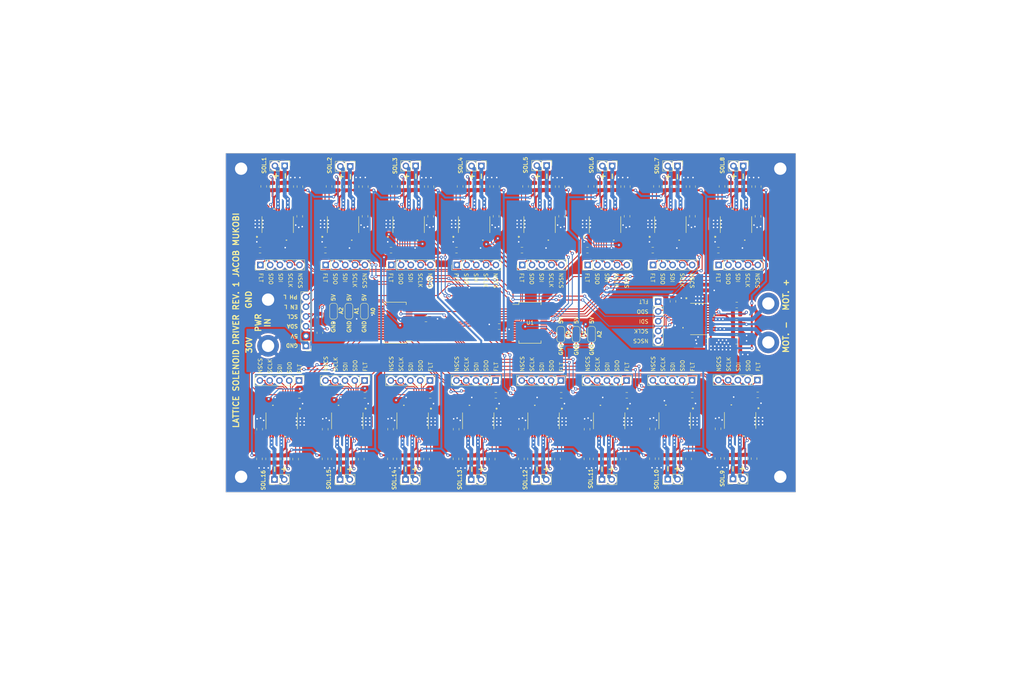
<source format=kicad_pcb>
(kicad_pcb (version 20241229) (generator "pcbnew") (generator_version "9.0")
  (layers (0 "F.Cu" signal) (2 "B.Cu" signal) (13 "F.Paste" user) (15 "B.Paste" user) (5 "F.SilkS" user "F.Silkscreen") (7 "B.SilkS" user "B.Silkscreen") (1 "F.Mask" user) (3 "B.Mask" user) (25 "Edge.Cuts" user))
  (net 0 "")
  (net 1 "GND")
  (net 2 "VDD")
  (net 8 "Net-(JP1-C)")
  (net 9 "Net-(JP2-C)")
  (net 10 "Net-(JP3-C)")
  (net 11 "SCL")
  (net 12 "SDA")
  (net 13 "Net-(JP4-C)")
  (net 14 "Net-(JP5-C)")
  (net 15 "Net-(JP6-C)")
  (net 16 "PH1")
  (net 17 "EN1")
  (net 18 "Net-(U4-CPL)")
  (net 19 "Net-(U4-CPH)")
  (net 20 "Net-(U3-VCP)")
  (net 21 "Net-(U3-CPL)")
  (net 22 "Net-(U3-CPH)")
  (net 28 "PH2")
  (net 29 "EN2")
  (net 30 "PH3")
  (net 31 "EN3")
  (net 32 "PH4")
  (net 33 "EN4")
  (net 34 "PH5")
  (net 35 "EN5")
  (net 36 "PH6")
  (net 37 "EN6")
  (net 38 "PH7")
  (net 39 "EN7")
  (net 40 "PH8")
  (net 41 "EN8")
  (net 42 "PH9")
  (net 43 "EN9")
  (net 44 "PH10")
  (net 45 "EN10")
  (net 46 "PH11")
  (net 47 "EN11")
  (net 48 "PH12")
  (net 49 "EN12")
  (net 50 "PH13")
  (net 51 "EN13")
  (net 52 "PH14")
  (net 53 "EN14")
  (net 54 "PH15")
  (net 55 "EN15")
  (net 56 "PH16")
  (net 57 "EN16")
  (net 58 "30V")
  (net 59 "Net-(J3-Pin_1)")
  (net 60 "Net-(J3-Pin_2)")
  (net 61 "Net-(J3-Pin_3)")
  (net 62 "Net-(J3-Pin_4)")
  (net 63 "Net-(J3-Pin_5)")
  (net 66 "Net-(U4-VCP)")
  (net 67 "/H Bridge/SOL-")
  (net 68 "/H Bridge/SOL+")
  (net 69 "Net-(J4-Pin_1)")
  (net 70 "Net-(J4-Pin_2)")
  (net 71 "Net-(J4-Pin_3)")
  (net 72 "Net-(J4-Pin_4)")
  (net 73 "Net-(J4-Pin_5)")
  (net 74 "/H Bridge1/SOL-")
  (net 75 "/H Bridge1/SOL+")
  (net 78 "Net-(U5-CPL)")
  (net 79 "Net-(U5-CPH)")
  (net 80 "Net-(U5-VCP)")
  (net 81 "Net-(U6-CPL)")
  (net 82 "Net-(U6-CPH)")
  (net 83 "Net-(U6-VCP)")
  (net 84 "Net-(U7-CPL)")
  (net 85 "Net-(U7-CPH)")
  (net 86 "Net-(U7-VCP)")
  (net 87 "Net-(U8-CPL)")
  (net 88 "Net-(U8-CPH)")
  (net 89 "Net-(U8-VCP)")
  (net 90 "Net-(U9-CPL)")
  (net 91 "Net-(U9-CPH)")
  (net 92 "Net-(U9-VCP)")
  (net 93 "Net-(U10-CPL)")
  (net 94 "Net-(U10-CPH)")
  (net 95 "Net-(U10-VCP)")
  (net 96 "Net-(U11-CPL)")
  (net 97 "Net-(U11-CPH)")
  (net 98 "Net-(U11-VCP)")
  (net 99 "Net-(U12-CPL)")
  (net 100 "Net-(U12-CPH)")
  (net 101 "Net-(U12-VCP)")
  (net 102 "Net-(U13-CPL)")
  (net 103 "Net-(U13-CPH)")
  (net 104 "Net-(U13-VCP)")
  (net 105 "Net-(U14-CPL)")
  (net 106 "Net-(U14-CPH)")
  (net 107 "Net-(U14-VCP)")
  (net 108 "Net-(U15-CPL)")
  (net 109 "Net-(U15-CPH)")
  (net 110 "Net-(U15-VCP)")
  (net 111 "Net-(U16-CPL)")
  (net 112 "Net-(U16-CPH)")
  (net 113 "Net-(U16-VCP)")
  (net 114 "Net-(U17-CPL)")
  (net 115 "Net-(U17-CPH)")
  (net 116 "Net-(U17-VCP)")
  (net 117 "Net-(U18-CPL)")
  (net 118 "Net-(U18-CPH)")
  (net 119 "Net-(U18-VCP)")
  (net 120 "Net-(J6-Pin_1)")
  (net 121 "Net-(J6-Pin_2)")
  (net 122 "Net-(J6-Pin_3)")
  (net 123 "Net-(J6-Pin_4)")
  (net 124 "Net-(J6-Pin_5)")
  (net 125 "Net-(J7-Pin_1)")
  (net 126 "Net-(J7-Pin_2)")
  (net 127 "Net-(J7-Pin_3)")
  (net 128 "Net-(J7-Pin_4)")
  (net 129 "Net-(J7-Pin_5)")
  (net 130 "Net-(J8-Pin_1)")
  (net 131 "Net-(J8-Pin_2)")
  (net 132 "Net-(J8-Pin_3)")
  (net 133 "Net-(J8-Pin_4)")
  (net 134 "Net-(J8-Pin_5)")
  (net 135 "Net-(J9-Pin_1)")
  (net 136 "Net-(J9-Pin_2)")
  (net 137 "Net-(J9-Pin_3)")
  (net 138 "Net-(J9-Pin_4)")
  (net 139 "Net-(J9-Pin_5)")
  (net 140 "Net-(J10-Pin_1)")
  (net 141 "Net-(J10-Pin_2)")
  (net 142 "Net-(J10-Pin_3)")
  (net 143 "Net-(J10-Pin_4)")
  (net 144 "Net-(J10-Pin_5)")
  (net 145 "Net-(J11-Pin_1)")
  (net 146 "Net-(J11-Pin_2)")
  (net 147 "Net-(J11-Pin_3)")
  (net 148 "Net-(J11-Pin_4)")
  (net 149 "Net-(J11-Pin_5)")
  (net 150 "Net-(J12-Pin_1)")
  (net 151 "Net-(J12-Pin_2)")
  (net 152 "Net-(J12-Pin_3)")
  (net 153 "Net-(J12-Pin_4)")
  (net 154 "Net-(J12-Pin_5)")
  (net 155 "Net-(J13-Pin_1)")
  (net 156 "Net-(J13-Pin_2)")
  (net 157 "Net-(J13-Pin_3)")
  (net 158 "Net-(J13-Pin_4)")
  (net 159 "Net-(J13-Pin_5)")
  (net 160 "Net-(J14-Pin_1)")
  (net 161 "Net-(J14-Pin_2)")
  (net 162 "Net-(J14-Pin_3)")
  (net 163 "Net-(J14-Pin_4)")
  (net 164 "Net-(J14-Pin_5)")
  (net 165 "Net-(J15-Pin_1)")
  (net 166 "Net-(J15-Pin_2)")
  (net 167 "Net-(J15-Pin_3)")
  (net 168 "Net-(J15-Pin_4)")
  (net 169 "Net-(J15-Pin_5)")
  (net 170 "Net-(J16-Pin_1)")
  (net 171 "Net-(J16-Pin_2)")
  (net 172 "Net-(J16-Pin_3)")
  (net 173 "Net-(J16-Pin_4)")
  (net 174 "Net-(J16-Pin_5)")
  (net 175 "Net-(J17-Pin_1)")
  (net 176 "Net-(J17-Pin_2)")
  (net 177 "Net-(J17-Pin_3)")
  (net 178 "Net-(J17-Pin_4)")
  (net 179 "Net-(J17-Pin_5)")
  (net 180 "Net-(J18-Pin_1)")
  (net 181 "Net-(J18-Pin_2)")
  (net 182 "Net-(J18-Pin_3)")
  (net 183 "Net-(J18-Pin_4)")
  (net 184 "Net-(J18-Pin_5)")
  (net 185 "Net-(J19-Pin_1)")
  (net 186 "Net-(J19-Pin_2)")
  (net 187 "Net-(J19-Pin_3)")
  (net 188 "Net-(J19-Pin_4)")
  (net 189 "Net-(J19-Pin_5)")
  (net 190 "/H Bridge2/SOL-")
  (net 191 "/H Bridge2/SOL+")
  (net 192 "/H Bridge3/SOL-")
  (net 193 "/H Bridge3/SOL+")
  (net 194 "/H Bridge4/SOL-")
  (net 195 "/H Bridge4/SOL+")
  (net 196 "/H Bridge5/SOL-")
  (net 197 "/H Bridge5/SOL+")
  (net 198 "/H Bridge6/SOL-")
  (net 199 "/H Bridge6/SOL+")
  (net 200 "/H Bridge7/SOL-")
  (net 201 "/H Bridge7/SOL+")
  (net 202 "/H Bridge8/SOL-")
  (net 203 "/H Bridge8/SOL+")
  (net 204 "/H Bridge9/SOL-")
  (net 205 "/H Bridge9/SOL+")
  (net 206 "/H Bridge10/SOL-")
  (net 207 "/H Bridge10/SOL+")
  (net 208 "/H Bridge11/SOL-")
  (net 209 "/H Bridge11/SOL+")
  (net 210 "/H Bridge12/SOL-")
  (net 211 "/H Bridge12/SOL+")
  (net 212 "/H Bridge13/SOL-")
  (net 213 "/H Bridge13/SOL+")
  (net 214 "/H Bridge14/SOL-")
  (net 215 "/H Bridge14/SOL+")
  (net 216 "/H Bridge15/SOL-")
  (net 217 "/H Bridge15/SOL+")
  (net 246 "Net-(U19-CPL)")
  (net 247 "Net-(U19-CPH)")
  (net 248 "Net-(U19-VCP)")
  (net 249 "/Load Motor H Bridge/SOL+")
  (net 250 "/Load Motor H Bridge/SOL-")
  (net 251 "Net-(J34-Pin_1)")
  (net 252 "Net-(J34-Pin_2)")
  (net 253 "Net-(J34-Pin_3)")
  (net 254 "Net-(J34-Pin_4)")
  (net 255 "Net-(J34-Pin_5)")
  (net 256 "LOAD EN")
  (net 257 "LOAD PH")
  (footprint "Capacitor_SMD:C_0805_2012Metric" (layer "F.Cu") (at 123.915001 132.442 -90)
    (property "Reference" "C97" (hide yes))
    (property "Value" "100nF")
  )
  (footprint "Capacitor_SMD:C_0805_2012Metric" (layer "F.Cu") (at 153.065002 132.45 -90)
    (property "Reference" "C86" (hide yes))
    (property "Value" "10uF")
  )
  (footprint "Capacitor_SMD:C_0805_2012Metric" (layer "F.Cu") (at 147.305 98.1)
    (property "Reference" "C1" (hide yes))
    (property "Value" "100nF")
  )
  (footprint "Capacitor_SMD:C_0805_2012Metric" (layer "F.Cu") (at 208.950001 132.334 -90)
    (property "Reference" "C62" (hide yes))
    (property "Value" "100nF")
  )
  (footprint "Capacitor_SMD:C_0805_2012Metric" (layer "F.Cu") (at 120.18 61.7 -90)
    (property "Reference" "C19" (hide yes))
    (property "Value" "47nF")
  )
  (footprint "Capacitor_SMD:C_0805_2012Metric" (layer "F.Cu") (at 214.530001 69.458 -90)
    (property "Reference" "C53" (hide yes))
    (property "Value" "100nF")
  )
  (footprint "Capacitor_SMD:C_0805_2012Metric" (layer "F.Cu") (at 205.18 61.7 -90)
    (property "Reference" "C54" (hide yes))
    (property "Value" "47nF")
  )
  (footprint "MountingHole:MountingHole_3.2mm_M3_DIN965_Pad_TopBottom" (layer "F.Cu") (at 220.305 57.1 90)
    (property "Reference" "H5" (hide yes))
    (property "Value" "MountingHole_Pad")
  )
  (footprint "Capacitor_SMD:C_0805_2012Metric" (layer "F.Cu") (at 208.947 94.750001 180)
    (property "Reference" "C119" (hide yes))
    (property "Value" "1uF")
  )
  (footprint "Package_SO:SSOP-28_5.3x10.2mm_P0.65mm" (layer "F.Cu") (at 155.305 97.1)
    (property "Reference" "U1")
    (property "Value" "MCP23017_SS")
  )
  (footprint "Capacitor_SMD:C_0805_2012Metric" (layer "F.Cu") (at 209.005 92.5 180)
    (property "Reference" "C117" (hide yes))
    (property "Value" "47nF")
  )
  (footprint "Capacitor_SMD:C_0805_2012Metric" (layer "F.Cu") (at 139.430001 61.758 -90)
    (property "Reference" "C28" (hide yes))
    (property "Value" "1uF")
  )
  (footprint "Capacitor_SMD:C_0805_2012Metric" (layer "F.Cu") (at 196.5 132.45 90)
    (property "Reference" "C68" (hide yes))
    (property "Value" "47nF")
  )
  (footprint "Capacitor_SMD:C_0805_2012Metric" (layer "F.Cu") (at 153.230002 78.258)
    (property "Reference" "C31" (hide yes))
    (property "Value" "1uF")
  )
  (footprint "Capacitor_SMD:C_0805_2012Metric" (layer "F.Cu") (at 87.465002 132.45 -90)
    (property "Reference" "C113" (hide yes))
    (property "Value" "10uF")
  )
  (footprint "Capacitor_SMD:C_0805_2012Metric" (layer "F.Cu") (at 209.73 61.758 90)
    (property "Reference" "C55" (hide yes))
    (property "Value" "100nF")
  )
  (footprint "Connector_PinHeader_2.54mm:PinHeader_1x02_P2.54mm_Vertical" (layer "F.Cu") (at 156.99 137.8 90)
    (property "Reference" "J29" (hide yes))
    (property "Value" "Conn_01x02_Pin")
  )
  (footprint "Capacitor_SMD:C_0805_2012Metric" (layer "F.Cu") (at 189.500002 132.4 -90)
    (property "Reference" "C71" (hide yes))
    (property "Value" "10uF")
  )
  (footprint "Capacitor_SMD:C_0805_2012Metric" (layer "F.Cu") (at 170.230002 78.258)
    (property "Reference" "C38" (hide yes))
    (property "Value" "1uF")
  )
  (footprint "Capacitor_SMD:C_0805_2012Metric" (layer "F.Cu") (at 163.579999 61.75 90)
    (property "Reference" "C37" (hide yes))
    (property "Value" "10uF")
  )
  (footprint "Capacitor_SMD:C_0805_2012Metric" (layer "F.Cu") (at 156.430001 61.758 -90)
    (property "Reference" "C35" (hide yes))
    (property "Value" "1uF")
  )
  (footprint "Capacitor_SMD:C_0805_2012Metric" (layer "F.Cu") (at 201.247 101.850001 180)
    (property "Reference" "C116" (hide yes))
    (property "Value" "100nF")
  )
  (footprint "Capacitor_SMD:C_0805_2012Metric" (layer "F.Cu") (at 95.414997 115.942 180)
    (property "Reference" "C108" (hide yes))
    (property "Value" "1uF")
  )
  (footprint "Capacitor_SMD:C_0805_2012Metric" (layer "F.Cu") (at 170.149999 124.742 90)
    (property "Reference" "C74" (hide yes))
    (property "Value" "100nF")
  )
  (footprint "Capacitor_SMD:C_0805_2012Metric" (layer "F.Cu") (at 93.179999 61.75 90)
    (property "Reference" "C8" (hide yes))
    (property "Value" "10uF")
  )
  (footprint "KiCADv6:PWP24_TEX" (layer "F.Cu") (at 123.805001 71.621 90)
    (property "Reference" "U5" (hide yes))
    (property "Value" "DRV8873SPWPR")
  )
  (footprint "KiCADv6:PWP24_TEX" (layer "F.Cu") (at 209.874999 122.471 -90)
    (property "Reference" "U11" (hide yes))
    (property "Value" "DRV8873SPWPR")
  )
  (footprint "Capacitor_SMD:C_0805_2012Metric" (layer "F.Cu") (at 206.500002 132.342 -90)
    (property "Reference" "C64" (hide yes))
    (property "Value" "10uF")
  )
  (footprint "Capacitor_SMD:C_0805_2012Metric" (layer "F.Cu") (at 122.430001 61.758 -90)
    (property "Reference" "C21" (hide yes))
    (property "Value" "1uF")
  )
  (footprint "Capacitor_SMD:C_0805_2012Metric" (layer "F.Cu") (at 90.73 61.758 90)
    (property "Reference" "C6" (hide yes))
    (property "Value" "100nF")
  )
  (footprint "Capacitor_SMD:C_0805_2012Metric" (layer "F.Cu") (at 119.065002 132.45 -90)
    (property "Reference" "C100" (hide yes))
    (property "Value" "10uF")
  )
  (footprint "MountingHole:MountingHole_3.2mm_M3_DIN965_Pad_TopBottom" (layer "F.Cu") (at 217.205 102.2 90)
    (property "Reference" "H4" (hide yes))
    (property "Value" "MountingHole_Pad")
  )
  (footprint "Capacitor_SMD:C_0805_2012Metric" (layer "F.Cu") (at 161.179999 61.75 90)
    (property "Reference" "C36" (hide yes))
    (property "Value" "10uF")
  )
  (footprint "Connector_PinHeader_2.54mm:PinHeader_1x05_P2.54mm_Vertical" (layer "F.Cu") (at 187.270001 82.1 90)
    (property "Reference" "J10" (hide yes))
    (property "Value" "Conn_01x05_Pin")
  )
  (footprint "Capacitor_SMD:C_0805_2012Metric" (layer "F.Cu") (at 157.915001 132.442 -90)
    (property "Reference" "C83" (hide yes))
    (property "Value" "100nF")
  )
  (footprint "Capacitor_SMD:C_0805_2012Metric" (layer "F.Cu") (at 85.114999 124.742 90)
    (property "Reference" "C109" (hide yes))
    (property "Value" "100nF")
  )
  (footprint "Capacitor_SMD:C_0805_2012Metric" (layer "F.Cu") (at 192.447 91.550002 -90)
    (property "Reference" "C115" (hide yes))
    (property "Value" "1uF")
  )
  (footprint "Capacitor_SMD:C_0805_2012Metric" (layer "F.Cu") (at 177.249999 132.442 90)
    (property "Reference" "C77" (hide yes))
    (property "Value" "1uF")
  )
  (footprint "Connector_PinHeader_2.54mm:PinHeader_1x02_P2.54mm_Vertical" (layer "F.Cu") (at 191.1 137.75 90)
    (property "Reference" "J27" (hide yes))
    (property "Value" "Conn_01x02_Pin")
  )
  (footprint "Capacitor_SMD:C_0805_2012Metric" (layer "F.Cu") (at 102.149999 124.742 90)
    (property "Reference" "C102" (hide yes))
    (property "Value" "100nF")
  )
  (footprint "Capacitor_SMD:C_0805_2012Metric" (layer "F.Cu") (at 158.73 61.758 90)
    (property "Reference" "C34" (hide yes))
    (property "Value" "100nF")
  )
  (footprint "Connector_PinHeader_2.54mm:PinHeader_1x05_P2.54mm_Vertical" (layer "F.Cu") (at 102.270001 82.1 90)
    (property "Reference" "J4" (hide yes))
    (property "Value" "Conn_01x05_Pin")
  )
  (footprint "Capacitor_SMD:C_0805_2012Metric" (layer "F.Cu") (at 188.145 61.7 -90)
    (property "Reference" "C47" (hide yes))
    (property "Value" "47nF")
  )
  (footprint "Capacitor_SMD:C_0805_2012Metric" (layer "F.Cu") (at 197.449997 115.892 180)
    (property "Reference" "C66" (hide yes))
    (property "Value" "1uF")
  )
  (footprint "Jumper:SolderJumper-3_P1.3mm_Open_RoundedPad1.0x1.5mm_NumberLabels" (layer "F.Cu") (at 163.305 100.1 90)
    (property "Reference" "JP4" (hide yes))
    (property "Value" "SolderJumper_3_Open")
  )
  (footprint "Capacitor_SMD:C_0805_2012Metric" (layer "F.Cu") (at 105.395001 61.758 -90)
    (property "Reference" "C14" (hide yes))
    (property "Value" "1uF")
  )
  (footprint "Capacitor_SMD:C_0805_2012Metric" (layer "F.Cu") (at 191.950001 132.392 -90)
    (property "Reference" "C69" (hide yes))
    (property "Value" "100nF")
  )
  (footprint "Capacitor_SMD:C_0805_2012Metric" (layer "F.Cu") (at 136.100002 132.45 -90)
    (property "Reference" "C93" (hide yes))
    (property "Value" "10uF")
  )
  (footprint "Connector_PinHeader_2.54mm:PinHeader_1x05_P2.54mm_Vertical" (layer "F.Cu") (at 153.305001 82.1 90)
    (property "Reference" "J8" (hide yes))
    (property "Value" "Conn_01x05_Pin")
  )
  (footprint "MountingHole:MountingHole_3.2mm_M3_DIN965_Pad_TopBottom" (layer "F.Cu") (at 80.305 137.1 90)
    (property "Reference" "H7" (hide yes))
    (property "Value" "MountingHole_Pad")
  )
  (footprint "Capacitor_SMD:C_0805_2012Metric" (layer "F.Cu") (at 180.579999 61.75 90)
    (property "Reference" "C44" (hide yes))
    (property "Value" "10uF")
  )
  (footprint "Capacitor_SMD:C_0805_2012Metric" (layer "F.Cu") (at 197.495001 69.458 -90)
    (property "Reference" "C46" (hide yes))
    (property "Value" "100nF")
  )
  (footprint "Capacitor_SMD:C_0805_2012Metric" (layer "F.Cu") (at 214.579999 61.75 90)
    (property "Reference" "C58" (hide yes))
    (property "Value" "10uF")
  )
  (footprint "Capacitor_SMD:C_0805_2012Metric" (layer "F.Cu") (at 163.530001 69.458 -90)
    (property "Reference" "C32" (hide yes))
    (property "Value" "100nF")
  )
  (footprint "Package_SO:SSOP-28_5.3x10.2mm_P0.65mm" (layer "F.Cu") (at 120.305 97.1 180)
    (property "Reference" "U2" (hide yes))
    (property "Value" "MCP23017_SS")
  )
  (footprint "Capacitor_SMD:C_0805_2012Metric" (layer "F.Cu") (at 190.395001 61.758 -90)
    (property "Reference" "C49" (hide yes))
    (property "Value" "1uF")
  )
  (footprint "Capacitor_SMD:C_0805_2012Metric" (layer "F.Cu") (at 171.18 61.7 -90)
    (property "Reference" "C40" (hide yes))
    (property "Value" "47nF")
  )
  (footprint "MountingHole:MountingHole_3.2mm_M3_DIN965_Pad_TopBottom" (layer "F.Cu") (at 220.305 137.1 90)
    (property "Reference" "H6" (hide yes))
    (property "Value" "MountingHole_Pad")
  )
  (footprint "KiCADv6:PWP24_TEX" (layer "F.Cu") (at 124.839999 122.579 -90)
    (property "Reference" "U16" (hide yes))
    (property "Value" "DRV8873SPWPR")
  )
  (footprint "Capacitor_SMD:C_0805_2012Metric" (layer "F.Cu") (at 95.530001 69.458 -90)
    (property "Reference" "C4" (hide yes))
    (property "Value" "100nF")
  )
  (footprint "Capacitor_SMD:C_0805_2012Metric" (layer "F.Cu") (at 145.5 132.5 90)
    (property "Reference" "C89" (hide yes))
    (property "Value" "47nF")
  )
  (footprint "Capacitor_SMD:C_0805_2012Metric" (layer "F.Cu") (at 170.100002 132.45 -90)
    (property "Reference" "C79" (hide yes))
    (property "Value" "10uF")
  )
  (footprint "Connector_PinHeader_2.54mm:PinHeader_1x05_P2.54mm_Vertical" (layer "F.Cu") (at 95.339998 112.1 -90)
    (property "Reference" "J19" (hide yes))
    (property "Value" "Conn_01x05_Pin")
  )
  (footprint "Connector_PinHeader_2.54mm:PinHeader_1x02_P2.54mm_Vertical" (layer "F.Cu") (at 125.63 56.385913 -90)
    (property "Reference" "J20" (hide yes))
    (property "Value" "Conn_01x02_Pin")
  )
  (footprint "Capacitor_SMD:C_0805_2012Metric" (layer "F.Cu") (at 146.449997 115.942 180)
    (property "Reference" "C87" (hide yes))
    (property "Value" "1uF")
  )
  (footprint "Connector_PinHeader_2.54mm:PinHeader_1x05_P2.54mm_Vertical" (layer "F.Cu") (at 180.374998 112.1 -90)
    (property "Reference" "J14" (hide yes))
    (property "Value" "Conn_01x05_Pin")
  )
  (footprint "Capacitor_SMD:C_0805_2012Metric" (layer "F.Cu") (at 208.955 101.899998)
    (property "Reference" "C121" (hide yes))
    (property "Value" "10uF")
  )
  (footprint "KiCADv6:PWP24_TEX" (layer "F.Cu") (at 157.805001 71.621 90)
    (property "Reference" "U7" (hide yes))
    (property "Value" "DRV8873SPWPR")
  )
  (footprint "Connector_PinHeader_2.54mm:PinHeader_1x02_P2.54mm_Vertical" (layer "F.Cu") (at 142.68 56.4 -90)
    (property "Reference" "J21" (hide yes))
    (property "Value" "Conn_01x02_Pin")
  )
  (footprint "KiCADv6:PWP24_TEX" (layer "F.Cu") (at 174.805001 71.621 90)
    (property "Reference" "U8" (hide yes))
    (property "Value" "DRV8873SPWPR")
  )
  (footprint "Capacitor_SMD:C_0805_2012Metric" (layer "F.Cu") (at 102.100002 132.45 -90)
    (property "Reference" "C107" (hide yes))
    (property "Value" "10uF")
  )
  (footprint "Connector_PinHeader_2.54mm:PinHeader_1x02_P2.54mm_Vertical" (layer "F.Cu") (at 210.68 56.4 -90)
    (property "Reference" "J25" (hide yes))
    (property "Value" "Conn_01x02_Pin")
  )
  (footprint "Capacitor_SMD:C_0805_2012Metric" (layer "F.Cu") (at 180.449997 115.942 180)
    (property "Reference" "C73" (hide yes))
    (property "Value" "1uF")
  )
  (footprint "Capacitor_SMD:C_0805_2012Metric" (layer "F.Cu") (at 136.230002 78.258)
    (property "Reference" "C24" (hide yes))
    (property "Value" "1uF")
  )
  (footprint "Capacitor_SMD:C_0805_2012Metric" (layer "F.Cu") (at 175.73 61.758 90)
    (property "Reference" "C41" (hide yes))
    (property "Value" "100nF")
  )
  (footprint "Capacitor_SMD:C_0805_2012Metric" (layer "F.Cu") (at 109.249999 132.442 90)
    (property "Reference" "C105" (hide yes))
    (property "Value" "1uF")
  )
  (footprint "Jumper:SolderJumper-3_P1.3mm_Open_RoundedPad1.0x1.5mm_NumberLabels" (layer "F.Cu") (at 167.305 100.1 90)
    (property "Reference" "JP1" (hide yes))
    (property "Value" "SolderJumper_3_Open")
  )
  (footprint "Capacitor_SMD:C_0805_2012Metric" (layer "F.Cu") (at 213.5 132.392 90)
    (property "Reference" "C61" (hide yes))
    (property "Value" "47nF")
  )
  (footprint "Capacitor_SMD:C_0805_2012Metric" (layer "F.Cu") (at 173.430001 61.758 -90)
    (property "Reference" "C42" (hide yes))
    (property "Value" "1uF")
  )
  (footprint "KiCADv6:PWP24_TEX" (layer "F.Cu") (at 90.839999 122.579 -90)
    (property "Reference" "U18" (hide yes))
    (property "Value" "DRV8873SPWPR")
  )
  (footprint "Capacitor_SMD:C_0805_2012Metric" (layer "F.Cu") (at 204.149999 124.634 90)
    (property "Reference" "C60" (hide yes))
    (property "Value" "100nF")
  )
  (footprint "Capacitor_SMD:C_0805_2012Metric" (layer "F.Cu") (at 94.465 132.5 90)
    (property "Reference" "C110" (hide yes))
    (property "Value" "47nF")
  )
  (footprint "Capacitor_SMD:C_0805_2012Metric" (layer "F.Cu") (at 103.145 61.7 -90)
    (property "Reference" "C12" (hide yes))
    (property "Value" "47nF")
  )
  (footprint "Connector_PinHeader_2.54mm:PinHeader_1x02_P2.54mm_Vertical" (layer "F.Cu") (at 140.051508 137.819491 90)
    (property "Reference" "J30" (hide yes))
    (property "Value" "Conn_01x02_Pin")
  )
  (footprint "KiCADv6:PWP24_TEX" (layer "F.Cu") (at 107.874999 122.579 -90)
    (property "Reference" "U17" (hide yes))
    (property "Value" "DRV8873SPWPR")
  )
  (footprint "KiCADv6:PWP24_TEX" (layer "F.Cu") (at 158.839999 122.579 -90)
    (property "Reference" "U14" (hide yes))
    (property "Value" "DRV8873SPWPR")
  )
  (footprint "Connector_PinHeader_2.54mm:PinHeader_1x05_P2.54mm_Vertical" (layer "F.Cu") (at 214.374998 111.992 -90)
    (property "Reference" "J12" (hide yes))
    (property "Value" "Conn_01x05_Pin")
  )
  (footprint "Capacitor_SMD:C_0805_2012Metric" (layer "F.Cu") (at 153.114999 124.742 90)
    (property "Reference" "C81" (hide yes))
    (property "Value" "100nF")
  )
  (footprint "Connector_PinHeader_2.54mm:PinHeader_1x02_P2.54mm_Vertical" (layer "F.Cu") (at 208.025 137.65 90)
    (property "Reference" "J26" (hide yes))
    (property "Value" "Conn_01x02_Pin")
  )
  (footprint "Capacitor_SMD:C_0805_2012Metric" (layer "F.Cu") (at 194.249999 132.392 90)
    (property "Reference" "C70" (hide yes))
    (property "Value" "1uF")
  )
  (footprint "Capacitor_SMD:C_0805_2012Metric" (layer "F.Cu") (at 124.73 61.758 90)
    (property "Reference" "C20" (hide yes))
    (property "Value" "100nF")
  )
  (footprint "Capacitor_SMD:C_0805_2012Metric" (layer "F.Cu") (at 121.465002 132.45 -90)
    (property "Reference" "C99" (hide yes))
    (property "Value" "10uF")
  )
  (footprint "Capacitor_SMD:C_0805_2012Metric" (layer "F.Cu") (at 211.249999 132.334 90)
    (property "Reference" "C63" (hide yes))
    (property "Value" "1uF")
  )
  (footprint "Capacitor_SMD:C_0805_2012Metric" (layer "F.Cu") (at 129.530001 69.458 -90)
    (property "Reference" "C18" (hide yes))
    (property "Value" "100nF")
  )
  (footprint "Capacitor_SMD:C_0805_2012Metric" (layer "F.Cu") (at 195.144999 61.75 90)
    (property "Reference" "C50" (hide yes))
    (property "Value" "10uF")
  )
  (footprint "Capacitor_SMD:C_0805_2012Metric" (layer "F.Cu") (at 119.114999 124.742 90)
    (property "Reference" "C95" (hide yes))
    (property "Value" "100nF")
  )
  (footprint "Connector_PinHeader_2.54mm:PinHeader_1x05_P2.54mm_Vertical" (layer "F.Cu") (at 204.305001 82.1 90)
    (property "Reference" "J11" (hide yes))
    (property "Value" "Conn_01x05_Pin")
  )
  (footprint "KiCADv6:PWP24_TEX" (layer "F.Cu") (at 141.874999 122.579 -90)
    (property "Reference" "U15" (hide yes))
    (property "Value" "DRV8873SPWPR")
  )
  (footprint "Connector_PinHeader_2.54mm:PinHeader_1x02_P2.54mm_Vertical" (layer "F.Cu") (at 91.630001 56.358 -90)
    (property "Reference" "J2" (hide yes))
    (property "Value" "Conn_01x02_Pin")
  )
  (footprint "Connector_PinHeader_2.54mm:PinHeader_1x05_P2.54mm_Vertical" (layer "F.Cu") (at 188.605 91.625002)
    (property "Reference" "J34" (hide yes))
    (property "Value" "Conn_01x05_Pin")
  )
  (footprint "Capacitor_SMD:C_0805_2012Metric" (layer "F.Cu") (at 146.530001 69.458 -90)
    (property "Reference" "C25" (hide yes))
    (property "Value" "100nF")
  )
  (footprint "Capacitor_SMD:C_0805_2012Metric" (layer "F.Cu") (at 187.195002 78.258)
    (property "Reference" "C45" (hide yes))
    (property "Value" "1uF")
  )
  (footprint "KiCADv6:PWP24_TEX" (layer "F.Cu") (at 191.770001 71.621 90)
    (property "Reference" "U9" (hide yes))
    (property "Value" "DRV8873SPWPR")
  )
  (footprint "Capacitor_SMD:C_0805_2012Metric" (layer "F.Cu") (at 92.214999 132.442 90)
    (property "Reference" "C112" (hide yes))
    (property "Value" "1uF")
  )
  (footprint "Connector_PinHeader_2.54mm:PinHeader_1x05_P2.54mm_Vertical" (layer "F.Cu") (at 136.305001 82.1 90)
    (property "Reference" "J7" (hide yes))
    (property "Value" "Conn_01x05_Pin")
  )
  (footprint "Capacitor_SMD:C_0805_2012Metric" (layer "F.Cu") (at 102.195002 78.258)
    (property "Reference" "C10" (hide yes))
    (property "Value" "1uF")
  )
  (footprint "Connector_PinHeader_2.54mm:PinHeader_1x02_P2.54mm_Vertical" (layer "F.Cu") (at 108.62 56.5 -90)
    (property "Reference" "J5" (hide yes))
    (property "Value" "Conn_01x02_Pin")
  )
  (footprint "Capacitor_SMD:C_0805_2012Metric" (layer "F.Cu") (at 106.950001 132.442 -90)
    (property "Reference" "C104" (hide yes))
    (property "Value" "100nF")
  )
  (footprint "Capacitor_SMD:C_0805_2012Metric" (layer "F.Cu") (at 141.73 61.758 90)
    (property "Reference" "C27" (hide yes))
    (property "Value" "100nF")
  )
  (footprint "Connector_PinHeader_2.54mm:PinHeader_1x05_P2.54mm_Vertical" (layer "F.Cu") (at 85.305001 82.1 90)
    (property "Reference" "J3" (hide yes))
    (property "Value" "Conn_01x05_Pin")
  )
  (footprint "Capacitor_SMD:C_0805_2012Metric" (layer "F.Cu") (at 95.579999 61.75 90)
    (property "Reference" "C9" (hide yes))
    (property "Value" "10uF")
  )
  (footprint "MountingHole:MountingHole_3.2mm_M3_DIN965_Pad_TopBottom" (layer "F.Cu") (at 87.305 91.1 90)
    (property "Reference" "H2" (hide yes))
    (property "Value" "MountingHole_Pad")
  )
  (footprint "Resistor_SMD:R_0805_2012Metric" (layer "F.Cu") (at 100.755 99.7125 -90)
    (property "Reference" "R1" (hide yes))
    (property "Value" "4.7k")
  )
  (footprint "Connector_PinHeader_2.54mm:PinHeader_1x05_P2.54mm_Vertical" (layer "F.Cu") (at 197.374998 112.05 -90)
    (property "Reference" "J13" (hide yes))
    (property "Value" "Conn_01x05_Pin")
  )
  (footprint "Connector_PinHeader_2.54mm:PinHeader_1x02_P2.54mm_Vertical" (layer "F.Cu") (at 193.62 56.4 -90)
    (property "Reference" "J24" (hide yes))
    (property "Value" "Conn_01x02_Pin")
  )
  (footprint "Capacitor_SMD:C_0805_2012Metric" (layer "F.Cu") (at 143.249999 132.442 90)
    (property "Reference" "C91" (hide yes))
    (property "Value" "1uF")
  )
  (footprint "Capacitor_SMD:C_0805_2012Metric" (layer "F.Cu") (at 192.695 61.758 90)
    (property "Reference" "C48" (hide yes))
    (property "Value" "100nF")
  )
  (footprint "MountingHole:MountingHole_3.2mm_M3_DIN965_Pad_TopBottom" (layer "F.Cu") (at 217.205 92.1 90)
    (property "Reference" "H3" (hide yes))
    (property "Value" "MountingHole_Pad")
  )
  (footprint "Capacitor_SMD:C_0805_2012Metric" (layer "F.Cu") (at 138.500002 132.45 -90)
    (property "Reference" "C92" (hide yes))
    (property "Value" "10uF")
  )
  (footprint "Connector_PinHeader_2.54mm:PinHeader_1x05_P2.54mm_Vertical" (layer "F.Cu") (at 170.305001 82.1 90)
    (property "Reference" "J9" (hide yes))
    (property "Value" "Conn_01x05_Pin")
  )
  (footprint "Capacitor_SMD:C_0805_2012Metric" (layer "F.Cu") (at 128.465 132.5 90)
    (property "Reference" "C96" (hide yes))
    (property "Value" "47nF")
  )
  (footprint "Capacitor_SMD:C_0805_2012Metric" (layer "F.Cu") (at 119.230002 78.258)
    (property "Reference" "C17" (hide yes))
    (property "Value" "1uF")
  )
  (footprint "Capacitor_SMD:C_0805_2012Metric" (layer "F.Cu") (at 155.465002 132.45 -90)
    (property "Reference" "C85" (hide yes))
    (property "Value" "10uF")
  )
  (footprint "Capacitor_SMD:C_0805_2012Metric" (layer "F.Cu") (at 214.449997 115.834 180)
    (property "Reference" "C59" (hide yes))
    (property "Value" "1uF")
  )
  (footprint "Capacitor_SMD:C_0805_2012Metric" (layer "F.Cu") (at 112.495001 69.458 -90)
    (property "Reference" "C11" (hide yes))
    (property "Value" "100nF")
  )
  (footprint "Connector_PinHeader_2.54mm:PinHeader_1x05_P2.54mm_Vertical" (layer "F.Cu") (at 146.374998 112.1 -90)
    (property "Reference" "J16" (hide yes))
    (property "Value" "Conn_01x05_Pin")
  )
  (footprint "KiCADv6:PWP24_TEX" (layer "F.Cu") (at 208.805001 71.621 90)
    (property "Reference" "U10" (hide yes))
    (property "Value" "DRV8873SPWPR")
  )
  (footprint "Capacitor_SMD:C_0805_2012Metric" (layer "F.Cu") (at 187.100002 132.4 -90)
    (property "Reference" "C72" (hide yes))
    (property "Value" "10uF")
  )
  (footprint "Capacitor_SMD:C_0805_2012Metric" (layer "F.Cu") (at 129.579999 61.75 90)
    (property "Reference" "C23" (hide yes))
    (property "Value" "10uF")
  )
  (footprint "MountingHole:MountingHole_3.2mm_M3_DIN965_Pad_TopBottom" (layer "F.Cu") (at 87.305 103.1 90)
    (property "Reference" "H1" (hide yes))
    (property "Value" "MountingHole_Pad")
  )
  (footprint "Connector_PinHeader_2.54mm:PinHeader_1x05_P2.54mm_Vertical" (layer "F.Cu") (at 112.374998 112.1 -90)
    (property "Reference" "J18" (hide yes))
    (property "Value" "Conn_01x05_Pin")
  )
  (footprint "Capacitor_SMD:C_0805_2012Metric" (layer "F.Cu") (at 187.149999 124.692 90)
    (property "Reference" "C67" (hide yes))
    (property "Value" "100nF")
  )
  (footprint "Capacitor_SMD:C_0805_2012Metric" (layer "F.Cu") (at 137.18 61.7 -90)
    (property "Reference" "C26" (hide yes))
    (property "Value" "47nF")
  )
  (footprint "Capacitor_SMD:C_0805_2012Metric" (layer "F.Cu") (at 127.179999 61.75 90)
    (property "Reference" "C22" (hide yes))
    (property "Value" "10uF")
  )
  (footprint "KiCADv6:PWP24_TEX" (layer "F.Cu") (at 106.770001 71.621 90)
    (property "Reference" "U4" (hide yes))
    (property "Value" "DRV8873SPWPR")
  )
  (footprint "Capacitor_SMD:C_0805_2012Metric" (layer "F.Cu") (at 89.915001 132.442 -90)
    (property "Reference" "C111" (hide yes))
    (property "Value" "100nF")
  )
  (footprint "Capacitor_SMD:C_0805_2012Metric" (layer "F.Cu") (at 204.230002 78.258)
    (property "Reference" "C52" (hide yes))
    (property "Value" "1uF")
  )
  (footprint "Capacitor_SMD:C_0805_2012Metric" (layer "F.Cu") (at 204.100002 132.342 -90)
    (property "Reference" "C65" (hide yes))
    (property "Value" "10uF")
  )
  (footprint "Capacitor_SMD:C_0805_2012Metric" (layer "F.Cu") (at 126.214999 132.442 90)
    (property "Reference" "C98" (hide yes))
    (property "Value" "1uF")
  )
  (footprint "Capacitor_SMD:C_0805_2012Metric" (layer "F.Cu") (at 144.179999 61.75 90)
    (property "Reference" "C29" (hide yes))
    (property "Value" "10uF")
  )
  (footprint "Capacitor_SMD:C_0805_2012Metric" (layer "F.Cu") (at 162.465 132.5 90)
    (property "Reference" "C82" (hide yes))
    (property "Value" "47nF")
  )
  (footprint "KiCADv6:PWP24_TEX" (layer "F.Cu") (at 192.874999 122.529 -90)
    (property "Reference" "U12" (hide yes))
    (property "Value" "DRV8873SPWPR")
  )
  (footprint "Capacitor_SMD:C_0805_2012Metric" (layer "F.Cu") (at 178.179999 61.75 90)
    (property "Reference" "C43" (hide yes))
    (property "Value" "10uF")
  )
  (footprint "Capacitor_SMD:C_0805_2012Metric" (layer "F.Cu") (at 110.144999 61.75 90)
    (property "Reference" "C15" (hide yes))
    (property "Value" "10uF")
  )
  (footprint "Capacitor_SMD:C_0805_2012Metric" (layer "F.Cu") (at 107.695 61.758 90)
    (property "Reference" "C13" (hide yes))
    (property "Value" "100nF")
  )
  (footprint "Connector_PinHeader_2.54mm:PinHeader_1x02_P2.54mm_Vertical" (layer "F.Cu") (at 88.965 137.8 90)
    (property "Reference" "J33" (hide yes))
    (property "Value" "Conn_01x02_Pin")
  )
  (footprint "Connector_PinHeader_2.54mm:PinHeader_1x05_P2.54mm_Vertical" (layer "F.Cu") (at 119.305001 82.1 90)
    (property "Reference" "J6" (hide yes))
    (property "Value" "Conn_01x05_Pin")
  )
  (footprint "Capacitor_SMD:C_0805_2012Metric" (layer "F.Cu") (at 208.947 97.049999)
    (property "Reference" "C118" (hide yes))
    (property "Value" "100nF")
  )
  (footprint "Connector_PinHeader_2.54mm:PinHeader_1x02_P2.54mm_Vertical" (layer "F.Cu") (at 176.655 56.4 -90)
    (property "Reference" "J23" (hide yes))
    (property "Value" "Conn_01x02_Pin")
  )
  (footprint "Capacitor_SMD:C_0805_2012Metric" (layer "F.Cu") (at 85.230002 78.258)
    (property "Reference" "C3" (hide yes))
    (property "Value" "1uF")
  )
  (footprint "Capacitor_SMD:C_0805_2012Metric" (layer "F.Cu") (at 112.449997 115.942 180)
    (property "Reference" "C101" (hide yes))
    (property "Value" "1uF")
  )
  (footprint "Capacitor_SMD:C_0805_2012Metric" (layer "F.Cu") (at 197.544999 61.75 90)
    (property "Reference" "C51" (hide yes))
    (property "Value" "10uF")
  )
  (footprint "Capacitor_SMD:C_0805_2012Metric" (layer "F.Cu") (at 140.950001 132.442 -90)
    (property "Reference" "C90" (hide yes))
    (property "Value" "100nF")
  )
  (footprint "Capacitor_SMD:C_0805_2012Metric" (layer "F.Cu") (at 208.955 99.499998)
    (property "Reference" "C120" (hide yes))
    (property "Value" "10uF")
  )
  (footprint "Capacitor_SMD:C_0805_2012Metric" (layer "F.Cu") (at 85.065002 132.45 -90)
    (property "Reference" "C114" (hide yes))
    (property "Value" "10uF")
  )
  (footprint "Capacitor_SMD:C_0805_2012Metric" (layer "F.Cu") (at 112.544999 61.75 90)
    (property "Reference" "C16" (hide yes))
    (property "Value" "10uF")
  )
  (footprint "Capacitor_SMD:C_0805_2012Metric" (layer "F.Cu") (at 180.530001 69.458 -90)
    (property "Reference" "C39" (hide yes))
    (property "Value" "100nF")
  )
  (footprint "Jumper:SolderJumper-3_P1.3mm_Open_RoundedPad1.0x1.5mm_NumberLabels" (layer "F.Cu") (at 108.305 94.1 90)
    (property "Reference" "JP2" (hide yes))
    (property "Value" "SolderJumper_3_Open")
  )
  (footprint "Connector_PinHeader_2.54mm:PinHeader_1x02_P2.54mm_Vertical" (layer "F.Cu") (at 106 137.8 90)
    (property "Reference" "J32" (hide yes))
    (property "Value" "Conn_01x02_Pin")
  )
  (footprint "Capacitor_SMD:C_0805_2012Metric" (layer "F.Cu") (at 154.18 61.7 -90)
    (property "Reference" "C33" (hide yes))
    (property "Value" "47nF")
  )
  (footprint "Jumper:SolderJumper-3_P1.3mm_Open_RoundedPad1.0x1.5mm_NumberLabels" (layer "F.Cu") (at 112.305 94.1 90)
    (property "Reference" "JP6" (hide yes))
    (property "Value" "SolderJumper_3_Open")
  )
  (footprint "MountingHole:MountingHole_3.2mm_M3_DIN965_Pad_TopBottom" (layer "F.Cu") (at 80.305 57.1 90)
    (property "Reference" "H8" (hide yes))
    (property "Value" "MountingHole_Pad")
  )
  (footprint "Capacitor_SMD:C_0805_2012Metric" (layer "F.Cu") (at 129.414997 115.942 180)
    (property "Reference" "C94" (hide yes))
    (property "Value" "1uF")
  )
  (footprint "Connector_PinHeader_2.54mm:PinHeader_1x05_P2.54mm_Vertical" (layer "F.Cu") (at 163.339998 112.1 -90)
    (property "Reference" "J15" (hide yes))
    (property "Value" "Conn_01x05_Pin")
  )
  (footprint "Connector_PinHeader_2.54mm:PinHeader_1x02_P2.54mm_Vertical" (layer "F.Cu") (at 159.6425 56.299326 -90)
    (property "Reference" "J22" (hide yes))
    (property "Value" "Conn_01x02_Pin")
  )
  (footprint "Capacitor_SMD:C_0805_2012Metric" (layer "F.Cu") (at 136.149999 124.742 90)
    (property "Reference" "C88" (hide yes))
    (property "Value" "100nF")
  )
  (footprint "Capacitor_SMD:C_0805_2012Metric" (layer "F.Cu") (at 174.950001 132.442 -90)
    (property "Reference" "C76" (hide yes))
    (property "Value" "100nF")
  )
  (footprint "Jumper:SolderJumper-3_P1.3mm_Open_RoundedPad1.0x1.5mm_NumberLabels" (layer "F.Cu") (at 171.305 100.1 90)
    (property "Reference" "JP3" (hide yes))
    (property "Value" "SolderJumper_3_Open")
  )
  (footprint "Jumper:SolderJumper-3_P1.3mm_Open_RoundedPad1.0x1.5mm_NumberLabels" (layer "F.Cu") (at 104.305 94.1 90)
    (property "Reference" "JP5" (hide yes))
    (property "Value" "SolderJumper_3_Open")
  )
  (footprint "Capacitor_SMD:C_0805_2012Metric" (layer "F.Cu") (at 160.214999 132.442 90)
    (property "Reference" "C84" (hide yes))
    (property "Value" "1uF")
  )
  (footprint "KiCADv6:PWP24_TEX" (layer "F.Cu") (at 140.805001 71.621 90)
    (property "Reference" "U6" (hide yes))
    (property "Value" "DRV8873SPWPR")
  )
  (footprint "Connector_PinHeader_2.54mm:PinHeader_1x02_P2.54mm_Vertical" (layer "F.Cu") (at 174 137.8 90)
    (property "Reference" "J28" (hide yes))
    (property "Value" "Conn_01x02_Pin")
  )
  (footprint "Capacitor_SMD:C_0805_2012Metric" (layer "F.Cu") (at 207.430001 61.758 -90)
    (property "Reference" "C56" (hide yes))
    (property "Value" "1uF")
  )
  (footprint "Capacitor_SMD:C_0805_2012Metric" (layer "F.Cu") (at 163.414997 115.942 180)
    (property "Reference" "C80" (hide yes))
    (property "Value" "1uF")
  )
  (footprint "KiCADv6:PWP24_TEX" (layer "F.Cu") (at 199.084 96.125001)
    (property "Reference" "U19" (hide yes))
    (property "Value" "DRV8873SPWPR")
  )
  (footprint "Connector_PinHeader_2.54mm:PinHeader_1x02_P2.54mm_Vertical" (layer "F.Cu") (at 122.99 137.8 90)
    (property "Reference" "J31" (hide yes))
    (property "Value" "Conn_01x02_Pin")
  )
  (footprint "Connector_PinHeader_2.54mm:PinHeader_1x06_P2.54mm_Vertical" (layer "F.Cu") (at 97.155 103.1 180)
    (property "Reference" "J1" (hide yes))
    (property "Value" "Conn_01x06_Pin")
  )
  (footprint "Resistor_SMD:R_0805_2012Metric" (layer "F.Cu") (at 100.755 95.7 90)
    (property "Reference" "R2" (hide yes))
    (property "Value" "4.7k")
  )
  (footprint "Capacitor_SMD:C_0805_2012Metric" (layer "F.Cu") (at 104.500002 132.45 -90)
    (property "Reference" "C106" (hide yes))
    (property "Value" "10uF")
  )
  (footprint "Capacitor_SMD:C_0805_2012Metric" (layer "F.Cu") (at 111.5 132.5 90)
    (property "Reference" "C103" (hide yes))
    (property "Value" "47nF")
  )
  (footprint "Capacitor_SMD:C_0805_2012Metric" (layer "F.Cu") (at 86.18 61.7 -90)
    (property "Reference" "C5" (hide yes))
    (property "Value" "47nF")
  )
  (footprint "KiCADv6:PWP24_TEX" (layer "F.Cu") (at 175.874999 122.579 -90)
    (property "Reference" "U13" (hide yes))
    (property "Value" "DRV8873SPWPR")
  )
  (footprint "Capacitor_SMD:C_0805_2012Metric" (layer "F.Cu") (at 128.305 96.1 180)
    (property "Reference" "C2" (hide yes))
    (property "Value" "100nF")
  )
  (footprint "Capacitor_SMD:C_0805_2012Metric" (layer "F.Cu") (at 146.579999 61.75 90)
    (property "Reference" "C30" (hide yes))
    (property "Value" "10uF")
  )
  (footprint "Capacitor_SMD:C_0805_2012Metric" (layer "F.Cu") (at 212.179999 61.75 90)
    (property "Reference" "C57" (hide yes))
    (property "Value" "10uF")
  )
  (footprint "KiCADv6:PWP24_TEX" (layer "F.Cu") (at 89.805001 71.621 90)
    (property "Reference" "U3" (hide yes))
    (property "Value" "DRV8873SPWPR")
  )
  (footprint "Capacitor_SMD:C_0805_2012Metric" (layer "F.Cu") (at 88.430001 61.758 -90)
    (property "Reference" "C7" (hide yes))
    (property "Value" "1uF")
  )
  (footprint "Capacitor_SMD:C_0805_2012Metric" (layer "F.Cu") (at 179.5 132.5 90)
    (property "Reference" "C75" (hide yes))
    (property "Value" "47nF")
  )
  (footprint "Connector_PinHeader_2.54mm:PinHeader_1x05_P2.54mm_Vertical" (layer "F.Cu") (at 129.339998 112.1 -90)
    (property "Reference" "J17" (hide yes))
    (property "Value" "Conn_01x05_Pin")
  )
  (footprint "Capacitor_SMD:C_0805_2012Metric" (layer "F.Cu") (at 172.500002 132.45 -90)
    (property "Reference" "C78" (hide yes))
    (property "Value" "10uF")
  )
  (gr_rect (start 76.305 53.1) (end 224.305 141.1) (stroke (width 0.1)) (fill no) (layer "Edge.Cuts"))
  (gr_text "SOL.2" (at 103.855 58.5 90) (layer "F.SilkS") (effects (font (size 1 1) (thickness 0.2) (bold yes)) (justify left bottom)))
  (gr_text "NSCS" (at 170.905 109.85 90) (layer "F.SilkS") (effects (font (size 1 1)) (justify left bottom)))
  (gr_text "A1" (at 110.855 95 90) (layer "F.SilkS") (effects (font (size 1 1) (thickness 0.2) (bold yes)) (justify left bottom)))
  (gr_text "SDO" (at 93.485 110.35 90) (layer "F.SilkS") (effects (font (size 1 1)) (justify left bottom)))
  (gr_text "SDI" (at 191.695 84.1 270) (layer "F.SilkS") (effects (font (size 1 1)) (justify left bottom)))
  (gr_text "+\n-" (at 207.255 133.9 -90) (layer "F.SilkS") (effects (font (size 1.5 1.5) (thickness 0.3) (bold yes)) (justify left bottom)))
  (gr_text "+\n-" (at 177.455 60.2 90) (layer "F.SilkS") (effects (font (size 1.5 1.5) (thickness 0.3) (bold yes)) (justify left bottom)))
  (gr_text "SDI" (at 107.985 109.85 90) (layer "F.SilkS") (effects (font (size 1 1)) (justify left bottom)))
  (gr_text "LATTICE SOLENOID DRIVER REV. 1 JACOB MUKOBI" (at 79.855 124.6 90) (layer "F.SilkS") (effects (font (size 1.5 1.5) (thickness 0.3) (bold yes)) (justify left bottom)))
  (gr_text "PH L" (at 95.055 89.8 180) (layer "F.SilkS") (effects (font (size 1 1) (thickness 0.2) (bold yes)) (justify left bottom)))
  (gr_text "SDI" (at 208.695 84.1 270) (layer "F.SilkS") (effects (font (size 1 1)) (justify left bottom)))
  (gr_text "NSCS" (at 162.775 84.1 270) (layer "F.SilkS") (effects (font (size 1 1)) (justify left bottom)))
  (gr_text "SDI" (at 158.985 109.85 90) (layer "F.SilkS") (effects (font (size 1 1)) (justify left bottom)))
  (gr_text "PWR\nIN" (at 88.055 97.1 90) (layer "F.SilkS") (effects (font (size 1.5 1.5) (thickness 0.3) (bold yes)) (justify bottom)))
  (gr_text "NSCS" (at 119.905 109.85 90) (layer "F.SilkS") (effects (font (size 1 1)) (justify left bottom)))
  (gr_text "SDO" (at 144.525 109.85 90) (layer "F.SilkS") (effects (font (size 1 1)) (justify left bottom)))
  (gr_text "SDO" (at 186.155 93.6 180) (layer "F.SilkS") (effects (font (size 1 1)) (justify left bottom)))
  (gr_text "SCLK" (at 194.235 84.1 270) (layer "F.SilkS") (effects (font (size 1 1)) (justify left bottom)))
  (gr_text "SDO" (at 189.155 84.1 270) (layer "F.SilkS") (effects (font (size 1 1)) (justify left bottom)))
  (gr_text "SCLK" (at 105.445 109.85 90) (layer "F.SilkS") (effects (font (size 1 1)) (justify left bottom)))
  (gr_text "SOL.13" (at 137.655 140.6 90) (layer "F.SilkS") (effects (font (size 1 1) (thickness 0.2) (bold yes)) (justify left bottom)))
  (gr_text "SOL.4" (at 137.855 58.5 90) (layer "F.SilkS") (effects (font (size 1 1) (thickness 0.2) (bold yes)) (justify left bottom)))
  (gr_text "SCLK" (at 211.235 84.1 270) (layer "F.SilkS") (effects (font (size 1 1)) (justify left bottom)))
  (gr_text "FLT" (at 147.103 109.85 90) (layer "F.SilkS") (effects (font (size 1 1)) (justify left bottom)))
  (gr_text "NSCS" (at 204.957 109.85 90) (layer "F.SilkS") (effects (font (size 1 1)) (justify left bottom)))
  (gr_text "SDO" (at 104.155 84.1 270) (layer "F.SilkS") (effects (font (size 1 1)) (justify left bottom)))
  (gr_text "SOL.6" (at 171.855 58.4 90) (layer "F.SilkS") (effects (font (size 1 1) (thickness 0.2) (bold yes)) (justify left bottom)))
  (gr_text "GND" (at 112.855 99.8 90) (layer "F.SilkS") (effects (font (size 1 1) (thickness 0.2) (bold yes)) (justify left bottom)))
  (gr_text "FLT" (at 181.103 109.85 90) (layer "F.SilkS") (effects (font (size 1 1)) (justify left bottom)))
  (gr_text "SCLK" (at 173.445 109.85 90) (layer "F.SilkS") (effects (font (size 1 1)) (justify left bottom)))
  (gr_text "FLT" (at 164.103 109.85 90) (layer "F.SilkS") (effects (font (size 1 1)) (justify left bottom)))
  (gr_text "NSCS" (at 186.155 101.22 180) (layer "F.SilkS") (effects (font (size 1 1)) (justify left bottom)))
  (gr_text "GND" (at 163.955 105.7 90) (layer "F.SilkS") (effects (font (size 1 1) (thickness 0.2) (bold yes)) (justify left bottom)))
  (gr_text "SDO" (at 212.577 109.85 90) (layer "F.SilkS") (effects (font (size 1 1)) (justify left bottom)))
  (gr_text "SDO" (at 138.155 84.1 270) (layer "F.SilkS") (effects (font (size 1 1)) (justify left bottom)))
  (gr_text "5V" (at 108.955 91.6 90) (layer "F.SilkS") (effects (font (size 1 1) (thickness 0.2) (bold yes)) (justify left bottom)))
  (gr_text "MOT. +" (at 222.655 94.1 90) (layer "F.SilkS") (effects (font (size 1.5 1.5) (thickness 0.3) (bold yes)) (justify left bottom)))
  (gr_text "SDI" (at 123.695 84.1 270) (layer "F.SilkS") (effects (font (size 1 1)) (justify left bottom)))
  (gr_text "SDO" (at 110.525 109.85 90) (layer "F.SilkS") (effects (font (size 1 1)) (justify left bottom)))
  (gr_text "FLT" (at 96.063 110.35 90) (layer "F.SilkS") (effects (font (size 1 1)) (justify left bottom)))
  (gr_text "SCLK" (at 88.405 110.35 90) (layer "F.SilkS") (effects (font (size 1 1)) (justify left bottom)))
  (gr_text "5V" (at 112.855 91.6 90) (layer "F.SilkS") (effects (font (size 1 1) (thickness 0.2) (bold yes)) (justify left bottom)))
  (gr_text "SCLK" (at 143.235 84.1 270) (layer "F.SilkS") (effects (font (size 1 1)) (justify left bottom)))
  (gr_text "NSCS" (at 95.053 84.1 270) (layer "F.SilkS") (effects (font (size 1 1)) (justify left bottom)))
  (gr_text "SDO" (at 178.525 109.85 90) (layer "F.SilkS") (effects (font (size 1 1)) (justify left bottom)))
  (gr_text "SOL.8" (at 205.855 58.5 90) (layer "F.SilkS") (effects (font (size 1 1) (thickness 0.2) (bold yes)) (justify left bottom)))
  (gr_text "SOL.14" (at 120.655 140.6 90) (layer "F.SilkS") (effects (font (size 1 1) (thickness 0.2) (bold yes)) (justify left bottom)))
  (gr_text "SDO" (at 161.525 109.85 90) (layer "F.SilkS") (effects (font (size 1 1)) (justify left bottom)))
  (gr_text "SDI" (at 174.695 84.1 270) (layer "F.SilkS") (effects (font (size 1 1)) (justify left bottom)))
  (gr_text "+\n-" (at 143.455 60.2 90) (layer "F.SilkS") (effects (font (size 1.5 1.5) (thickness 0.3) (bold yes)) (justify left bottom)))
  (gr_text "MOT. -" (at 222.655 105.1 90) (layer "F.SilkS") (effects (font (size 1.5 1.5) (thickness 0.3) (bold yes)) (justify left bottom)))
  (gr_text "SDI" (at 157.695 84.1 270) (layer "F.SilkS") (effects (font (size 1 1)) (justify left bottom)))
  (gr_text "NSCS" (at 187.905 109.85 90) (layer "F.SilkS") (effects (font (size 1 1)) (justify left bottom)))
  (gr_text "NSCS" (at 128.775 84.1 270) (layer "F.SilkS") (effects (font (size 1 1)) (justify left bottom)))
  (gr_text "FLT" (at 203.577 84.1 -90) (layer "F.SilkS") (effects (font (size 1 1)) (justify left bottom)))
  (gr_text "SCLK" (at 122.445 109.85 90) (layer "F.SilkS") (effects (font (size 1 1)) (justify left bottom)))
  (gr_text "SCL" (at 95.155 94.9 180) (layer "F.SilkS") (effects (font (size 1 1) (thickness 0.2) (bold yes)) (justify left bottom)))
  (gr_text "NSCS" (at 145.775 84.1 270) (layer "F.SilkS") (effects (font (size 1 1)) (justify left bottom)))
  (gr_text "SOL.7" (at 188.855 58.6 90) (layer "F.SilkS") (effects (font (size 1 1) (thickness 0.2) (bold yes)) (justify left bottom)))
  (gr_text "30V" (at 83.255 105.2 90) (layer "F.SilkS") (effects (font (size 1.5 1.5) (thickness 0.3) (bold yes)) (justify left bottom)))
  (gr_text "SDO" (at 87.433 84.1 270) (layer "F.SilkS") (effects (font (size 1 1)) (justify left bottom)))
  (gr_text "SCLK" (at 207.497 109.85 90) (layer "F.SilkS") (effects (font (size 1 1)) (justify left bottom)))
  (gr_text "FLT" (at 135.577 84.1 -90) (layer "F.SilkS") (effects (font (size 1 1)) (justify left bottom)))
  (gr_text "SDI" (at 141.985 109.85 90) (layer "F.SilkS") (effects (font (size 1 1)) (justify left bottom)))
  (gr_text "SDO" (at 127.525 109.85 90) (layer "F.SilkS") (effects (font (size 1 1)) (justify left bottom)))
  (gr_text "FLT" (at 101.577 84.1 -90) (layer "F.SilkS") (effects (font (size 1 1)) (justify left bottom)))
  (gr_text "+\n-" (at 173.255 134 -90) (layer "F.SilkS") (effects (font (size 1.5 1.5) (thickness 0.3) (bold yes)) (justify left bottom)))
  (gr_text "A0" (at 165.855 101.1 90) (layer "F.SilkS") (effects (font (size 1 1) (thickness 0.2) (bold yes)) (justify left bottom)))
  (gr_text "SDO" (at 121.155 84.1 270) (layer "F.SilkS") (effects (font (size 1 1)) (justify left bottom)))
  (gr_text "SDI" (at 124.985 109.85 90) (layer "F.SilkS") (effects (font (size 1 1)) (justify left bottom)))
  (gr_text "SCLK" (at 160.235 84.1 270) (layer "F.SilkS") (effects (font (size 1 1)) (justify left bottom)))
  (gr_text "FLT" (at 215.155 109.85 90) (layer "F.SilkS") (effects (font (size 1 1)) (justify left bottom)))
  (gr_text "FLT" (at 152.577 84.1 -90) (layer "F.SilkS") (effects (font (size 1 1)) (justify left bottom)))
  (gr_text "SDI" (at 140.695 84.1 270) (layer "F.SilkS") (effects (font (size 1 1)) (justify left bottom)))
  (gr_text "+\n-" (at 139.455 134 -90) (layer "F.SilkS") (effects (font (size 1.5 1.5) (thickness 0.3) (bold yes)) (justify left bottom)))
  (gr_text "SOL.12" (at 154.655 140.6 90) (layer "F.SilkS") (effects (font (size 1 1) (thickness 0.2) (bold yes)) (justify left bottom)))
  (gr_text "5V" (at 171.955 97.5 90) (layer "F.SilkS") (effects (font (size 1 1) (thickness 0.2) (bold yes)) (justify left bottom)))
  (gr_text "+\n-" (at 88.255 134 -90) (layer "F.SilkS") (effects (font (size 1.5 1.5) (thickness 0.3) (bold yes)) (justify left bottom)))
  (gr_text "SDI" (at 90.945 110.35 90) (layer "F.SilkS") (effects (font (size 1 1)) (justify left bottom)))
  (gr_text "A2" (at 173.955 101.1 90) (layer "F.SilkS") (effects (font (size 1 1) (thickness 0.2) (bold yes)) (justify left bottom)))
  (gr_text "NSCS" (at 196.775 84.1 270) (layer "F.SilkS") (effects (font (size 1 1)) (justify left bottom)))
  (gr_text "GND" (at 104.855 99.8 90) (layer "F.SilkS") (effects (font (size 1 1) (thickness 0.2) (bold yes)) (justify left bottom)))
  (gr_text "+\n-" (at 92.555 60.1 90) (layer "F.SilkS") (effects (font (size 1.5 1.5) (thickness 0.3) (bold yes)) (justify left bottom)))
  (gr_text "SDI" (at 89.973 84.1 270) (layer "F.SilkS") (effects (font (size 1 1)) (justify left bottom)))
  (gr_text "SOL.10" (at 188.755 140.5 90) (layer "F.SilkS") (effects (font (size 1 1) (thickness 0.2) (bold yes)) (justify left bottom)))
  (gr_text "SDI" (at 106.695 84.1 270) (layer "F.SilkS") (effects (font (size 1 1)) (justify left bottom)))
  (gr_text "+\n-" (at 126.455 60.2 90) (layer "F.SilkS") (effects (font (size 1.5 1.5) (thickness 0.3) (bold yes)) (justify left bottom)))
  (gr_text "SCLK" (at 109.235 84.1 270) (layer "F.SilkS") (effects (font (size 1 1)) (justify left bottom)))
  (gr_text "SOL.16" (at 86.655 140.7 90) (layer "F.SilkS") (effects (font (size 1 1) (thickness 0.2) (bold yes)) (justify left bottom)))
  (gr_text "SCLK" (at 177.235 84.1 270) (layer "F.SilkS") (effects (font (size 1 1)) (justify left bottom)))
  (gr_text "SOL.15" (at 103.655 140.5 90) (layer "F.SilkS") (effects (font (size 1 1) (thickness 0.2) (bold yes)) (justify left bottom)))
  (gr_text "SCLK" (at 190.445 109.85 90) (layer "F.SilkS") (effects (font (size 1 1)) (justify left bottom)))
  (gr_text "GND" (at 83.155 93.6 90) (layer "F.SilkS") (effects (font (size 1.5 1.5) (thickness 0.3) (bold yes)) (justify left bottom)))
  (gr_text "GND" (at 108.955 99.8 90) (layer "F.SilkS") (effects (font (size 1 1) (thickness 0.2) (bold yes)) (justify left bottom)))
  (gr_text "SDI" (at 186.155 96.14 180) (layer "F.SilkS") (effects (font (size 1 1)) (justify left bottom)))
  (gr_text "+\n-" (at 105.355 134 -90) (layer "F.SilkS") (effects (font (size 1.5 1.5) (thickness 0.3) (bold yes)) (justify left bottom)))
  (gr_text "SDI" (at 210.037 109.85 90) (layer "F.SilkS") (effects (font (size 1 1)) (justify left bottom)))
  (gr_text "SCLK" (at 92.513 84.1 270) (layer "F.SilkS") (effects (font (size 1 1)) (justify left bottom)))
  (gr_text "EN L" (at 95.155 92.4 180) (layer "F.SilkS") (effects (font (size 1 1) (thickness 0.2) (bold yes)) (justify left bottom)))
  (gr_text "FLT" (at 186.155 91.022 180) (layer "F.SilkS") (effects (font (size 1 1)) (justify left bottom)))
  (gr_text "SCLK" (at 186.155 98.68 180) (layer "F.SilkS") (effects (font (size 1 1)) (justify left bottom)))
  (gr_text "SOL.1" (at 86.855 58.5 90) (layer "F.SilkS") (effects (font (size 1 1) (thickness 0.2) (bold yes)) (justify left bottom)))
  (gr_text "FLT" (at 130.103 109.85 90) (layer "F.SilkS") (effects (font (size 1 1)) (justify left bottom)))
  (gr_text "SOL.11" (at 171.655 140.3 90) (layer "F.SilkS") (effects (font (size 1 1) (thickness 0.2) (bold yes)) (justify left bottom)))
  (gr_text "GND" (at 167.955 105.7 90) (layer "F.SilkS") (effects (font (size 1 1) (thickness 0.2) (bold yes)) (justify left bottom)))
  (gr_text "NSCS" (at 153.905 109.85 90) (layer "F.SilkS") (effects (font (size 1 1)) (justify left bottom)))
  (gr_text "5V" (at 104.855 91.6 90) (layer "F.SilkS") (effects (font (size 1 1) (thickness 0.2) (bold yes)) (justify left bottom)))
  (gr_text "+\n-" (at 190.355 133.9 -90) (layer "F.SilkS") (effects (font (size 1.5 1.5) (thickness 0.3) (bold yes)) (justify left bottom)))
  (gr_text "FLT" (at 84.855 84.1 -90) (layer "F.SilkS") (effects (font (size 1 1)) (justify left bottom)))
  (gr_text "A2" (at 106.855 95 90) (layer "F.SilkS") (effects (font (size 1 1) (thickness 0.2) (bold yes)) (justify left bottom)))
  (gr_text "A1" (at 169.855 101 90) (layer "F.SilkS") (effects (font (size 1 1) (thickness 0.2) (bold yes)) (justify left bottom)))
  (gr_text "SOL.9" (at 205.855 139.8 90) (layer "F.SilkS") (effects (font (size 1 1) (thickness 0.2) (bold yes)) (justify left bottom)))
  (gr_text "5V" (at 95.155 100 180) (layer "F.SilkS") (effects (font (size 1 1) (thickness 0.2) (bold yes)) (justify left bottom)))
  (gr_text "5V" (at 163.955 97.5 90) (layer "F.SilkS") (effects (font (size 1 1) (thickness 0.2) (bold yes)) (justify left bottom)))
  (gr_text "SCLK" (at 139.445 109.85 90) (layer "F.SilkS") (effects (font (size 1 1)) (justify left bottom)))
  (gr_text "SDA" (at 95.155 97.4 180) (layer "F.SilkS") (effects (font (size 1 1) (thickness 0.2) (bold yes)) (justify left bottom)))
  (gr_text "SDO" (at 206.155 84.1 270) (layer "F.SilkS") (effects (font (size 1 1)) (justify left bottom)))
  (gr_text "FLT" (at 118.577 84.1 -90) (layer "F.SilkS") (effects (font (size 1 1)) (justify left bottom)))
  (gr_text "A0" (at 115.155 95.1 90) (layer "F.SilkS") (effects (font (size 1 1) (thickness 0.2) (bold yes)) (justify left bottom)))
  (gr_text "SDO" (at 195.525 109.85 90) (layer "F.SilkS") (effects (font (size 1 1)) (justify left bottom)))
  (gr_text "+\n-" (at 211.455 60.2 90) (layer "F.SilkS") (effects (font (size 1.5 1.5) (thickness 0.3) (bold yes)) (justify left bottom)))
  (gr_text "+\n-" (at 194.355 60.3 90) (layer "F.SilkS") (effects (font (size 1.5 1.5) (thickness 0.3) (bold yes)) (justify left bottom)))
  (gr_text "SCLK" (at 156.445 109.85 90) (layer "F.SilkS") (effects (font (size 1 1)) (justify left bottom)))
  (gr_text "SOL.5" (at 154.755 58.4 90) (layer "F.SilkS") (effects (font (size 1 1) (thickness 0.2) (bold yes)) (justify left bottom)))
  (gr_text "FLT" (at 113.103 109.85 90) (layer "F.SilkS") (effects (font (size 1 1)) (justify left bottom)))
  (gr_text "SDI" (at 192.985 109.85 90) (layer "F.SilkS") (effects (font (size 1 1)) (justify left bottom)))
  (gr_text "+\n-" (at 109.455 60.3 90) (layer "F.SilkS") (effects (font (size 1.5 1.5) (thickness 0.3) (bold yes)) (justify left bottom)))
  (gr_text "GND" (at 95.155 102.4 180) (layer "F.SilkS") (effects (font (size 1 1) (thickness 0.2) (bold yes)) (justify left bottom)))
  (gr_text "NSCS" (at 213.775 84.1 270) (layer "F.SilkS") (effects (font (size 1 1)) (justify left bottom)))
  (gr_text "+\n-" (at 160.455 60.2 90) (layer "F.SilkS") (effects (font (size 1.5 1.5) (thickness 0.3) (bold yes)) (justify left bottom)))
  (gr_text "SOL.3\n" (at 120.855 58.6 90) (layer "F.SilkS") (effects (font (size 1 1) (thickness 0.2) (bold yes)) (justify left bottom)))
  (gr_text "NSCS" (at 179.775 84.1 270) (layer "F.SilkS") (effects (font (size 1 1)) (justify left bottom)))
  (gr_text "GND" (at 171.955 105.7 90) (layer "F.SilkS") (effects (font (size 1 1) (thickness 0.2) (bold yes)) (justify left bottom)))
  (gr_text "FLT" (at 169.577 84.1 -90) (layer "F.SilkS") (effects (font (size 1 1)) (justify left bottom)))
  (gr_text "NSCS" (at 85.865 110.35 90) (layer "F.SilkS") (effects (font (size 1 1)) (justify left bottom)))
  (gr_text "+\n-" (at 156.355 134 -90) (layer "F.SilkS") (effects (font (size 1.5 1.5) (thickness 0.3) (bold yes)) (justify left bottom)))
  (gr_text "NSCS" (at 102.905 109.85 90) (layer "F.SilkS") (effects (font (size 1 1)) (justify left bottom)))
  (gr_text "SDO" (at 172.155 84.1 270) (layer "F.SilkS") (effects (font (size 1 1)) (justify left bottom)))
  (gr_text "NSCS" (at 136.905 109.85 90) (layer "F.SilkS") (effects (font (size 1 1)) (justify left bottom)))
  (gr_text "NSCS" (at 111.775 84.1 270) (layer "F.SilkS") (effects (font (size 1 1)) (justify left bottom)))
  (gr_text "SCLK" (at 126.235 84.1 270) (layer "F.SilkS") (effects (font (size 1 1)) (justify left bottom)))
  (gr_text "5V" (at 167.955 97.5 90) (layer "F.SilkS") (effects (font (size 1 1) (thickness 0.2) (bold yes)) (justify left bottom)))
  (gr_text "FLT" (at 186.577 84.1 -90) (layer "F.SilkS") (effects (font (size 1 1)) (justify left bottom)))
  (gr_text "FLT" (at 198.103 109.85 90) (layer "F.SilkS") (effects (font (size 1 1)) (justify left bottom)))
  (gr_text "SDO" (at 155.155 84.1 270) (layer "F.SilkS") (effects (font (size 1 1)) (justify left bottom)))
  (gr_text "SDI" (at 175.985 109.85 90) (layer "F.SilkS") (effects (font (size 1 1)) (justify left bottom)))
  (gr_text "+\n-" (at 122.255 134 -90) (layer "F.SilkS") (effects (font (size 1.5 1.5) (thickness 0.3) (bold yes)) (justify left bottom)))
  (segment (start 104.5 133.45) (end 104.5 133.7) (width 0.5) (layer "F.Cu") (net 1))
  (segment (start 153.065 133.45) (end 153.065 133.7) (width 0.5) (layer "F.Cu") (net 1))
  (segment (start 124.779999 68.658) (end 125.430001 68.658) (width 0.25) (layer "F.Cu") (net 1))
  (segment (start 209.905 101.9) (end 210.105 101.9) (width 0.25) (layer "F.Cu") (net 1))
  (segment (start 203.33 76.15) (end 203.38 76.1) (width 0.25) (layer "F.Cu") (net 1))
  (segment (start 137.351508 133.469491) (end 137.351508 134.819491) (width 1) (layer "F.Cu") (net 1))
  (segment (start 161.18 60.8) (end 161.18 60.4) (width 0.25) (layer "F.Cu") (net 1))
  (segment (start 111.255101 59.3816) (end 111.2266 59.3816) (width 0.5) (layer "F.Cu") (net 1))
  (segment (start 204.1 133.342) (end 204.1 133.392) (width 0.5) (layer "F.Cu") (net 1))
  (segment (start 214.58 60.75) (end 213.28 60.75) (width 1) (layer "F.Cu") (net 1))
  (segment (start 103.3 133.45) (end 103.3 134.8) (width 1) (layer "F.Cu") (net 1))
  (segment (start 208.900001 125.434) (end 208.249999 125.434) (width 0.25) (layer "F.Cu") (net 1))
  (segment (start 204.1 133.342) (end 205.4 133.342) (width 1) (layer "F.Cu") (net 1))
  (segment (start 212.18 60.75) (end 209.78 60.75) (width 1) (layer "F.Cu") (net 1))
  (segment (start 191.249999 125.492) (end 191.249999 124.196001) (width 0.25) (layer "F.Cu") (net 1))
  (segment (start 200.751001 97.750001) (end 199.126 96.125) (width 0.25) (layer "F.Cu") (net 1))
  (segment (start 145.449998 123.908002) (end 145.7 123.658) (width 0.25) (layer "F.Cu") (net 1))
  (segment (start 87.365 134.8) (end 84.965 134.8) (width 1) (layer "F.Cu") (net 1))
  (segment (start 146.68 60.75) (end 146.68 59.4) (width 1) (layer "F.Cu") (net 1))
  (segment (start 129.605 60.785913) (end 129.605 59.435913) (width 1) (layer "F.Cu") (net 1))
  (segment (start 108.394998 74.5) (end 108.394998 77.649998) (width 0.25) (layer "F.Cu") (net 1))
  (segment (start 104.4 133.7) (end 103.3 134.8) (width 0.5) (layer "F.Cu") (net 1))
  (segment (start 112.445 70.35) (end 107.999 70.35) (width 0.5) (layer "F.Cu") (net 1))
  (segment (start 174.250002 119.7) (end 174.250002 116.550002) (width 0.25) (layer "F.Cu") (net 1))
  (segment (start 136.1 133.45) (end 136.1 133.7) (width 0.5) (layer "F.Cu") (net 1))
  (segment (start 85.065 133.4) (end 85.065 133.6) (width 0.25) (layer "F.Cu") (net 1))
  (segment (start 180.58 60.75) (end 179.28 60.75) (width 1) (layer "F.Cu") (net 1))
  (segment (start 154.365 133.45) (end 155.465 133.45) (width 1) (layer "F.Cu") (net 1))
  (segment (start 140.249999 125.542) (end 140.249999 124.246001) (width 0.25) (layer "F.Cu") (net 1))
  (segment (start 172.4 133.7) (end 171.3 134.8) (width 0.5) (layer "F.Cu") (net 1))
  (segment (start 191.646 123.8) (end 192.875 122.571) (width 0.25) (layer "F.Cu") (net 1))
  (segment (start 119.065 133.45) (end 119.115 133.45) (width 0.5) (layer "F.Cu") (net 1))
  (segment (start 153.065 133.4) (end 153.065 133.6) (width 0.25) (layer "F.Cu") (net 1))
  (segment (start 130.315 118.05) (end 130.265 118.1) (width 0.25) (layer "F.Cu") (net 1))
  (segment (start 180.48 70.35) (end 176.034 70.35) (width 0.5) (layer "F.Cu") (net 1))
  (segment (start 108.305 95.4) (end 109.605 95.4) (width 0.25) (layer "F.Cu") (net 1))
  (segment (start 95.58 60.75) (end 95.53 60.75) (width 0.5) (layer "F.Cu") (net 1))
  (segment (start 87.465 133.45) (end 87.465 133.7) (width 0.5) (layer "F.Cu") (net 1))
  (segment (start 180.68 60.75) (end 180.68 59.4) (width 1) (layer "F.Cu") (net 1))
  (segment (start 145.793451 97.538451) (end 144.741549 97.538451) (width 0.25) (layer "F.Cu") (net 1))
  (segment (start 192.744999 68.658) (end 192.744999 70.604001) (width 0.25) (layer "F.Cu") (net 1))
  (segment (start 140.249999 124.246001) (end 141.875 122.621) (width 0.25) (layer "F.Cu") (net 1))
  (segment (start 95.48 70.35) (end 91.034 70.35) (width 0.5) (layer "F.Cu") (net 1))
  (segment (start 86.265 133.45) (end 86.265 134.8) (width 1) (layer "F.Cu") (net 1))
  (segment (start 180.58 60.75) (end 180.58 60.5) (width 0.5) (layer "F.Cu") (net 1))
  (segment (start 118.33 77.9) (end 118.33 76.15) (width 0.25) (layer "F.Cu") (net 1))
  (segment (start 167.305 101.4) (end 171.305 101.4) (width 0.25) (layer "F.Cu") (net 1))
  (segment (start 106.900001 125.542) (end 106.900001 123.595999) (width 0.25) (layer "F.Cu") (net 1))
  (segment (start 146.58 60.8) (end 146.58 60.6) (width 0.25) (layer "F.Cu") (net 1))
  (segment (start 140.900001 125.542) (end 140.249999 125.542) (width 0.25) (layer "F.Cu") (net 1))
  (segment (start 109.605 95.4) (end 110.305 96.1) (width 0.25) (layer "F.Cu") (net 1))
  (segment (start 121.465 133.45) (end 121.465 133.7) (width 0.5) (layer "F.Cu") (net 1))
  (segment (start 188.3 133.4) (end 188.3 134.75) (width 1) (layer "F.Cu") (net 1))
  (segment (start 106.900001 125.542) (end 106.249999 125.542) (width 0.25) (layer "F.Cu") (net 1))
  (segment (start 170.1 133.45) (end 170.15 133.45) (width 0.5) (layer "F.Cu") (net 1))
  (segment (start 180.68 60.7) (end 179.38 59.4) (width 0.5) (layer "F.Cu") (net 1))
  (segment (start 178.28 60.8) (end 178.28 59.4) (width 1) (layer "F.Cu") (net 1))
  (segment (start 162.414998 125.5) (end 162.414998 123.908002) (width 0.25) (layer "F.Cu") (net 1))
  (segment (start 215.35 117.942) (end 215.3 117.992) (width 0.25) (layer "F.Cu") (net 1))
  (segment (start 96.315 116.3) (end 96.315 118.05) (width 0.25) (layer "F.Cu") (net 1))
  (segment (start 86.230002 70.291998) (end 85.98 70.542) (width 0.25) (layer "F.Cu") (net 1))
  (segment (start 192.744999 68.658) (end 193.395001 68.658) (width 0.25) (layer "F.Cu") (net 1))
  (segment (start 175.779999 68.658) (end 175.779999 70.604001) (width 0.25) (layer "F.Cu") (net 1))
  (segment (start 178.18 60.75) (end 175.78 60.75) (width 1) (layer "F.Cu") (net 1))
  (segment (start 91.429999 74.542) (end 91.429999 77.274999) (width 0.25) (layer "F.Cu") (net 1))
  (segment (start 94.28 60.75) (end 94.28 59.4) (width 1) (layer "F.Cu") (net 1))
  (segment (start 181.35 116.3) (end 181.35 118.05) (width 0.25) (layer "F.Cu") (net 1))
  (segment (start 206.4 134.65) (end 204 134.65) (width 1) (layer "F.Cu") (net 1))
  (segment (start 172.5 133.45) (end 174.9 133.45) (width 1) (layer "F.Cu") (net 1))
  (segment (start 127.18 60.75) (end 124.78 60.75) (width 1) (layer "F.Cu") (net 1))
  (segment (start 203.33 77.9) (end 203.33 76.15) (width 0.25) (layer "F.Cu") (net 1))
  (segment (start 186.295 76.15) (end 186.345 76.1) (width 0.25) (layer "F.Cu") (net 1))
  (segment (start 135.33 77.9) (end 135.33 76.15) (width 0.25) (layer "F.Cu") (net 1))
  (segment (start 147.35 116.3) (end 147.35 118.05) (width 0.25) (layer "F.Cu") (net 1))
  (segment (start 141.779999 68.658) (end 141.779999 70.604001) (width 0.25) (layer "F.Cu") (net 1))
  (segment (start 162.3675 60.774326) (end 162.3675 59.424326) (width 1) (layer "F.Cu") (net 1))
  (segment (start 171.230002 70.291998) (end 170.98 70.542) (width 0.25) (layer "F.Cu") (net 1))
  (segment (start 89.215002 119.7) (end 89.215002 116.550002) (width 0.25) (layer "F.Cu") (net 1))
  (segment (start 163.305 101.4) (end 167.305 101.4) (width 0.25) (layer "F.Cu") (net 1))
  (segment (start 142.430001 68.658) (end 142.430001 69.953999) (width 0.25) (layer "F.Cu") (net 1))
  (segment (start 147.35 118.05) (end 147.3 118.1) (width 0.25) (layer "F.Cu") (net 1))
  (segment (start 136.051508 133.469491) (end 136.051508 134.819491) (width 1) (layer "F.Cu") (net 1))
  (segment (start 112.545 60.75) (end 110.145 60.75) (width 0.5) (layer "F.Cu") (net 1))
  (segment (start 157.865001 125.542) (end 157.865001 123.595999) (width 0.25) (layer "F.Cu") (net 1))
  (segment (start 101.295 76.15) (end 101.345 76.1) (width 0.25) (layer "F.Cu") (net 1))
  (segment (start 189.5 133.4) (end 191.9 133.4) (width 1) (layer "F.Cu") (net 1))
  (segment (start 110.145 60.8) (end 110.145 60.6) (width 0.25) (layer "F.Cu") (net 1))
  (segment (start 152.33 76.15) (end 152.38 76.1) (width 0.25) (layer "F.Cu") (net 1))
  (segment (start 214.58 60.8) (end 214.58 60.6) (width 0.25) (layer "F.Cu") (net 1))
  (segment (start 125.430001 68.658) (end 125.430001 69.953999) (width 0.25) (layer "F.Cu") (net 1))
  (segment (start 209.779999 68.658) (end 209.779999 70.604001) (width 0.25) (layer "F.Cu") (net 1))
  (segment (start 93.18 60.8) (end 93.18 59.4) (width 1) (layer "F.Cu") (net 1))
  (segment (start 214.48 70.35) (end 210.034 70.35) (width 0.5) (layer "F.Cu") (net 1))
  (segment (start 144.28 59.4) (end 146.68 59.4) (width 1) (layer "F.Cu") (net 1))
  (segment (start 85.065 133.45) (end 85.065 133.7) (width 0.5) (layer "F.Cu") (net 1))
  (segment (start 111.449998 123.908002) (end 111.7 123.658) (width 0.25) (layer "F.Cu") (net 1))
  (segment (start 159.429998 74.5) (end 159.429998 77.649998) (width 0.25) (layer "F.Cu") (net 1))
  (segment (start 170.1 133.45) (end 171.4 133.45) (width 1) (layer "F.Cu") (net 1))
  (segment (start 120.265 133.45) (end 120.265 134.8) (width 1) (layer "F.Cu") (net 1))
  (segment (start 159.430001 68.658) (end 159.430001 69.953999) (width 0.25) (layer "F.Cu") (net 1))
  (segment (start 136.1 133.45) (end 136.1 133.5) (width 0.5) (layer "F.Cu") (net 1))
  (segment (start 119.065 133.45) (end 120.365 133.45) (width 1) (layer "F.Cu") (net 1))
  (segment (start 174.249999 125.542) (end 174.249999 124.246001) (width 0.25) (layer "F.Cu") (net 1))
  (segment (start 93.18 59.4) (end 95.58 59.4) (width 1) (layer "F.Cu") (net 1))
  (segment (start 163.58 60.75) (end 163.58 60.7) (width 0.5) (layer "F.Cu") (net 1))
  (segment (start 214.58 60.75) (end 214.58 60.5) (width 0.5) (layer "F.Cu") (net 1))
  (segment (start 104.4 134.8) (end 102 134.8) (width 1) (layer "F.Cu") (net 1))
  (segment (start 120.230002 68.7) (end 120.230002 70.291998) (width 0.25) (layer "F.Cu") (net 1))
  (segment (start 172.5 133.4) (end 172.5 133.8) (width 0.25) (layer "F.Cu") (net 1))
  (segment (start 139.555 88) (end 139.555 87.8) (width 0.25) (layer "F.Cu") (net 1))
  (segment (start 136.2 123.85) (end 140.646 123.85) (width 0.5) (layer "F.Cu") (net 1))
  (segment (start 170 133.5) (end 171.3 134.8) (width 0.5) (layer "F.Cu") (net 1))
  (segment (start 187.1 133.4) (end 187.1 133.65) (width 0.5) (layer "F.Cu") (net 1))
  (segment (start 211.83 105.325) (end 211.88 105.375) (width 0.25) (layer "F.Cu") (net 1))
  (segment (start 146.58 60.75) (end 146.58 60.5) (width 0.5) (layer "F.Cu") (net 1))
  (segment (start 187.1 133.35) (end 187.1 133.55) (width 0.25) (layer "F.Cu") (net 1))
  (segment (start 171.305 101.4) (end 171.305 103.1) (width 0.25) (layer "F.Cu") (net 1))
  (segment (start 199.963 88.7) (end 203.155 88.7) (width 1) (layer "F.Cu") (net 1))
  (segment (start 146.355 98.1) (end 145.793451 97.538451) (width 0.25) (layer "F.Cu") (net 1))
  (segment (start 108.394998 77.649998) (end 108.445 77.7) (width 0.25) (layer "F.Cu") (net 1))
  (segment (start 102.1 133.45) (end 102.1 133.7) (width 0.5) (layer "F.Cu") (net 1))
  (segment (start 206.4 133.55) (end 205.3 134.65) (width 0.5) (layer "F.Cu") (net 1))
  (segment (start 208.249999 125.434) (end 208.249999 124.138001) (width 0.25) (layer "F.Cu") (net 1))
  (segment (start 86.365 133.45) (end 87.465 133.45) (width 1) (layer "F.Cu") (net 1))
  (segment (start 84.33 77.9) (end 84.33 76.15) (width 0.25) (layer "F.Cu") (net 1))
  (segment (start 136.1 133.4) (end 136.1 133.6) (width 0.25) (layer "F.Cu") (net 1))
  (segment (start 84.965 133.45) (end 84.965 134.8) (width 1) (layer "F.Cu") (net 1))
  (segment (start 209.955 100.6) (end 209.955 99.5) (width 1) (layer "F.Cu") (net 1))
  (segment (start 110.145 60.75) (end 110.145 60.5) (width 0.5) (layer "F.Cu") (net 1))
  (segment (start 85.065 133.45) (end 85.065 133.5) (width 0.5) (layer "F.Cu") (net 1))
  (segment (start 193.395001 68.658) (end 193.395001 69.953999) (width 0.25) (layer "F.Cu") (net 1))
  (segment (start 145.28 60.75) (end 144.18 60.75) (width 1) (layer "F.Cu") (net 1))
  (segment (start 120.230002 70.291998) (end 119.98 70.542) (width 0.25) (layer "F.Cu") (net 1))
  (segment (start 211.253017 122.471) (end 209.874999 122.471) (width 0.25) (layer "F.Cu") (net 1))
  (segment (start 192.805 90.65) (end 194.555 90.65) (width 0.25) (layer "F.Cu") (net 1))
  (segment (start 95.58 60.8) (end 95.58 60.6) (width 0.25) (layer "F.Cu") (net 1))
  (segment (start 91.034 70.35) (end 89.805 71.579) (width 0.25) (layer "F.Cu") (net 1))
  (segment (start 106.249999 125.542) (end 106.249999 124.246001) (width 0.25) (layer "F.Cu") (net 1))
  (segment (start 204 133.35) (end 205.3 134.65) (width 0.5) (layer "F.Cu") (net 1))
  (segment (start 204.1 133.342) (end 204.1 133.592) (width 0.5) (layer "F.Cu") (net 1))
  (segment (start 112.545 60.75) (end 112.545 59.410101) (width 1) (layer "F.Cu") (net 1))
  (segment (start 161.2675 60.824326) (end 161.2675 59.424326) (width 1) (layer "F.Cu") (net 1))
  (segment (start 212.28 60.5) (end 213.38 59.4) (width 0.5) (layer "F.Cu") (net 1))
  (segment (start 176.430001 69.953999) (end 174.805 71.579) (width 0.25) (layer "F.Cu") (net 1))
  (segment (start 90.779999 68.658) (end 91.430001 68.658) (width 0.25) (layer "F.Cu") (net 1))
  (segment (start 93.18 60.8) (end 93.18 60.4) (width 0.25) (layer "F.Cu") (net 1))
  (segment (start 197.545 60.75) (end 197.545 60.5) (width 0.5) (layer "F.Cu") (net 1))
  (segment (start 145.449998 125.5) (end 145.449998 123.908002) (width 0.25) (layer "F.Cu") (net 1))
  (segment (start 152.965 133.45) (end 152.965 134.8) (width 1) (layer "F.Cu") (net 1))
  (segment (start 195.245 60.5) (end 196.345 59.4) (width 0.5) (layer "F.Cu") (net 1))
  (segment (start 127.18 60.8) (end 127.18 60.4) (width 0.25) (layer "F.Cu") (net 1))
  (segment (start 200.413002 92.550002) (end 200.163 92.3) (width 0.25) (layer "F.Cu") (net 1))
  (segment (start 144.28 60.5) (end 145.38 59.4) (width 0.5) (layer "F.Cu") (net 1))
  (segment (start 84.965 133.5) (end 86.265 134.8) (width 0.5) (layer "F.Cu") (net 1))
  (segment (start 171.4 133.45) (end 172.5 133.45) (width 1) (layer "F.Cu") (net 1))
  (segment (start 209.955 99.5) (end 210.205 99.5) (width 0.5) (layer "F.Cu") (net 1))
  (segment (start 198.35 118) (end 198.3 118.05) (width 0.25) (layer "F.Cu") (net 1))
  (segment (start 129.58 60.75) (end 129.58 60.5) (width 0.5) (layer "F.Cu") (net 1))
  (segment (start 180.58 60.75) (end 180.58 60.7) (width 0.5) (layer "F.Cu") (net 1))
  (segment (start 187.1 133.4) (end 187.1 133.45) (width 0.5) (layer "F.Cu") (net 1))
  (segment (start 101.295 77.9) (end 101.295 76.15) (width 0.25) (layer "F.Cu") (net 1))
  (segment (start 178.28 59.4) (end 180.68 59.4) (width 1) (layer "F.Cu") (net 1))
  (segment (start 170.1 133.45) (end 170.1 133.7) (width 0.5) (layer "F.Cu") (net 1))
  (segment (start 163.48 70.35) (end 159.034 70.35) (width 0.5) (layer "F.Cu") (net 1))
  (segment (start 121.365 134.8) (end 118.965 134.8) (width 1) (layer "F.Cu") (net 1))
  (segment (start 123.905 95.475) (end 122.53 95.475) (width 0.25) (layer "F.Cu") (net 1))
  (segment (start 205.4 133.342) (end 206.5 133.342) (width 1) (layer "F.Cu") (net 1))
  (segment (start 129.58 60.8) (end 129.58 60.6) (width 0.25) (layer "F.Cu") (net 1))
  (segment (start 204.2 123.742) (end 208.646 123.742) (width 0.5) (layer "F.Cu") (net 1))
  (segment (start 128.414998 125.5) (end 128.414998 123.908002) (width 0.25) (layer "F.Cu") (net 1))
  (segment (start 210.429998 77.649998) (end 210.48 77.7) (width 0.25) (layer "F.Cu") (net 1))
  (segment (start 87.365 133.7) (end 86.265 134.8) (width 0.5) (layer "F.Cu") (net 1))
  (segment (start 89.214999 125.542) (end 89.214999 124.246001) (width 0.25) (layer "F.Cu") (net 1))
  (segment (start 122.53 95.475) (end 121.705 96.3) (width 0.25) (layer "F.Cu") (net 1))
  (segment (start 103.4 133.45) (end 104.5 133.45) (width 1) (layer "F.Cu") (net 1))
  (segment (start 102.1 133.4) (end 102.1 133.6) (width 0.25) (layer "F.Cu") (net 1))
  (segment (start 157.215002 116.550002) (end 157.165 116.5) (width 0.25) (layer "F.Cu") (net 1))
  (segment (start 157.214999 125.542) (end 157.214999 124.246001) (width 0.25) (layer "F.Cu") (net 1))
  (segment (start 188.195002 68.7) (end 188.195002 70.291998) (width 0.25) (layer "F.Cu") (net 1))
  (segment (start 104.5 133.45) (end 106.9 133.45) (width 1) (layer "F.Cu") (net 1))
  (segment (start 202.047 97.099999) (end 202.047 97.750001) (width 0.25) (layer "F.Cu") (net 1))
  (segment (start 192.999 70.35) (end 191.77 71.579) (width 0.25) (layer "F.Cu") (net 1))
  (segment (start 111.245 60.75) (end 110.145 60.75) (width 1) (layer "F.Cu") (net 1))
  (segment (start 176.429998 74.5) (end 176.429998 77.649998) (width 0.25) (layer "F.Cu") (net 1))
  (segment (start 187 133.45) (end 188.3 134.75) (width 0.5) (layer "F.Cu") (net 1))
  (segment (start 210.655 99.5) (end 211.555 100.4) (width 0.5) (layer "F.Cu") (net 1))
  (segment (start 204 133.3) (end 204 134.65) (width 1) (layer "F.Cu") (net 1))
  (segment (start 191.250002 118.383102) (end 190.216257 117.349357) (width 0.25) (layer "F.Cu") (net 1))
  (segment (start 193.394998 74.5) (end 193.394998 77.649998) (width 0.25) (layer "F.Cu") (net 1))
  (segment (start 138.5 133.4) (end 138.5 133.8) (width 0.25) (layer "F.Cu") (net 1))
  (segment (start 102.1 133.45) (end 102.15 133.45) (width 0.5) (layer "F.Cu") (net 1))
  (segment (start 176.430001 68.658) (end 176.430001 69.953999) (width 0.25) (layer "F.Cu") (net 1))
  (segment (start 191.900001 125.492) (end 191.249999 125.492) (width 0.25) (layer "F.Cu") (net 1))
  (segment (start 123.611 123.85) (end 124.84 122.621) (width 0.25) (layer "F.Cu") (net 1))
  (segment (start 186.295 77.9) (end 186.295 76.15) (width 0.25) (layer "F.Cu") (net 1))
  (segment (start 157.215002 119.7) (end 157.215002 116.550002) (width 0.25) (layer "F.Cu") (net 1))
  (segment (start 174.250002 116.550002) (end 174.2 116.5) (width 0.25) (layer "F.Cu") (net 1))
  (segment (start 181.35 118.05) (end 181.3 118.1) (width 0.25) (layer "F.Cu") (net 1))
  (segment (start 163.6675 60.774326) (end 163.6675 59.424326) (width 1) (layer "F.Cu") (net 1))
  (segment (start 163.305 101.4) (end 163.305 103.1) (width 0.25) (layer "F.Cu") (net 1))
  (segment (start 111.245 60.7) (end 111.245 60.75) (width 1) (layer "F.Cu") (net 1))
  (segment (start 179.449998 123.908002) (end 179.7 123.658) (width 0.25) (layer "F.Cu") (net 1))
  (segment (start 102 133.45) (end 102 134.8) (width 1) (layer "F.Cu") (net 1))
  (segment (start 200.355 101.8) (end 200.355 97.354) (width 0.5) (layer "F.Cu") (net 1))
  (segment (start 208.250002 119.592) (end 208.250002 116.442002) (width 0.25) (layer "F.Cu") (net 1))
  (segment (start 161.18 60.75) (end 161.18 60.5) (width 0.5) (layer "F.Cu") (net 1))
  (segment (start 191.900001 125.492) (end 191.900001 123.545999) (width 0.25) (layer "F.Cu") (net 1))
  (segment (start 191.249999 124.196001) (end 192.875 122.571) (width 0.25) (layer "F.Cu") (net 1))
  (segment (start 172.4 134.8) (end 170 134.8) (width 1) (layer "F.Cu") (net 1))
  (segment (start 108.395001 69.953999) (end 106.77 71.579) (width 0.25) (layer "F.Cu") (net 1))
  (segment (start 123.865001 125.542) (end 123.865001 123.595999) (width 0.25) (layer "F.Cu") (net 1))
  (segment (start 110.145 60.75) (end 107.745 60.75) (width 0.5) (layer "F.Cu") (net 1))
  (segment (start 95.58 60.75) (end 95.58 59.4) (width 1) (layer "F.Cu") (net 1))
  (segment (start 206.5 133.342) (end 206.5 133.592) (width 0.5) (layer "F.Cu") (net 1))
  (segment (start 169.33 76.15) (end 169.38 76.1) (width 0.25) (layer "F.Cu") (net 1))
  (segment (start 213.449999 124.667982) (end 211.253017 122.471) (width 0.25) (layer "F.Cu") (net 1))
  (segment (start 163.58 60.75) (end 163.58 60.5) (width 0.5) (layer "F.Cu") (net 1))
  (segment (start 86.230002 68.7) (end 86.230002 70.291998) (width 0.25) (layer "F.Cu") (net 1))
  (segment (start 112.545 59.389899) (end 112.545 59.4) (width 1) (layer "F.Cu") (net 1))
  (segment (start 211.455 101.9) (end 211.555 101.8) (width 0.5) (layer "F.Cu") (net 1))
  (segment (start 121.365 133.7) (end 120.265 134.8) (width 0.5) (layer "F.Cu") (net 1))
  (segment (start 210.430001 68.658) (end 210.430001 69.953999) (width 0.25) (layer "F.Cu") (net 1))
  (segment (start 138.451508 134.819491) (end 136.051508 134.819491) (width 1) (layer "F.Cu") (net 1))
  (segment (start 91.429999 77.274999) (end 91.755 77.6) (width 0.25) (layer "F.Cu") (net 1))
  (segment (start 128.28 60.75) (end 127.18 60.75) (width 1) (layer "F.Cu") (net 1))
  (segment (start 146.58 60.75) (end 145.28 60.75) (width 1) (layer "F.Cu") (net 1))
  (segment (start 157.865001 125.542) (end 157.214999 125.542) (width 0.25) (layer "F.Cu") (net 1))
  (segment (start 206.5 133.292) (end 206.5 133.692) (width 0.25) (layer "F.Cu") (net 1))
  (segment (start 197.445 70.35) (end 192.999 70.35) (width 0.5) (layer "F.Cu") (net 1))
  (segment (start 136.1 133.45) (end 137.4 133.45) (width 1) (layer "F.Cu") (net 1))
  (segment (start 111.255101 59.410101) (end 111.255101 59.3816) (width 0.5) (layer "F.Cu") (net 1))
  (segment (start 123.215002 119.7) (end 123.215002 116.550002) (width 0.25) (layer "F.Cu") (net 1))
  (segment (start 159.429998 77.649998) (end 159.48 77.7) (width 0.25) (layer "F.Cu") (net 1))
  (segment (start 153.165 123.85) (end 157.611 123.85) (width 0.5) (layer "F.Cu") (net 1))
  (segment (start 196.449998 123.858002) (end 196.7 123.608) (width 0.25) (layer "F.Cu") (net 1))
  (segment (start 198.363 90.3) (end 199.963 88.7) (width 1) (layer "F.Cu") (net 1))
  (segment (start 209.955 101.9) (end 210.005 101.9) (width 0.5) (layer "F.Cu") (net 1))
  (segment (start 95.58 60.7) (end 94.28 59.4) (width 0.5) (layer "F.Cu") (net 1))
  (segment (start 145.38 60.75) (end 145.38 59.4) (width 1) (layer "F.Cu") (net 1))
  (segment (start 212.28 59.4) (end 214.68 59.4) (width 1) (layer "F.Cu") (net 1))
  (segment (start 163.58 60.8) (end 163.58 60.6) (width 0.25) (layer "F.Cu") (net 1))
  (segment (start 108.395001 68.658) (end 108.395001 69.953999) (width 0.25) (layer "F.Cu") (net 1))
  (segment (start 193.394998 77.649998) (end 193.445 77.7) (width 0.25) (layer "F.Cu") (net 1))
  (segment (start 112.555101 59.3816) (end 112.545 59.389899) (width 1) (layer "F.Cu") (net 1))
  (segment (start 170.2 123.85) (end 174.646 123.85) (width 0.5) (layer "F.Cu") (net 1))
  (segment (start 210.430001 69.953999) (end 208.805 71.579) (width 0.25) (layer "F.Cu") (net 1))
  (segment (start 179.28 60.75) (end 178.18 60.75) (width 1) (layer "F.Cu") (net 1))
  (segment (start 106.250002 119.7) (end 106.250002 116.550002) (width 0.25) (layer "F.Cu") (net 1))
  (segment (start 144.18 60.75) (end 144.18 60.5) (width 0.5) (layer "F.Cu") (net 1))
  (segment (start 212.18 60.8) (end 212.18 60.4) (width 0.25) (layer "F.Cu") (net 1))
  (segment (start 129.58 60.75) (end 128.28 60.75) (width 1) (layer "F.Cu") (net 1))
  (segment (start 209.905 104.7) (end 210.53 105.325) (width 1) (layer "F.Cu") (net 1))
  (segment (start 163.58 60.75) (end 163.53 60.75) (width 0.5) (layer "F.Cu") (net 1))
  (segment (start 153.065 133.45) (end 153.065 133.5) (width 0.5) (layer "F.Cu") (net 1))
  (segment (start 137.4 133.45) (end 138.5 133.45) (width 1) (layer "F.Cu") (net 1))
  (segment (start 212.18 60.75) (end 212.18 60.5) (width 0.5) (layer "F.Cu") (net 1))
  (segment (start 144.18 60.75) (end 141.78 60.75) (width 1) (layer "F.Cu") (net 1))
  (segment (start 123.214999 125.542) (end 123.214999 124.246001) (width 0.25) (layer "F.Cu") (net 1))
  (segment (start 153.065 133.45) (end 154.365 133.45) (width 1) (layer "F.Cu") (net 1))
  (segment (start 196.245 60.75) (end 195.145 60.75) (width 1) (layer "F.Cu") (net 1))
  (segment (start 142.034 70.35) (end 140.805 71.579) (width 0.25) (layer "F.Cu") (net 1))
  (segment (start 111.245 60.75) (end 111.245 59.4) (width 1) (layer "F.Cu") (net 1))
  (segment (start 138.5 133.45) (end 138.5 133.7) (width 0.5) (layer "F.Cu") (net 1))
  (segment (start 129.58 60.75) (end 129.53 60.75) (width 0.5) (layer "F.Cu") (net 1))
  (segment (start 94.414998 125.5) (end 94.414998 123.908002) (width 0.25) (layer "F.Cu") (net 1))
  (segment (start 191.250002 119.65) (end 191.250002 118.383102) (width 0.25) (layer "F.Cu") (net 1))
  (segment (start 188.4 133.4) (end 189.5 133.4) (width 1) (layer "F.Cu") (net 1))
  (segment (start 129.255 96.1) (end 131.305 96.1) (width 0.25) (layer "F.Cu") (net 1))
  (segment (start 193.395001 69.953999) (end 191.77 71.579) (width 0.25) (layer "F.Cu") (net 1))
  (segment (start 161.18 60.75) (end 158.78 60.75) (width 1) (layer "F.Cu") (net 1))
  (segment (start 154.230002 68.7) (end 154.230002 70.291998) (width 0.25) (layer "F.Cu") (net 1))
  (segment (start 112.545 60.75) (end 112.545 60.7) (width 0.5) (layer "F.Cu") (net 1))
  (segment (start 209.955 101.9) (end 209.955 100.6) (width 1) (layer "F.Cu") (net 1))
  (segment (start 170.1 133.45) (end 170.1 133.5) (width 0.5) (layer "F.Cu") (net 1))
  (segment (start 107.744999 68.658) (end 107.744999 70.604001) (width 0.25) (layer "F.Cu") (net 1))
  (segment (start 118.965 133.5) (end 120.265 134.8) (width 0.5) (layer "F.Cu") (net 1))
  (segment (start 128.414998 123.908002) (end 128.665 123.658) (width 0.25) (layer "F.Cu") (net 1))
  (segment (start 155.465 133.45) (end 157.865 133.45) (width 1) (layer "F.Cu") (net 1))
  (segment (start 123.865001 125.542) (end 123.214999 125.542) (width 0.25) (layer "F.Cu") (net 1))
  (segment (start 178.18 60.75) (end 178.18 60.5) (width 0.5) (layer "F.Cu") (net 1))
  (segment (start 110.145 60.8) (end 110.145 59.410101) (width 1) (layer "F.Cu") (net 1))
  (segment (start 189.4 133.35) (end 189.4 134.75) (width 1) (layer "F.Cu") (net 1))
  (segment (start 196.205 97.749998) (end 193.077471 97.749998) (width 0.25) (layer "F.Cu") (net 1))
  (segment (start 104.4 133.4) (end 104.4 134.8) (width 1) (layer "F.Cu") (net 1))
  (segment (start 102.2 123.85) (end 106.646 123.85) (width 0.5) (layer "F.Cu") (net 1))
  (segment (start 197.645 60.7) (end 196.345 59.4) (width 0.5) (layer "F.Cu") (net 1))
  (segment (start 197.545 60.75) (end 197.545 60.7) (width 0.5) (layer "F.Cu") (net 1))
  (segment (start 94.28 60.75) (end 93.18 60.75) (width 1) (layer "F.Cu") (net 1))
  (segment (start 89.215002 116.550002) (end 89.165 116.5) (width 0.25) (layer "F.Cu") (net 1))
  (segment (start 89.865001 125.542) (end 89.865001 123.595999) (width 0.25) (layer "F.Cu") (net 1))
  (segment (start 102.1 133.45) (end 103.4 133.45) (width 1) (layer "F.Cu") (net 1))
  (segment (start 113.35 118.05) (end 113.3 118.1) (width 0.25) (layer "F.Cu") (net 1))
  (segment (start 206.5 133.342) (end 208.9 133.342) (width 1) (layer "F.Cu") (net 1))
  (segment (start 195.145 60.8) (end 195.145 60.4) (width 0.25) (layer "F.Cu") (net 1))
  (segment (start 118.965 133.45) (end 118.965 134.8) (width 1) (layer "F.Cu") (net 1))
  (segment (start 84.33 76.15) (end 84.38 76.1) (width 0.25) (layer "F.Cu") (net 1))
  (segment (start 141.779999 68.658) (end 142.430001 68.658) (width 0.25) (layer "F.Cu") (net 1))
  (segment (start 180.58 60.75) (end 180.53 60.75) (width 0.5) (layer "F.Cu") (net 1))
  (segment (start 210.53 105.325) (end 211.83 105.325) (width 1) (layer "F.Cu") (net 1))
  (segment (start 170.1 133.4) (end 170.1 133.6) (width 0.25) (layer "F.Cu") (net 1))
  (segment (start 175.779999 68.658) (end 176.430001 68.658) (width 0.25) (layer "F.Cu") (net 1))
  (segment (start 112.545 60.7) (end 111.255101 59.410101) (width 0.5) (layer "F.Cu") (net 1))
  (segment (start 164.315 118.05) (end 164.265 118.1) (width 0.25) (layer "F.Cu") (net 1))
  (segment (start 205.3 133.3) (end 205.3 134.65) (width 1) (layer "F.Cu") (net 1))
  (segment (start 204.1 133.342) (end 204.15 133.342) (width 0.5) (layer "F.Cu") (net 1))
  (segment (start 111.2266 59.3816) (end 111.245 59.4) (width 0.5) (layer "F.Cu") (net 1))
  (segment (start 144.18 60.8) (end 144.18 60.4) (width 0.25) (layer "F.Cu") (net 1))
  (segment (start 113.35 116.3) (end 113.35 118.05) (width 0.25) (layer "F.Cu") (net 1))
  (segment (start 138.451508 133.419491) (end 138.451508 134.819491) (width 1) (layer "F.Cu") (net 1))
  (segment (start 102 133.5) (end 103.3 134.8) (width 0.5) (layer "F.Cu") (net 1))
  (segment (start 102.1 133.45) (end 102.1 133.5) (width 0.5) (layer "F.Cu") (net 1))
  (segment (start 205.230002 68.7) (end 205.230002 70.291998) (width 0.25) (layer "F.Cu") (net 1))
  (segment (start 107.999 70.35) (end 106.77 71.579) (width 0.25) (layer "F.Cu") (net 1))
  (segment (start 197.645 60.75) (end 197.645 59.4) (width 1) (layer "F.Cu") (net 1))
  (segment (start 209.905 101.899998) (end 209.905 104.7) (width 1) (layer "F.Cu") (net 1))
  (segment (start 213.38 60.75) (end 213.38 59.4) (width 1) (layer "F.Cu") (net 1))
  (segment (start 89.611 123.85) (end 90.84 122.621) (width 0.25) (layer "F.Cu") (net 1))
  (segment (start 142.430001 69.953999) (end 140.805 71.579) (width 0.25) (layer "F.Cu") (net 1))
  (segment (start 202.047 97.099999) (end 200.100999 97.099999) (width 0.25) (layer "F.Cu") (net 1))
  (segment (start 155.365 134.8) (end 152.965 134.8) (width 1) (layer "F.Cu") (net 1))
  (segment (start 152.33 77.9) (end 152.33 76.15) (width 0.25) (layer "F.Cu") (net 1))
  (segment (start 202.047 97.750001) (end 200.751001 97.750001) (width 0.25) (layer "F.Cu") (net 1))
  (segment (start 103.195002 70.291998) (end 102.945 70.542) (width 0.25) (layer "F.Cu") (net 1))
  (segment (start 170 133.45) (end 170 134.8) (width 1) (layer "F.Cu") (net 1))
  (segment (start 139.555 87.8) (end 136.655 84.9) (width 0.25) (layer "F.Cu") (net 1))
  (segment (start 112.545 60.8) (end 112.545 60.6) (width 0.25) (layer "F.Cu") (net 1))
  (segment (start 202.005 92.550002) (end 200.413002 92.550002) (width 0.25) (layer "F.Cu") (net 1))
  (segment (start 119.165 123.85) (end 123.611 123.85) (width 0.5) (layer "F.Cu") (net 1))
  (segment (start 110.145 60.5) (end 111.245 59.4) (width 0.5) (layer "F.Cu") (net 1))
  (segment (start 157.214999 124.246001) (end 158.84 122.621) (width 0.25) (layer "F.Cu") (net 1))
  (segment (start 155.365 133.7) (end 154.265 134.8) (width 0.5) (layer "F.Cu") (net 1))
  (segment (start 159.430001 69.953999) (end 157.805 71.579) (width 0.25) (layer "F.Cu") (net 1))
  (segment (start 91.430001 68.658) (end 91.430001 69.953999) (width 0.25) (layer "F.Cu") (net 1))
  (segment (start 112.545 60.75) (end 112.495 60.75) (width 0.5) (layer "F.Cu") (net 1))
  (segment (start 209.779999 68.658) (end 210.430001 68.658) (width 0.25) (layer "F.Cu") (net 1))
  (segment (start 95.58 60.75) (end 95.58 60.5) (width 0.5) (layer "F.Cu") (net 1))
  (segment (start 195.245 60.8) (end 195.245 59.4) (width 1) (layer "F.Cu") (net 1))
  (segment (start 93.18 60.5) (end 94.28 59.4) (width 0.5) (layer "F.Cu") (net 1))
  (segment (start 104.305 95.4) (end 104.305 97.1) (width 0.25) (layer "F.Cu") (net 1))
  (segment (start 179.449998 125.5) (end 179.449998 123.908002) (width 0.25) (layer "F.Cu") (net 1))
  (segment (start 171.230002 68.7) (end 171.230002 70.291998) (width 0.25) (layer "F.Cu") (net 1))
  (segment (start 209.955 101.9) (end 210.205 101.9) (width 0.5) (layer "F.Cu") (net 1))
  (segment (start 140.646 123.85) (end 141.875 122.621) (width 0.25) (layer "F.Cu") (net 1))
  (segment (start 112.305 95.4) (end 114.005 95.4) (width 0.25) (layer "F.Cu") (net 1))
  (segment (start 171.3 133.45) (end 171.3 134.8) (width 1) (layer "F.Cu") (net 1))
  (segment (start 91.429999 74.542) (end 91.429999 73.245998) (width 0.25) (layer "F.Cu") (net 1))
  (segment (start 187.2 123.8) (end 191.646 123.8) (width 0.5) (layer "F.Cu") (net 1))
  (segment (start 121.465 133.4) (end 121.465 133.8) (width 0.25) (layer "F.Cu") (net 1))
  (segment (start 211.079999 97.049999) (end 211.53 97.5) (width 0.25) (layer "F.Cu") (net 1))
  (segment (start 91.429999 73.245998) (end 89.805001 71.621) (width 0.25) (layer "F.Cu") (net 1))
  (segment (start 164.315 116.3) (end 164.315 118.05) (width 0.25) (layer "F.Cu") (net 1))
  (segment (start 204.1 133.292) (end 204.1 133.492) (width 0.25) (layer "F.Cu") (net 1))
  (segment (start 123.215002 116.550002) (end 123.165 116.5) (width 0.25) (layer "F.Cu") (net 1))
  (segment (start 146.58 60.75) (end 146.53 60.75) (width 0.5) (layer "F.Cu") (net 1))
  (segment (start 188.195002 70.291998) (end 187.945 70.542) (width 0.25) (layer "F.Cu") (net 1))
  (segment (start 189.5 133.4) (end 189.5 133.65) (width 0.5) (layer "F.Cu") (net 1))
  (segment (start 189.5 133.35) (end 189.5 133.75) (width 0.25) (layer "F.Cu") (net 1))
  (segment (start 85.065 133.45) (end 85.115 133.45) (width 0.5) (layer "F.Cu") (net 1))
  (segment (start 110.145 59.410101) (end 110.155101 59.3816) (width 1) (layer "F.Cu") (net 1))
  (segment (start 187 133.4) (end 187 134.75) (width 1) (layer "F.Cu") (net 1))
  (segment (start 197.545 60.75) (end 196.245 60.75) (width 1) (layer "F.Cu") (net 1))
  (segment (start 208.250002 116.442002) (end 208.2 116.392) (width 0.25) (layer "F.Cu") (net 1))
  (segment (start 106.646 123.85) (end 107.875 122.621) (width 0.25) (layer "F.Cu") (net 1))
  (segment (start 210.034 70.35) (end 208.805 71.579) (width 0.25) (layer "F.Cu") (net 1))
  (segment (start 162.28 60.75) (end 161.18 60.75) (width 1) (layer "F.Cu") (net 1))
  (segment (start 167.305 101.4) (end 167.305 103.1) (width 0.25) (layer "F.Cu") (net 1))
  (segment (start 176.034 70.35) (end 174.805 71.579) (width 0.25) (layer "F.Cu") (net 1))
  (segment (start 178.28 60.5) (end 179.38 59.4) (width 0.5) (layer "F.Cu") (net 1))
  (segment (start 214.58 60.75) (end 214.53 60.75) (width 0.5) (layer "F.Cu") (net 1))
  (segment (start 198.35 116.25) (end 198.35 118) (width 0.25) (layer "F.Cu") (net 1))
  (segment (start 93.18 60.75) (end 93.18 60.5) (width 0.5) (layer "F.Cu") (net 1))
  (segment (start 208.900001 125.434) (end 208.900001 123.487999) (width 0.25) (layer "F.Cu") (net 1))
  (segment (start 214.68 60.7) (end 213.38 59.4) (width 0.5) (layer "F.Cu") (net 1))
  (segment (start 163.6675 60.724326) (end 162.3675 59.424326) (width 0.5) (layer "F.Cu") (net 1))
  (segment (start 210.429998 74.5) (end 210.429998 77.649998) (width 0.25) (layer "F.Cu") (net 1))
  (segment (start 196.345 60.75) (end 196.345 59.4) (width 1) (layer "F.Cu") (net 1))
  (segment (start 125.034 70.35) (end 123.805 71.579) (width 0.25) (layer "F.Cu") (net 1))
  (segment (start 87.465 133.4) (end 87.465 133.8) (width 0.25) (layer "F.Cu") (net 1))
  (segment (start 128.305 60.785913) (end 128.305 59.435913) (width 1) (layer "F.Cu") (net 1))
  (segment (start 174.900001 125.542) (end 174.900001 123.595999) (width 0.25) (layer "F.Cu") (net 1))
  (segment (start 161.2675 60.524326) (end 162.3675 59.424326) (width 0.5) (layer "F.Cu") (net 1))
  (segment (start 125.430001 69.953999) (end 123.805 71.579) (width 0.25) (layer "F.Cu") (net 1))
  (segment (start 161.2675 59.424326) (end 163.6675 59.424326) (width 1) (layer "F.Cu") (net 1))
  (segment (start 195.245 59.4) (end 197.645 59.4) (width 1) (layer "F.Cu") (net 1))
  (segment (start 106.250002 116.550002) (end 106.2 116.5) (width 0.25) (layer "F.Cu") (net 1))
  (segment (start 189.4 134.75) (end 187 134.75) (width 1) (layer "F.Cu") (net 1))
  (segment (start 146.48 70.35) (end 142.034 70.35) (width 0.5) (layer "F.Cu") (net 1))
  (segment (start 180.58 60.8) (end 180.58 60.6) (width 0.25) (layer "F.Cu") (net 1))
  (segment (start 94.414998 123.908002) (end 94.665 123.658) (width 0.25) (layer "F.Cu") (net 1))
  (segment (start 120.365 133.45) (end 121.465 133.45) (width 1) (layer "F.Cu") (net 1))
  (segment (start 95.58 60.75) (end 95.58 60.7) (width 0.5) (layer "F.Cu") (net 1))
  (segment (start 142.429998 77.649998) (end 142.48 77.7) (width 0.25) (layer "F.Cu") (net 1))
  (segment (start 95.58 60.75) (end 94.28 60.75) (width 1) (layer "F.Cu") (net 1))
  (segment (start 196.449998 125.45) (end 196.449998 123.858002) (width 0.25) (layer "F.Cu") (net 1))
  (segment (start 154.230002 70.291998) (end 153.98 70.542) (width 0.25) (layer "F.Cu") (net 1))
  (segment (start 215.35 116.192) (end 215.35 117.942) (width 0.25) (layer "F.Cu") (net 1))
  (segment (start 157.611 123.85) (end 158.84 122.621) (width 0.25) (layer "F.Cu") (net 1))
  (segment (start 125.429998 77.649998) (end 125.48 77.7) (width 0.25) (layer "F.Cu") (net 1))
  (segment (start 123.214999 124.246001) (end 124.84 122.621) (width 0.25) (layer "F.Cu") (net 1))
  (segment (start 205.230002 70.291998) (end 204.98 70.542) (width 0.25) (layer "F.Cu") (net 1))
  (segment (start 159.034 70.35) (end 157.805 71.579) (width 0.25) (layer "F.Cu") (net 1))
  (segment (start 112.545 60.75) (end 111.245 60.75) (width 1) (layer "F.Cu") (net 1))
  (segment (start 155.365 133.4) (end 155.365 134.8) (width 1) (layer "F.Cu") (net 1))
  (segment (start 140.250002 119.7) (end 140.250002 116.550002) (width 0.25) (layer "F.Cu") (net 1))
  (segment (start 137.230002 68.7) (end 137.230002 70.291998) (width 0.25) (layer "F.Cu") (net 1))
  (segment (start 172.4 133.4) (end 172.4 134.8) (width 1) (layer "F.Cu") (net 1))
  (segment (start 154.265 133.45) (end 154.265 134.8) (width 1) (layer "F.Cu") (net 1))
  (segment (start 129.58 60.75) (end 129.58 60.7) (width 0.5) (layer "F.Cu") (net 1))
  (segment (start 129.48 70.35) (end 125.034 70.35) (width 0.5) (layer "F.Cu") (net 1))
  (segment (start 140.250002 116.550002) (end 140.2 116.5) (width 0.25) (layer "F.Cu") (net 1))
  (segment (start 209.905 99.5) (end 210.305 99.5) (width 0.25) (layer "F.Cu") (net 1))
  (segment (start 195.145 60.75) (end 195.145 60.5) (width 0.5) (layer "F.Cu") (net 1))
  (segment (start 112.545 60.75) (end 112.545 60.5) (width 0.5) (layer "F.Cu") (net 1))
  (segment (start 121.465 133.45) (end 123.865 133.45) (width 1) (layer "F.Cu") (net 1))
  (segment (start 144.28 60.8) (end 144.28 59.4) (width 1) (layer "F.Cu") (net 1))
  (segment (start 119.065 133.45) (end 119.065 133.7) (width 0.5) (layer "F.Cu") (net 1))
  (segment (start 172.5 133.45) (end 172.5 133.7) (width 0.5) (layer "F.Cu") (net 1))
  (segment (start 87.365 133.4) (end 87.365 134.8) (width 1) (layer "F.Cu") (net 1))
  (segment (start 85.165 123.85) (end 89.611 123.85) (width 0.5) (layer "F.Cu") (net 1))
  (segment (start 158.779999 68.658) (end 158.779999 70.604001) (width 0.25) (layer "F.Cu") (net 1))
  (segment (start 89.865001 125.542) (end 89.214999 125.542) (width 0.25) (layer "F.Cu") (net 1))
  (segment (start 209.955 101.9) (end 211.455 101.9) (width 0.5) (layer "F.Cu") (net 1))
  (segment (start 206.4 133.25) (end 206.4 134.65) (width 1) (layer "F.Cu") (net 1))
  (segment (start 93.18 60.75) (end 90.78 60.75) (width 1) (layer "F.Cu") (net 1))
  (segment (start 107.744999 68.658) (end 108.395001 68.658) (width 0.25) (layer "F.Cu") (net 1))
  (segment (start 174.646 123.85) (end 175.875 122.621) (width 0.25) (layer "F.Cu") (net 1))
  (segment (start 104.5 133.4) (end 104.5 133.8) (width 0.25) (layer "F.Cu") (net 1))
  (segment (start 213.449999 125.434) (end 213.449999 124.667982) (width 0.25) (layer "F.Cu") (net 1))
  (segment (start 85.065 133.45) (end 86.365 133.45) (width 1) (layer "F.Cu") (net 1))
  (segment (start 194.555 90.65) (end 194.605 90.7) (width 0.25) (layer "F.Cu") (net 1))
  (segment (start 138.451508 133.719491) (end 137.351508 134.819491) (width 0.5) (layer "F.Cu") (net 1))
  (segment (start 212.28 60.8) (end 212.28 59.4) (width 1) (layer "F.Cu") (net 1))
  (segment (start 127.18 60.75) (end 127.18 60.5) (width 0.5) (layer "F.Cu") (net 1))
  (segment (start 187.1 133.4) (end 188.4 133.4) (width 1) (layer "F.Cu") (net 1))
  (segment (start 197.545 60.75) (end 197.495 60.75) (width 0.5) (layer "F.Cu") (net 1))
  (segment (start 136.051508 133.519491) (end 137.351508 134.819491) (width 0.5) (layer "F.Cu") (net 1))
  (segment (start 89.214999 124.246001) (end 90.84 122.621) (width 0.25) (layer "F.Cu") (net 1))
  (segment (start 208.646 123.742) (end 209.875 122.513) (width 0.25) (layer "F.Cu") (net 1))
  (segment (start 209.955 101.9) (end 209.955 101.85) (width 0.5) (layer "F.Cu") (net 1))
  (segment (start 209.955 99.5) (end 210.655 99.5) (width 0.5) (layer "F.Cu") (net 1))
  (segment (start 214.68 60.75) (end 214.68 59.4) (width 1) (layer "F.Cu") (net 1))
  (segment (start 103.195002 68.7) (end 103.195002 70.291998) (width 0.25) (layer "F.Cu") (net 1))
  (segment (start 189.4 133.65) (end 188.3 134.75) (width 0.5) (layer "F.Cu") (net 1))
  (segment (start 208.249999 124.138001) (end 209.875 122.513) (width 0.25) (layer "F.Cu") (net 1))
  (segment (start 179.38 60.75) (end 179.38 59.4) (width 1) (layer "F.Cu") (net 1))
  (segment (start 209.897 97.049999) (end 211.079999 97.049999) (width 0.25) (layer "F.Cu") (net 1))
  (segment (start 162.414998 123.908002) (end 162.665 123.658) (width 0.25) (layer "F.Cu") (net 1))
  (segment (start 174.249999 124.246001) (end 175.875 122.621) (width 0.25) (layer "F.Cu") (net 1))
  (segment (start 142.429998 74.5) (end 142.429998 77.649998) (width 0.25) (layer "F.Cu") (net 1))
  (segment (start 149.98 98.725) (end 149.905 98.8) (width 0.25) (layer "F.Cu") (net 1))
  (segment (start 110.145 60.75) (end 110.145 60.7) (width 0.5) (layer "F.Cu") (net 1))
  (segment (start 118.33 76.15) (end 118.38 76.1) (width 0.25) (layer "F.Cu") (net 1))
  (segment (start 119.065 133.4) (end 119.065 133.6) (width 0.25) (layer "F.Cu") (net 1))
  (segment (start 96.315 118.05) (end 96.265 118.1) (width 0.25) (layer "F.Cu") (net 1))
  (segment (start 110.145 59.389899) (end 110.145 59.4) (width 1) (layer "F.Cu") (net 1))
  (segment (start 213.28 60.75) (end 212.18 60.75) (width 1) (layer "F.Cu") (net 1))
  (segment (start 151.705 98.725) (end 149.98 98.725) (width 0.25) (layer "F.Cu") (net 1))
  (segment (start 127.205 60.835913) (end 127.205 59.435913) (width 1) (layer "F.Cu") (net 1))
  (segment (start 176.429998 77.649998) (end 176.48 77.7) (width 0.25) (layer "F.Cu") (net 1))
  (segment (start 135.33 76.15) (end 135.38 76.1) (width 0.25) (layer "F.Cu") (net 1))
  (segment (start 87.465 133.45) (end 89.865 133.45) (width 1) (layer "F.Cu") (net 1))
  (segment (start 125.429998 74.5) (end 125.429998 77.649998) (width 0.25) (layer "F.Cu") (net 1))
  (segment (start 130.315 116.3) (end 130.315 118.05) (width 0.25) (layer "F.Cu") (net 1))
  (segment (start 110.145 60.8) (end 110.145 60.4) (width 0.25) (layer "F.Cu") (net 1))
  (segment (start 193.077471 97.749998) (end 193.002469 97.825) (width 0.25) (layer "F.Cu") (net 1))
  (segment (start 127.205 59.435913) (end 129.605 59.435913) (width 1) (layer "F.Cu") (net 1))
  (segment (start 200.355 97.354) (end 199.126 96.125) (width 0.25) (layer "F.Cu") (net 1))
  (segment (start 121.365 133.4) (end 121.365 134.8) (width 1) (layer "F.Cu") (net 1))
  (segment (start 152.965 133.5) (end 154.265 134.8) (width 0.5) (layer "F.Cu") (net 1))
  (segment (start 197.545 60.8) (end 197.545 60.6) (width 0.25) (layer "F.Cu") (net 1))
  (segment (start 158.779999 68.658) (end 159.430001 68.658) (width 0.25) (layer "F.Cu") (net 1))
  (segment (start 119.065 133.45) (end 119.065 133.5) (width 0.5) (layer "F.Cu") (net 1))
  (segment (start 106.249999 124.246001) (end 107.875 122.621) (width 0.25) (layer "F.Cu") (net 1))
  (segment (start 155.465 133.45) (end 155.465 133.7) (width 0.5) (layer "F.Cu") (net 1))
  (segment (start 90.779999 68.658) (end 90.779999 70.604001) (width 0.25) (layer "F.Cu") (net 1))
  (segment (start 146.68 60.7) (end 145.38 59.4) (width 0.5) (layer "F.Cu") (net 1))
  (segment (start 127.205 60.535913) (end 128.305 59.435913) (width 0.5) (layer "F.Cu") (net 1))
  (segment (start 140.900001 125.542) (end 140.900001 123.595999) (width 0.25) (layer "F.Cu") (net 1))
  (segment (start 91.430001 69.953999) (end 89.805 71.579) (width 0.25) (layer "F.Cu") (net 1))
  (segment (start 146.58 60.75) (end 146.58 60.7) (width 0.5) (layer "F.Cu") (net 1))
  (segment (start 187.1 133.4) (end 187.15 133.4) (width 0.5) (layer "F.Cu") (net 1))
  (segment (start 138.5 133.45) (end 140.9 133.45) (width 1) (layer "F.Cu") (net 1))
  (segment (start 124.779999 68.658) (end 124.779999 70.604001) (width 0.25) (layer "F.Cu") (net 1))
  (segment (start 163.58 60.75) (end 162.28 60.75) (width 1) (layer "F.Cu") (net 1))
  (segment (start 114.005 95.4) (end 114.305 95.1) (width 0.25) (layer "F.Cu") (net 1))
  (segment (start 110.155101 59.3816) (end 110.145 59.389899) (width 1) (layer "F.Cu") (net 1))
  (segment (start 178.18 60.8) (end 178.18 60.4) (width 0.25) (layer "F.Cu") (net 1))
  (segment (start 214.58 60.75) (end 214.58 60.7) (width 0.5) (layer "F.Cu") (net 1))
  (segment (start 209.955 99.5) (end 209.955 97.1) (width 1) (layer "F.Cu") (net 1))
  (segment (start 111.449998 125.5) (end 111.449998 123.908002) (width 0.25) (layer "F.Cu") (net 1))
  (segment (start 169.33 77.9) (end 169.33 76.15) (width 0.25) (layer "F.Cu") (net 1))
  (segment (start 112.545 59.410101) (end 112.555101 59.3816) (width 1) (layer "F.Cu") (net 1))
  (segment (start 129.605 60.735913) (end 128.305 59.435913) (width 0.5) (layer "F.Cu") (net 1))
  (segment (start 155.465 133.4) (end 155.465 133.8) (width 0.25) (layer "F.Cu") (net 1))
  (segment (start 136.1 133.45) (end 136.15 133.45) (width 0.5) (layer "F.Cu") (net 1))
  (segment (start 153.065 133.45) (end 153.115 133.45) (width 0.5) (layer "F.Cu") (net 1))
  (segment (start 195.145 60.75) (end 192.745 60.75) (width 1) (layer "F.Cu") (net 1))
  (segment (start 137.230002 70.291998) (end 136.98 70.542) (width 0.25) (layer "F.Cu") (net 1))
  (segment (start 174.900001 125.542) (end 174.249999 125.542) (width 0.25) (layer "F.Cu") (net 1))
  (via (at 135.98 71.442) (size 0.8) (drill 0.4) (layers "F.Cu" "B.Cu") (net 1))
  (via (at 147.7 122.758) (size 0.8) (drill 0.4) (layers "F.Cu" "B.Cu") (net 1))
  (via (at 95.28 72.342) (size 0.8) (drill 0.4) (layers "F.Cu" "B.Cu") (net 1))
  (via (at 212.28 59.4) (size 0.8) (drill 0.4) (layers "F.Cu" "B.Cu") (net 1))
  (via (at 146.7 122.758) (size 0.8) (drill 0.4) (layers "F.Cu" "B.Cu") (net 1))
  (via (at 136.98 71.442) (size 0.8) (drill 0.4) (layers "F.Cu" "B.Cu") (net 1))
  (via (at 187.945 72.342) (size 0.8) (drill 0.4) (layers "F.Cu" "B.Cu") (net 1))
  (via (at 86.265 134.8) (size 0.8) (drill 0.4) (layers "F.Cu" "B.Cu") (net 1))
  (via (at 199.263 92.3) (size 0.8) (drill 0.4) (layers "F.Cu" "B.Cu") (net 1))
  (via (at 131.305 96.1) (size 0.8) (drill 0.4) (layers "F.Cu" "B.Cu") (net 1))
  (via (at 101.945 72.342) (size 0.8) (drill 0.4) (layers "F.Cu" "B.Cu") (net 1))
  (via (at 187.4 121.808) (size 0.8) (drill 0.4) (layers "F.Cu" "B.Cu") (net 1))
  (via (at 87.365 134.8) (size 0.8) (drill 0.4) (layers "F.Cu" "B.Cu") (net 1))
  (via (at 215.7 123.55) (size 0.8) (drill 0.4) (layers "F.Cu" "B.Cu") (net 1))
  (via (at 214.68 59.4) (size 0.8) (drill 0.4) (layers "F.Cu" "B.Cu") (net 1))
  (via (at 198.363 91.3) (size 0.8) (drill 0.4) (layers "F.Cu" "B.Cu") (net 1))
  (via (at 203.5 121.95) (size 0.8) (drill 0.4) (layers "F.Cu" "B.Cu") (net 1))
  (via (at 136.4 121.858) (size 0.8) (drill 0.4) (layers "F.Cu" "B.Cu") (net 1))
  (via (at 145.7 121.858) (size 0.8) (drill 0.4) (layers "F.Cu" "B.Cu") (net 1))
  (via (at 186.945 71.442) (size 0.8) (drill 0.4) (layers "F.Cu" "B.Cu") (net 1))
  (via (at 180.7 123.658) (size 0.8) (drill 0.4) (layers "F.Cu" "B.Cu") (net 1))
  (via (at 167.305 103.1) (size 0.8) (drill 0.4) (layers "F.Cu" "B.Cu") (net 1))
  (via (at 144.28 59.4) (size 0.8) (drill 0.4) (layers "F.Cu" "B.Cu") (net 1))
  (via (at 211.555 101.8) (size 0.8) (drill 0.4) (layers "F.Cu" "B.Cu") (net 1))
  (via (at 178.28 59.4) (size 0.8) (drill 0.4) (layers "F.Cu" "B.Cu") (net 1))
  (via (at 170.98 71.442) (size 0.8) (drill 0.4) (layers "F.Cu" "B.Cu") (net 1))
  (via (at 186.945 70.542) (size 0.8) (drill 0.4) (layers "F.Cu" "B.Cu") (net 1))
  (via (at 163.28 72.342) (size 0.8) (drill 0.4) (layers "F.Cu" "B.Cu") (net 1))
  (via (at 102.945 72.342) (size 0.8) (drill 0.4) (layers "F.Cu" "B.Cu") (net 1))
  (via (at 211.53 97.5) (size 0.8) (drill 0.4) (layers "F.Cu" "B.Cu") (net 1))
  (via (at 135.98 72.342) (size 0.8) (drill 0.4) (layers "F.Cu" "B.Cu") (net 1))
  (via (at 117.98 71.442) (size 0.8) (drill 0.4) (layers "F.Cu" "B.Cu") (net 1))
  (via (at 213.7 121.75) (size 0.8) (drill 0.4) (layers "F.Cu" "B.Cu") (net 1))
  (via (at 163.305 103.1) (size 0.8) (drill 0.4) (layers "F.Cu" "B.Cu") (net 1))
  (via (at 169.98 70.542) (size 0.8) (drill 0.4) (layers "F.Cu" "B.Cu") (net 1))
  (via (at 185.945 70.542) (size 0.8) (drill 0.4) (layers "F.Cu" "B.Cu") (net 1))
  (via (at 196.7 123.608) (size 0.8) (drill 0.4) (layers "F.Cu" "B.Cu") (net 1))
  (via (at 196.445 71.742) (size 0.8) (drill 0.4) (layers "F.Cu" "B.Cu") (net 1))
  (via (at 204.98 70.542) (size 0.8) (drill 0.4) (layers "F.Cu" "B.Cu") (net 1))
  (via (at 170.98 72.342) (size 0.8) (drill 0.4) (layers "F.Cu" "B.Cu") (net 1))
  (via (at 111.255101 59.3816) (size 0.8) (drill 0.4) (layers "F.Cu" "B.Cu") (net 1))
  (via (at 118.965 134.8) (size 0.8) (drill 0.4) (layers "F.Cu" "B.Cu") (net 1))
  (via (at 205.2 122.35) (size 0.8) (drill 0.4) (layers "F.Cu" "B.Cu") (net 1))
  (via (at 108.445 77.7) (size 0.8) (drill 0.4) (layers "F.Cu" "B.Cu") (net 1))
  (via (at 172.4 134.8) (size 0.8) (drill 0.4) (layers "F.Cu" "B.Cu") (net 1))
  (via (at 101.345 76.1) (size 0.8) (drill 0.4) (layers "F.Cu" "B.Cu") (net 1))
  (via (at 180.28 72.342) (size 0.8) (drill 0.4) (layers "F.Cu" "B.Cu") (net 1))
  (via (at 136.051508 134.819491) (size 0.8) (drill 0.4) (layers "F.Cu" "B.Cu") (net 1))
  (via (at 171.305 103.1) (size 0.8) (drill 0.4) (layers "F.Cu" "B.Cu") (net 1))
  (via (at 164.665 121.858) (size 0.8) (drill 0.4) (layers "F.Cu" "B.Cu") (net 1))
  (via (at 110.305 96.1) (size 0.8) (drill 0.4) (layers "F.Cu" "B.Cu") (net 1))
  (via (at 147.7 123.658) (size 0.8) (drill 0.4) (layers "F.Cu" "B.Cu") (net 1))
  (via (at 120.165 122.458) (size 0.8) (drill 0.4) (layers "F.Cu" "B.Cu") (net 1))
  (via (at 96.665 122.758) (size 0.8) (drill 0.4) (layers "F.Cu" "B.Cu") (net 1))
  (via (at 215.3 117.992) (size 0.8) (drill 0.4) (layers "F.Cu" "B.Cu") (net 1))
  (via (at 129.665 121.858) (size 0.8) (drill 0.4) (layers "F.Cu" "B.Cu") (net 1))
  (via (at 152.38 76.1) (size 0.8) (drill 0.4) (layers "F.Cu" "B.Cu") (net 1))
  (via (at 214.7 121.75) (size 0.8) (drill 0.4) (layers "F.Cu" "B.Cu") (net 1))
  (via (at 198.145 72.142) (size 0.8) (drill 0.4) (layers "F.Cu" "B.Cu") (net 1))
  (via (at 154.165 122.458) (size 0.8) (drill 0.4) (layers "F.Cu" "B.Cu") (net 1))
  (via (at 164.665 122.758) (size 0.8) (drill 0.4) (layers "F.Cu" "B.Cu") (net 1))
  (via (at 211.88 105.375) (size 0.8) (drill 0.4) (layers "F.Cu" "B.Cu") (net 1))
  (via (at 186.945 72.342) (size 0.8) (drill 0.4) (layers "F.Cu" "B.Cu") (net 1))
  (via (at 104.4 134.8) (size 0.8) (drill 0.4) (layers "F.Cu" "B.Cu") (net 1))
  (via (at 168.98 70.542) (size 0.8) (drill 0.4) (layers "F.Cu" "B.Cu") (net 1))
  (via (at 112.7 121.858) (size 0.8) (drill 0.4) (layers "F.Cu" "B.Cu") (net 1))
  (via (at 101.945 71.442) (size 0.8) (drill 0.4) (layers "F.Cu" "B.Cu") (net 1))
  (via (at 152.98 70.542) (size 0.8) (drill 0.4) (layers "F.Cu" "B.Cu") (net 1))
  (via (at 152.98 71.442) (size 0.8) (drill 0.4) (layers "F.Cu" "B.Cu") (net 1))
  (via (at 169.98 71.442) (size 0.8) (drill 0.4) (layers "F.Cu" "B.Cu") (net 1))
  (via (at 85.98 70.542) (size 0.8) (drill 0.4) (layers "F.Cu" "B.Cu") (net 1))
  (via (at 151.98 70.542) (size 0.8) (drill 0.4) (layers "F.Cu" "B.Cu") (net 1))
  (via (at 186.345 76.1) (size 0.8) (drill 0.4) (layers "F.Cu" "B.Cu") (net 1))
  (via (at 202.98 70.542) (size 0.8) (drill 0.4) (layers "F.Cu" "B.Cu") (net 1))
  (via (at 113.3 118.1) (size 0.8) (drill 0.4) (layers "F.Cu" "B.Cu") (net 1))
  (via (at 119.98 70.542) (size 0.8) (drill 0.4) (layers "F.Cu" "B.Cu") (net 1))
  (via (at 130.665 123.658) (size 0.8) (drill 0.4) (layers "F.Cu" "B.Cu") (net 1))
  (via (at 210.48 77.7) (size 0.8) (drill 0.4) (layers "F.Cu" "B.Cu") (net 1))
  (via (at 100.945 71.442) (size 0.8) (drill 0.4) (layers "F.Cu" "B.Cu") (net 1))
  (via (at 135.98 70.542) (size 0.8) (drill 0.4) (layers "F.Cu" "B.Cu") (net 1))
  (via (at 179.7 122.758) (size 0.8) (drill 0.4) (layers "F.Cu" "B.Cu") (net 1))
  (via (at 162.665 121.858) (size 0.8) (drill 0.4) (layers "F.Cu" "B.Cu") (net 1))
  (via (at 94.48 71.742) (size 0.8) (drill 0.4) (layers "F.Cu" "B.Cu") (net 1))
  (via (at 162.48 71.742) (size 0.8) (drill 0.4) (layers "F.Cu" "B.Cu") (net 1))
  (via (at 197.7 123.608) (size 0.8) (drill 0.4) (layers "F.Cu" "B.Cu") (net 1))
  (via (at 111.7 123.658) (size 0.8) (drill 0.4) (layers "F.Cu" "B.Cu") (net 1))
  (via (at 119.98 71.442) (size 0.8) (drill 0.4) (layers "F.Cu" "B.Cu") (net 1))
  (via (at 140.2 116.5) (size 0.8) (drill 0.4) (layers "F.Cu" "B.Cu") (net 1))
  (via (at 195.245 59.4) (size 0.8) (drill 0.4) (layers "F.Cu" "B.Cu") (net 1))
  (via (at 181.18 72.142) (size 0.8) (drill 0.4) (layers "F.Cu" "B.Cu") (net 1))
  (via (at 196.7 122.708) (size 0.8) (drill 0.4) (layers "F.Cu" "B.Cu") (net 1))
  (via (at 189.4 134.75) (size 0.8) (drill 0.4) (layers "F.Cu" "B.Cu") (net 1))
  (via (at 174.2 116.5) (size 0.8) (drill 0.4) (layers "F.Cu" "B.Cu") (net 1))
  (via (at 198.363 90.3) (size 0.8) (drill 0.4) (layers "F.Cu" "B.Cu") (net 1))
  (via (at 188.3 134.75) (size 0.8) (drill 0.4) (layers "F.Cu" "B.Cu") (net 1))
  (via (at 118.98 72.342) (size 0.8) (drill 0.4) (layers "F.Cu" "B.Cu") (net 1))
  (via (at 119.365 121.858) (size 0.8) (drill 0.4) (layers "F.Cu" "B.Cu") (net 1))
  (via (at 102.945 71.442) (size 0.8) (drill 0.4) (layers "F.Cu" "B.Cu") (net 1))
  (via (at 185.945 71.442) (size 0.8) (drill 0.4) (layers "F.Cu" "B.Cu") (net 1))
  (via (at 197.645 59.4) (size 0.8) (drill 0.4) (layers "F.Cu" "B.Cu") (net 1))
  (via (at 100.945 70.542) (size 0.8) (drill 0.4) (layers "F.Cu" "B.Cu") (net 1))
  (via (at 147.3 118.1) (size 0.8) (drill 0.4) (layers "F.Cu" "B.Cu") (net 1))
  (via (at 198.7 121.808) (size 0.8) (drill 0.4) (layers "F.Cu" "B.Cu") (net 1))
  (via (at 181.7 121.858) (size 0.8) (drill 0.4) (layers "F.Cu" "B.Cu") (net 1))
  (via (at 91.755 77.6) (size 0.8) (drill 0.4) (layers "F.Cu" "B.Cu") (net 1))
  (via (at 136.98 72.342) (size 0.8) (drill 0.4) (layers "F.Cu" "B.Cu") (net 1))
  (via (at 84.465 122.058) (size 0.8) (drill 0.4) (layers "F.Cu" "B.Cu") (net 1))
  (via (at 145.38 59.4) (size 0.8) (drill 0.4) (layers "F.Cu" "B.Cu") (net 1))
  (via (at 139.555 88) (size 0.8) (drill 0.4) (layers "F.Cu" "B.Cu") (net 1))
  (via (at 157.165 116.5) (size 0.8) (drill 0.4) (layers "F.Cu" "B.Cu") (net 1))
  (via (at 200.163 90.3) (size 0.8) (drill 0.4) (layers "F.Cu" "B.Cu") (net 1))
  (via (at 171.2 122.458) (size 0.8) (drill 0.4) (layers "F.Cu" "B.Cu") (net 1))
  (via (at 213.7 123.55) (size 0.8) (drill 0.4) (layers "F.Cu" "B.Cu") (net 1))
  (via (at 125.48 77.7) (size 0.8) (drill 0.4) (layers "F.Cu" "B.Cu") (net 1))
  (via (at 168.98 71.442) (size 0.8) (drill 0.4) (layers "F.Cu" "B.Cu") (net 1))
  (via (at 96.665 121.858) (size 0.8) (drill 0.4) (layers "F.Cu" "B.Cu") (net 1))
  (via (at 179.7 121.858) (size 0.8) (drill 0.4) (layers "F.Cu" "B.Cu") (net 1))
  (via (at 164.18 72.142) (size 0.8) (drill 0.4) (layers "F.Cu" "B.Cu") (net 1))
  (via (at 204 134.65) (size 0.8) (drill 0.4) (layers "F.Cu" "B.Cu") (net 1))
  (via (at 180.7 122.758) (size 0.8) (drill 0.4) (layers "F.Cu" "B.Cu") (net 1))
  (via (at 200.163 91.3) (size 0.8) (drill 0.4) (layers "F.Cu" "B.Cu") (net 1))
  (via (at 103.3 134.8) (size 0.8) (drill 0.4) (layers "F.Cu" "B.Cu") (net 1))
  (via (at 208.2 116.392) (size 0.8) (drill 0.4) (layers "F.Cu" "B.Cu") (net 1))
  (via (at 179.38 59.4) (size 0.8) (drill 0.4) (layers "F.Cu" "B.Cu") (net 1))
  (via (at 103.2 122.458) (size 0.8) (drill 0.4) (layers "F.Cu" "B.Cu") (net 1))
  (via (at 134.98 72.342) (size 0.8) (drill 0.4) (layers "F.Cu" "B.Cu") (net 1))
  (via (at 130.265 118.1) (size 0.8) (drill 0.4) (layers "F.Cu" "B.Cu") (net 1))
  (via (at 111.7 121.858) (size 0.8) (drill 0.4) (layers "F.Cu" "B.Cu") (net 1))
  (via (at 129.665 123.658) (size 0.8) (drill 0.4) (layers "F.Cu" "B.Cu") (net 1))
  (via (at 130.665 121.858) (size 0.8) (drill 0.4) (layers "F.Cu" "B.Cu") (net 1))
  (via (at 134.98 70.542) (size 0.8) (drill 0.4) (layers "F.Cu" "B.Cu") (net 1))
  (via (at 169.5 122.058) (size 0.8) (drill 0.4) (layers "F.Cu" "B.Cu") (net 1))
  (via (at 199.263 91.3) (size 0.8) (drill 0.4) (layers "F.Cu" "B.Cu") (net 1))
  (via (at 119.98 72.342) (size 0.8) (drill 0.4) (layers "F.Cu" "B.Cu") (net 1))
  (via (at 203.98 71.442) (size 0.8) (drill 0.4) (layers "F.Cu" "B.Cu") (net 1))
  (via (at 198.3 118.05) (size 0.8) (drill 0.4) (layers "F.Cu" "B.Cu") (net 1))
  (via (at 152.965 134.8) (size 0.8) (drill 0.4) (layers "F.Cu" "B.Cu") (net 1))
  (via (at 85.98 71.442) (size 0.8) (drill 0.4) (layers "F.Cu" "B.Cu") (net 1))
  (via (at 153.98 70.542) (size 0.8) (drill 0.4) (layers "F.Cu" "B.Cu") (net 1))
  (via (at 211.555 100.4) (size 0.8) (drill 0.4) (layers "F.Cu" "B.Cu") (net 1))
  (via (at 196.7 121.808) (size 0.8) (drill 0.4) (layers "F.Cu" "B.Cu") (net 1))
  (via (at 176.48 77.7) (size 0.8) (drill 0.4) (layers "F.Cu" "B.Cu") (net 1))
  (via (at 129.605 59.435913) (size 0.8) (drill 0.4) (layers "F.Cu" "B.Cu") (net 1))
  (via (at 164.665 123.658) (size 0.8) (drill 0.4) (layers "F.Cu" "B.Cu") (net 1))
  (via (at 198.963 100.8) (size 0.8) (drill 0.4) (layers "F.Cu" "B.Cu") (net 1))
  (via (at 168.98 72.342) (size 0.8) (drill 0.4) (layers "F.Cu" "B.Cu") (net 1))
  (via (at 94.28 59.4) (size 0.8) (drill 0.4) (layers "F.Cu" "B.Cu") (net 1))
  (via (at 203.98 70.542) (size 0.8) (drill 0.4) (layers "F.Cu" "B.Cu") (net 1))
  (via (at 205.3 134.65) (size 0.8) (drill 0.4) (layers "F.Cu" "B.Cu") (net 1))
  (via (at 118.38 76.1) (size 0.8) (drill 0.4) (layers "F.Cu" "B.Cu") (net 1))
  (via (at 203.155 88.7) (size 0.8) (drill 0.4) (layers "F.Cu" "B.Cu") (net 1))
  (via (at 94.665 123.658) (size 0.8) (drill 0.4) (layers "F.Cu" "B.Cu") (net 1))
  (via (at 138.451508 134.819491) (size 0.8) (drill 0.4) (layers "F.Cu" "B.Cu") (net 1))
  (via (at 113.7 122.758) (size 0.8) (drill 0.4) (layers "F.Cu" "B.Cu") (net 1))
  (via (at 197.245 72.342) (size 0.8) (drill 0.4) (layers "F.Cu" "B.Cu") (net 1))
  (via (at 162.665 122.758) (size 0.8) (drill 0.4) (layers "F.Cu" "B.Cu") (net 1))
  (via (at 181.3 118.1) (size 0.8) (drill 0.4) (layers "F.Cu" "B.Cu") (net 1))
  (via (at 204.98 71.442) (size 0.8) (drill 0.4) (layers "F.Cu" "B.Cu") (net 1))
  (via (at 213.7 122.65) (size 0.8) (drill 0.4) (layers "F.Cu" "B.Cu") (net 1))
  (via (at 144.741549 97.538451) (size 0.8) (drill 0.4) (layers "F.Cu" "B.Cu") (net 1))
  (via (at 190.216257 117.349357) (size 0.8) (drill 0.4) (layers "F.Cu" "B.Cu") (net 1))
  (via (at 146.7 121.858) (size 0.8) (drill 0.4) (layers "F.Cu" "B.Cu") (net 1))
  (via (at 197.7 121.808) (size 0.8) (drill 0.4) (layers "F.Cu" "B.Cu") (net 1))
  (via (at 213.38 59.4) (size 0.8) (drill 0.4) (layers "F.Cu" "B.Cu") (net 1))
  (via (at 96.665 123.658) (size 0.8) (drill 0.4) (layers "F.Cu" "B.Cu") (net 1))
  (via (at 164.265 118.1) (size 0.8) (drill 0.4) (layers "F.Cu" "B.Cu") (net 1))
  (via (at 210.53 105.325) (size 0.8) (drill 0.4) (layers "F.Cu" "B.Cu") (net 1))
  (via (at 101.5 122.058) (size 0.8) (drill 0.4) (layers "F.Cu" "B.Cu") (net 1))
  (via (at 95.665 123.658) (size 0.8) (drill 0.4) (layers "F.Cu" "B.Cu") (net 1))
  (via (at 187.945 70.542) (size 0.8) (drill 0.4) (layers "F.Cu" "B.Cu") (net 1))
  (via (at 134.98 71.442) (size 0.8) (drill 0.4) (layers "F.Cu" "B.Cu") (net 1))
  (via (at 129.665 122.758) (size 0.8) (drill 0.4) (layers "F.Cu" "B.Cu") (net 1))
  (via (at 146.28 72.342) (size 0.8) (drill 0.4) (layers "F.Cu" "B.Cu") (net 1))
  (via (at 214.7 122.65) (size 0.8) (drill 0.4) (layers "F.Cu" "B.Cu") (net 1))
  (via (at 84.98 70.542) (size 0.8) (drill 0.4) (layers "F.Cu" "B.Cu") (net 1))
  (via (at 118.98 70.542) (size 0.8) (drill 0.4) (layers "F.Cu" "B.Cu") (net 1))
  (via (at 197.7 122.708) (size 0.8) (drill 0.4) (layers "F.Cu" "B.Cu") (net 1))
  (via (at 215.7 121.75) (size 0.8) (drill 0.4) (layers "F.Cu" "B.Cu") (net 1))
  (via (at 193.002469 97.825) (size 0.8) (drill 0.4) (layers "F.Cu" "B.Cu") (net 1))
  (via (at 117.98 70.542) (size 0.8) (drill 0.4) (layers "F.Cu" "B.Cu") (net 1))
  (via (at 170.4 121.858) (size 0.8) (drill 0.4) (layers "F.Cu" "B.Cu") (net 1))
  (via (at 214.7 123.55) (size 0.8) (drill 0.4) (layers "F.Cu" "B.Cu") (net 1))
  (via (at 198.563 102.5) (size 0.8) (drill 0.4) (layers "F.Cu" "B.Cu") (net 1))
  (via (at 206.4 134.65) (size 0.8) (drill 0.4) (layers "F.Cu" "B.Cu") (net 1))
  (via (at 135.38 76.1) (size 0.8) (drill 0.4) (layers "F.Cu" "B.Cu") (net 1))
  (via (at 163.665 123.658) (size 0.8) (drill 0.4) (layers "F.Cu" "B.Cu") (net 1))
  (via (at 196.345 59.4) (size 0.8) (drill 0.4) (layers "F.Cu" "B.Cu") (net 1))
  (via (at 179.48 71.742) (size 0.8) (drill 0.4) (layers "F.Cu" "B.Cu") (net 1))
  (via (at 169.38 76.1) (size 0.8) (drill 0.4) (layers "F.Cu" "B.Cu") (net 1))
  (via (at 85.98 72.342) (size 0.8) (drill 0.4) (layers "F.Cu" "B.Cu") (net 1))
  (via (at 95.665 122.758) (size 0.8) (drill 0.4) (layers "F.Cu" "B.Cu") (net 1))
  (via (at 198.363 101.6) (size 0.8) (drill 0.4) (layers "F.Cu" "B.Cu") (net 1))
  (via (at 169.98 72.342) (size 0.8) (drill 0.4) (layers "F.Cu" "B.Cu") (net 1))
  (via (at 198.7 122.708) (size 0.8) (drill 0.4) (layers "F.Cu" "B.Cu") (net 1))
  (via (at 159.48 77.7) (size 0.8) (drill 0.4) (layers "F.Cu" "B.Cu") (net 1))
  (via (at 112.7 122.758) (size 0.8) (drill 0.4) (layers "F.Cu" "B.Cu") (net 1))
  (via (at 202.98 71.442) (size 0.8) (drill 0.4) (layers "F.Cu" "B.Cu") (net 1))
  (via (at 204.4 121.75) (size 0.8) (drill 0.4) (layers "F.Cu" "B.Cu") (net 1))
  (via (at 170 134.8) (size 0.8) (drill 0.4) (layers "F.Cu" "B.Cu") (net 1))
  (via (at 154.265 134.8) (size 0.8) (drill 0.4) (layers "F.Cu" "B.Cu") (net 1))
  (via (at 145.7 122.758) (size 0.8) (drill 0.4) (layers "F.Cu" "B.Cu") (net 1))
  (via (at 204.98 72.342) (size 0.8) (drill 0.4) (layers "F.Cu" "B.Cu") (net 1))
  (via (at 202.98 72.342) (size 0.8) (drill 0.4) (layers "F.Cu" "B.Cu") (net 1))
  (via (at 110.155101 59.3816) (size 0.8) (drill 0.4) (layers "F.Cu" "B.Cu") (net 1))
  (via (at 181.7 123.658) (size 0.8) (drill 0.4) (layers "F.Cu" "B.Cu") (net 1))
  (via (at 215.7 122.65) (size 0.8) (drill 0.4) (layers "F.Cu" "B.Cu") (net 1))
  (via (at 83.98 71.442) (size 0.8) (drill 0.4) (layers "F.Cu" "B.Cu") (net 1))
  (via (at 114.305 95.1) (size 0.8) (drill 0.4) (layers "F.Cu" "B.Cu") (net 1))
  (via (at 95.58 59.4) (size 0.8) (drill 0.4) (layers "F.Cu" "B.Cu") (net 1))
  (via (at 163.665 121.858) (size 0.8) (drill 0.4) (layers "F.Cu" "B.Cu") (net 1))
  (via (at 128.665 121.858) (size 0.8) (drill 0.4) (layers "F.Cu" "B.Cu") (net 1))
  (via (at 187 134.75) (size 0.8) (drill 0.4) (layers "F.Cu" "B.Cu") (net 1))
  (via (at 153.98 71.442) (size 0.8) (drill 0.4) (layers "F.Cu" "B.Cu") (net 1))
  (via (at 162.3675 59.424326) (size 0.8) (drill 0.4) (layers "F.Cu" "B.Cu") (net 1))
  (via (at 121.705 96.3) (size 0.8) (drill 0.4) (layers "F.Cu" "B.Cu") (net 1))
  (via (at 112.7 123.658) (size 0.8) (drill 0.4) (layers "F.Cu" "B.Cu") (net 1))
  (via (at 128.665 122.758) (size 0.8) (drill 0.4) (layers "F.Cu" "B.Cu") (net 1))
  (via (at 137.351508 134.819491) (size 0.8) (drill 0.4) (layers "F.Cu" "B.Cu") (net 1))
  (via (at 89.165 116.5) (size 0.8) (drill 0.4) (layers "F.Cu" "B.Cu") (net 1))
  (via (at 149.905 98.8) (size 0.8) (drill 0.4) (layers "F.Cu" "B.Cu") (net 1))
  (via (at 96.18 72.142) (size 0.8) (drill 0.4) (layers "F.Cu" "B.Cu") (net 1))
  (via (at 112.245 72.342) (size 0.8) (drill 0.4) (layers "F.Cu" "B.Cu") (net 1))
  (via (at 137.2 122.458) (size 0.8) (drill 0.4) (layers "F.Cu" "B.Cu") (net 1))
  (via (at 163.665 122.758) (size 0.8) (drill 0.4) (layers "F.Cu" "B.Cu") (net 1))
  (via (at 153.365 121.858) (size 0.8) (drill 0.4) (layers "F.Cu" "B.Cu") (net 1))
  (via (at 145.7 123.658) (size 0.8) (drill 0.4) (layers "F.Cu" "B.Cu") (net 1))
  (via (at 147.7 121.858) (size 0.8) (drill 0.4) (layers "F.Cu" "B.Cu") (net 1))
  (via (at 151.98 71.442) (size 0.8) (drill 0.4) (layers "F.Cu" "B.Cu") (net 1))
  (via (at 93.18 59.4) (size 0.8) (drill 0.4) (layers "F.Cu" "B.Cu") (net 1))
  (via (at 203.98 72.342) (size 0.8) (drill 0.4) (layers "F.Cu" "B.Cu") (net 1))
  (via (at 146.7 123.658) (size 0.8) (drill 0.4) (layers "F.Cu" "B.Cu") (net 1))
  (via (at 187.945 71.442) (size 0.8) (drill 0.4) (layers "F.Cu" "B.Cu") (net 1))
  (via (at 101.945 70.542) (size 0.8) (drill 0.4) (layers "F.Cu" "B.Cu") (net 1))
  (via (at 215.18 72.142) (size 0.8) (drill 0.4) (layers "F.Cu" "B.Cu") (net 1))
  (via (at 130.18 72.142) (size 0.8) (drill 0.4) (layers "F.Cu" "B.Cu") (net 1))
  (via (at 155.365 134.8) (size 0.8) (drill 0.4) (layers "F.Cu" "B.Cu") (net 1))
  (via (at 117.98 72.342) (size 0.8) (drill 0.4) (layers "F.Cu" "B.Cu") (net 1))
  (via (at 113.7 121.858) (size 0.8) (drill 0.4) (layers "F.Cu" "B.Cu") (net 1))
  (via (at 111.7 122.758) (size 0.8) (drill 0.4) (layers "F.Cu" "B.Cu") (net 1))
  (via (at 198.7 123.608) (size 0.8) (drill 0.4) (layers "F.Cu" "B.Cu") (net 1))
  (via (at 102.945 70.542) (size 0.8) (drill 0.4) (layers "F.Cu" "B.Cu") (net 1))
  (via (at 181.7 122.758) (size 0.8) (drill 0.4) (layers "F.Cu" "B.Cu") (net 1))
  (via (at 85.365 121.858) (size 0.8) (drill 0.4) (layers "F.Cu" "B.Cu") (net 1))
  (via (at 214.28 72.342) (size 0.8) (drill 0.4) (layers "F.Cu" "B.Cu") (net 1))
  (via (at 198.363 92.3) (size 0.8) (drill 0.4) (layers "F.Cu" "B.Cu") (net 1))
  (via (at 185.945 72.342) (size 0.8) (drill 0.4) (layers "F.Cu" "B.Cu") (net 1))
  (via (at 118.465 122.058) (size 0.8) (drill 0.4) (layers "F.Cu" "B.Cu") (net 1))
  (via (at 180.7 121.858) (size 0.8) (drill 0.4) (layers "F.Cu" "B.Cu") (net 1))
  (via (at 163.6675 59.424326) (size 0.8) (drill 0.4) (layers "F.Cu" "B.Cu") (net 1))
  (via (at 128.305 59.435913) (size 0.8) (drill 0.4) (layers "F.Cu" "B.Cu") (net 1))
  (via (at 102.4 121.858) (size 0.8) (drill 0.4) (layers "F.Cu" "B.Cu") (net 1))
  (via (at 95.665 121.858) (size 0.8) (drill 0.4) (layers "F.Cu" "B.Cu") (net 1))
  (via (at 136.655 84.9) (size 0.8) (drill 0.4) (layers "F.Cu" "B.Cu") (net 1))
  (via (at 118.98 71.442) (size 0.8) (drill 0.4) (layers "F.Cu" "B.Cu") (net 1))
  (via (at 111.445 71.742) (size 0.8) (drill 0.4) (layers "F.Cu" "B.Cu") (net 1))
  (via (at 170.98 70.542) (size 0.8) (drill 0.4) (layers "F.Cu" "B.Cu") (net 1))
  (via (at 153.98 72.342) (size 0.8) (drill 0.4) (layers "F.Cu" "B.Cu") (net 1))
  (via (at 186.5 122.008) (size 0.8) (drill 0.4) (layers "F.Cu" "B.Cu") (net 1))
  (via (at 188.2 122.408) (size 0.8) (drill 0.4) (layers "F.Cu" "B.Cu") (net 1))
  (via (at 180.68 59.4) (size 0.8) (drill 0.4) (layers "F.Cu" "B.Cu") (net 1))
  (via (at 130.665 122.758) (size 0.8) (drill 0.4) (layers "F.Cu" "B.Cu") (net 1))
  (via (at 94.665 122.758) (size 0.8) (drill 0.4) (layers "F.Cu" "B.Cu") (net 1))
  (via (at 203.38 76.1) (size 0.8) (drill 0.4) (layers "F.Cu" "B.Cu") (net 1))
  (via (at 106.2 116.5) (size 0.8) (drill 0.4) (layers "F.Cu" "B.Cu") (net 1))
  (via (at 135.5 122.058) (size 0.8) (drill 0.4) (layers "F.Cu" "B.Cu") (net 1))
  (via (at 171.3 134.8) (size 0.8) (drill 0.4) (layers "F.Cu" "B.Cu") (net 1))
  (via (at 83.98 70.542) (size 0.8) (drill 0.4) (layers "F.Cu" "B.Cu") (net 1))
  (via (at 84.98 72.342) (size 0.8) (drill 0.4) (layers "F.Cu" "B.Cu") (net 1))
  (via (at 100.945 72.342) (size 0.8) (drill 0.4) (layers "F.Cu" "B.Cu") (net 1))
  (via (at 127.205 59.435913) (size 0.8) (drill 0.4) (layers "F.Cu" "B.Cu") (net 1))
  (via (at 123.165 116.5) (size 0.8) (drill 0.4) (layers "F.Cu" "B.Cu") (net 1))
  (via (at 213.48 71.742) (size 0.8) (drill 0.4) (layers "F.Cu" "B.Cu") (net 1))
  (via (at 86.165 122.458) (size 0.8) (drill 0.4) (layers "F.Cu" "B.Cu") (net 1))
  (via (at 199.263 90.3) (size 0.8) (drill 0.4) (layers "F.Cu" "B.Cu") (net 1))
  (via (at 179.7 123.658) (size 0.8) (drill 0.4) (layers "F.Cu" "B.Cu") (net 1))
  (via (at 96.265 118.1) (size 0.8) (drill 0.4) (layers "F.Cu" "B.Cu") (net 1))
  (via (at 113.145 72.142) (size 0.8) (drill 0.4) (layers "F.Cu" "B.Cu") (net 1))
  (via (at 84.38 76.1) (size 0.8) (drill 0.4) (layers "F.Cu" "B.Cu") (net 1))
  (via (at 146.68 59.4) (size 0.8) (drill 0.4) (layers "F.Cu" "B.Cu") (net 1))
  (via (at 161.2675 59.424326) (size 0.8) (drill 0.4) (layers "F.Cu" "B.Cu") (net 1))
  (via (at 128.48 71.742) (size 0.8) (drill 0.4) (layers "F.Cu" "B.Cu") (net 1))
  (via (at 84.965 134.8) (size 0.8) (drill 0.4) (layers "F.Cu" "B.Cu") (net 1))
  (via (at 94.665 121.858) (size 0.8) (drill 0.4) (layers "F.Cu" "B.Cu") (net 1))
  (via (at 112.555101 59.3816) (size 0.8) (drill 0.4) (layers "F.Cu" "B.Cu") (net 1))
  (via (at 129.28 72.342) (size 0.8) (drill 0.4) (layers "F.Cu" "B.Cu") (net 1))
  (via (at 120.265 134.8) (size 0.8) (drill 0.4) (layers "F.Cu" "B.Cu") (net 1))
  (via (at 145.48 71.742) (size 0.8) (drill 0.4) (layers "F.Cu" "B.Cu") (net 1))
  (via (at 84.98 71.442) (size 0.8) (drill 0.4) (layers "F.Cu" "B.Cu") (net 1))
  (via (at 104.305 97.1) (size 0.8) (drill 0.4) (layers "F.Cu" "B.Cu") (net 1))
  (via (at 152.98 72.342) (size 0.8) (drill 0.4) (layers "F.Cu" "B.Cu") (net 1))
  (via (at 151.98 72.342) (size 0.8) (drill 0.4) (layers "F.Cu" "B.Cu") (net 1))
  (via (at 121.365 134.8) (size 0.8) (drill 0.4) (layers "F.Cu" "B.Cu") (net 1))
  (via (at 142.48 77.7) (size 0.8) (drill 0.4) (layers "F.Cu" "B.Cu") (net 1))
  (via (at 136.98 70.542) (size 0.8) (drill 0.4) (layers "F.Cu" "B.Cu") (net 1))
  (via (at 152.465 122.058) (size 0.8) (drill 0.4) (layers "F.Cu" "B.Cu") (net 1))
  (via (at 194.605 90.7) (size 0.8) (drill 0.4) (layers "F.Cu" "B.Cu") (net 1))
  (via (at 200.163 92.3) (size 0.8) (drill 0.4) (layers "F.Cu" "B.Cu") (net 1))
  (via (at 162.665 123.658) (size 0.8) (drill 0.4) (layers "F.Cu" "B.Cu") (net 1))
  (via (at 147.18 72.142) (size 0.8) (drill 0.4) (layers "F.Cu" "B.Cu") (net 1))
  (via (at 193.445 77.7) (size 0.8) (drill 0.4) (layers "F.Cu" "B.Cu") (net 1))
  (via (at 128.665 123.658) (size 0.8) (drill 0.4) (layers "F.Cu" "B.Cu") (net 1))
  (via (at 83.98 72.342) (size 0.8) (drill 0.4) (layers "F.Cu" "B.Cu") (net 1))
  (via (at 102 134.8) (size 0.8) (drill 0.4) (layers "F.Cu" "B.Cu") (net 1))
  (via (at 113.7 123.658) (size 0.8) (drill 0.4) (layers "F.Cu" "B.Cu") (net 1))
  (segment (start 171.305 103.1) (end 167.305 103.1) (width 0.25) (layer "B.Cu") (net 1))
  (segment (start 167.305 103.1) (end 163.305 103.1) (width 0.25) (layer "B.Cu") (net 1))
  (segment (start 136.655 84.9) (end 135.130001 83.375001) (width 0.25) (layer "B.Cu") (net 1))
  (segment (start 111.305 95.1) (end 110.305 96.1) (width 0.25) (layer "B.Cu") (net 1))
  (segment (start 97.155 103.1) (end 87.305 93.25) (width 0.75) (layer "B.Cu") (net 1))
  (segment (start 87.305 93.25) (end 87.305 91.1) (width 0.25) (layer "B.Cu") (net 1))
  (segment (start 120.480001 78.200001) (end 118.38 76.1) (width 0.25) (layer "B.Cu") (net 1))
  (segment (start 135.130001 76.349999) (end 135.38 76.1) (width 0.25) (layer "B.Cu") (net 1))
  (segment (start 114.305 95.1) (end 111.305 95.1) (width 0.25) (layer "B.Cu") (net 1))
  (segment (start 163.305 103.1) (end 164.514998 104.309998) (width 0.25) (layer "B.Cu") (net 1))
  (segment (start 135.130001 83.375001) (end 135.130001 76.349999) (width 0.25) (layer "B.Cu") (net 1))
  (segment (start 105.305 96.1) (end 104.305 97.1) (width 0.25) (layer "B.Cu") (net 1))
  (segment (start 144.741549 93.186549) (end 139.555 88) (width 0.25) (layer "B.Cu") (net 1))
  (segment (start 164.514998 104.309998) (end 164.514998 117.850002) (width 0.25) (layer "B.Cu") (net 1))
  (segment (start 144.741549 97.538451) (end 144.741549 93.186549) (width 0.25) (layer "B.Cu") (net 1))
  (segment (start 120.480001 95.075001) (end 120.480001 78.200001) (width 0.25) (layer "B.Cu") (net 1))
  (segment (start 164.514998 117.850002) (end 164.265 118.1) (width 0.25) (layer "B.Cu") (net 1))
  (segment (start 121.705 96.3) (end 120.480001 95.075001) (width 0.25) (layer "B.Cu") (net 1))
  (segment (start 110.305 96.1) (end 105.305 96.1) (width 0.25) (layer "B.Cu") (net 1))
  (segment (start 151.705 98.075) (end 148.28 98.075) (width 0.25) (layer "F.Cu") (net 2))
  (segment (start 160.729998 74.5) (end 160.729998 75.949998) (width 0.25) (layer "F.Cu") (net 2))
  (segment (start 162.560089 98.8) (end 161.555 99.805089) (width 0.25) (layer "F.Cu") (net 2))
  (segment (start 92.729998 74.5) (end 92.729998 75.949998) (width 0.25) (layer "F.Cu") (net 2))
  (segment (start 103.560089 92.8) (end 101.78 94.580089) (width 0.25) (layer "F.Cu") (net 2))
  (segment (start 196.205 92.550001) (end 194.854999 92.550001) (width 0.25) (layer "F.Cu") (net 2))
  (segment (start 127.405 76.625) (end 126.729998 75.949998) (width 0.25) (layer "F.Cu") (net 2))
  (segment (start 117.405 80.1) (end 118.338002 80.1) (width 0.25) (layer "F.Cu") (net 2))
  (segment (start 155.915002 119.7) (end 155.915002 118.250002) (width 0.25) (layer "F.Cu") (net 2))
  (segment (start 112.305 92.8) (end 108.305 92.8) (width 0.25) (layer "F.Cu") (net 2))
  (segment (start 104.455 117.755) (end 104.950002 118.250002) (width 0.25) (layer "F.Cu") (net 2))
  (segment (start 155.865 118.2) (end 155.915002 118.250002) (width 0.25) (layer "F.Cu") (net 2))
  (segment (start 172.950002 119.7) (end 172.950002 118.250002) (width 0.25) (layer "F.Cu") (net 2))
  (segment (start 120.230001 74.5) (end 120.230001 75.850001) (width 0.25) (layer "F.Cu") (net 2))
  (segment (start 145.449999 119.7) (end 145.449999 118.349999) (width 0.25) (layer "F.Cu") (net 2))
  (segment (start 101.78 95.5875) (end 100.755 96.6125) (width 0.25) (layer "F.Cu") (net 2))
  (segment (start 178.405 76.925) (end 178.405 76.625) (width 0.25) (layer "F.Cu") (net 2))
  (segment (start 154.23 77.9) (end 154.230001 74.5) (width 0.25) (layer "F.Cu") (net 2))
  (segment (start 168.049911 98.8) (end 167.305 98.8) (width 0.25) (layer "F.Cu") (net 2))
  (segment (start 188.195 77.9) (end 188.195001 74.5) (width 0.25) (layer "F.Cu") (net 2))
  (segment (start 205.23 77.9) (end 205.230001 74.5) (width 0.25) (layer "F.Cu") (net 2))
  (segment (start 108.305 92.8) (end 104.305 92.8) (width 0.25) (layer "F.Cu") (net 2))
  (segment (start 165.255 100.005089) (end 164.049911 98.8) (width 0.25) (layer "F.Cu") (net 2))
  (segment (start 189.950002 119.65) (end 189.950002 118.200002) (width 0.25) (layer "F.Cu") (net 2))
  (segment (start 194.694998 74.5) (end 194.694998 75.949998) (width 0.25) (layer "F.Cu") (net 2))
  (segment (start 86.23 77.9) (end 86.230001 74.5) (width 0.25) (layer "F.Cu") (net 2))
  (segment (start 213.449999 119.592) (end 213.449999 118.241999) (width 0.25) (layer "F.Cu") (net 2))
  (segment (start 111.499997 115.055003) (end 112.455 114.1) (width 0.25) (layer "F.Cu") (net 2))
  (segment (start 172.9 118.2) (end 172.950002 118.250002) (width 0.25) (layer "F.Cu") (net 2))
  (segment (start 120.865 117.2) (end 121.915002 118.250002) (width 0.25) (layer "F.Cu") (net 2))
  (segment (start 94.414999 119.7) (end 94.414999 118.349999) (width 0.25) (layer "F.Cu") (net 2))
  (segment (start 101.78 94.580089) (end 101.78 95.5875) (width 0.25) (layer "F.Cu") (net 2))
  (segment (start 87.455 116.9) (end 87.455 117.939998) (width 0.25) (layer "F.Cu") (net 2))
  (segment (start 151.73 98.1) (end 151.705 98.075) (width 0.25) (layer "F.Cu") (net 2))
  (segment (start 160.78 76) (end 160.729998 75.949998) (width 0.25) (layer "F.Cu") (net 2))
  (segment (start 154.230001 74.5) (end 154.230001 75.850001) (width 0.25) (layer "F.Cu") (net 2))
  (segment (start 211.78 76) (end 211.729998 75.949998) (width 0.25) (layer "F.Cu") (net 2))
  (segment (start 103.195001 74.5) (end 103.195001 75.850001) (width 0.25) (layer "F.Cu") (net 2))
  (segment (start 100.755 100.625) (end 97.22 100.625) (width 0.25) (layer "F.Cu") (net 2))
  (segment (start 111.45 116.3) (end 111.449999 119.7) (width 0.25) (layer "F.Cu") (net 2))
  (segment (start 162.414999 119.7) (end 162.414999 118.349999) (width 0.25) (layer "F.Cu") (net 2))
  (segment (start 104.455 117.1) (end 104.455 117.755) (width 0.25) (layer "F.Cu") (net 2))
  (segment (start 104.950002 119.7) (end 104.950002 118.250002) (width 0.25) (layer "F.Cu") (net 2))
  (segment (start 205.230001 74.5) (end 205.230001 75.850001) (width 0.25) (layer "F.Cu") (net 2))
  (segment (start 120.23 77.9) (end 120.230001 74.5) (width 0.25) (layer "F.Cu") (net 2))
  (segment (start 171.230002 74.542) (end 170.313 74.542) (width 0.25) (layer "F.Cu") (net 2))
  (segment (start 189.9 118.15) (end 189.950002 118.200002) (width 0.25) (layer "F.Cu") (net 2))
  (segment (start 179.45 116.3) (end 179.449999 119.7) (width 0.25) (layer "F.Cu") (net 2))
  (segment (start 103.195 77.9) (end 103.195001 74.5) (width 0.25) (layer "F.Cu") (net 2))
  (segment (start 126.729998 75.949998) (end 126.729998 74.5) (width 0.25) (layer "F.Cu") (net 2))
  (segment (start 143.729999 76.474999) (end 143.955 76.7) (width 0.25) (layer "F.Cu") (net 2))
  (segment (start 179.449999 119.7) (end 179.449999 118.349999) (width 0.25) (layer "F.Cu") (net 2))
  (segment (start 128.464997 115.190003) (end 129.455 114.2) (width 0.25) (layer "F.Cu") (net 2))
  (segment (start 166.355 98.8) (end 165.755 98.2) (width 0.25) (layer "F.Cu") (net 2))
  (segment (start 92.78 76) (end 92.729998 75.949998) (width 0.25) (layer "F.Cu") (net 2))
  (segment (start 148.28 98.075) (end 148.255 98.1) (width 0.25) (layer "F.Cu") (net 2))
  (segment (start 94.415 116.3) (end 94.414999 119.7) (width 0.25) (layer "F.Cu") (net 2))
  (segment (start 123.905 96.125) (end 122.99538 96.125) (width 0.25) (layer "F.Cu") (net 2))
  (segment (start 137.23 77.9) (end 137.230001 74.5) (width 0.25) (layer "F.Cu") (net 2))
  (segment (start 171.230001 74.5) (end 171.230001 75.850001) (width 0.25) (layer "F.Cu") (net 2))
  (segment (start 161.555 99.805089) (end 161.555 100.3) (width 0.25) (layer "F.Cu") (net 2))
  (segment (start 169.255 100.4) (end 169.255 100.005089) (width 0.25) (layer "F.Cu") (net 2))
  (segment (start 188.195001 74.5) (end 188.195001 75.850001) (width 0.25) (layer "F.Cu") (net 2))
  (segment (start 170.313 74.542) (end 169.98 74.875) (width 0.25) (layer "F.Cu") (net 2))
  (segment (start 87.915002 119.7) (end 87.915002 118.4) (width 0.25) (layer "F.Cu") (net 2))
  (segment (start 123.905 96.125) (end 127.33 96.125) (width 0.25) (layer "F.Cu") (net 2))
  (segment (start 145.45 116.3) (end 145.449999 119.7) (width 0.25) (layer "F.Cu") (net 2))
  (segment (start 167.305 98.8) (end 166.355 98.8) (width 0.25) (layer "F.Cu") (net 2))
  (segment (start 213.45 116.192) (end 213.449999 119.592) (width 0.25) (layer "F.Cu") (net 2))
  (segment (start 120.555 117.2) (end 120.865 117.2) (width 0.25) (layer "F.Cu") (net 2))
  (segment (start 86.230001 74.5) (end 86.230001 75.850001) (width 0.25) (layer "F.Cu") (net 2))
  (segment (start 177.729998 75.949998) (end 177.729998 74.5) (width 0.25) (layer "F.Cu") (net 2))
  (segment (start 128.415 116.3) (end 128.414999 119.7) (width 0.25) (layer "F.Cu") (net 2))
  (segment (start 87.455 117.939998) (end 87.915002 118.4) (width 0.25) (layer "F.Cu") (net 2))
  (segment (start 163.305 98.8) (end 162.560089 98.8) (width 0.25) (layer "F.Cu") (net 2))
  (segment (start 171.305 98.8) (end 171.055 98.8) (width 0.25) (layer "F.Cu") (net 2))
  (segment (start 194.755001 99.049999) (end 194.705 99.1) (width 0.25) (layer "F.Cu") (net 2))
  (segment (start 111.449999 119.7) (end 111.449999 118.349999) (width 0.25) (layer "F.Cu") (net 2))
  (segment (start 104.305 92.8) (end 103.560089 92.8) (width 0.25) (layer "F.Cu") (net 2))
  (segment (start 138.9 118.2) (end 138.950002 118.250002) (width 0.25) (layer "F.Cu") (net 2))
  (segment (start 97.22 100.625) (end 97.155 100.56) (width 0.25) (layer "F.Cu") (net 2))
  (segment (start 109.694998 74.5) (end 109.694998 75.949998) (width 0.25) (layer "F.Cu") (net 2))
  (segment (start 206.950002 119.592) (end 206.950002 118.142002) (width 0.25) (layer "F.Cu") (net 2))
  (segment (start 143.729999 74.542) (end 143.729999 76.474999) (width 0.25) (layer "F.Cu") (net 2))
  (segment (start 121.605 97.51538) (end 121.605 97.8) (width 0.25) (layer "F.Cu") (net 2))
  (segment (start 119.072 74.542) (end 118.655 74.125) (width 0.25) (layer "F.Cu") (net 2))
  (segment (start 94.464997 115.942) (end 94.464997 115.390003) (width 0.25) (layer "F.Cu") (net 2))
  (segment (start 109.745 76) (end 109.694998 75.949998) (width 0.25) (layer "F.Cu") (net 2))
  (segment (start 164.049911 98.8) (end 163.305 98.8) (width 0.25) (layer "F.Cu") (net 2))
  (segment (start 137.230001 74.5) (end 137.230001 75.850001) (width 0.25) (layer "F.Cu") (net 2))
  (segment (start 128.464997 115.942) (end 128.464997 115.190003) (width 0.25) (layer "F.Cu") (net 2))
  (segment (start 196.163 99.049999) (end 194.755001 99.049999) (width 0.25) (layer "F.Cu") (net 2))
  (segment (start 211.729998 74.5) (end 211.729998 75.949998) (width 0.25) (layer "F.Cu") (net 2))
  (segment (start 169.255 100.005089) (end 168.049911 98.8) (width 0.25) (layer "F.Cu") (net 2))
  (segment (start 206.9 118.092) (end 206.950002 118.142002) (width 0.25) (layer "F.Cu") (net 2))
  (segment (start 171.23 77.9) (end 171.230001 74.5) (width 0.25) (layer "F.Cu") (net 2))
  (segment (start 118.338002 80.1) (end 120.180002 78.258) (width 0.25) (layer "F.Cu") (net 2))
  (segment (start 128.414999 119.7) (end 128.414999 118.349999) (width 0.25) (layer "F.Cu") (net 2))
  (segment (start 121.915002 119.7) (end 121.915002 118.250002) (width 0.25) (layer "F.Cu") (net 2))
  (segment (start 111.499997 115.942) (end 111.499997 115.055003) (width 0.25) (layer "F.Cu") (net 2))
  (segment (start 122.99538 96.125) (end 121.605 97.51538) (width 0.25) (layer "F.Cu") (net 2))
  (segment (start 178.405 76.625) (end 177.729998 75.949998) (width 0.25) (layer "F.Cu") (net 2))
  (segment (start 196.45 116.25) (end 196.449999 119.65) (width 0.25) (layer "F.Cu") (net 2))
  (segment (start 192.805 92.55) (end 196.205 92.550001) (width 0.25) (layer "F.Cu") (net 2))
  (segment (start 165.255 100.4) (end 165.255 100.005089) (width 0.25) (layer "F.Cu") (net 2))
  (segment (start 194.745 76) (end 194.694998 75.949998) (width 0.25) (layer "F.Cu") (net 2))
  (segment (start 171.055 98.8) (end 169.755 97.5) (width 0.25) (layer "F.Cu") (net 2))
  (segment (start 94.464997 115.390003) (end 95.555 114.3) (width 0.25) (layer "F.Cu") (net 2))
  (segment (start 196.449999 119.65) (end 196.449999 118.299999) (width 0.25) (layer "F.Cu") (net 2))
  (segment (start 127.33 96.125) (end 127.355 96.1) (width 0.25) (layer "F.Cu") (net 2))
  (segment (start 162.415 116.3) (end 162.414999 119.7) (width 0.25) (layer "F.Cu") (net 2))
  (segment (start 120.230002 74.542) (end 119.072 74.542) (width 0.25) (layer "F.Cu") (net 2))
  (segment (start 138.950002 119.7) (end 138.950002 118.250002) (width 0.25) (layer "F.Cu") (net 2))
  (segment (start 154.055 98.1) (end 151.73 98.1) (width 0.25) (layer "F.Cu") (net 2))
  (via (at 117.405 80.1) (size 0.8) (drill 0.4) (layers "F.Cu" "B.Cu") (net 2))
  (via (at 169.255 100.4) (size 0.8) (drill 0.4) (layers "F.Cu" "B.Cu") (net 2))
  (via (at 121.605 97.8) (size 0.8) (drill 0.4) (layers "F.Cu" "B.Cu") (net 2))
  (via (at 87.455 116.9) (size 0.8) (drill 0.4) (layers "F.Cu" "B.Cu") (net 2))
  (via (at 112.455 114.1) (size 0.8) (drill 0.4) (layers "F.Cu" "B.Cu") (net 2))
  (via (at 146.955 75.2) (size 0.8) (drill 0.4) (layers "F.Cu" "B.Cu") (net 2))
  (via (at 178.405 76.925) (size 0.8) (drill 0.4) (layers "F.Cu" "B.Cu") (net 2))
  (via (at 118.655 74.125) (size 0.8) (drill 0.4) (layers "F.Cu" "B.Cu") (net 2))
  (via (at 129.455 114.2) (size 0.8) (drill 0.4) (layers "F.Cu" "B.Cu") (net 2))
  (via (at 169.98 74.875) (size 0.8) (drill 0.4) (layers "F.Cu" "B.Cu") (net 2))
  (via (at 169.755 97.5) (size 0.8) (drill 0.4) (layers "F.Cu" "B.Cu") (net 2))
  (via (at 127.405 76.625) (size 0.8) (drill 0.4) (layers "F.Cu" "B.Cu") (net 2))
  (via (at 154.055 98.1) (size 0.8) (drill 0.4) (layers "F.Cu" "B.Cu") (net 2))
  (via (at 120.555 117.2) (size 0.8) (drill 0.4) (layers "F.Cu" "B.Cu") (net 2))
  (via (at 95.555 114.3) (size 0.8) (drill 0.4) (layers "F.Cu" "B.Cu") (net 2))
  (via (at 165.755 98.2) (size 0.8) (drill 0.4) (layers "F.Cu" "B.Cu") (net 2))
  (via (at 104.455 117.1) (size 0.8) (drill 0.4) (layers "F.Cu" "B.Cu") (net 2))
  (via (at 165.255 100.4) (size 0.8) (drill 0.4) (layers "F.Cu" "B.Cu") (net 2))
  (via (at 143.955 76.7) (size 0.8) (drill 0.4) (layers "F.Cu" "B.Cu") (net 2))
  (via (at 161.555 100.3) (size 0.8) (drill 0.4) (layers "F.Cu" "B.Cu") (net 2))
  (segment (start 165.755 99.9) (end 165.255 100.4) (width 0.25) (layer "B.Cu") (net 2))
  (segment (start 95.555 114.3) (end 90.055 114.3) (width 0.25) (layer "B.Cu") (net 2))
  (segment (start 123.555 114.2) (end 120.555 117.2) (width 0.25) (layer "B.Cu") (net 2))
  (segment (start 145.455 76.7) (end 146.955 75.2) (width 0.25) (layer "B.Cu") (net 2))
  (segment (start 112.455 114.1) (end 107.455 114.1) (width 0.25) (layer "B.Cu") (net 2))
  (segment (start 117.405 93.6) (end 117.405 80.1) (width 0.25) (layer "B.Cu") (net 2))
  (segment (start 159.355 98.1) (end 154.055 98.1) (width 0.25) (layer "B.Cu") (net 2))
  (segment (start 165.755 98.2) (end 165.755 99.9) (width 0.25) (layer "B.Cu") (net 2))
  (segment (start 161.555 100.3) (end 159.355 98.1) (width 0.25) (layer "B.Cu") (net 2))
  (segment (start 172.03 76.925) (end 178.405 76.925) (width 0.25) (layer "B.Cu") (net 2))
  (segment (start 90.055 114.3) (end 87.455 116.9) (width 0.25) (layer "B.Cu") (net 2))
  (segment (start 169.255 98) (end 169.255 100.4) (width 0.25) (layer "B.Cu") (net 2))
  (segment (start 143.955 76.7) (end 145.455 76.7) (width 0.25) (layer "B.Cu") (net 2))
  (segment (start 121.605 97.8) (end 117.405 93.6) (width 0.25) (layer "B.Cu") (net 2))
  (segment (start 129.455 114.2) (end 123.555 114.2) (width 0.25) (layer "B.Cu") (net 2))
  (segment (start 121.155 76.625) (end 127.405 76.625) (width 0.25) (layer "B.Cu") (net 2))
  (segment (start 118.655 74.125) (end 121.155 76.625) (width 0.25) (layer "B.Cu") (net 2))
  (segment (start 169.98 74.875) (end 172.03 76.925) (width 0.25) (layer "B.Cu") (net 2))
  (segment (start 107.455 114.1) (end 104.455 117.1) (width 0.25) (layer "B.Cu") (net 2))
  (segment (start 169.755 97.5) (end 169.255 98) (width 0.25) (layer "B.Cu") (net 2))
  (segment (start 162.702792 97.975) (end 164.404695 97.975) (width 0.25) (layer "F.Cu") (net 8))
  (segment (start 164.404695 97.975) (end 166.529695 100.1) (width 0.25) (layer "F.Cu") (net 8))
  (segment (start 158.905 100.675) (end 160.002792 100.675) (width 0.25) (layer "F.Cu") (net 8))
  (segment (start 166.529695 100.1) (end 167.305 100.1) (width 0.25) (layer "F.Cu") (net 8))
  (segment (start 160.002792 100.675) (end 162.702792 97.975) (width 0.25) (layer "F.Cu") (net 8))
  (segment (start 115.03 95.400305) (end 114.205305 96.225) (width 0.25) (layer "F.Cu") (net 9))
  (segment (start 111.455305 96.225) (end 109.330305 94.1) (width 0.25) (layer "F.Cu") (net 9))
  (segment (start 115.03 94.225) (end 115.03 95.400305) (width 0.25) (layer "F.Cu") (net 9))
  (segment (start 109.330305 94.1) (end 108.305 94.1) (width 0.25) (layer "F.Cu") (net 9))
  (segment (start 116.705 93.525) (end 115.73 93.525) (width 0.25) (layer "F.Cu") (net 9))
  (segment (start 114.205305 96.225) (end 111.455305 96.225) (width 0.25) (layer "F.Cu") (net 9))
  (segment (start 115.73 93.525) (end 115.03 94.225) (width 0.25) (layer "F.Cu") (net 9))
  (segment (start 167.93 97.475) (end 170.555 100.1) (width 0.25) (layer "F.Cu") (net 10))
  (segment (start 170.555 100.1) (end 171.305 100.1) (width 0.25) (layer "F.Cu") (net 10))
  (segment (start 160.016396 100.025) (end 162.566396 97.475) (width 0.25) (layer "F.Cu") (net 10))
  (segment (start 158.905 100.025) (end 160.016396 100.025) (width 0.25) (layer "F.Cu") (net 10))
  (segment (start 162.566396 97.475) (end 167.93 97.475) (width 0.25) (layer "F.Cu") (net 10))
  (segment (start 100.660851 92.830546) (end 100.660851 93.39) (width 0.25) (layer "F.Cu") (net 11))
  (segment (start 101.312753 92.405851) (end 101.085546 92.405851) (width 0.25) (layer "F.Cu") (net 11))
  (segment (start 145.902792 100.025) (end 140.052792 94.175) (width 0.25) (layer "F.Cu") (net 11))
  (segment (start 123.905 94.175) (end 124.81462 94.175) (width 0.25) (layer "F.Cu") (net 11))
  (segment (start 119.101016 93.075) (end 117.226016 91.2) (width 0.25) (layer "F.Cu") (net 11))
  (segment (start 151.705 100.025) (end 145.902792 100.025) (width 0.25) (layer "F.Cu") (net 11))
  (segment (start 98.570851 95.48) (end 97.155 95.48) (width 0.25) (layer "F.Cu") (net 11))
  (segment (start 125.105 92.51538) (end 124.91462 92.325) (width 0.25) (layer "F.Cu") (net 11))
  (segment (start 122.89538 92.325) (end 122.705 92.51538) (width 0.25) (layer "F.Cu") (net 11))
  (segment (start 100.755 94.7875) (end 97.8475 94.7875) (width 0.25) (layer "F.Cu") (net 11))
  (segment (start 125.105 93.88462) (end 125.105 92.51538) (width 0.25) (layer "F.Cu") (net 11))
  (segment (start 140.052792 94.175) (end 123.905 94.175) (width 0.25) (layer "F.Cu") (net 11))
  (segment (start 97.8475 94.7875) (end 97.155 95.48) (width 0.25) (layer "F.Cu") (net 11))
  (segment (start 101.085546 92.405851) (end 100.660851 92.830546) (width 0.25) (layer "F.Cu") (net 11))
  (segment (start 124.91462 92.325) (end 122.89538 92.325) (width 0.25) (layer "F.Cu") (net 11))
  (segment (start 122.705 93.075) (end 119.101016 93.075) (width 0.25) (layer "F.Cu") (net 11))
  (segment (start 102.518604 91.2) (end 101.312753 92.405851) (width 0.25) (layer "F.Cu") (net 11))
  (segment (start 124.81462 94.175) (end 125.105 93.88462) (width 0.25) (layer "F.Cu") (net 11))
  (segment (start 100.660851 93.39) (end 98.570851 95.48) (width 0.25) (layer "F.Cu") (net 11))
  (segment (start 117.226016 91.2) (end 102.518604 91.2) (width 0.25) (layer "F.Cu") (net 11))
  (segment (start 122.705 92.51538) (end 122.705 93.075) (width 0.25) (layer "F.Cu") (net 11))
  (segment (start 101.385851 92.969149) (end 101.385851 93.130851) (width 0.25) (layer "F.Cu") (net 12))
  (segment (start 151.705 100.675) (end 145.916396 100.675) (width 0.25) (layer "F.Cu") (net 12))
  (segment (start 121.805 93.525) (end 118.91462 93.525) (width 0.25) (layer "F.Cu") (net 12))
  (segment (start 102.705 91.65) (end 101.385851 92.969149) (width 0.25) (layer "F.Cu") (net 12))
  (segment (start 121.805 94.8) (end 121.805 93.525) (width 0.25) (layer "F.Cu") (net 12))
  (segment (start 100.755 98.8) (end 97.935 98.8) (width 0.25) (layer "F.Cu") (net 12))
  (segment (start 142.191396 96.95) (end 134.855 96.95) (width 0.25) (layer "F.Cu") (net 12))
  (segment (start 100.855 98.7) (end 100.755 98.8) (width 0.25) (layer "F.Cu") (net 12))
  (segment (start 123.905 93.525) (end 121.805 93.525) (width 0.25) (layer "F.Cu") (net 12))
  (segment (start 134.855 96.95) (end 133.005 95.1) (width 0.25) (layer "F.Cu") (net 12))
  (segment (start 97.935 98.8) (end 97.155 98.02) (width 0.25) (layer "F.Cu") (net 12))
  (segment (start 118.91462 93.525) (end 117.03962 91.65) (width 0.25) (layer "F.Cu") (net 12))
  (segment (start 102.655 98.7) (end 100.855 98.7) (width 0.25) (layer "F.Cu") (net 12))
  (segment (start 145.916396 100.675) (end 142.191396 96.95) (width 0.25) (layer "F.Cu") (net 12))
  (segment (start 117.03962 91.65) (end 102.705 91.65) (width 0.25) (layer "F.Cu") (net 12))
  (via (at 102.655 98.7) (size 0.8) (drill 0.4) (layers "F.Cu" "B.Cu") (net 12))
  (via (at 133.005 95.1) (size 0.8) (drill 0.4) (layers "F.Cu" "B.Cu") (net 12))
  (via (at 101.385851 93.130851) (size 0.8) (drill 0.4) (layers "F.Cu" "B.Cu") (net 12))
  (via (at 121.805 94.8) (size 0.8) (drill 0.4) (layers "F.Cu" "B.Cu") (net 12))
  (segment (start 102.655 98.7) (end 101.255 97.3) (width 0.25) (layer "B.Cu") (net 12))
  (segment (start 101.255 93.261702) (end 101.385851 93.130851) (width 0.25) (layer "B.Cu") (net 12))
  (segment (start 132.705 94.8) (end 121.805 94.8) (width 0.25) (layer "B.Cu") (net 12))
  (segment (start 101.255 97.3) (end 101.255 93.261702) (width 0.25) (layer "B.Cu") (net 12))
  (segment (start 133.005 95.1) (end 132.705 94.8) (width 0.25) (layer "B.Cu") (net 12))
  (segment (start 158.905 101.325) (end 161.62038 101.325) (width 0.25) (layer "F.Cu") (net 13))
  (segment (start 161.62038 101.325) (end 162.84538 100.1) (width 0.25) (layer "F.Cu") (net 13))
  (segment (start 162.84538 100.1) (end 163.305 100.1) (width 0.25) (layer "F.Cu") (net 13))
  (segment (start 116.705 94.175) (end 115.79538 94.175) (width 0.25) (layer "F.Cu") (net 14))
  (segment (start 105.055 94.1) (end 104.305 94.1) (width 0.25) (layer "F.Cu") (net 14))
  (segment (start 114.241701 96.825) (end 107.78 96.825) (width 0.25) (layer "F.Cu") (net 14))
  (segment (start 107.78 96.825) (end 105.055 94.1) (width 0.25) (layer "F.Cu") (net 14))
  (segment (start 115.79538 94.175) (end 115.48 94.49038) (width 0.25) (layer "F.Cu") (net 14))
  (segment (start 115.48 94.49038) (end 115.48 95.586701) (width 0.25) (layer "F.Cu") (net 14))
  (segment (start 115.48 95.586701) (end 114.241701 96.825) (width 0.25) (layer "F.Cu") (net 14))
  (segment (start 113.68 94.1) (end 114.905 92.875) (width 0.25) (layer "F.Cu") (net 15))
  (segment (start 112.305 94.1) (end 113.68 94.1) (width 0.25) (layer "F.Cu") (net 15))
  (segment (start 114.905 92.875) (end 116.705 92.875) (width 0.25) (layer "F.Cu") (net 15))
  (segment (start 91.491397 78.65) (end 90.78 77.938603) (width 0.25) (layer "F.Cu") (net 16))
  (segment (start 99.116396 83.275) (end 94.491396 78.65) (width 0.25) (layer "F.Cu") (net 16))
  (segment (start 151.705 92.875) (end 142.105 83.275) (width 0.25) (layer "F.Cu") (net 16))
  (segment (start 142.105 83.275) (end 99.116396 83.275) (width 0.25) (layer "F.Cu") (net 16))
  (segment (start 94.491396 78.65) (end 91.491397 78.65) (width 0.25) (layer "F.Cu") (net 16))
  (segment (start 90.78 77.938603) (end 90.78 74.542) (width 0.25) (layer "F.Cu") (net 16))
  (segment (start 151.705 93.525) (end 143.791701 93.525) (width 0.25) (layer "F.Cu") (net 17))
  (segment (start 98.93 83.725) (end 94.305 79.1) (width 0.25) (layer "F.Cu") (net 17))
  (segment (start 133.991701 83.725) (end 98.93 83.725) (width 0.25) (layer "F.Cu") (net 17))
  (segment (start 94.305 79.1) (end 91.305001 79.1) (width 0.25) (layer "F.Cu") (net 17))
  (segment (start 143.791701 93.525) (end 133.991701 83.725) (width 0.25) (layer "F.Cu") (net 17))
  (segment (start 91.305001 79.1) (end 90.129999 77.924998) (width 0.25) (layer "F.Cu") (net 17))
  (segment (start 90.129999 77.924998) (end 90.129999 74.542) (width 0.25) (layer "F.Cu") (net 17))
  (segment (start 102.095 61.8) (end 102.095 65.85) (width 0.25) (layer "F.Cu") (net 18))
  (segment (start 103.845002 67.600002) (end 103.845002 68.658) (width 0.25) (layer "F.Cu") (net 18))
  (segment (start 103.145 60.75) (end 102.095 61.8) (width 0.25) (layer "F.Cu") (net 18))
  (segment (start 102.095 65.85) (end 103.845002 67.600002) (width 0.25) (layer "F.Cu") (net 18))
  (segment (start 104.495002 68.7) (end 104.495002 66.975307) (width 0.25) (layer "F.Cu") (net 19))
  (segment (start 104.495002 66.975307) (end 103.145 65.625305) (width 0.25) (layer "F.Cu") (net 19))
  (segment (start 103.145 65.625305) (end 103.145 62.65) (width 0.25) (layer "F.Cu") (net 19))
  (segment (start 88.48 60.75) (end 88.48 59.6) (width 0.5) (layer "F.Cu") (net 20))
  (segment (start 88.180002 66.600002) (end 88.180002 68.658) (width 0.25) (layer "F.Cu") (net 20))
  (segment (start 87.98 66.4) (end 88.180002 66.600002) (width 0.25) (layer "F.Cu") (net 20))
  (segment (start 88.48 59.6) (end 88.08 59.2) (width 0.5) (layer "F.Cu") (net 20))
  (via (at 88.08 59.2) (size 0.8) (drill 0.4) (layers "F.Cu" "B.Cu") (net 20))
  (via (at 87.98 66.4) (size 0.8) (drill 0.4) (layers "F.Cu" "B.Cu") (net 20))
  (segment (start 88.48 65.9) (end 87.98 66.4) (width 0.25) (layer "B.Cu") (net 20))
  (segment (start 88.48 59.6) (end 88.48 65.9) (width 0.25) (layer "B.Cu") (net 20))
  (segment (start 88.08 59.2) (end 88.48 59.6) (width 0.25) (layer "B.Cu") (net 20))
  (segment (start 85.13 61.8) (end 85.13 65.85) (width 0.25) (layer "F.Cu") (net 21))
  (segment (start 86.880002 67.600002) (end 86.880002 68.658) (width 0.25) (layer "F.Cu") (net 21))
  (segment (start 86.18 60.75) (end 85.13 61.8) (width 0.25) (layer "F.Cu") (net 21))
  (segment (start 85.13 65.85) (end 86.880002 67.600002) (width 0.25) (layer "F.Cu") (net 21))
  (segment (start 87.530002 66.975307) (end 86.18 65.625305) (width 0.25) (layer "F.Cu") (net 22))
  (segment (start 86.18 65.625305) (end 86.18 62.65) (width 0.25) (layer "F.Cu") (net 22))
  (segment (start 87.530002 68.7) (end 87.530002 66.975307) (width 0.25) (layer "F.Cu") (net 22))
  (segment (start 107.72 78.000305) (end 107.72 74.567) (width 0.25) (layer "F.Cu") (net 28))
  (segment (start 151.705 94.175) (end 143.805305 94.175) (width 0.25) (layer "F.Cu") (net 28))
  (segment (start 134.505305 84.875) (end 115.53 84.875) (width 0.25) (layer "F.Cu") (net 28))
  (segment (start 115.305 82.074695) (end 111.655305 78.425) (width 0.25) (layer "F.Cu") (net 28))
  (segment (start 107.72 74.567) (end 107.745 74.542) (width 0.25) (layer "F.Cu") (net 28))
  (segment (start 111.655305 78.425) (end 108.144695 78.425) (width 0.25) (layer "F.Cu") (net 28))
  (segment (start 143.805305 94.175) (end 134.505305 84.875) (width 0.25) (layer "F.Cu") (net 28))
  (segment (start 115.53 84.875) (end 115.317653 85.087347) (width 0.25) (layer "F.Cu") (net 28))
  (segment (start 115.305 82.1) (end 115.305 82.074695) (width 0.25) (layer "F.Cu") (net 28))
  (segment (start 108.144695 78.425) (end 107.72 78.000305) (width 0.25) (layer "F.Cu") (net 28))
  (via (at 115.305 82.1) (size 0.8) (drill 0.4) (layers "F.Cu" "B.Cu") (net 28))
  (via (at 115.317653 85.087347) (size 0.8) (drill 0.4) (layers "F.Cu" "B.Cu") (net 28))
  (segment (start 115.305 85.074694) (end 115.317653 85.087347) (width 0.25) (layer "B.Cu") (net 28))
  (segment (start 115.305 82.1) (end 115.305 85.074694) (width 0.25) (layer "B.Cu") (net 28))
  (segment (start 143.451014 94.825) (end 135.051014 86.425) (width 0.25) (layer "F.Cu") (net 29))
  (segment (start 135.051014 86.425) (end 115.63 86.425) (width 0.25) (layer "F.Cu") (net 29))
  (segment (start 107.094999 78.0117) (end 107.094999 74.542) (width 0.25) (layer "F.Cu") (net 29))
  (segment (start 111.08 78.875) (end 107.958299 78.875) (width 0.25) (layer "F.Cu") (net 29))
  (segment (start 114.305 82.1) (end 111.08 78.875) (width 0.25) (layer "F.Cu") (net 29))
  (segment (start 115.63 86.425) (end 114.305 85.1) (width 0.25) (layer "F.Cu") (net 29))
  (segment (start 107.958299 78.875) (end 107.094999 78.0117) (width 0.25) (layer "F.Cu") (net 29))
  (segment (start 151.705 94.825) (end 143.451014 94.825) (width 0.25) (layer "F.Cu") (net 29))
  (via (at 114.305 85.1) (size 0.8) (drill 0.4) (layers "F.Cu" "B.Cu") (net 29))
  (via (at 114.305 82.1) (size 0.8) (drill 0.4) (layers "F.Cu" "B.Cu") (net 29))
  (segment (start 114.305 85.1) (end 114.305 82.1) (width 0.25) (layer "B.Cu") (net 29))
  (segment (start 143.464618 95.475) (end 138.076965 90.087347) (width 0.25) (layer "F.Cu") (net 30))
  (segment (start 124.78 73.8054) (end 124.78 74.542) (width 0.25) (layer "F.Cu") (net 30))
  (segment (start 151.705 95.475) (end 143.464618 95.475) (width 0.25) (layer "F.Cu") (net 30))
  (segment (start 125.4329 73.1525) (end 124.78 73.8054) (width 0.25) (layer "F.Cu") (net 30))
  (segment (start 133.305 80.1) (end 133.305 79.09298) (width 0.25) (layer "F.Cu") (net 30))
  (segment (start 133.305 79.09298) (end 127.36452 73.1525) (width 0.25) (layer "F.Cu") (net 30))
  (segment (start 138.076965 90.087347) (end 134.317653 90.087347) (width 0.25) (layer "F.Cu") (net 30))
  (segment (start 127.36452 73.1525) (end 125.4329 73.1525) (width 0.25) (layer "F.Cu") (net 30))
  (via (at 133.305 80.1) (size 0.8) (drill 0.4) (layers "F.Cu" "B.Cu") (net 30))
  (via (at 134.317653 90.087347) (size 0.8) (drill 0.4) (layers "F.Cu" "B.Cu") (net 30))
  (segment (start 133.305 80.1) (end 133.305 89.074694) (width 0.25) (layer "B.Cu") (net 30))
  (segment (start 133.305 89.074694) (end 134.317653 90.087347) (width 0.25) (layer "B.Cu") (net 30))
  (segment (start 124.129999 77.375304) (end 124.129999 74.542) (width 0.25) (layer "F.Cu") (net 31))
  (segment (start 142.639188 96.125) (end 140.239188 93.725) (width 0.25) (layer "F.Cu") (net 31))
  (segment (start 140.239188 93.725) (end 136.93 93.725) (width 0.25) (layer "F.Cu") (net 31))
  (segment (start 132.305 80.1) (end 126.854695 80.1) (width 0.25) (layer "F.Cu") (net 31))
  (segment (start 126.854695 80.1) (end 124.129999 77.375304) (width 0.25) (layer "F.Cu") (net 31))
  (segment (start 151.705 96.125) (end 142.639188 96.125) (width 0.25) (layer "F.Cu") (net 31))
  (segment (start 136.93 93.725) (end 133.305 90.1) (width 0.25) (layer "F.Cu") (net 31))
  (via (at 132.305 80.1) (size 0.8) (drill 0.4) (layers "F.Cu" "B.Cu") (net 31))
  (via (at 133.305 90.1) (size 0.8) (drill 0.4) (layers "F.Cu" "B.Cu") (net 31))
  (segment (start 132.305 89.1) (end 132.305 80.1) (width 0.25) (layer "B.Cu") (net 31))
  (segment (start 133.305 90.1) (end 132.305 89.1) (width 0.25) (layer "B.Cu") (net 31))
  (segment (start 141.78 75.625) (end 141.78 74.542) (width 0.25) (layer "F.Cu") (net 32))
  (segment (start 152.905 86.25) (end 145.755 79.1) (width 0.25) (layer "F.Cu") (net 32))
  (segment (start 141.305 76.1) (end 141.78 75.625) (width 0.25) (layer "F.Cu") (net 32))
  (segment (start 152.61462 96.775) (end 152.905 96.48462) (width 0.25) (layer "F.Cu") (net 32))
  (segment (start 152.905 96.48462) (end 152.905 86.25) (width 0.25) (layer "F.Cu") (net 32))
  (segment (start 145.755 79.1) (end 142.854695 79.1) (width 0.25) (layer "F.Cu") (net 32))
  (segment (start 141.305 77.550305) (end 141.305 76.1) (width 0.25) (layer "F.Cu") (net 32))
  (segment (start 151.705 96.775) (end 152.61462 96.775) (width 0.25) (layer "F.Cu") (net 32))
  (segment (start 142.854695 79.1) (end 141.305 77.550305) (width 0.25) (layer "F.Cu") (net 32))
  (segment (start 152.61462 97.425) (end 153.355 96.68462) (width 0.25) (layer "F.Cu") (net 33))
  (segment (start 153.355 84.30962) (end 145.305 76.25962) (width 0.25) (layer "F.Cu") (net 33))
  (segment (start 141.129999 73.817981) (end 141.129999 74.542) (width 0.25) (layer "F.Cu") (net 33))
  (segment (start 145.305 74.09298) (end 144.69242 73.4804) (width 0.25) (layer "F.Cu") (net 33))
  (segment (start 145.305 76.25962) (end 145.305 74.09298) (width 0.25) (layer "F.Cu") (net 33))
  (segment (start 144.69242 73.4804) (end 141.46758 73.4804) (width 0.25) (layer "F.Cu") (net 33))
  (segment (start 141.46758 73.4804) (end 141.129999 73.817981) (width 0.25) (layer "F.Cu") (net 33))
  (segment (start 151.705 97.425) (end 152.61462 97.425) (width 0.25) (layer "F.Cu") (net 33))
  (segment (start 153.355 96.68462) (end 153.355 84.30962) (width 0.25) (layer "F.Cu") (net 33))
  (segment (start 158.755 78.000305) (end 159.179695 78.425) (width 0.25) (layer "F.Cu") (net 34))
  (segment (start 160.98 97.425) (end 162.305 96.1) (width 0.25) (layer "F.Cu") (net 34))
  (segment (start 165.63 78.425) (end 166.305 79.1) (width 0.25) (layer "F.Cu") (net 34))
  (segment (start 159.179695 78.425) (end 165.63 78.425) (width 0.25) (layer "F.Cu") (net 34))
  (segment (start 158.78 74.542) (end 158.755 74.567) (width 0.25) (layer "F.Cu") (net 34))
  (segment (start 158.755 74.567) (end 158.755 78.000305) (width 0.25) (layer "F.Cu") (net 34))
  (segment (start 158.905 97.425) (end 160.98 97.425) (width 0.25) (layer "F.Cu") (net 34))
  (via (at 166.305 79.1) (size 0.8) (drill 0.4) (layers "F.Cu" "B.Cu") (net 34))
  (via (at 162.305 96.1) (size 0.8) (drill 0.4) (layers "F.Cu" "B.Cu") (net 34))
  (segment (start 162.305 96.1) (end 166.305 92.1) (width 0.25) (layer "B.Cu") (net 34))
  (segment (start 166.305 92.1) (end 166.305 79.1) (width 0.25) (layer "B.Cu") (net 34))
  (segment (start 160.604694 96.775) (end 161.292347 96.087347) (width 0.25) (layer "F.Cu") (net 35))
  (segment (start 158.905 96.775) (end 160.604694 96.775) (width 0.25) (layer "F.Cu") (net 35))
  (segment (start 158.129999 74.542) (end 158.129999 78.0117) (width 0.25) (layer "F.Cu") (net 35))
  (segment (start 158.129999 78.0117) (end 159.218299 79.1) (width 0.25) (layer "F.Cu") (net 35))
  (segment (start 164.305 79.1) (end 165.305 80.1) (width 0.25) (layer "F.Cu") (net 35))
  (segment (start 159.218299 79.1) (end 164.305 79.1) (width 0.25) (layer "F.Cu") (net 35))
  (via (at 161.292347 96.087347) (size 0.8) (drill 0.4) (layers "F.Cu" "B.Cu") (net 35))
  (via (at 165.305 80.1) (size 0.8) (drill 0.4) (layers "F.Cu" "B.Cu") (net 35))
  (segment (start 161.292347 96.087347) (end 165.305 92.074694) (width 0.25) (layer "B.Cu") (net 35))
  (segment (start 165.305 92.074694) (end 165.305 80.1) (width 0.25) (layer "B.Cu") (net 35))
  (segment (start 168.455001 74.949999) (end 169.9246 73.4804) (width 0.25) (layer "F.Cu") (net 36))
  (segment (start 168.455001 78.949999) (end 168.455001 74.949999) (width 0.25) (layer "F.Cu") (net 36))
  (segment (start 175.455 73.4804) (end 175.78 73.8054) (width 0.25) (layer "F.Cu") (net 36))
  (segment (start 175.78 73.8054) (end 175.78 74.542) (width 0.25) (layer "F.Cu") (net 36))
  (segment (start 157.705 95.83462) (end 157.705 89.7) (width 0.25) (layer "F.Cu") (net 36))
  (segment (start 158.905 96.125) (end 157.99538 96.125) (width 0.25) (layer "F.Cu") (net 36))
  (segment (start 169.9246 73.4804) (end 175.455 73.4804) (width 0.25) (layer "F.Cu") (net 36))
  (segment (start 157.705 89.7) (end 168.455001 78.949999) (width 0.25) (layer "F.Cu") (net 36))
  (segment (start 157.99538 96.125) (end 157.705 95.83462) (width 0.25) (layer "F.Cu") (net 36))
  (segment (start 160.879389 95.475) (end 160.992042 95.362347) (width 0.25) (layer "F.Cu") (net 37))
  (segment (start 160.992042 95.362347) (end 170.067958 95.362347) (width 0.25) (layer "F.Cu") (net 37))
  (segment (start 179.012999 78.425) (end 176.179695 78.425) (width 0.25) (layer "F.Cu") (net 37))
  (segment (start 170.067958 95.362347) (end 177.03 88.400305) (width 0.25) (layer "F.Cu") (net 37))
  (segment (start 177.03 88.011396) (end 182.055 82.986396) (width 0.25) (layer "F.Cu") (net 37))
  (segment (start 182.055 81.467001) (end 179.012999 78.425) (width 0.25) (layer "F.Cu") (net 37))
  (segment (start 182.055 82.986396) (end 182.055 81.467001) (width 0.25) (layer "F.Cu") (net 37))
  (segment (start 176.179695 78.425) (end 175.129999 77.375304) (width 0.25) (layer "F.Cu") (net 37))
  (segment (start 175.129999 77.375304) (end 175.129999 74.542) (width 0.25) (layer "F.Cu") (net 37))
  (segment (start 177.03 88.400305) (end 177.03 88.011396) (width 0.25) (layer "F.Cu") (net 37))
  (segment (start 158.905 95.475) (end 160.879389 95.475) (width 0.25) (layer "F.Cu") (net 37))
  (segment (start 169.58 94.825) (end 174.305 90.1) (width 0.25) (layer "F.Cu") (net 38))
  (segment (start 158.905 94.825) (end 169.58 94.825) (width 0.25) (layer "F.Cu") (net 38))
  (segment (start 199.755 83.6) (end 200.017347 83.337653) (width 0.25) (layer "F.Cu") (net 38))
  (segment (start 192.72 78.000305) (end 192.72 74.567) (width 0.25) (layer "F.Cu") (net 38))
  (segment (start 200.017347 79.812348) (end 198.629999 78.425) (width 0.25) (layer "F.Cu") (net 38))
  (segment (start 200.017347 83.337653) (end 200.017347 79.812348) (width 0.25) (layer "F.Cu") (net 38))
  (segment (start 198.629999 78.425) (end 193.144695 78.425) (width 0.25) (layer "F.Cu") (net 38))
  (segment (start 193.144695 78.425) (end 192.72 78.000305) (width 0.25) (layer "F.Cu") (net 38))
  (segment (start 192.72 74.567) (end 192.745 74.542) (width 0.25) (layer "F.Cu") (net 38))
  (via (at 199.755 83.6) (size 0.8) (drill 0.4) (layers "F.Cu" "B.Cu") (net 38))
  (via (at 174.305 90.1) (size 0.8) (drill 0.4) (layers "F.Cu" "B.Cu") (net 38))
  (segment (start 199.755 83.6) (end 198.805 83.6) (width 0.25) (layer "B.Cu") (net 38))
  (segment (start 198.805 83.6) (end 192.305 90.1) (width 0.25) (layer "B.Cu") (net 38))
  (segment (start 192.305 90.1) (end 174.305 90.1) (width 0.25) (layer "B.Cu") (net 38))
  (segment (start 158.905 94.175) (end 169.204695 94.175) (width 0.25) (layer "F.Cu") (net 39))
  (segment (start 198.054694 78.875) (end 199.292347 80.112653) (width 0.25) (layer "F.Cu") (net 39))
  (segment (start 192.094999 78.0117) (end 192.958299 78.875) (width 0.25) (layer "F.Cu") (net 39))
  (segment (start 192.958299 78.875) (end 198.054694 78.875) (width 0.25) (layer "F.Cu") (net 39))
  (segment (start 169.204695 94.175) (end 175.279695 88.1) (width 0.25) (layer "F.Cu") (net 39))
  (segment (start 175.279695 88.1) (end 175.305 88.1) (width 0.25) (layer "F.Cu") (net 39))
  (segment (start 192.094999 74.542) (end 192.094999 78.0117) (width 0.25) (layer "F.Cu") (net 39))
  (via (at 175.305 88.1) (size 0.8) (drill 0.4) (layers "F.Cu" "B.Cu") (net 39))
  (via (at 199.292347 80.112653) (size 0.8) (drill 0.4) (layers "F.Cu" "B.Cu") (net 39))
  (segment (start 193.305 88.1) (end 199.292347 82.112653) (width 0.25) (layer "B.Cu") (net 39))
  (segment (start 199.292347 82.112653) (end 199.292347 80.112653) (width 0.25) (layer "B.Cu") (net 39))
  (segment (start 175.305 88.1) (end 193.305 88.1) (width 0.25) (layer "B.Cu") (net 39))
  (segment (start 213.63 78.425) (end 210.179695 78.425) (width 0.25) (layer "F.Cu") (net 40))
  (segment (start 216.955 81.75) (end 213.63 78.425) (width 0.25) (layer "F.Cu") (net 40))
  (segment (start 176.279695 86.1) (end 176.305 86.1) (width 0.25) (layer "F.Cu") (net 40))
  (segment (start 180.305 86.1) (end 213.355 86.1) (width 0.25) (layer "F.Cu") (net 40))
  (segment (start 158.905 93.525) (end 168.854695 93.525) (width 0.25) (layer "F.Cu") (net 40))
  (segment (start 216.955 82.5) (end 216.955 81.75) (width 0.25) (layer "F.Cu") (net 40))
  (segment (start 209.755 74.567) (end 209.78 74.542) (width 0.25) (layer "F.Cu") (net 40))
  (segment (start 213.355 86.1) (end 216.955 82.5) (width 0.25) (layer "F.Cu") (net 40))
  (segment (start 168.854695 93.525) (end 176.279695 86.1) (width 0.25) (layer "F.Cu") (net 40))
  (segment (start 209.755 78.000305) (end 209.755 74.567) (width 0.25) (layer "F.Cu") (net 40))
  (segment (start 210.179695 78.425) (end 209.755 78.000305) (width 0.25) (layer "F.Cu") (net 40))
  (via (at 176.305 86.1) (size 0.8) (drill 0.4) (layers "F.Cu" "B.Cu") (net 40))
  (via (at 180.305 86.1) (size 0.8) (drill 0.4) (layers "F.Cu" "B.Cu") (net 40))
  (segment (start 176.305 86.1) (end 180.305 86.1) (width 0.25) (layer "B.Cu") (net 40))
  (segment (start 213.08 78.875) (end 209.993299 78.875) (width 0.25) (layer "F.Cu") (net 41))
  (segment (start 158.905 92.875) (end 166.68 85.1) (width 0.25) (layer "F.Cu") (net 41))
  (segment (start 166.68 85.1) (end 177.305 85.1) (width 0.25) (layer "F.Cu") (net 41))
  (segment (start 215.855 82.9) (end 215.855 81.65) (width 0.25) (layer "F.Cu") (net 41))
  (segment (start 209.129999 78.0117) (end 209.129999 74.542) (width 0.25) (layer "F.Cu") (net 41))
  (segment (start 215.855 81.65) (end 213.08 78.875) (width 0.25) (layer "F.Cu") (net 41))
  (segment (start 213.655 85.1) (end 215.855 82.9) (width 0.25) (layer "F.Cu") (net 41))
  (segment (start 181.305 85.1) (end 213.655 85.1) (width 0.25) (layer "F.Cu") (net 41))
  (segment (start 209.993299 78.875) (end 209.129999 78.0117) (width 0.25) (layer "F.Cu") (net 41))
  (via (at 181.305 85.1) (size 0.8) (drill 0.4) (layers "F.Cu" "B.Cu") (net 41))
  (via (at 177.305 85.1) (size 0.8) (drill 0.4) (layers "F.Cu" "B.Cu") (net 41))
  (segment (start 177.305 85.1) (end 181.305 85.1) (width 0.25) (layer "B.Cu") (net 41))
  (segment (start 208.925 119.525) (end 208.9 119.55) (width 0.25) (layer "F.Cu") (net 42))
  (segment (start 123.905 101.325) (end 133.455 110.875) (width 0.25) (layer "F.Cu") (net 42))
  (segment (start 208.925 116.091695) (end 208.925 119.525) (width 0.25) (layer "F.Cu") (net 42))
  (segment (start 208.500305 115.667) (end 208.925 116.091695) (width 0.25) (layer "F.Cu") (net 42))
  (segment (start 133.455 110.875) (end 200.643604 110.875) (width 0.25) (layer "F.Cu") (net 42))
  (segment (start 200.643604 110.875) (end 205.435604 115.667) (width 0.25) (layer "F.Cu") (net 42))
  (segment (start 205.435604 115.667) (end 208.500305 115.667) (width 0.25) (layer "F.Cu") (net 42))
  (segment (start 123.905 100.675) (end 124.81462 100.675) (width 0.25) (layer "F.Cu") (net 43))
  (segment (start 208.686701 115.217) (end 209.550001 116.0803) (width 0.25) (layer "F.Cu") (net 43))
  (segment (start 205.622 115.217) (end 208.686701 115.217) (width 0.25) (layer "F.Cu") (net 43))
  (segment (start 124.81462 100.675) (end 134.56462 110.425) (width 0.25) (layer "F.Cu") (net 43))
  (segment (start 209.550001 116.0803) (end 209.550001 119.55) (width 0.25) (layer "F.Cu") (net 43))
  (segment (start 134.56462 110.425) (end 200.83 110.425) (width 0.25) (layer "F.Cu") (net 43))
  (segment (start 200.83 110.425) (end 205.622 115.217) (width 0.25) (layer "F.Cu") (net 43))
  (segment (start 123.905 100.025) (end 134.04802 100.025) (width 0.25) (layer "F.Cu") (net 44))
  (segment (start 134.04802 100.025) (end 143.32302 109.3) (width 0.25) (layer "F.Cu") (net 44))
  (segment (start 191.9 118.007794) (end 191.9 119.608) (width 0.25) (layer "F.Cu") (net 44))
  (segment (start 183.705 114.5) (end 188.392206 114.5) (width 0.25) (layer "F.Cu") (net 44))
  (segment (start 188.392206 114.5) (end 191.9 118.007794) (width 0.25) (layer "F.Cu") (net 44))
  (segment (start 143.32302 109.3) (end 182.705 109.3) (width 0.25) (layer "F.Cu") (net 44))
  (via (at 182.705 109.3) (size 0.8) (drill 0.4) (layers "F.Cu" "B.Cu") (net 44))
  (via (at 183.705 114.5) (size 0.8) (drill 0.4) (layers "F.Cu" "B.Cu") (net 44))
  (segment (start 182.705 109.3) (end 182.705 113.5) (width 0.25) (layer "B.Cu") (net 44))
  (segment (start 182.705 113.5) (end 183.705 114.5) (width 0.25) (layer "B.Cu") (net 44))
  (segment (start 143.059416 108.4) (end 183.605 108.4) (width 0.25) (layer "F.Cu") (net 45))
  (segment (start 192.550001 118.021399) (end 192.550001 119.608) (width 0.25) (layer "F.Cu") (net 45))
  (segment (start 184.305 113.5) (end 184.591396 113.786396) (width 0.25) (layer "F.Cu") (net 45))
  (segment (start 134.034416 99.375) (end 143.059416 108.4) (width 0.25) (layer "F.Cu") (net 45))
  (segment (start 188.314998 113.786396) (end 192.550001 118.021399) (width 0.25) (layer "F.Cu") (net 45))
  (segment (start 123.905 99.375) (end 134.034416 99.375) (width 0.25) (layer "F.Cu") (net 45))
  (segment (start 184.591396 113.786396) (end 188.314998 113.786396) (width 0.25) (layer "F.Cu") (net 45))
  (via (at 184.305 113.5) (size 0.8) (drill 0.4) (layers "F.Cu" "B.Cu") (net 45))
  (via (at 183.605 108.4) (size 0.8) (drill 0.4) (layers "F.Cu" "B.Cu") (net 45))
  (segment (start 183.605 108.4) (end 183.605 112.8) (width 0.25) (layer "B.Cu") (net 45))
  (segment (start 183.605 112.8) (end 184.305 113.5) (width 0.25) (layer "B.Cu") (net 45))
  (segment (start 174.925 116.199695) (end 174.925 119.633) (width 0.25) (layer "F.Cu") (net 46))
  (segment (start 166.505 115.1) (end 166.655 115.25) (width 0.25) (layer "F.Cu") (net 46))
  (segment (start 124.78 98.725) (end 124.905 98.85) (width 0.25) (layer "F.Cu") (net 46))
  (segment (start 134.145812 98.85) (end 142.695812 107.4) (width 0.25) (layer "F.Cu") (net 46))
  (segment (start 142.695812 107.4) (end 165.505 107.4) (width 0.25) (layer "F.Cu") (net 46))
  (segment (start 173.975305 115.25) (end 174.925 116.199695) (width 0.25) (layer "F.Cu") (net 46))
  (segment (start 123.905 98.725) (end 124.78 98.725) (width 0.25) (layer "F.Cu") (net 46))
  (segment (start 166.655 115.25) (end 173.975305 115.25) (width 0.25) (layer "F.Cu") (net 46))
  (segment (start 124.905 98.85) (end 134.145812 98.85) (width 0.25) (layer "F.Cu") (net 46))
  (segment (start 174.925 119.633) (end 174.9 119.658) (width 0.25) (layer "F.Cu") (net 46))
  (via (at 165.505 107.4) (size 0.8) (drill 0.4) (layers "F.Cu" "B.Cu") (net 46))
  (via (at 166.505 115.1) (size 0.8) (drill 0.4) (layers "F.Cu" "B.Cu") (net 46))
  (segment (start 165.505 107.4) (end 165.505 114.1) (width 0.25) (layer "B.Cu") (net 46))
  (segment (start 165.505 114.1) (end 166.505 115.1) (width 0.25) (layer "B.Cu") (net 46))
  (segment (start 123.905 98.075) (end 126.519034 98.075) (width 0.25) (layer "F.Cu") (net 47))
  (segment (start 175.550001 116.1883) (end 175.550001 119.658) (width 0.25) (layer "F.Cu") (net 47))
  (segment (start 126.519034 98.075) (end 126.844034 98.4) (width 0.25) (layer "F.Cu") (net 47))
  (segment (start 126.844034 98.4) (end 134.332208 98.4) (width 0.25) (layer "F.Cu") (net 47))
  (segment (start 173.661701 114.3) (end 175.550001 116.1883) (width 0.25) (layer "F.Cu") (net 47))
  (segment (start 142.532208 106.6) (end 166.505 106.6) (width 0.25) (layer "F.Cu") (net 47))
  (segment (start 167.205 114.3) (end 173.661701 114.3) (width 0.25) (layer "F.Cu") (net 47))
  (segment (start 134.332208 98.4) (end 142.532208 106.6) (width 0.25) (layer "F.Cu") (net 47))
  (via (at 166.505 106.6) (size 0.8) (drill 0.4) (layers "F.Cu" "B.Cu") (net 47))
  (via (at 167.205 114.3) (size 0.8) (drill 0.4) (layers "F.Cu" "B.Cu") (net 47))
  (segment (start 166.505 113.6) (end 167.205 114.3) (width 0.25) (layer "B.Cu") (net 47))
  (segment (start 166.505 106.6) (end 166.505 113.6) (width 0.25) (layer "B.Cu") (net 47))
  (segment (start 157.89 116.199695) (end 157.89 119.633) (width 0.25) (layer "F.Cu") (net 48))
  (segment (start 150.655 115.75) (end 157.440305 115.75) (width 0.25) (layer "F.Cu") (net 48))
  (segment (start 126.50543 97.425) (end 127.03043 97.95) (width 0.25) (layer "F.Cu") (net 48))
  (segment (start 140.974696 97.95) (end 148.748397 105.723701) (width 0.25) (layer "F.Cu") (net 48))
  (segment (start 127.03043 97.95) (end 140.974696 97.95) (width 0.25) (layer "F.Cu") (net 48))
  (segment (start 157.440305 115.75) (end 157.89 116.199695) (width 0.25) (layer "F.Cu") (net 48))
  (segment (start 123.905 97.425) (end 126.50543 97.425) (width 0.25) (layer "F.Cu") (net 48))
  (segment (start 150.305 115.4) (end 150.655 115.75) (width 0.25) (layer "F.Cu") (net 48))
  (segment (start 157.89 119.633) (end 157.865 119.658) (width 0.25) (layer "F.Cu") (net 48))
  (via (at 150.305 115.4) (size 0.8) (drill 0.4) (layers "F.Cu" "B.Cu") (net 48))
  (via (at 148.748397 105.723701) (size 0.8) (drill 0.4) (layers "F.Cu" "B.Cu") (net 48))
  (segment (start 150.305 115.4) (end 148.705 113.8) (width 0.25) (layer "B.Cu") (net 48))
  (segment (start 148.705 113.8) (end 148.705 105.767098) (width 0.25) (layer "B.Cu") (net 48))
  (segment (start 148.705 105.767098) (end 148.748397 105.723701) (width 0.25) (layer "B.Cu") (net 48))
  (segment (start 151.905 115.3) (end 157.626701 115.3) (width 0.25) (layer "F.Cu") (net 49))
  (segment (start 123.905 96.775) (end 126.491826 96.775) (width 0.25) (layer "F.Cu") (net 49))
  (segment (start 142.005 97.4) (end 150.105 105.5) (width 0.25) (layer "F.Cu") (net 49))
  (segment (start 157.626701 115.3) (end 158.515001 116.1883) (width 0.25) (layer "F.Cu") (net 49))
  (segment (start 158.515001 116.1883) (end 158.515001 119.658) (width 0.25) (layer "F.Cu") (net 49))
  (segment (start 126.491826 96.775) (end 127.116826 97.4) (width 0.25) (layer "F.Cu") (net 49))
  (segment (start 127.116826 97.4) (end 142.005 97.4) (width 0.25) (layer "F.Cu") (net 49))
  (segment (start 150.905 114.3) (end 151.905 115.3) (width 0.25) (layer "F.Cu") (net 49))
  (via (at 150.105 105.5) (size 0.8) (drill 0.4) (layers "F.Cu" "B.Cu") (net 49))
  (via (at 150.905 114.3) (size 0.8) (drill 0.4) (layers "F.Cu" "B.Cu") (net 49))
  (segment (start 150.105 113.5) (end 150.905 114.3) (width 0.25) (layer "B.Cu") (net 49))
  (segment (start 150.105 105.5) (end 150.105 113.5) (width 0.25) (layer "B.Cu") (net 49))
  (segment (start 141.005 119.553) (end 140.9 119.658) (width 0.25) (layer "F.Cu") (net 50))
  (segment (start 140.500305 115.775) (end 141.005 116.279695) (width 0.25) (layer "F.Cu") (net 50))
  (segment (start 116.705 96.775) (end 117.752792 96.775) (width 0.25) (layer "F.Cu") (net 50))
  (segment (start 117.752792 96.775) (end 136.752792 115.775) (width 0.25) (layer "F.Cu") (net 50))
  (segment (start 141.005 116.279695) (end 141.005 119.553) (width 0.25) (layer "F.Cu") (net 50))
  (segment (start 136.752792 115.775) (end 140.500305 115.775) (width 0.25) (layer "F.Cu") (net 50))
  (segment (start 116.705 97.425) (end 117.766396 97.425) (width 0.25) (layer "F.Cu") (net 51))
  (segment (start 140.161701 114.8) (end 141.550001 116.1883) (width 0.25) (layer "F.Cu") (net 51))
  (segment (start 117.766396 97.425) (end 134.805 114.463604) (width 0.25) (layer "F.Cu") (net 51))
  (segment (start 137.505 114.8) (end 140.161701 114.8) (width 0.25) (layer "F.Cu") (net 51))
  (segment (start 134.805 114.463604) (end 134.805 115) (width 0.25) (layer "F.Cu") (net 51))
  (segment (start 141.550001 116.1883) (end 141.550001 119.658) (width 0.25) (layer "F.Cu") (net 51))
  (via (at 137.505 114.8) (size 0.8) (drill 0.4) (layers "F.Cu" "B.Cu") (net 51))
  (via (at 134.805 115) (size 0.8) (drill 0.4) (layers "F.Cu" "B.Cu") (net 51))
  (segment (start 134.805 115) (end 137.305 115) (width 0.25) (layer "B.Cu") (net 51))
  (segment (start 137.305 115) (end 137.505 114.8) (width 0.25) (layer "B.Cu") (net 51))
  (segment (start 124.19 120.7196) (end 123.865 120.3946) (width 0.25) (layer "F.Cu") (net 52))
  (segment (start 128.647018 120.8) (end 124.2704 120.8) (width 0.25) (layer "F.Cu") (net 52))
  (segment (start 116.705 98.075) (end 117.61462 98.075) (width 0.25) (layer "F.Cu") (net 52))
  (segment (start 123.865 120.3946) (end 123.865 119.658) (width 0.25) (layer "F.Cu") (net 52))
  (segment (start 128.727418 120.7196) (end 124.19 120.7196) (width 0.25) (layer "F.Cu") (net 52))
  (segment (start 117.61462 98.075) (end 131.189999 111.650379) (width 0.25) (layer "F.Cu") (net 52))
  (segment (start 124.2704 120.8) (end 123.865 120.3946) (width 0.25) (layer "F.Cu") (net 52))
  (segment (start 131.189999 118.257019) (end 128.647018 120.8) (width 0.25) (layer "F.Cu") (net 52))
  (segment (start 131.189999 111.650379) (end 131.189999 118.257019) (width 0.25) (layer "F.Cu") (net 52))
  (segment (start 120.83 115.775) (end 123.48 115.775) (width 0.25) (layer "F.Cu") (net 53))
  (segment (start 118.355 99.46538) (end 118.355 107.086396) (width 0.25) (layer "F.Cu") (net 53))
  (segment (start 116.705 98.725) (end 117.61462 98.725) (width 0.25) (layer "F.Cu") (net 53))
  (segment (start 117.61462 98.725) (end 118.355 99.46538) (width 0.25) (layer "F.Cu") (net 53))
  (segment (start 124.515001 116.810001) (end 124.515001 119.658) (width 0.25) (layer "F.Cu") (net 53))
  (segment (start 118.355 107.086396) (end 117.555 107.886396) (width 0.25) (layer "F.Cu") (net 53))
  (segment (start 117.555 112.5) (end 120.83 115.775) (width 0.25) (layer "F.Cu") (net 53))
  (segment (start 123.48 115.775) (end 124.515001 116.810001) (width 0.25) (layer "F.Cu") (net 53))
  (segment (start 117.555 107.886396) (end 117.555 112.5) (width 0.25) (layer "F.Cu") (net 53))
  (segment (start 114.224999 118.257019) (end 111.762418 120.7196) (width 0.25) (layer "F.Cu") (net 54))
  (segment (start 117.61462 99.375) (end 117.905 99.66538) (width 0.25) (layer "F.Cu") (net 54))
  (segment (start 114.224999 110.580001) (end 114.224999 118.257019) (width 0.25) (layer "F.Cu") (net 54))
  (segment (start 111.762418 120.7196) (end 107.225 120.7196) (width 0.25) (layer "F.Cu") (net 54))
  (segment (start 106.9 120.3946) (end 106.9 119.658) (width 0.25) (layer "F.Cu") (net 54))
  (segment (start 117.905 106.9) (end 114.224999 110.580001) (width 0.25) (layer "F.Cu") (net 54))
  (segment (start 117.905 99.66538) (end 117.905 106.9) (width 0.25) (layer "F.Cu") (net 54))
  (segment (start 116.705 99.375) (end 117.61462 99.375) (width 0.25) (layer "F.Cu") (net 54))
  (segment (start 107.225 120.7196) (end 106.9 120.3946) (width 0.25) (layer "F.Cu") (net 54))
  (segment (start 110.28 100.025) (end 100.029973 110.275027) (width 0.25) (layer "F.Cu") (net 55))
  (segment (start 107.550001 116.010001) (end 107.550001 119.658) (width 0.25) (layer "F.Cu") (net 55))
  (segment (start 100.029973 110.275027) (end 100.029973 113.924973) (width 0.25) (layer "F.Cu") (net 55))
  (segment (start 100.029973 113.924973) (end 101.88 115.775) (width 0.25) (layer "F.Cu") (net 55))
  (segment (start 107.315 115.775) (end 107.550001 116.010001) (width 0.25) (layer "F.Cu") (net 55))
  (segment (start 116.705 100.025) (end 110.28 100.025) (width 0.25) (layer "F.Cu") (net 55))
  (segment (start 102.315 115.775) (end 107.315 115.775) (width 0.25) (layer "F.Cu") (net 55))
  (segment (start 101.88 115.775) (end 106.58 115.775) (width 0.25) (layer "F.Cu") (net 55))
  (segment (start 100.005 108) (end 97.189999 110.815001) (width 0.25) (layer "F.Cu") (net 56))
  (segment (start 97.189999 110.815001) (end 97.189999 118.257019) (width 0.25) (layer "F.Cu") (net 56))
  (segment (start 90.19 120.7196) (end 89.865 120.3946) (width 0.25) (layer "F.Cu") (net 56))
  (segment (start 116.705 100.675) (end 111.03 100.675) (width 0.25) (layer "F.Cu") (net 56))
  (segment (start 111.03 100.675) (end 103.505 108.2) (width 0.25) (layer "F.Cu") (net 56))
  (segment (start 97.189999 118.257019) (end 94.727418 120.7196) (width 0.25) (layer "F.Cu") (net 56))
  (segment (start 94.727418 120.7196) (end 90.19 120.7196) (width 0.25) (layer "F.Cu") (net 56))
  (segment (start 89.865 120.3946) (end 89.865 119.658) (width 0.25) (layer "F.Cu") (net 56))
  (via (at 100.005 108) (size 0.8) (drill 0.4) (layers "F.Cu" "B.Cu") (net 56))
  (via (at 103.505 108.2) (size 0.8) (drill 0.4) (layers "F.Cu" "B.Cu") (net 56))
  (segment (start 100.205 108.2) (end 100.005 108) (width 0.25) (layer "B.Cu") (net 56))
  (segment (start 103.505 108.2) (end 100.205 108.2) (width 0.25) (layer "B.Cu") (net 56))
  (segment (start 90.515001 116.010001) (end 90.515001 119.658) (width 0.25) (layer "F.Cu") (net 57))
  (segment (start 83.205 110.5) (end 83.205 113.7) (width 0.25) (layer "F.Cu") (net 57))
  (segment (start 111.88 101.325) (end 103.905 109.3) (width 0.25) (layer "F.Cu") (net 57))
  (segment (start 83.205 113.7) (end 85.28 115.775) (width 0.25) (layer "F.Cu") (net 57))
  (segment (start 90.28 115.775) (end 90.515001 116.010001) (width 0.25) (layer "F.Cu") (net 57))
  (segment (start 85.28 115.775) (end 90.28 115.775) (width 0.25) (layer "F.Cu") (net 57))
  (segment (start 96.605 109.2) (end 84.505 109.2) (width 0.25) (layer "F.Cu") (net 57))
  (segment (start 116.705 101.325) (end 111.88 101.325) (width 0.25) (layer "F.Cu") (net 57))
  (segment (start 84.505 109.2) (end 83.205 110.5) (width 0.25) (layer "F.Cu") (net 57))
  (via (at 103.905 109.3) (size 0.8) (drill 0.4) (layers "F.Cu" "B.Cu") (net 57))
  (via (at 96.605 109.2) (size 0.8) (drill 0.4) (layers "F.Cu" "B.Cu") (net 57))
  (segment (start 103.905 109.3) (end 96.705 109.3) (width 0.25) (layer "B.Cu") (net 57))
  (segment (start 96.705 109.3) (end 96.605 109.2) (width 0.25) (layer "B.Cu") (net 57))
  (segment (start 173.48 62.65) (end 173.48 64.249998) (width 0.5) (layer "F.Cu") (net 58))
  (segment (start 197.544999 62.7) (end 199.705 62.7) (width 0.5) (layer "F.Cu") (net 58))
  (segment (start 195.552999 68.45) (end 195.344999 68.658) (width 0.25) (layer "F.Cu") (net 58))
  (segment (start 192.100001 131.199999) (end 192 131.3) (width 0.25) (layer "F.Cu") (net 58))
  (segment (start 90.78 62.65) (end 88.830001 64.599999) (width 0.5) (layer "F.Cu") (net 58))
  (segment (start 112.544999 62.7) (end 112.544999 68.458002) (width 0.5) (layer "F.Cu") (net 58))
  (segment (start 139.48 62.65) (end 139.48 64.249998) (width 0.5) (layer "F.Cu") (net 58))
  (segment (start 160.165 131.04) (end 161.305 129.9) (width 0.5) (layer "F.Cu") (net 58))
  (segment (start 119.165 125.75) (end 121.057001 125.75) (width 0.5) (layer "F.Cu") (net 58))
  (segment (start 161.587999 68.45) (end 161.379999 68.658) (width 0.25) (layer "F.Cu") (net 58))
  (segment (start 102.1 131.55) (end 104.5 131.55) (width 1) (layer "F.Cu") (net 58))
  (segment (start 124.78 62.65) (end 122.48 62.65) (width 1) (layer "F.Cu") (net 58))
  (segment (start 212.587999 68.45) (end 212.379999 68.658) (width 0.25) (layer "F.Cu") (net 58))
  (segment (start 204.100002 131.392) (end 204.100002 125.633997) (width 0.5) (layer "F.Cu") (net 58))
  (segment (start 175.579999 62.950001) (end 175.68 62.85) (width 0.25) (layer "F.Cu") (net 58))
  (segment (start 121.465 131.55) (end 123.865 131.55) (width 1) (layer "F.Cu") (net 58))
  (segment (start 197.544999 62.7) (end 197.544999 68.458002) (width 0.5) (layer "F.Cu") (net 58))
  (segment (start 119.065 131.55) (end 121.465 131.55) (width 1) (layer "F.Cu") (net 58))
  (segment (start 212.905 92) (end 212.905 103.7) (width 0.5) (layer "F.Cu") (net 58))
  (segment (start 95.579999 68.458002) (end 95.530001 68.508) (width 0.25) (layer "F.Cu") (net 58))
  (segment (start 107.100001 131.249999) (end 107 131.35) (width 0.25) (layer "F.Cu") (net 58))
  (segment (start 187.100002 125.691997) (end 187.149999 125.642) (width 0.25) (layer "F.Cu") (net 58))
  (segment (start 210.849999 125.434) (end 210.9 125.484001) (width 0.25) (layer "F.Cu") (net 58))
  (segment (start 177.249999 131.055001) (end 178.405 129.9) (width 0.5) (layer "F.Cu") (net 58))
  (segment (start 88.48 62.65) (end 88.48 64.249998) (width 0.5) (layer "F.Cu") (net 58))
  (segment (start 134.005 131.5) (end 136.100002 131.5) (width 0.5) (layer "F.Cu") (net 58))
  (segment (start 100.005 131.5) (end 102.100002 131.5) (width 0.5) (layer "F.Cu") (net 58))
  (segment (start 102.100002 131.5) (end 102.100002 125.741997) (width 0.5) (layer "F.Cu") (net 58))
  (segment (start 123.865 131.55) (end 126.165 131.55) (width 1) (layer "F.Cu") (net 58))
  (segment (start 105.795001 68.658) (end 105.745 68.607999) (width 0.25) (layer "F.Cu") (net 58))
  (segment (start 159.814999 129.600001) (end 159.814999 125.542) (width 0.5) (layer "F.Cu") (net 58))
  (segment (start 92.165 129.950002) (end 91.814999 129.600001) (width 0.5) (layer "F.Cu") (net 58))
  (segment (start 138.092001 125.75) (end 138.300001 125.542) (width 0.25) (layer "F.Cu") (net 58))
  (segment (start 174.9 131.55) (end 177.2 131.55) (width 1) (layer "F.Cu") (net 58))
  (segment (start 146.579999 62.7) (end 146.579999 68.458002) (width 0.5) (layer "F.Cu") (net 58))
  (segment (start 104.092001 125.75) (end 104.300001 125.542) (width 0.25) (layer "F.Cu") (net 58))
  (segment (start 85.165 125.75) (end 87.057001 125.75) (width 0.5) (layer "F.Cu") (net 58))
  (segment (start 193.849999 125.492) (end 193.9 125.542001) (width 0.25) (layer "F.Cu") (net 58))
  (segment (start 202.255 99.907999) (end 202.047 99.699999) (width 0.25) (layer "F.Cu") (net 58))
  (segment (start 163.579999 68.458002) (end 163.530001 68.508) (width 0.25) (layer "F.Cu") (net 58))
  (segment (start 207.830001 64.599999) (end 207.830001 68.658) (width 0.5) (layer "F.Cu") (net 58))
  (segment (start 156.48 64.249998) (end 156.830001 64.599999) (width 0.5) (layer "F.Cu") (net 58))
  (segment (start 175.78 62.65) (end 173.830001 64.599999) (width 0.5) (layer "F.Cu") (net 58))
  (segment (start 208.055 101.9) (end 208.055 99.5) (width 1) (layer "F.Cu") (net 58))
  (segment (start 208.055 94.8) (end 206.455002 94.8) (width 0.5) (layer "F.Cu") (net 58))
  (segment (start 156.830001 68.658) (end 156.78 68.607999) (width 0.25) (layer "F.Cu") (net 58))
  (segment (start 180.58 62.65) (end 178.18 62.65) (width 1) (layer "F.Cu") (net 58))
  (segment (start 207.754999 96.899999) (end 207.855 97) (width 0.25) (layer "F.Cu") (net 58))
  (segment (start 157.865 131.55) (end 160.165 131.55) (width 1) (layer "F.Cu") (net 58))
  (segment (start 93.18 62.65) (end 90.78 62.65) (width 1) (layer "F.Cu") (net 58))
  (segment (start 173.48 64.249998) (end 173.830001 64.599999) (width 0.5) (layer "F.Cu") (net 58))
  (segment (start 178.18 62.65) (end 175.78 62.65) (width 1) (layer "F.Cu") (net 58))
  (segment (start 191.9 131.5) (end 194.2 131.5) (width 1) (layer "F.Cu") (net 58))
  (segment (start 146.579999 68.458002) (end 146.530001 68.508) (width 0.25) (layer "F.Cu") (net 58))
  (segment (start 123.865 131.55) (end 125.814999 129.600001) (width 0.5) (layer "F.Cu") (net 58))
  (segment (start 112.545 62.65) (end 110.145 62.65) (width 0.5) (layer "F.Cu") (net 58))
  (segment (start 173.430001 63.274999) (end 172.205 64.5) (width 0.5) (layer "F.Cu") (net 58))
  (segment (start 190.445 62.65) (end 190.445 64.249998) (width 0.5) (layer "F.Cu") (net 58))
  (segment (start 201.905 131.4) (end 204.092002 131.4) (width 0.5) (layer "F.Cu") (net 58))
  (segment (start 92.165 131.55) (end 92.165 129.950002) (width 0.5) (layer "F.Cu") (net 58))
  (segment (start 119.065002 131.5) (end 119.065002 125.741997) (width 0.5) (layer "F.Cu") (net 58))
  (segment (start 150.905 131.5) (end 153.065002 131.5) (width 0.5) (layer "F.Cu") (net 58))
  (segment (start 143.249999 131.492) (end 143.249999 131.055001) (width 0.25) (layer "F.Cu") (net 58))
  (segment (start 138.5 131.55) (end 140.9 131.55) (width 1) (layer "F.Cu") (net 58))
  (segment (start 142.849999 125.542) (end 142.9 125.592001) (width 0.25) (layer "F.Cu") (net 58))
  (segment (start 173.830001 68.658) (end 173.78 68.607999) (width 0.25) (layer "F.Cu") (net 58))
  (segment (start 126.165 129.950002) (end 125.814999 129.600001) (width 0.5) (layer "F.Cu") (net 58))
  (segment (start 174.9 131.55) (end 176.849999 129.600001) (width 0.5) (layer "F.Cu") (net 58))
  (segment (start 126.165 131.55) (end 126.165 129.950002) (width 0.5) (layer "F.Cu") (net 58))
  (segment (start 90.579999 62.950001) (end 90.68 62.85) (width 0.25) (layer "F.Cu") (net 58))
  (segment (start 212.18 62.65) (end 209.78 62.65) (width 1) (layer "F.Cu") (net 58))
  (segment (start 89.865 131.55) (end 91.814999 129.600001) (width 0.5) (layer "F.Cu") (net 58))
  (segment (start 192.544999 62.950001) (end 192.645 62.85) (width 0.25) (layer "F.Cu") (net 58))
  (segment (start 141.579999 62.950001) (end 141.68 62.85) (width 0.25) (layer "F.Cu") (net 58))
  (segment (start 93.587999 68.45) (end 93.379999 68.658) (width 0.25) (layer "F.Cu") (net 58))
  (segment (start 209.100001 131.141999) (end 209 131.242) (width 0.25) (layer "F.Cu") (net 58))
  (segment (start 189.092001 125.7) (end 189.300001 125.492) (width 0.25) (layer "F.Cu") (net 58))
  (segment (start 92.214999 131.492) (end 92.214999 131.290001) (width 0.25) (layer "F.Cu") (net 58))
  (segment (start 153.065002 131.5) (end 153.065002 125.741997) (width 0.5) (layer "F.Cu") (net 58))
  (segment (start 209.579999 62.950001) (end 209.68 62.85) (width 0.25) (layer "F.Cu") (net 58))
  (segment (start 202.047 95.150001) (end 202.097001 95.1) (width 0.25) (layer "F.Cu") (net 58))
  (segment (start 156.830001 64.599999) (end 156.830001 68.658) (width 0.5) (layer "F.Cu") (net 58))
  (segment (start 140.9 131.55) (end 143.2 131.55) (width 1) (layer "F.Cu") (net 58))
  (segment (start 136.100002 131.5) (end 136.100002 125.741997) (width 0.5) (layer "F.Cu") (net 58))
  (segment (start 156.430001 63.474999) (end 155.305 64.6) (width 0.5) (layer "F.Cu") (net 58))
  (segment (start 140.9 131.55) (end 142.849999 129.600001) (width 0.5) (layer "F.Cu") (net 58))
  (segment (start 187.2 125.7) (end 189.092001 125.7) (width 0.5) (layer "F.Cu") (net 58))
  (segment (start 204.100002 125.633997) (end 204.149999 125.584) (width 0.5) (layer "F.Cu") (net 58))
  (segment (start 136.2 125.75) (end 138.092001 125.75) (width 0.5) (layer "F.Cu") (net 58))
  (segment (start 136.100002 125.741997) (end 136.149999 125.692) (width 0.25) (layer "F.Cu") (net 58))
  (segment (start 182.705 62.7) (end 180.579999 62.7) (width 0.5) (layer "F.Cu") (net 58))
  (segment (start 122.830001 68.658) (end 122.78 68.607999) (width 0.25) (layer "F.Cu") (net 58))
  (segment (start 207.830001 68.658) (end 207.78 68.607999) (width 0.25) (layer "F.Cu") (net 58))
  (segment (start 85.065002 131.5) (end 85.065002 125.741997) (width 0.5) (layer "F.Cu") (net 58))
  (segment (start 112.445 68.45) (end 110.552999 68.45) (width 0.5) (layer "F.Cu") (net 58))
  (segment (start 122.48 64.249998) (end 122.830001 64.599999) (width 0.5) (layer "F.Cu") (net 58))
  (segment (start 209.78 62.65) (end 207.830001 64.599999) (width 0.5) (layer "F.Cu") (net 58))
  (segment (start 104.5 131.55) (end 106.9 131.55) (width 1) (layer "F.Cu") (net 58))
  (segment (start 207.48 62.65) (end 207.48 64.249998) (width 0.5) (layer "F.Cu") (net 58))
  (segment (start 139.830001 68.658) (end 139.78 68.607999) (width 0.25) (layer "F.Cu") (net 58))
  (segment (start 207.430001 62.708) (end 207.430001 63.374999) (width 0.25) (layer "F.Cu") (net 58))
  (segment (start 204.2 125.642) (end 206.092001 125.642) (width 0.5) (layer "F.Cu") (net 58))
  (segment (start 95.579999 62.7) (end 95.579999 68.458002) (width 0.5) (layer "F.Cu") (net 58))
  (segment (start 194.2 129.900002) (end 193.849999 129.550001) (width 0.5) (layer "F.Cu") (net 58))
  (segment (start 189.5 131.5) (end 191.9 131.5) (width 1) (layer "F.Cu") (net 58))
  (segment (start 190.395001 62.708) (end 190.395001 63.109999) (width 0.25) (layer "F.Cu") (net 58))
  (segment (start 143.2 131.55) (end 143.2 129.950002) (width 0.5) (layer "F.Cu") (net 58))
  (segment (start 144.18 62.65) (end 141.78 62.65) (width 1) (layer "F.Cu") (net 58))
  (segment (start 146.579999 62.7) (end 148.505 62.7) (width 0.5) (layer "F.Cu") (net 58))
  (segment (start 163.579999 62.7) (end 163.579999 68.458002) (width 0.5) (layer "F.Cu") (net 58))
  (segment (start 194.2 131.5) (end 194.2 129.900002) (width 0.5) (layer "F.Cu") (net 58))
  (segment (start 202.255 101.8) (end 202.255 99.907999) (width 0.5) (layer "F.Cu") (net 58))
  (segment (start 125.814999 125.542) (end 125.865 125.592001) (width 0.25) (layer "F.Cu") (net 58))
  (segment (start 177.2 131.55) (end 177.2 129.950002) (width 0.5) (layer "F.Cu") (net 58))
  (segment (start 197.544999 68.458002) (end 197.495001 68.508) (width 0.25) (layer "F.Cu") (net 58))
  (segment (start 180.48 68.45) (end 178.587999 68.45) (width 0.5) (layer "F.Cu") (net 58))
  (segment (start 126.214999 130.890001) (end 127.305 129.8) (width 0.5) (layer "F.Cu") (net 58))
  (segment (start 173.830001 64.599999) (end 173.830001 68.658) (width 0.5) (layer "F.Cu") (net 58))
  (segment (start 95.48 68.45) (end 93.587999 68.45) (width 0.5) (layer "F.Cu") (net 58))
  (segment (start 105.445 64.249998) (end 105.795001 64.599999) (width 0.5) (layer "F.Cu") (net 58))
  (segment (start 209.78 62.65) (end 207.48 62.65) (width 1) (layer "F.Cu") (net 58))
  (segment (start 177.2 129.950002) (end 176.849999 129.600001) (width 0.5) (layer "F.Cu") (net 58))
  (segment (start 170.1 131.55) (end 172.5 131.55) (width 1) (layer "F.Cu") (net 58))
  (segment (start 90.78 62.65) (end 88.48 62.65) (width 1) (layer "F.Cu") (net 58))
  (segment (start 95.58 62.65) (end 93.18 62.65) (width 1) (layer "F.Cu") (net 58))
  (segment (start 122.430001 63.574999) (end 121.405 64.6) (width 0.5) (layer "F.Cu") (net 58))
  (segment (start 110.145 62.65) (end 107.745 62.65) (width 0.5) (layer "F.Cu") (net 58))
  (segment (start 141.100001 131.249999) (end 141 131.35) (width 0.25) (layer "F.Cu") (net 58))
  (segment (start 143.2 129.950002) (end 142.849999 129.600001) (width 0.5) (layer "F.Cu") (net 58))
  (segment (start 144.587999 68.45) (end 144.379999 68.658) (width 0.25) (layer "F.Cu") (net 58))
  (segment (start 207.48 64.249998) (end 207.830001 64.599999) (width 0.5) (layer "F.Cu") (net 58))
  (segment (start 168.005 131.5) (end 170.100002 131.5) (width 0.5) (layer "F.Cu") (net 58))
  (segment (start 156.48 62.65) (end 156.48 64.249998) (width 0.5) (layer "F.Cu") (net 58))
  (segment (start 190.795001 64.599999) (end 190.795001 68.658) (width 0.5) (layer "F.Cu") (net 58))
  (segment (start 87.465 131.55) (end 89.865 131.55) (width 1) (layer "F.Cu") (net 58))
  (segment (start 175.78 62.65) (end 173.48 62.65) (width 1) (layer "F.Cu") (net 58))
  (segment (start 105.395001 62.708) (end 105.395001 63.309999) (width 0.25) (layer "F.Cu") (net 58))
  (segment (start 172.5 131.55) (end 174.9 131.55) (width 1) (layer "F.Cu") (net 58))
  (segment (start 155.057001 125.75) (end 155.265001 125.542) (width 0.25) (layer "F.Cu") (net 58))
  (segment (start 88.830001 68.658) (end 88.78 68.607999) (width 0.25) (layer "F.Cu") (net 58))
  (segment (start 160.165 131.55) (end 160.165 131.04) (width 0.5) (layer "F.Cu") (net 58))
  (segment (start 141.78 62.65) (end 139.830001 64.599999) (width 0.5) (layer "F.Cu") (net 58))
  (segment (start 92.214999 131.290001) (end 93.405 130.1) (width 0.5) (layer "F.Cu") (net 58))
  (segment (start 122.48 62.65) (end 122.48 64.249998) (width 0.5) (layer "F.Cu") (net 58))
  (segment (start 208.055 99.5) (end 208.055 97.1) (width 1) (layer "F.Cu") (net 58))
  (segment (start 116.705 131.5) (end 119.065002 131.5) (width 0.5) (layer "F.Cu") (net 58))
  (segment (start 105.795001 64.599999) (end 105.795001 68.658) (width 0.5) (layer "F.Cu") (net 58))
  (segment (start 214.58 62.65) (end 212.18 62.65) (width 1) (layer "F.Cu") (net 58))
  (segment (start 139.430001 63.474999) (end 138.305 64.6) (width 0.5) (layer "F.Cu") (net 58))
  (segment (start 106.9 131.55) (end 108.849999 129.600001) (width 0.5) (layer "F.Cu") (net 58))
  (segment (start 139.430001 62.708) (end 139.430001 63.474999) (width 0.25) (layer "F.Cu") (net 58))
  (segment (start 139.48 64.249998) (end 139.830001 64.599999) (width 0.5) (layer "F.Cu") (net 58))
  (segment (start 208.9 131.442) (end 210.849999 129.492001) (width 0.5) (layer "F.Cu") (net 58))
  (segment (start 127.18 62.65) (end 124.78 62.65) (width 1) (layer "F.Cu") (net 58))
  (segment (start 88.48 64.249998) (end 88.830001 64.599999) (width 0.5) (layer "F.Cu") (net 58))
  (segment (start 161.18 62.65) (end 158.78 62.65) (width 1) (layer "F.Cu") (net 58))
  (segment (start 187.050002 131.5) (end 187.100002 131.45) (width 0.25) (layer "F.Cu") (net 58))
  (segment (start 95.579999 62.7) (end 97.605 62.7) (width 0.5) (layer "F.Cu") (net 58))
  (segment (start 190.395001 63.109999) (end 189.305 64.2) (width 0.5) (layer "F.Cu") (net 58))
  (segment (start 197.545 62.65) (end 195.145 62.65) (width 1) (layer "F.Cu") (net 58))
  (segment (start 129.579999 68.458002) (end 129.530001 68.508) (width 0.25) (layer "F.Cu") (net 58))
  (segment (start 107.745 62.65) (end 105.795001 64.599999) (width 0.5) (layer "F.Cu") (net 58))
  (segment (start 158.78 62.65) (end 156.830001 64.599999) (width 0.5) (layer "F.Cu") (net 58))
  (segment (start 109.2 131.55) (end 109.2 129.950002) (width 0.5) (layer "F.Cu") (net 58))
  (segment (start 193.849999 129.550001) (end 193.849999 125.492) (width 0.5) (layer "F.Cu") (net 58))
  (segment (start 105.445 62.65) (end 105.445 64.249998) (width 0.5) (layer "F.Cu") (net 58))
  (segment (start 214.579999 62.7) (end 214.579999 68.458002) (width 0.5) (layer "F.Cu") (net 58))
  (segment (start 139.830001 64.599999) (end 139.830001 68.658) (width 0.5) (layer "F.Cu") (net 58))
  (segment (start 102.100002 125.741997) (end 102.149999 125.692) (width 0.25) (layer "F.Cu") (net 58))
  (segment (start 170.2 125.75) (end 172.092001 125.75) (width 0.5) (layer "F.Cu") (net 58))
  (segment (start 180.579999 68.458002) (end 180.530001 68.508) (width 0.25) (layer "F.Cu") (net 58))
  (segment (start 163.579999 62.7) (end 165.205 62.7) (width 0.5) (layer "F.Cu") (net 58))
  (segment (start 206.455002 94.8) (end 206.105001 95.150001) (width 0.5) (layer "F.Cu") (net 58))
  (segment (start 208.055 97.1) (end 208.055 94.8) (width 1) (layer "F.Cu") (net 58))
  (segment (start 153.165 125.75) (end 155.057001 125.75) (width 0.5) (layer "F.Cu") (net 58))
  (segment (start 194.2 131.5) (end 194.2 131.005) (width 0.5) (layer "F.Cu") (net 58))
  (segment (start 153.065 131.55) (end 155.465 131.55) (width 1) (layer "F.Cu") (net 58))
  (segment (start 158.579999 62.950001) (end 158.68 62.85) (width 0.25) (layer "F.Cu") (net 58))
  (segment (start 176.849999 125.542) (end 176.9 125.592001) (width 0.25) (layer "F.Cu") (net 58))
  (segment (start 165.205 62.7) (end 165.305 62.6) (width 0.25) (layer "F.Cu") (net 58))
  (segment (start 159.814999 125.542) (end 159.865 125.592001) (width 0.25) (layer "F.Cu") (net 58))
  (segment (start 190.795001 68.658) (end 190.745 68.607999) (width 0.25) (layer "F.Cu") (net 58))
  (segment (start 190.445 64.249998) (end 190.795001 64.599999) (width 0.5) (layer "F.Cu") (net 58))
  (segment (start 207.430001 63.374999) (end 206.405 64.4) (width 0.25) (layer "F.Cu") (net 58))
  (segment (start 187.100002 131.45) (end 187.100002 125.691997) (width 0.5) (layer "F.Cu") (net 58))
  (segment (start 109.249999 131.155001) (end 110.505 129.9) (width 0.5) (layer "F.Cu") (net 58))
  (segment (start 157.865 131.55) (end 159.814999 129.600001) (width 0.5) (layer "F.Cu") (net 58))
  (segment (start 90.065001 131.249999) (end 89.965 131.35) (width 0.25) (layer "F.Cu") (net 58))
  (segment (start 121.057001 125.75) (end 121.265001 125.542) (width 0.25) (layer "F.Cu") (net 58))
  (segment (start 107.745 62.65) (end 105.445 62.65) (width 0.25) (layer "F.Cu") (net 58))
  (segment (start 163.48 68.45) (end 161.587999 68.45) (width 0.5) (layer "F.Cu") (net 58))
  (segment (start 108.849999 129.600001) (end 108.849999 125.542) (width 0.5) (layer "F.Cu") (net 58))
  (segment (start 141.78 62.65) (end 139.48 62.65) (width 1) (layer "F.Cu") (net 58))
  (segment (start 160.165 131.55) (end 160.165 129.950002) (width 0.5) (layer "F.Cu") (net 58))
  (segment (start 194.2 131.005) (end 195.405 129.8) (width 0.5) (layer "F.Cu") (net 58))
  (segment (start 170.100002 131.5) (end 170.100002 125.741997) (width 0.5) (layer "F.Cu") (net 58))
  (segment (start 178.587999 68.45) (end 178.379999 68.658) (width 0.25) (layer "F.Cu") (net 58))
  (segment (start 211.2 129.842002) (end 210.849999 129.492001) (width 0.5) (layer "F.Cu") (net 58))
  (segment (start 195.145 62.65) (end 192.745 62.65) (width 1) (layer "F.Cu") (net 58))
  (segment (start 160.165 129.950002) (end 159.814999 129.600001) (width 0.5) (layer "F.Cu") (net 58))
  (segment (start 122.830001 64.599999) (end 122.830001 68.658) (width 0.5) (layer "F.Cu") (net 58))
  (segment (start 206.105001 95.150001) (end 202.047 95.150001) (width 0.5) (layer "F.Cu") (net 58))
  (segment (start 91.814999 125.542) (end 91.865 125.592001) (width 0.25) (layer "F.Cu") (net 58))
  (segment (start 206.5 131.442) (end 208.9 131.442) (width 1) (layer "F.Cu") (net 58))
  (segment (start 211.2 131.442) (end 211.2 129.842002) (width 0.5) (layer "F.Cu") (net 58))
  (segment (start 85.065002 131.5) (end 83.105 131.5) (width 0.5) (layer "F.Cu") (net 58))
  (segment (start 109.249999 131.492) (end 109.249999 131.155001) (width 0.25) (layer "F.Cu") (net 58))
  (segment (start 108.849999 125.542) (end 108.9 125.592001) (width 0.25) (layer "F.Cu") (net 58))
  (segment (start 146.58 62.65) (end 144.18 62.65) (width 1) (layer "F.Cu") (net 58))
  (segment (start 214.48 68.45) (end 212.587999 68.45) (width 0.5) (layer "F.Cu") (net 58))
  (segment (start 87.057001 125.75) (end 87.265001 125.542) (width 0.25) (layer "F.Cu") (net 58))
  (segment (start 153.065002 125.741997) (end 153.114999 125.692) (width 0.25) (layer "F.Cu") (net 58))
  (segment (start 204.1 131.442) (end 206.5 131.442) (width 1) (layer "F.Cu") (net 58))
  (segment (start 124.579999 62.950001) (end 124.68 62.85) (width 0.25) (layer "F.Cu") (net 58))
  (segment (start 85.065 131.55) (end 87.465 131.55) (width 1) (layer "F.Cu") (net 58))
  (segment (start 112.544999 62.7) (end 114.705 62.7) (width 0.5) (layer "F.Cu") (net 58))
  (segment (start 125.814999 129.600001) (end 125.814999 125.542) (width 0.5) (layer "F.Cu") (net 58))
  (segment (start 155.465 131.55) (end 157.865 131.55) (width 1) (layer "F.Cu") (net 58))
  (segment (start 106.9 131.55) (end 109.2 131.55) (width 1) (layer "F.Cu") (net 58))
  (segment (start 158.78 62.65) (end 156.48 62.65) (width 1) (layer "F.Cu") (net 58))
  (segment (start 208.9 131.442) (end 211.2 131.442) (width 1) (layer "F.Cu") (net 58))
  (segment (start 129.48 68.45) (end 127.587999 68.45) (width 0.5) (layer "F.Cu") (net 58))
  (segment (start 127.587999 68.45) (end 127.379999 68.658) (width 0.25) (layer "F.Cu") (net 58))
  (segment (start 91.814999 129.600001) (end 91.814999 125.542) (width 0.5) (layer "F.Cu") (net 58))
  (segment (start 192.745 62.65) (end 190.445 62.65) (width 1) (layer "F.Cu") (net 58))
  (segment (start 142.849999 129.600001) (end 142.849999 125.542) (width 0.5) (layer "F.Cu") (net 58))
  (segment (start 197.445 68.45) (end 195.552999 68.45) (width 0.5) (layer "F.Cu") (net 58))
  (segment (start 191.9 131.5) (end 193.849999 129.550001) (width 0.5) (layer "F.Cu") (net 58))
  (segment (start 156.430001 62.708) (end 156.430001 63.474999) (width 0.25) (layer "F.Cu") (net 58))
  (segment (start 204.092002 131.4) (end 204.100002 131.392) (width 0.5) (layer "F.Cu") (net 58))
  (segment (start 184.805 131.5) (end 187.050002 131.5) (width 0.5) (layer "F.Cu") (net 58))
  (segment (start 119.065002 125.741997) (end 119.114999 125.692) (width 0.25) (layer "F.Cu") (net 58))
  (segment (start 107.544999 62.950001) (end 107.645 62.85) (width 0.25) (layer "F.Cu") (net 58))
  (segment (start 85.065002 125.741997) (end 85.114999 125.692) (width 0.25) (layer "F.Cu") (net 58))
  (segment (start 208.055 97.1) (end 206.105001 95.150001) (width 0.5) (layer "F.Cu") (net 58))
  (segment (start 126.214999 131.492) (end 126.214999 130.890001) (width 0.25) (layer "F.Cu") (net 58))
  (segment (start 206.092001 125.642) (end 206.300001 125.434) (width 0.25) (layer "F.Cu") (net 58))
  (segment (start 110.552999 68.45) (end 110.344999 68.658) (width 0.25) (layer "F.Cu") (net 58))
  (segment (start 109.2 129.950002) (end 108.849999 129.600001) (width 0.5) (layer "F.Cu") (net 58))
  (segment (start 214.579999 68.458002) (end 214.530001 68.508) (width 0.25) (layer "F.Cu") (net 58))
  (segment (start 88.830001 64.599999) (end 88.830001 68.658) (width 0.5) (layer "F.Cu") (net 58))
  (segment (start 170.100002 125.741997) (end 170.149999 125.692) (width 0.5) (layer "F.Cu") (net 58))
  (segment (start 105.395001 63.309999) (end 104.305 64.4) (width 0.5) (layer "F.Cu") (net 58))
  (segment (start 124.78 62.65) (end 122.830001 64.599999) (width 0.5) (layer "F.Cu") (net 58))
  (segment (start 172.092001 125.75) (end 172.300001 125.542) (width 0.25) (layer "F.Cu") (net 58))
  (segment (start 176.849999 129.600001) (end 176.849999 125.542) (width 0.5) (layer "F.Cu") (net 58))
  (segment (start 146.48 68.45) (end 144.587999 68.45) (width 0.5) (layer "F.Cu") (net 58))
  (segment (start 129.579999 62.7) (end 131.405 62.7) (width 0.5) (layer "F.Cu") (net 58))
  (segment (start 102.2 125.75) (end 104.092001 125.75) (width 0.5) (layer "F.Cu") (net 58))
  (segment (start 136.1 131.55) (end 138.5 131.55) (width 1) (layer "F.Cu") (net 58))
  (segment (start 89.865 131.55) (end 92.165 131.55) (width 1) (layer "F.Cu") (net 58))
  (segment (start 112.544999 68.458002) (end 112.495001 68.508) (width 0.25) (layer "F.Cu") (net 58))
  (segment (start 158.065001 131.249999) (end 157.965 131.35) (width 0.25) (layer "F.Cu") (net 58))
  (segment (start 129.58 62.65) (end 127.18 62.65) (width 1) (layer "F.Cu") (net 58))
  (segment (start 187.1 131.5) (end 189.5 131.5) (width 1) (layer "F.Cu") (net 58))
  (segment (start 175.100001 131.249999) (end 175 131.35) (width 0.25) (layer "F.Cu") (net 58))
  (segment (start 163.58 62.65) (end 161.18 62.65) (width 1) (layer "F.Cu") (net 58))
  (segment (start 192.745 62.65) (end 190.795001 64.599999) (width 0.5) (layer "F.Cu") (net 58))
  (segment (start 180.579999 62.7) (end 180.579999 68.458002) (width 0.5) (layer "F.Cu") (net 58))
  (segment (start 122.430001 62.708) (end 122.430001 63.574999) (width 0.25) (layer "F.Cu") (net 58))
  (segment (start 143.249999 131.055001) (end 144.405 129.9) (width 0.5) (layer "F.Cu") (net 58))
  (segment (start 214.579999 62.7) (end 216.605 62.7) (width 0.5) (layer "F.Cu") (net 58))
  (segment (start 210.849999 129.492001) (end 210.849999 125.434) (width 0.5) (layer "F.Cu") (net 58))
  (segment (start 173.430001 62.708) (end 173.430001 63.274999) (width 0.25) (layer "F.Cu") (net 58))
  (segment (start 124.065001 131.249999) (end 123.965 131.35) (width 0.25) (layer "F.Cu") (net 58))
  (segment (start 177.249999 131.492) (end 177.249999 131.055001) (width 0.25) (layer "F.Cu") (net 58))
  (segment (start 129.579999 62.7) (end 129.579999 68.458002) (width 0.5) (layer "F.Cu") (net 58))
  (via (at 202.305 103.2) (size 0.8) (drill 0.4) (layers "F.Cu" "B.Cu") (net 58))
  (via (at 134.005 131.5) (size 0.8) (drill 0.4) (layers "F.Cu" "B.Cu") (net 58))
  (via (at 184.805 131.5) (size 0.8) (drill 0.4) (layers "F.Cu" "B.Cu") (net 58))
  (via (at 161.305 129.9) (size 0.8) (drill 0.4) (layers "F.Cu" "B.Cu") (net 58))
  (via (at 199.705 62.7) (size 0.8) (drill 0.4) (layers "F.Cu" "B.Cu") (net 58))
  (via (at 148.505 62.7) (size 0.8) (drill 0.4) (layers "F.Cu" "B.Cu") (net 58))
  (via (at 206.305 101.6) (size 0.8) (drill 0.4) (layers "F.Cu" "B.Cu") (net 58))
  (via (at 203.805 102.3) (size 0.8) (drill 0.4) (layers "F.Cu" "B.Cu") (net 58))
  (via (at 201.905 131.4) (size 0.8) (drill 0.4) (layers "F.Cu" "B.Cu") (net 58))
  (via (at 216.605 62.7) (size 0.8) (drill 0.4) (layers "F.Cu" "B.Cu") (net 58))
  (via (at 172.205 64.5) (size 0.8) (drill 0.4) (layers "F.Cu" "B.Cu") (net 58))
  (via (at 203.305 104.1) (size 0.8) (drill 0.4) (layers "F.Cu" "B.Cu") (net 58))
  (via (at 189.305 64.2) (size 0.8) (drill 0.4) (layers "F.Cu" "B.Cu") (net 58))
  (via (at 182.705 62.7) (size 0.8) (drill 0.4) (layers "F.Cu" "B.Cu") (net 58))
  (via (at 104.305 64.4) (size 0.8) (drill 0.4) (layers "F.Cu" "B.Cu") (net 58))
  (via (at 121.405 64.6) (size 0.8) (drill 0.4) (layers "F.Cu" "B.Cu") (net 58))
  (via (at 212.905 92) (size 0.8) (drill 0.4) (layers "F.Cu" "B.Cu") (net 58))
  (via (at 150.905 131.5) (size 0.8) (drill 0.4) (layers "F.Cu" "B.Cu") (net 58))
  (via (at 206.305 104.1) (size 0.8) (drill 0.4) (layers "F.Cu" "B.Cu") (net 58))
  (via (at 144.405 129.9) (size 0.8) (drill 0.4) (layers "F.Cu" "B.Cu") (net 58))
  (via (at 116.705 131.5) (size 0.8) (drill 0.4) (layers "F.Cu" "B.Cu") (net 58))
  (via (at 206.405 64.4) (size 0.8) (drill 0.4) (layers "F.Cu" "B.Cu") (net 58))
  (via (at 205.805 102.4) (size 0.8) (drill 0.4) (layers "F.Cu" "B.Cu") (net 58))
  (via (at 93.405 130.1) (size 0.8) (drill 0.4) (layers "F.Cu" "B.Cu") (net 58))
  (via (at 205.305 104.1) (size 0.8) (drill 0.4) (layers "F.Cu" "B.Cu") (net 58))
  (via (at 212.905 103.7) (size 0.8) (drill 0.4) (layers "F.Cu" "B.Cu") (net 58))
  (via (at 206.305 103.2) (size 0.8) (drill 0.4) (layers "F.Cu" "B.Cu") (net 58))
  (via (at 195.405 129.8) (size 0.8) (drill 0.4) (layers "F.Cu" "B.Cu") (net 58))
  (via (at 155.305 64.6) (size 0.8) (drill 0.4) (layers "F.Cu" "B.Cu") (net 58))
  (via (at 100.005 131.5) (size 0.8) (drill 0.4) (layers "F.Cu" "B.Cu") (net 58))
  (via (at 203.305 103.2) (size 0.8) (drill 0.4) (layers "F.Cu" "B.Cu") (net 58))
  (via (at 205.305 101.6) (size 0.8) (drill 0.4) (layers "F.Cu" "B.Cu") (net 58))
  (via (at 207.305 104.1) (size 0.8) (drill 0.4) (layers "F.Cu" "B.Cu") (net 58))
  (via (at 204.305 103.2) (size 0.8) (drill 0.4) (layers "F.Cu" "B.Cu") (net 58))
  (via (at 127.305 129.8) (size 0.8) (drill 0.4) (layers "F.Cu" "B.Cu") (net 58))
  (via (at 205.305 103.2) (size 0.8) (drill 0.4) (layers "F.Cu" "B.Cu") (net 58))
  (via (at 178.405 129.9) (size 0.8) (drill 0.4) (layers "F.Cu" "B.Cu") (net 58))
  (via (at 83.105 131.5) (size 0.8) (drill 0.4) (layers "F.Cu" "B.Cu") (net 58))
  (via (at 206.805 102.4) (size 0.8) (drill 0.4) (layers "F.Cu" "B.Cu") (net 58))
  (via (at 97.605 62.7) (size 0.8) (drill 0.4) (layers "F.Cu" "B.Cu") (net 58))
  (via (at 207.305 103.2) (size 0.8) (drill 0.4) (layers "F.Cu" "B.Cu") (net 58))
  (via (at 202.305 104.1) (size 0.8) (drill 0.4) (layers "F.Cu" "B.Cu") (net 58))
  (via (at 204.305 104.1) (size 0.8) (drill 0.4) (layers "F.Cu" "B.Cu") (net 58))
  (via (at 138.305 64.6) (size 0.8) (drill 0.4) (layers "F.Cu" "B.Cu") (net 58))
  (via (at 165.305 62.6) (size 0.8) (drill 0.4) (layers "F.Cu" "B.Cu") (net 58))
  (via (at 131.405 62.7) (size 0.8) (drill 0.4) (layers "F.Cu" "B.Cu") (net 58))
  (via (at 110.505 129.9) (size 0.8) (drill 0.4) (layers "F.Cu" "B.Cu") (net 58))
  (via (at 204.305 101.6) (size 0.8) (drill 0.4) (layers "F.Cu" "B.Cu") (net 58))
  (via (at 168.005 131.5) (size 0.8) (drill 0.4) (layers "F.Cu" "B.Cu") (net 58))
  (via (at 204.805 102.3) (size 0.8) (drill 0.4) (layers "F.Cu" "B.Cu") (net 58))
  (via (at 114.705 62.7) (size 0.8) (drill 0.4) (layers "F.Cu" "B.Cu") (net 58))
  (segment (start 206.405 64.4) (end 201.405 64.4) (width 0.5) (layer "B.Cu") (net 58))
  (segment (start 212.905 91.982257) (end 212.905 92) (width 0.5) (layer "B.Cu") (net 58))
  (segment (start 195.405 129.8) (end 200.305 129.8) (width 0.5) (layer "B.Cu") (net 58))
  (segment (start 110.505 129.9) (end 115.105 129.9) (width 0.5) (layer "B.Cu") (net 58))
  (segment (start 98.48 103.675) (end 98.505 103.7) (width 0.25) (layer "B.Cu") (net 58))
  (segment (start 172.205 64.5) (end 165.305 64.5) (width 0.5) (layer "B.Cu") (net 58))
  (segment (start 131.405 90.5) (end 142.655 101.75) (width 0.5) (layer "B.Cu") (net 58))
  (segment (start 138.305 64.6) (end 133.305 64.6) (width 0.5) (layer "B.Cu") (net 58))
  (segment (start 165.305 62.6) (end 165.305 64.5) (width 0.25) (layer "B.Cu") (net 58))
  (segment (start 161.305 129.9) (end 166.405 129.9) (width 0.5) (layer "B.Cu") (net 58))
  (segment (start 212.905 103.7) (end 208.805 103.7) (width 0.5) (layer "B.Cu") (net 58))
  (segment (start 148.505 64.5) (end 148.505 103.1) (width 0.5) (layer "B.Cu") (net 58))
  (segment (start 144.405 129.9) (end 149.305 129.9) (width 0.5) (layer "B.Cu") (net 58))
  (segment (start 142.655 101.75) (end 142.655 103.1) (width 0.5) (layer "B.Cu") (net 58))
  (segment (start 178.405 129.9) (end 183.205 129.9) (width 0.5) (layer "B.Cu") (net 58))
  (segment (start 148.605 64.6) (end 148.505 64.5) (width 0.25) (layer "B.Cu") (net 58))
  (segment (start 201.03 64.025) (end 201.03 104.675) (width 0.5) (layer "B.Cu") (net 58))
  (segment (start 189.305 64.2) (end 184.205 64.2) (width 0.5) (layer "B.Cu") (net 58))
  (segment (start 121.405 64.6) (end 116.605 64.6) (width 0.5) (layer "B.Cu") (net 58))
  (segment (start 115.105 129.9) (end 115.105 110.8) (width 0.5) (layer "B.Cu") (net 58))
  (segment (start 132.305 129.8) (end 132.305 108.5) (width 0.5) (layer "B.Cu") (net 58))
  (segment (start 216.605 86.35) (end 212.905 90.05) (width 0.5) (layer "B.Cu") (net 58))
  (segment (start 200.955 63.95) (end 201.03 64.025) (width 0.25) (layer "B.Cu") (net 58))
  (segment (start 199.705 62.7) (end 200.955 63.95) (width 0.5) (layer "B.Cu") (net 58))
  (segment (start 212.905 90.05) (end 212.905 91.982257) (width 0.5) (layer "B.Cu") (net 58))
  (segment (start 200.305 129.8) (end 200.305 109.1) (width 0.5) (layer "B.Cu") (net 58))
  (segment (start 83.105 131.5) (end 83.105 107.2) (width 0.5) (layer "B.Cu") (net 58))
  (segment (start 165.305 64.5) (end 165.305 73.050305) (width 0.5) (layer "B.Cu") (net 58))
  (segment (start 115.105 110.8) (end 117.405 108.5) (width 0.5) (layer "B.Cu") (net 58))
  (segment (start 201.03 104.675) (end 201.005 104.7) (width 0.25) (layer "B.Cu") (net 58))
  (segment (start 116.655 80.552082) (end 114.705 78.602082) (width 0.5) (layer "B.Cu") (net 58))
  (segment (start 183.205 129.9) (end 184.805 131.5) (width 0.5) (layer "B.Cu") (net 58))
  (segment (start 165.305 73.050305) (end 168.005 75.750305) (width 0.5) (layer "B.Cu") (net 58))
  (segment (start 184.205 64.2) (end 182.705 62.7) (width 0.5) (layer "B.Cu") (net 58))
  (segment (start 166.405 129.9) (end 168.005 131.5) (width 0.5) (layer "B.Cu") (net 58))
  (segment (start 212.887257 92) (end 212.905 91.982257) (width 0.5) (layer "B.Cu") (net 58))
  (segment (start 155.305 64.6) (end 148.605 64.6) (width 0.5) (layer "B.Cu") (net 58))
  (segment (start 98.48 63.575) (end 98.48 103.675) (width 0.5) (layer "B.Cu") (net 58))
  (segment (start 132.305 129.8) (end 134.005 131.5) (width 0.5) (layer "B.Cu") (net 58))
  (segment (start 104.305 64.4) (end 99.305 64.4) (width 0.5) (layer "B.Cu") (net 58))
  (segment (start 216.605 62.7) (end 216.605 86.35) (width 0.5) (layer "B.Cu") (net 58))
  (segment (start 200.305 109.1) (end 200.405 109) (width 0.5) (layer "B.Cu") (net 58))
  (segment (start 115.105 129.9) (end 116.705 131.5) (width 0.5) (layer "B.Cu") (net 58))
  (segment (start 97.605 62.7) (end 98.48 63.575) (width 0.5) (layer "B.Cu") (net 58))
  (segment (start 117.155 103.35) (end 116.655 102.85) (width 0.5) (layer "B.Cu") (net 58))
  (segment (start 93.405 130.1) (end 98.605 130.1) (width 0.5) (layer "B.Cu") (net 58))
  (segment (start 116.605 64.6) (end 114.705 62.7) (width 0.5) (layer "B.Cu") (net 58))
  (segment (start 201.405 64.4) (end 200.955 63.95) (width 0.5) (layer "B.Cu") (net 58))
  (segment (start 212.905 92) (end 212.887257 92) (width 0.5) (layer "B.Cu") (net 58))
  (segment (start 149.305 129.9) (end 150.905 131.5) (width 0.5) (layer "B.Cu") (net 58))
  (segment (start 148.505 62.7) (end 148.505 64.5) (width 0.5) (layer "B.Cu") (net 58))
  (segment (start 133.305 64.6) (end 131.405 62.7) (width 0.5) (layer "B.Cu") (net 58))
  (segment (start 168.005 75.750305) (end 168.005 98.1) (width 0.5) (layer "B.Cu") (net 58))
  (segment (start 127.305 129.8) (end 132.305 129.8) (width 0.5) (layer "B.Cu") (net 58))
  (segment (start 116.655 102.85) (end 116.655 80.552082) (width 0.5) (layer "B.Cu") (net 58))
  (segment (start 114.705 78.602082) (end 114.705 62.7) (width 0.5) (layer "B.Cu") (net 58))
  (segment (start 98.605 130.1) (end 100.005 131.5) (width 0.5) (layer "B.Cu") (net 58))
  (segment (start 131.405 62.7) (end 131.405 90.5) (width 0.5) (layer "B.Cu") (net 58))
  (segment (start 200.305 129.8) (end 201.905 131.4) (width 0.5) (layer "B.Cu") (net 58))
  (segment (start 99.305 64.4) (end 98.48 63.575) (width 0.5) (layer "B.Cu") (net 58))
  (segment (start 86.88 77.011826) (end 87.055 77.186826) (width 0.25) (layer "F.Cu") (net 59))
  (segment (start 87.055 77.186826) (end 87.055 80.385) (width 0.25) (layer "F.Cu") (net 59))
  (segment (start 87.055 80.385) (end 85.34 82.1) (width 0.25) (layer "F.Cu") (net 59))
  (segment (start 86.88 74.5) (end 86.88 77.011826) (width 0.25) (layer "F.Cu") (net 59))
  (segment (start 87.529998 81.749998) (end 87.88 82.1) (width 0.25) (layer "F.Cu") (net 60))
  (segment (start 87.529998 74.5) (end 87.529998 81.749998) (width 0.25) (layer "F.Cu") (net 60))
  (segment (start 88.179999 74.5) (end 88.179999 79.859999) (width 0.25) (layer "F.Cu") (net 61))
  (segment (start 88.179999 79.859999) (end 90.42 82.1) (width 0.25) (layer "F.Cu") (net 61))
  (segment (start 88.829998 74.5) (end 88.829998 79.873602) (width 0.25) (layer "F.Cu") (net 62))
  (segment (start 89.456396 80.5) (end 91.36 80.5) (width 0.25) (layer "F.Cu") (net 62))
  (segment (start 88.829998 79.873602) (end 89.456396 80.5) (width 0.25) (layer "F.Cu") (net 62))
  (segment (start 91.36 80.5) (end 92.96 82.1) (width 0.25) (layer "F.Cu") (net 62))
  (segment (start 89.479999 74.5) (end 89.479999 79.799999) (width 0.25) (layer "F.Cu") (net 63))
  (segment (start 94.130344 82.1) (end 95.5 82.1) (width 0.25) (layer "F.Cu") (net 63))
  (segment (start 94.130344 81.61029) (end 94.130344 82.1) (width 0.25) (layer "F.Cu") (net 63))
  (segment (start 89.73 80.05) (end 91.546396 80.05) (width 0.25) (layer "F.Cu") (net 63))
  (segment (start 93.445054 80.925) (end 94.130344 81.61029) (width 0.25) (layer "F.Cu") (net 63))
  (segment (start 89.479999 79.799999) (end 89.73 80.05) (width 0.25) (layer "F.Cu") (net 63))
  (segment (start 91.546396 80.05) (end 92.421396 80.925) (width 0.25) (layer "F.Cu") (net 63))
  (segment (start 92.421396 80.925) (end 93.445054 80.925) (width 0.25) (layer "F.Cu") (net 63))
  (segment (start 105.445 60.75) (end 105.445 59.6) (width 0.5) (layer "F.Cu") (net 66))
  (segment (start 105.145002 66.600002) (end 105.145002 68.658) (width 0.25) (layer "F.Cu") (net 66))
  (segment (start 104.945 66.4) (end 105.145002 66.600002) (width 0.25) (layer "F.Cu") (net 66))
  (segment (start 105.445 59.6) (end 105.045 59.2) (width 0.5) (layer "F.Cu") (net 66))
  (via (at 104.945 66.4) (size 0.8) (drill 0.4) (layers "F.Cu" "B.Cu") (net 66))
  (via (at 105.045 59.2) (size 0.8) (drill 0.4) (layers "F.Cu" "B.Cu") (net 66))
  (segment (start 105.445 65.9) (end 104.945 66.4) (width 0.25) (layer "B.Cu") (net 66))
  (segment (start 105.445 59.6) (end 105.445 65.9) (width 0.25) (layer "B.Cu") (net 66))
  (segment (start 105.045 59.2) (end 105.445 59.6) (width 0.25) (layer "B.Cu") (net 66))
  (segment (start 92.430001 65.958) (end 92.430001 64.958) (width 0.5) (layer "F.Cu") (net 67))
  (segment (start 92.73 68.658) (end 92.079999 68.658) (width 0.2) (layer "F.Cu") (net 67))
  (segment (start 92.730001 67.258) (end 92.430001 66.958) (width 0.5) (layer "F.Cu") (net 67))
  (segment (start 92.08 67.308001) (end 92.430001 66.958) (width 0.5) (layer "F.Cu") (net 67))
  (segment (start 92.730001 68.7) (end 92.730001 67.258) (width 0.5) (layer "F.Cu") (net 67))
  (segment (start 92.430001 66.958) (end 92.430001 65.958) (width 0.5) (layer "F.Cu") (net 67))
  (segment (start 92.08 68.7) (end 92.08 67.308001) (width 0.5) (layer "F.Cu") (net 67))
  (via (at 92.430001 66.958) (size 0.8) (drill 0.4) (layers "F.Cu" "B.Cu") (net 67))
  (via (at 92.430001 65.958) (size 0.8) (drill 0.4) (layers "F.Cu" "B.Cu") (net 67))
  (via (at 92.430001 64.958) (size 0.8) (drill 0.4) (layers "F.Cu" "B.Cu") (net 67))
  (segment (start 91.62 64.147999) (end 91.62 56.4) (width 1) (layer "B.Cu") (net 67))
  (segment (start 92.490001 64.984001) (end 91.68 64.174) (width 1) (layer "B.Cu") (net 67))
  (segment (start 92.430001 66.958) (end 92.430001 64.958) (width 1) (layer "B.Cu") (net 67))
  (segment (start 92.430001 64.958) (end 91.62 64.147999) (width 1) (layer "B.Cu") (net 67))
  (segment (start 90.130001 67.350001) (end 89.88 67.1) (width 0.5) (layer "F.Cu") (net 68))
  (segment (start 89.480002 67.499998) (end 89.88 67.1) (width 0.5) (layer "F.Cu") (net 68))
  (segment (start 89.480002 68.658) (end 90.130001 68.658) (width 0.2) (layer "F.Cu") (net 68))
  (segment (start 90.130001 68.658) (end 90.130001 67.350001) (width 0.5) (layer "F.Cu") (net 68))
  (segment (start 89.480002 68.658) (end 89.480002 67.499998) (width 0.5) (layer "F.Cu") (net 68))
  (segment (start 89.88 66.2) (end 89.88 65.3) (width 0.5) (layer "F.Cu") (net 68))
  (segment (start 89.88 67.1) (end 89.88 66.2) (width 0.5) (layer "F.Cu") (net 68))
  (via (at 89.88 67.1) (size 0.8) (drill 0.4) (layers "F.Cu" "B.Cu") (net 68))
  (via (at 89.88 65.3) (size 0.8) (drill 0.4) (layers "F.Cu" "B.Cu") (net 68))
  (via (at 89.88 66.2) (size 0.8) (drill 0.4) (layers "F.Cu" "B.Cu") (net 68))
  (segment (start 89.830001 57.150001) (end 89.08 56.4) (width 1) (layer "B.Cu") (net 68))
  (segment (start 89.830001 65.250001) (end 89.830001 57.150001) (width 1) (layer "B.Cu") (net 68))
  (segment (start 89.88 67.1) (end 89.88 65.3) (width 1) (layer "B.Cu") (net 68))
  (segment (start 89.88 65.3) (end 89.830001 65.250001) (width 0.5) (layer "B.Cu") (net 68))
  (segment (start 103.845 77.011826) (end 104.02 77.186826) (width 0.25) (layer "F.Cu") (net 69))
  (segment (start 104.02 77.186826) (end 104.02 80.385) (width 0.25) (layer "F.Cu") (net 69))
  (segment (start 104.02 80.385) (end 102.305 82.1) (width 0.25) (layer "F.Cu") (net 69))
  (segment (start 103.845 74.5) (end 103.845 77.011826) (width 0.25) (layer "F.Cu") (net 69))
  (segment (start 104.494998 74.5) (end 104.494998 81.749998) (width 0.25) (layer "F.Cu") (net 70))
  (segment (start 104.494998 81.749998) (end 104.845 82.1) (width 0.25) (layer "F.Cu") (net 70))
  (segment (start 105.144999 74.5) (end 105.144999 79.859999) (width 0.25) (layer "F.Cu") (net 71))
  (segment (start 105.144999 79.859999) (end 107.385 82.1) (width 0.25) (layer "F.Cu") (net 71))
  (segment (start 106.421396 80.5) (end 108.325 80.5) (width 0.25) (layer "F.Cu") (net 72))
  (segment (start 105.794998 74.5) (end 105.794998 79.873602) (width 0.25) (layer "F.Cu") (net 72))
  (segment (start 108.325 80.5) (end 109.925 82.1) (width 0.25) (layer "F.Cu") (net 72))
  (segment (start 105.794998 79.873602) (end 106.421396 80.5) (width 0.25) (layer "F.Cu") (net 72))
  (segment (start 106.444999 79.799999) (end 106.695 80.05) (width 0.25) (layer "F.Cu") (net 73))
  (segment (start 111.095344 82.1) (end 112.465 82.1) (width 0.25) (layer "F.Cu") (net 73))
  (segment (start 109.386396 80.925) (end 110.410054 80.925) (width 0.25) (layer "F.Cu") (net 73))
  (segment (start 108.511396 80.05) (end 109.386396 80.925) (width 0.25) (layer "F.Cu") (net 73))
  (segment (start 110.410054 80.925) (end 111.095344 81.61029) (width 0.25) (layer "F.Cu") (net 73))
  (segment (start 106.695 80.05) (end 108.511396 80.05) (width 0.25) (layer "F.Cu") (net 73))
  (segment (start 106.444999 74.5) (end 106.444999 79.799999) (width 0.25) (layer "F.Cu") (net 73))
  (segment (start 111.095344 81.61029) (end 111.095344 82.1) (width 0.25) (layer "F.Cu") (net 73))
  (segment (start 109.395001 66.958) (end 109.395001 65.958) (width 0.5) (layer "F.Cu") (net 74))
  (segment (start 109.695001 68.7) (end 109.695001 67.258) (width 0.5) (layer "F.Cu") (net 74))
  (segment (start 109.395001 65.958) (end 109.395001 64.958) (width 0.5) (layer "F.Cu") (net 74))
  (segment (start 109.695 68.658) (end 109.044999 68.658) (width 0.2) (layer "F.Cu") (net 74))
  (segment (start 109.045 68.7) (end 109.045 67.308001) (width 0.5) (layer "F.Cu") (net 74))
  (segment (start 109.695001 67.258) (end 109.395001 66.958) (width 0.5) (layer "F.Cu") (net 74))
  (segment (start 109.045 67.308001) (end 109.395001 66.958) (width 0.5) (layer "F.Cu") (net 74))
  (via (at 109.395001 65.958) (size 0.8) (drill 0.4) (layers "F.Cu" "B.Cu") (net 74))
  (via (at 109.395001 64.958) (size 0.8) (drill 0.4) (layers "F.Cu" "B.Cu") (net 74))
  (via (at 109.395001 66.958) (size 0.8) (drill 0.4) (layers "F.Cu" "B.Cu") (net 74))
  (segment (start 108.530101 64.0931) (end 108.530101 56.5816) (width 1) (layer "B.Cu") (net 74))
  (segment (start 108.585 64.147999) (end 108.585 56.4) (width 1) (layer "B.Cu") (net 74))
  (segment (start 109.395001 64.958) (end 108.530101 64.0931) (width 1) (layer "B.Cu") (net 74))
  (segment (start 109.455001 64.984001) (end 108.645 64.174) (width 1) (layer "B.Cu") (net 74))
  (segment (start 109.395001 64.958) (end 108.585 64.147999) (width 1) (layer "B.Cu") (net 74))
  (segment (start 109.395001 66.958) (end 109.395001 64.958) (width 1) (layer "B.Cu") (net 74))
  (segment (start 106.445002 68.658) (end 107.095001 68.658) (width 0.2) (layer "F.Cu") (net 75))
  (segment (start 106.845 66.2) (end 106.845 65.3) (width 0.5) (layer "F.Cu") (net 75))
  (segment (start 107.095001 67.350001) (end 106.845 67.1) (width 0.5) (layer "F.Cu") (net 75))
  (segment (start 106.445002 67.499998) (end 106.845 67.1) (width 0.5) (layer "F.Cu") (net 75))
  (segment (start 106.445002 68.658) (end 106.445002 67.499998) (width 0.5) (layer "F.Cu") (net 75))
  (segment (start 107.095001 68.658) (end 107.095001 67.350001) (width 0.5) (layer "F.Cu") (net 75))
  (segment (start 106.845 67.1) (end 106.845 66.2) (width 0.5) (layer "F.Cu") (net 75))
  (via (at 106.845 66.2) (size 0.8) (drill 0.4) (layers "F.Cu" "B.Cu") (net 75))
  (via (at 106.845 67.1) (size 0.8) (drill 0.4) (layers "F.Cu" "B.Cu") (net 75))
  (via (at 106.845 65.3) (size 0.8) (drill 0.4) (layers "F.Cu" "B.Cu") (net 75))
  (segment (start 106.795001 65.250001) (end 106.795001 57.150001) (width 1) (layer "B.Cu") (net 75))
  (segment (start 106.845 67.1) (end 106.845 65.3) (width 1) (layer "B.Cu") (net 75))
  (segment (start 106.845 65.3) (end 106.795001 65.250001) (width 0.5) (layer "B.Cu") (net 75))
  (segment (start 106.845 65.3) (end 106.845 57.436499) (width 1) (layer "B.Cu") (net 75))
  (segment (start 106.845 57.436499) (end 105.990101 56.5816) (width 1) (layer "B.Cu") (net 75))
  (segment (start 119.13 65.85) (end 120.880002 67.600002) (width 0.25) (layer "F.Cu") (net 78))
  (segment (start 120.18 60.75) (end 119.13 61.8) (width 0.25) (layer "F.Cu") (net 78))
  (segment (start 119.13 61.8) (end 119.13 65.85) (width 0.25) (layer "F.Cu") (net 78))
  (segment (start 120.880002 67.600002) (end 120.880002 68.658) (width 0.25) (layer "F.Cu") (net 78))
  (segment (start 120.18 65.625305) (end 120.18 62.65) (width 0.25) (layer "F.Cu") (net 79))
  (segment (start 121.530002 66.975307) (end 120.18 65.625305) (width 0.25) (layer "F.Cu") (net 79))
  (segment (start 121.530002 68.7) (end 121.530002 66.975307) (width 0.25) (layer "F.Cu") (net 79))
  (segment (start 122.48 60.75) (end 122.48 59.6) (width 0.5) (layer "F.Cu") (net 80))
  (segment (start 122.48 59.6) (end 122.08 59.2) (width 0.5) (layer "F.Cu") (net 80))
  (segment (start 122.180002 66.600002) (end 122.180002 68.658) (width 0.25) (layer "F.Cu") (net 80))
  (segment (start 121.98 66.4) (end 122.180002 66.600002) (width 0.25) (layer "F.Cu") (net 80))
  (via (at 122.08 59.2) (size 0.8) (drill 0.4) (layers "F.Cu" "B.Cu") (net 80))
  (via (at 121.98 66.4) (size 0.8) (drill 0.4) (layers "F.Cu" "B.Cu") (net 80))
  (segment (start 122.48 65.9) (end 121.98 66.4) (width 0.25) (layer "B.Cu") (net 80))
  (segment (start 122.48 59.6) (end 122.48 65.9) (width 0.25) (layer "B.Cu") (net 80))
  (segment (start 122.08 59.2) (end 122.48 59.6) (width 0.25) (layer "B.Cu") (net 80))
  (segment (start 136.13 61.8) (end 136.13 65.85) (width 0.25) (layer "F.Cu") (net 81))
  (segment (start 136.13 65.85) (end 137.880002 67.600002) (width 0.25) (layer "F.Cu") (net 81))
  (segment (start 137.18 60.75) (end 136.13 61.8) (width 0.25) (layer "F.Cu") (net 81))
  (segment (start 137.880002 67.600002) (end 137.880002 68.658) (width 0.25) (layer "F.Cu") (net 81))
  (segment (start 138.530002 66.975307) (end 137.18 65.625305) (width 0.25) (layer "F.Cu") (net 82))
  (segment (start 138.530002 68.7) (end 138.530002 66.975307) (width 0.25) (layer "F.Cu") (net 82))
  (segment (start 137.18 65.625305) (end 137.18 62.65) (width 0.25) (layer "F.Cu") (net 82))
  (segment (start 139.48 60.75) (end 139.48 59.6) (width 0.5) (layer "F.Cu") (net 83))
  (segment (start 139.180002 66.600002) (end 139.180002 68.658) (width 0.25) (layer "F.Cu") (net 83))
  (segment (start 139.48 59.6) (end 139.08 59.2) (width 0.5) (layer "F.Cu") (net 83))
  (segment (start 138.98 66.4) (end 139.180002 66.600002) (width 0.25) (layer "F.Cu") (net 83))
  (via (at 139.08 59.2) (size 0.8) (drill 0.4) (layers "F.Cu" "B.Cu") (net 83))
  (via (at 138.98 66.4) (size 0.8) (drill 0.4) (layers "F.Cu" "B.Cu") (net 83))
  (segment (start 139.48 59.6) (end 139.48 65.9) (width 0.25) (layer "B.Cu") (net 83))
  (segment (start 139.48 65.9) (end 138.98 66.4) (width 0.25) (layer "B.Cu") (net 83))
  (segment (start 139.08 59.2) (end 139.48 59.6) (width 0.25) (layer "B.Cu") (net 83))
  (segment (start 154.880002 67.600002) (end 154.880002 68.658) (width 0.25) (layer "F.Cu") (net 84))
  (segment (start 153.13 61.8) (end 153.13 65.85) (width 0.25) (layer "F.Cu") (net 84))
  (segment (start 153.13 65.85) (end 154.880002 67.600002) (width 0.25) (layer "F.Cu") (net 84))
  (segment (start 154.18 60.75) (end 153.13 61.8) (width 0.25) (layer "F.Cu") (net 84))
  (segment (start 155.530002 68.7) (end 155.530002 66.975307) (width 0.25) (layer "F.Cu") (net 85))
  (segment (start 154.18 65.625305) (end 154.18 62.65) (width 0.25) (layer "F.Cu") (net 85))
  (segment (start 155.530002 66.975307) (end 154.18 65.625305) (width 0.25) (layer "F.Cu") (net 85))
  (segment (start 156.48 59.6) (end 156.08 59.2) (width 0.5) (layer "F.Cu") (net 86))
  (segment (start 156.180002 66.600002) (end 156.180002 68.658) (width 0.25) (layer "F.Cu") (net 86))
  (segment (start 156.48 60.75) (end 156.48 59.6) (width 0.5) (layer "F.Cu") (net 86))
  (segment (start 155.98 66.4) (end 156.180002 66.600002) (width 0.25) (layer "F.Cu") (net 86))
  (via (at 156.08 59.2) (size 0.8) (drill 0.4) (layers "F.Cu" "B.Cu") (net 86))
  (via (at 155.98 66.4) (size 0.8) (drill 0.4) (layers "F.Cu" "B.Cu") (net 86))
  (segment (start 156.48 59.6) (end 156.48 65.9) (width 0.25) (layer "B.Cu") (net 86))
  (segment (start 156.48 65.9) (end 155.98 66.4) (width 0.25) (layer "B.Cu") (net 86))
  (segment (start 156.08 59.2) (end 156.48 59.6) (width 0.25) (layer "B.Cu") (net 86))
  (segment (start 171.880002 67.600002) (end 171.880002 68.658) (width 0.25) (layer "F.Cu") (net 87))
  (segment (start 170.13 65.85) (end 171.880002 67.600002) (width 0.25) (layer "F.Cu") (net 87))
  (segment (start 171.18 60.75) (end 170.13 61.8) (width 0.25) (layer "F.Cu") (net 87))
  (segment (start 170.13 61.8) (end 170.13 65.85) (width 0.25) (layer "F.Cu") (net 87))
  (segment (start 172.530002 68.7) (end 172.530002 66.975307) (width 0.25) (layer "F.Cu") (net 88))
  (segment (start 172.530002 66.975307) (end 171.18 65.625305) (width 0.25) (layer "F.Cu") (net 88))
  (segment (start 171.18 65.625305) (end 171.18 62.65) (width 0.25) (layer "F.Cu") (net 88))
  (segment (start 173.48 60.75) (end 173.48 59.6) (width 0.5) (layer "F.Cu") (net 89))
  (segment (start 173.48 59.6) (end 173.08 59.2) (width 0.5) (layer "F.Cu") (net 89))
  (segment (start 172.98 66.4) (end 173.180002 66.600002) (width 0.25) (layer "F.Cu") (net 89))
  (segment (start 173.180002 66.600002) (end 173.180002 68.658) (width 0.25) (layer "F.Cu") (net 89))
  (via (at 172.98 66.4) (size 0.8) (drill 0.4) (layers "F.Cu" "B.Cu") (net 89))
  (via (at 173.08 59.2) (size 0.8) (drill 0.4) (layers "F.Cu" "B.Cu") (net 89))
  (segment (start 173.48 65.9) (end 172.98 66.4) (width 0.25) (layer "B.Cu") (net 89))
  (segment (start 173.08 59.2) (end 173.48 59.6) (width 0.25) (layer "B.Cu") (net 89))
  (segment (start 173.48 59.6) (end 173.48 65.9) (width 0.25) (layer "B.Cu") (net 89))
  (segment (start 187.095 65.85) (end 188.845002 67.600002) (width 0.25) (layer "F.Cu") (net 90))
  (segment (start 188.845002 67.600002) (end 188.845002 68.658) (width 0.25) (layer "F.Cu") (net 90))
  (segment (start 187.095 61.8) (end 187.095 65.85) (width 0.25) (layer "F.Cu") (net 90))
  (segment (start 188.145 60.75) (end 187.095 61.8) (width 0.25) (layer "F.Cu") (net 90))
  (segment (start 188.145 65.625305) (end 188.145 62.65) (width 0.25) (layer "F.Cu") (net 91))
  (segment (start 189.495002 66.975307) (end 188.145 65.625305) (width 0.25) (layer "F.Cu") (net 91))
  (segment (start 189.495002 68.7) (end 189.495002 66.975307) (width 0.25) (layer "F.Cu") (net 91))
  (segment (start 190.445 60.75) (end 190.445 59.6) (width 0.5) (layer "F.Cu") (net 92))
  (segment (start 190.145002 66.600002) (end 190.145002 68.658) (width 0.25) (layer "F.Cu") (net 92))
  (segment (start 189.945 66.4) (end 190.145002 66.600002) (width 0.25) (layer "F.Cu") (net 92))
  (segment (start 190.445 59.6) (end 190.045 59.2) (width 0.5) (layer "F.Cu") (net 92))
  (via (at 190.045 59.2) (size 0.8) (drill 0.4) (layers "F.Cu" "B.Cu") (net 92))
  (via (at 189.945 66.4) (size 0.8) (drill 0.4) (layers "F.Cu" "B.Cu") (net 92))
  (segment (start 190.445 65.9) (end 189.945 66.4) (width 0.25) (layer "B.Cu") (net 92))
  (segment (start 190.045 59.2) (end 190.445 59.6) (width 0.25) (layer "B.Cu") (net 92))
  (segment (start 190.445 59.6) (end 190.445 65.9) (width 0.25) (layer "B.Cu") (net 92))
  (segment (start 204.13 65.85) (end 205.880002 67.600002) (width 0.25) (layer "F.Cu") (net 93))
  (segment (start 205.880002 67.600002) (end 205.880002 68.658) (width 0.25) (layer "F.Cu") (net 93))
  (segment (start 204.13 61.8) (end 204.13 65.85) (width 0.25) (layer "F.Cu") (net 93))
  (segment (start 205.18 60.75) (end 204.13 61.8) (width 0.25) (layer "F.Cu") (net 93))
  (segment (start 206.530002 68.7) (end 206.530002 66.975307) (width 0.25) (layer "F.Cu") (net 94))
  (segment (start 205.18 65.625305) (end 205.18 62.65) (width 0.25) (layer "F.Cu") (net 94))
  (segment (start 206.530002 66.975307) (end 205.18 65.625305) (width 0.25) (layer "F.Cu") (net 94))
  (segment (start 206.98 66.4) (end 207.180002 66.600002) (width 0.25) (layer "F.Cu") (net 95))
  (segment (start 207.180002 66.600002) (end 207.180002 68.658) (width 0.25) (layer "F.Cu") (net 95))
  (segment (start 207.48 60.75) (end 207.48 59.6) (width 0.5) (layer "F.Cu") (net 95))
  (segment (start 207.48 59.6) (end 207.08 59.2) (width 0.5) (layer "F.Cu") (net 95))
  (via (at 206.98 66.4) (size 0.8) (drill 0.4) (layers "F.Cu" "B.Cu") (net 95))
  (via (at 207.08 59.2) (size 0.8) (drill 0.4) (layers "F.Cu" "B.Cu") (net 95))
  (segment (start 207.48 59.6) (end 207.48 65.9) (width 0.25) (layer "B.Cu") (net 95))
  (segment (start 207.48 65.9) (end 206.98 66.4) (width 0.25) (layer "B.Cu") (net 95))
  (segment (start 207.08 59.2) (end 207.48 59.6) (width 0.25) (layer "B.Cu") (net 95))
  (segment (start 214.55 128.242) (end 212.799998 126.491998) (width 0.25) (layer "F.Cu") (net 96))
  (segment (start 213.5 133.342) (end 214.55 132.292) (width 0.25) (layer "F.Cu") (net 96))
  (segment (start 214.55 132.292) (end 214.55 128.242) (width 0.25) (layer "F.Cu") (net 96))
  (segment (start 212.799998 126.491998) (end 212.799998 125.434) (width 0.25) (layer "F.Cu") (net 96))
  (segment (start 213.5 128.466695) (end 213.5 131.442) (width 0.25) (layer "F.Cu") (net 97))
  (segment (start 212.149998 127.116693) (end 213.5 128.466695) (width 0.25) (layer "F.Cu") (net 97))
  (segment (start 212.149998 125.392) (end 212.149998 127.116693) (width 0.25) (layer "F.Cu") (net 97))
  (segment (start 211.2 134.492) (end 211.6 134.892) (width 0.5) (layer "F.Cu") (net 98))
  (segment (start 211.7 127.692) (end 211.499998 127.491998) (width 0.25) (layer "F.Cu") (net 98))
  (segment (start 211.499998 127.491998) (end 211.499998 125.434) (width 0.25) (layer "F.Cu") (net 98))
  (segment (start 211.2 133.342) (end 211.2 134.492) (width 0.5) (layer "F.Cu") (net 98))
  (via (at 211.7 127.692) (size 0.8) (drill 0.4) (layers "F.Cu" "B.Cu") (net 98))
  (via (at 211.6 134.892) (size 0.8) (drill 0.4) (layers "F.Cu" "B.Cu") (net 98))
  (segment (start 211.2 134.492) (end 211.2 128.192) (width 0.25) (layer "B.Cu") (net 98))
  (segment (start 211.6 134.892) (end 211.2 134.492) (width 0.25) (layer "B.Cu") (net 98))
  (segment (start 211.2 128.192) (end 211.7 127.692) (width 0.25) (layer "B.Cu") (net 98))
  (segment (start 197.55 132.35) (end 197.55 128.3) (width 0.25) (layer "F.Cu") (net 99))
  (segment (start 197.55 128.3) (end 195.799998 126.549998) (width 0.25) (layer "F.Cu") (net 99))
  (segment (start 195.799998 126.549998) (end 195.799998 125.492) (width 0.25) (layer "F.Cu") (net 99))
  (segment (start 196.5 133.4) (end 197.55 132.35) (width 0.25) (layer "F.Cu") (net 99))
  (segment (start 196.5 128.524695) (end 196.5 131.5) (width 0.25) (layer "F.Cu") (net 100))
  (segment (start 195.149998 127.174693) (end 196.5 128.524695) (width 0.25) (layer "F.Cu") (net 100))
  (segment (start 195.149998 125.45) (end 195.149998 127.174693) (width 0.25) (layer "F.Cu") (net 100))
  (segment (start 194.499998 127.549998) (end 194.499998 125.492) (width 0.25) (layer "F.Cu") (net 101))
  (segment (start 194.2 133.4) (end 194.2 134.55) (width 0.5) (layer "F.Cu") (net 101))
  (segment (start 194.7 127.75) (end 194.499998 127.549998) (width 0.25) (layer "F.Cu") (net 101))
  (segment (start 194.2 134.55) (end 194.6 134.95) (width 0.5) (layer "F.Cu") (net 101))
  (via (at 194.7 127.75) (size 0.8) (drill 0.4) (layers "F.Cu" "B.Cu") (net 101))
  (via (at 194.6 134.95) (size 0.8) (drill 0.4) (layers "F.Cu" "B.Cu") (net 101))
  (segment (start 194.2 128.25) (end 194.7 127.75) (width 0.25) (layer "B.Cu") (net 101))
  (segment (start 194.6 134.95) (end 194.2 134.55) (width 0.25) (layer "B.Cu") (net 101))
  (segment (start 194.2 134.55) (end 194.2 128.25) (width 0.25) (layer "B.Cu") (net 101))
  (segment (start 178.799998 126.599998) (end 178.799998 125.542) (width 0.25) (layer "F.Cu") (net 102))
  (segment (start 180.55 132.4) (end 180.55 128.35) (width 0.25) (layer "F.Cu") (net 102))
  (segment (start 180.55 128.35) (end 178.799998 126.599998) (width 0.25) (layer "F.Cu") (net 102))
  (segment (start 179.5 133.45) (end 180.55 132.4) (width 0.25) (layer "F.Cu") (net 102))
  (segment (start 178.149998 127.224693) (end 179.5 128.574695) (width 0.25) (layer "F.Cu") (net 103))
  (segment (start 178.149998 125.5) (end 178.149998 127.224693) (width 0.25) (layer "F.Cu") (net 103))
  (segment (start 179.5 128.574695) (end 179.5 131.55) (width 0.25) (layer "F.Cu") (net 103))
  (segment (start 177.499998 127.599998) (end 177.499998 125.542) (width 0.25) (layer "F.Cu") (net 104))
  (segment (start 177.2 133.45) (end 177.2 134.6) (width 0.5) (layer "F.Cu") (net 104))
  (segment (start 177.7 127.8) (end 177.499998 127.599998) (width 0.25) (layer "F.Cu") (net 104))
  (segment (start 177.2 134.6) (end 177.6 135) (width 0.5) (layer "F.Cu") (net 104))
  (via (at 177.7 127.8) (size 0.8) (drill 0.4) (layers "F.Cu" "B.Cu") (net 104))
  (via (at 177.6 135) (size 0.8) (drill 0.4) (layers "F.Cu" "B.Cu") (net 104))
  (segment (start 177.2 134.6) (end 177.2 128.3) (width 0.25) (layer "B.Cu") (net 104))
  (segment (start 177.2 128.3) (end 177.7 127.8) (width 0.25) (layer "B.Cu") (net 104))
  (segment (start 177.6 135) (end 177.2 134.6) (width 0.25) (layer "B.Cu") (net 104))
  (segment (start 163.515 132.4) (end 163.515 128.35) (width 0.25) (layer "F.Cu") (net 105))
  (segment (start 162.465 133.45) (end 163.515 132.4) (width 0.25) (layer "F.Cu") (net 105))
  (segment (start 161.764998 126.599998) (end 161.764998 125.542) (width 0.25) (layer "F.Cu") (net 105))
  (segment (start 163.515 128.35) (end 161.764998 126.599998) (width 0.25) (layer "F.Cu") (net 105))
  (segment (start 161.114998 127.224693) (end 162.465 128.574695) (width 0.25) (layer "F.Cu") (net 106))
  (segment (start 162.465 128.574695) (end 162.465 131.55) (width 0.25) (layer "F.Cu") (net 106))
  (segment (start 161.114998 125.5) (end 161.114998 127.224693) (width 0.25) (layer "F.Cu") (net 106))
  (segment (start 160.165 133.45) (end 160.165 134.6) (width 0.5) (layer "F.Cu") (net 107))
  (segment (start 160.665 127.8) (end 160.464998 127.599998) (width 0.25) (layer "F.Cu") (net 107))
  (segment (start 160.464998 127.599998) (end 160.464998 125.542) (width 0.25) (layer "F.Cu") (net 107))
  (segment (start 160.165 134.6) (end 160.565 135) (width 0.5) (layer "F.Cu") (net 107))
  (via (at 160.665 127.8) (size 0.8) (drill 0.4) (layers "F.Cu" "B.Cu") (net 107))
  (via (at 160.565 135) (size 0.8) (drill 0.4) (layers "F.Cu" "B.Cu") (net 107))
  (segment (start 160.565 135) (end 160.165 134.6) (width 0.25) (layer "B.Cu") (net 107))
  (segment (start 160.165 128.3) (end 160.665 127.8) (width 0.25) (layer "B.Cu") (net 107))
  (segment (start 160.165 134.6) (end 160.165 128.3) (width 0.25) (layer "B.Cu") (net 107))
  (segment (start 146.55 132.4) (end 146.55 128.35) (width 0.25) (layer "F.Cu") (net 108))
  (segment (start 144.799998 126.599998) (end 144.799998 125.542) (width 0.25) (layer "F.Cu") (net 108))
  (segment (start 146.55 128.35) (end 144.799998 126.599998) (width 0.25) (layer "F.Cu") (net 108))
  (segment (start 145.5 133.45) (end 146.55 132.4) (width 0.25) (layer "F.Cu") (net 108))
  (segment (start 144.149998 125.5) (end 144.149998 127.224693) (width 0.25) (layer "F.Cu") (net 109))
  (segment (start 145.5 128.574695) (end 145.5 131.55) (width 0.25) (layer "F.Cu") (net 109))
  (segment (start 144.149998 127.224693) (end 145.5 128.574695) (width 0.25) (layer "F.Cu") (net 109))
  (segment (start 143.2 134.6) (end 143.6 135) (width 0.5) (layer "F.Cu") (net 110))
  (segment (start 143.499998 127.599998) (end 143.499998 125.542) (width 0.25) (layer "F.Cu") (net 110))
  (segment (start 143.2 133.45) (end 143.2 134.6) (width 0.5) (layer "F.Cu") (net 110))
  (segment (start 143.7 127.8) (end 143.499998 127.599998) (width 0.25) (layer "F.Cu") (net 110))
  (via (at 143.6 135) (size 0.8) (drill 0.4) (layers "F.Cu" "B.Cu") (net 110))
  (via (at 143.7 127.8) (size 0.8) (drill 0.4) (layers "F.Cu" "B.Cu") (net 110))
  (segment (start 143.6 135) (end 143.2 134.6) (width 0.25) (layer "B.Cu") (net 110))
  (segment (start 143.2 134.6) (end 143.2 128.3) (width 0.25) (layer "B.Cu") (net 110))
  (segment (start 143.2 128.3) (end 143.7 127.8) (width 0.25) (layer "B.Cu") (net 110))
  (segment (start 127.764998 126.599998) (end 127.764998 125.542) (width 0.25) (layer "F.Cu") (net 111))
  (segment (start 129.515 128.35) (end 127.764998 126.599998) (width 0.25) (layer "F.Cu") (net 111))
  (segment (start 129.515 132.4) (end 129.515 128.35) (width 0.25) (layer "F.Cu") (net 111))
  (segment (start 128.465 133.45) (end 129.515 132.4) (width 0.25) (layer "F.Cu") (net 111))
  (segment (start 127.114998 127.224693) (end 128.465 128.574695) (width 0.25) (layer "F.Cu") (net 112))
  (segment (start 128.465 128.574695) (end 128.465 131.55) (width 0.25) (layer "F.Cu") (net 112))
  (segment (start 127.114998 125.5) (end 127.114998 127.224693) (width 0.25) (layer "F.Cu") (net 112))
  (segment (start 126.165 133.45) (end 126.165 134.6) (width 0.5) (layer "F.Cu") (net 113))
  (segment (start 126.165 134.6) (end 126.565 135) (width 0.5) (layer "F.Cu") (net 113))
  (segment (start 126.665 127.8) (end 126.464998 127.599998) (width 0.25) (layer "F.Cu") (net 113))
  (segment (start 126.464998 127.599998) (end 126.464998 125.542) (width 0.25) (layer "F.Cu") (net 113))
  (via (at 126.565 135) (size 0.8) (drill 0.4) (layers "F.Cu" "B.Cu") (net 113))
  (via (at 126.665 127.8) (size 0.8) (drill 0.4) (layers "F.Cu" "B.Cu") (net 113))
  (segment (start 126.565 135) (end 126.165 134.6) (width 0.25) (layer "B.Cu") (net 113))
  (segment (start 126.165 128.3) (end 126.665 127.8) (width 0.25) (layer "B.Cu") (net 113))
  (segment (start 126.165 134.6) (end 126.165 128.3) (width 0.25) (layer "B.Cu") (net 113))
  (segment (start 112.55 128.35) (end 110.799998 126.599998) (width 0.25) (layer "F.Cu") (net 114))
  (segment (start 110.799998 126.599998) (end 110.799998 125.542) (width 0.25) (layer "F.Cu") (net 114))
  (segment (start 111.5 133.45) (end 112.55 132.4) (width 0.25) (layer "F.Cu") (net 114))
  (segment (start 112.55 132.4) (end 112.55 128.35) (width 0.25) (layer "F.Cu") (net 114))
  (segment (start 110.149998 127.224693) (end 111.5 128.574695) (width 0.25) (layer "F.Cu") (net 115))
  (segment (start 111.5 128.574695) (end 111.5 131.55) (width 0.25) (layer "F.Cu") (net 115))
  (segment (start 110.149998 125.5) (end 110.149998 127.224693) (width 0.25) (layer "F.Cu") (net 115))
  (segment (start 109.499998 127.599998) (end 109.499998 125.542) (width 0.25) (layer "F.Cu") (net 116))
  (segment (start 109.2 134.6) (end 109.6 135) (width 0.5) (layer "F.Cu") (net 116))
  (segment (start 109.7 127.8) (end 109.499998 127.599998) (width 0.25) (layer "F.Cu") (net 116))
  (segment (start 109.2 133.45) (end 109.2 134.6) (width 0.5) (layer "F.Cu") (net 116))
  (via (at 109.7 127.8) (size 0.8) (drill 0.4) (layers "F.Cu" "B.Cu") (net 116))
  (via (at 109.6 135) (size 0.8) (drill 0.4) (layers "F.Cu" "B.Cu") (net 116))
  (segment (start 109.6 135) (end 109.2 134.6) (width 0.25) (layer "B.Cu") (net 116))
  (segment (start 109.2 134.6) (end 109.2 128.3) (width 0.25) (layer "B.Cu") (net 116))
  (segment (start 109.2 128.3) (end 109.7 127.8) (width 0.25) (layer "B.Cu") (net 116))
  (segment (start 95.515 128.35) (end 93.764998 126.599998) (width 0.25) (layer "F.Cu") (net 117))
  (segment (start 93.764998 126.599998) (end 93.764998 125.542) (width 0.25) (layer "F.Cu") (net 117))
  (segment (start 95.515 132.4) (end 95.515 128.35) (width 0.25) (layer "F.Cu") (net 117))
  (segment (start 94.465 133.45) (end 95.515 132.4) (width 0.25) (layer "F.Cu") (net 117))
  (segment (start 93.114998 127.224693) (end 94.465 128.574695) (width 0.25) (layer "F.Cu") (net 118))
  (segment (start 93.114998 125.5) (end 93.114998 127.224693) (width 0.25) (layer "F.Cu") (net 118))
  (segment (start 94.465 128.574695) (end 94.465 131.55) (width 0.25) (layer "F.Cu") (net 118))
  (segment (start 92.464998 127.599998) (end 92.464998 125.542) (width 0.25) (layer "F.Cu") (net 119))
  (segment (start 92.165 134.6) (end 92.565 135) (width 0.5) (layer "F.Cu") (net 119))
  (segment (start 92.165 133.45) (end 92.165 134.6) (width 0.5) (layer "F.Cu") (net 119))
  (segment (start 92.665 127.8) (end 92.464998 127.599998) (width 0.25) (layer "F.Cu") (net 119))
  (via (at 92.565 135) (size 0.8) (drill 0.4) (layers "F.Cu" "B.Cu") (net 119))
  (via (at 92.665 127.8) (size 0.8) (drill 0.4) (layers "F.Cu" "B.Cu") (net 119))
  (segment (start 92.165 128.3) (end 92.665 127.8) (width 0.25) (layer "B.Cu") (net 119))
  (segment (start 92.565 135) (end 92.165 134.6) (width 0.25) (layer "B.Cu") (net 119))
  (segment (start 92.165 134.6) (end 92.165 128.3) (width 0.25) (layer "B.Cu") (net 119))
  (segment (start 120.88 74.5) (end 120.88 77.011826) (width 0.25) (layer "F.Cu") (net 120))
  (segment (start 120.88 77.011826) (end 121.055 77.186826) (width 0.25) (layer "F.Cu") (net 120))
  (segment (start 121.055 77.186826) (end 121.055 80.385) (width 0.25) (layer "F.Cu") (net 120))
  (segment (start 121.055 80.385) (end 119.34 82.1) (width 0.25) (layer "F.Cu") (net 120))
  (segment (start 121.529998 81.749998) (end 121.88 82.1) (width 0.25) (layer "F.Cu") (net 121))
  (segment (start 121.529998 74.5) (end 121.529998 81.749998) (width 0.25) (layer "F.Cu") (net 121))
  (segment (start 122.179999 79.859999) (end 124.42 82.1) (width 0.25) (layer "F.Cu") (net 122))
  (segment (start 122.179999 74.5) (end 122.179999 79.859999) (width 0.25) (layer "F.Cu") (net 122))
  (segment (start 122.829998 74.5) (end 122.829998 79.873602) (width 0.25) (layer "F.Cu") (net 123))
  (segment (start 125.36 80.5) (end 126.96 82.1) (width 0.25) (layer "F.Cu") (net 123))
  (segment (start 123.456396 80.5) (end 125.36 80.5) (width 0.25) (layer "F.Cu") (net 123))
  (segment (start 122.829998 79.873602) (end 123.456396 80.5) (width 0.25) (layer "F.Cu") (net 123))
  (segment (start 123.479999 79.799999) (end 123.73 80.05) (width 0.25) (layer "F.Cu") (net 124))
  (segment (start 123.73 80.05) (end 125.546396 80.05) (width 0.25) (layer "F.Cu") (net 124))
  (segment (start 125.546396 80.05) (end 126.421396 80.925) (width 0.25) (layer "F.Cu") (net 124))
  (segment (start 128.130344 82.1) (end 129.5 82.1) (width 0.25) (layer "F.Cu") (net 124))
  (segment (start 127.445054 80.925) (end 128.130344 81.61029) (width 0.25) (layer "F.Cu") (net 124))
  (segment (start 126.421396 80.925) (end 127.445054 80.925) (width 0.25) (layer "F.Cu") (net 124))
  (segment (start 128.130344 81.61029) (end 128.130344 82.1) (width 0.25) (layer "F.Cu") (net 124))
  (segment (start 123.479999 74.5) (end 123.479999 79.799999) (width 0.25) (layer "F.Cu") (net 124))
  (segment (start 137.88 74.5) (end 137.88 77.011826) (width 0.25) (layer "F.Cu") (net 125))
  (segment (start 137.88 77.011826) (end 138.055 77.186826) (width 0.25) (layer "F.Cu") (net 125))
  (segment (start 138.055 77.186826) (end 138.055 80.385) (width 0.25) (layer "F.Cu") (net 125))
  (segment (start 138.055 80.385) (end 136.34 82.1) (width 0.25) (layer "F.Cu") (net 125))
  (segment (start 138.529998 74.5) (end 138.529998 81.749998) (width 0.25) (layer "F.Cu") (net 126))
  (segment (start 138.529998 81.749998) (end 138.88 82.1) (width 0.25) (layer "F.Cu") (net 126))
  (segment (start 139.179999 79.859999) (end 141.42 82.1) (width 0.25) (layer "F.Cu") (net 127))
  (segment (start 139.179999 74.5) (end 139.179999 79.859999) (width 0.25) (layer "F.Cu") (net 127))
  (segment (start 139.829998 74.5) (end 139.829998 79.873602) (width 0.25) (layer "F.Cu") (net 128))
  (segment (start 139.829998 79.873602) (end 140.456396 80.5) (width 0.25) (layer "F.Cu") (net 128))
  (segment (start 142.36 80.5) (end 143.96 82.1) (width 0.25) (layer "F.Cu") (net 128))
  (segment (start 140.456396 80.5) (end 142.36 80.5) (width 0.25) (layer "F.Cu") (net 128))
  (segment (start 143.421396 80.925) (end 144.445054 80.925) (width 0.25) (layer "F.Cu") (net 129))
  (segment (start 140.479999 79.799999) (end 140.73 80.05) (width 0.25) (layer "F.Cu") (net 129))
  (segment (start 140.73 80.05) (end 142.546396 80.05) (width 0.25) (layer "F.Cu") (net 129))
  (segment (start 145.130344 81.61029) (end 145.130344 82.1) (width 0.25) (layer "F.Cu") (net 129))
  (segment (start 144.445054 80.925) (end 145.130344 81.61029) (width 0.25) (layer "F.Cu") (net 129))
  (segment (start 140.479999 74.5) (end 140.479999 79.799999) (width 0.25) (layer "F.Cu") (net 129))
  (segment (start 142.546396 80.05) (end 143.421396 80.925) (width 0.25) (layer "F.Cu") (net 129))
  (segment (start 145.130344 82.1) (end 146.5 82.1) (width 0.25) (layer "F.Cu") (net 129))
  (segment (start 154.88 74.5) (end 154.88 77.011826) (width 0.25) (layer "F.Cu") (net 130))
  (segment (start 155.055 77.186826) (end 155.055 80.385) (width 0.25) (layer "F.Cu") (net 130))
  (segment (start 155.055 80.385) (end 153.34 82.1) (width 0.25) (layer "F.Cu") (net 130))
  (segment (start 154.88 77.011826) (end 155.055 77.186826) (width 0.25) (layer "F.Cu") (net 130))
  (segment (start 155.529998 74.5) (end 155.529998 81.749998) (width 0.25) (layer "F.Cu") (net 131))
  (segment (start 155.529998 81.749998) (end 155.88 82.1) (width 0.25) (layer "F.Cu") (net 131))
  (segment (start 156.179999 74.5) (end 156.179999 79.859999) (width 0.25) (layer "F.Cu") (net 132))
  (segment (start 156.179999 79.859999) (end 158.42 82.1) (width 0.25) (layer "F.Cu") (net 132))
  (segment (start 159.36 80.5) (end 160.96 82.1) (width 0.25) (layer "F.Cu") (net 133))
  (segment (start 156.829998 74.5) (end 156.829998 79.873602) (width 0.25) (layer "F.Cu") (net 133))
  (segment (start 156.829998 79.873602) (end 157.456396 80.5) (width 0.25) (layer "F.Cu") (net 133))
  (segment (start 157.456396 80.5) (end 159.36 80.5) (width 0.25) (layer "F.Cu") (net 133))
  (segment (start 162.130344 81.61029) (end 162.130344 82.1) (width 0.25) (layer "F.Cu") (net 134))
  (segment (start 162.130344 82.1) (end 163.5 82.1) (width 0.25) (layer "F.Cu") (net 134))
  (segment (start 160.421396 80.925) (end 161.445054 80.925) (width 0.25) (layer "F.Cu") (net 134))
  (segment (start 159.546396 80.05) (end 160.421396 80.925) (width 0.25) (layer "F.Cu") (net 134))
  (segment (start 161.445054 80.925) (end 162.130344 81.61029) (width 0.25) (layer "F.Cu") (net 134))
  (segment (start 157.479999 79.799999) (end 157.73 80.05) (width 0.25) (layer "F.Cu") (net 134))
  (segment (start 157.73 80.05) (end 159.546396 80.05) (width 0.25) (layer "F.Cu") (net 134))
  (segment (start 157.479999 74.5) (end 157.479999 79.799999) (width 0.25) (layer "F.Cu") (net 134))
  (segment (start 172.055 80.385) (end 170.34 82.1) (width 0.25) (layer "F.Cu") (net 135))
  (segment (start 171.88 77.011826) (end 172.055 77.186826) (width 0.25) (layer "F.Cu") (net 135))
  (segment (start 172.055 77.186826) (end 172.055 80.385) (width 0.25) (layer "F.Cu") (net 135))
  (segment (start 171.88 74.5) (end 171.88 77.011826) (width 0.25) (layer "F.Cu") (net 135))
  (segment (start 172.529998 81.749998) (end 172.88 82.1) (width 0.25) (layer "F.Cu") (net 136))
  (segment (start 172.529998 74.5) (end 172.529998 81.749998) (width 0.25) (layer "F.Cu") (net 136))
  (segment (start 173.179999 74.5) (end 173.179999 79.859999) (width 0.25) (layer "F.Cu") (net 137))
  (segment (start 173.179999 79.859999) (end 175.42 82.1) (width 0.25) (layer "F.Cu") (net 137))
  (segment (start 174.456396 80.5) (end 176.36 80.5) (width 0.25) (layer "F.Cu") (net 138))
  (segment (start 173.829998 74.5) (end 173.829998 79.873602) (width 0.25) (layer "F.Cu") (net 138))
  (segment (start 173.829998 79.873602) (end 174.456396 80.5) (width 0.25) (layer "F.Cu") (net 138))
  (segment (start 176.36 80.5) (end 177.96 82.1) (width 0.25) (layer "F.Cu") (net 138))
  (segment (start 179.130344 82.1) (end 180.5 82.1) (width 0.25) (layer "F.Cu") (net 139))
  (segment (start 178.445054 80.925) (end 179.130344 81.61029) (width 0.25) (layer "F.Cu") (net 139))
  (segment (start 176.546396 80.05) (end 177.421396 80.925) (width 0.25) (layer "F.Cu") (net 139))
  (segment (start 174.479999 79.799999) (end 174.73 80.05) (width 0.25) (layer "F.Cu") (net 139))
  (segment (start 174.73 80.05) (end 176.546396 80.05) (width 0.25) (layer "F.Cu") (net 139))
  (segment (start 174.479999 74.5) (end 174.479999 79.799999) (width 0.25) (layer "F.Cu") (net 139))
  (segment (start 179.130344 81.61029) (end 179.130344 82.1) (width 0.25) (layer "F.Cu") (net 139))
  (segment (start 177.421396 80.925) (end 178.445054 80.925) (width 0.25) (layer "F.Cu") (net 139))
  (segment (start 188.845 74.5) (end 188.845 77.011826) (width 0.25) (layer "F.Cu") (net 140))
  (segment (start 189.02 80.385) (end 187.305 82.1) (width 0.25) (layer "F.Cu") (net 140))
  (segment (start 188.845 77.011826) (end 189.02 77.186826) (width 0.25) (layer "F.Cu") (net 140))
  (segment (start 189.02 77.186826) (end 189.02 80.385) (width 0.25) (layer "F.Cu") (net 140))
  (segment (start 189.494998 81.749998) (end 189.845 82.1) (width 0.25) (layer "F.Cu") (net 141))
  (segment (start 189.494998 74.5) (end 189.494998 81.749998) (width 0.25) (layer "F.Cu") (net 141))
  (segment (start 190.144999 79.859999) (end 192.385 82.1) (width 0.25) (layer "F.Cu") (net 142))
  (segment (start 190.144999 74.5) (end 190.144999 79.859999) (width 0.25) (layer "F.Cu") (net 142))
  (segment (start 191.421396 80.5) (end 193.325 80.5) (width 0.25) (layer "F.Cu") (net 143))
  (segment (start 190.794998 74.5) (end 190.794998 79.873602) (width 0.25) (layer "F.Cu") (net 143))
  (segment (start 190.794998 79.873602) (end 191.421396 80.5) (width 0.25) (layer "F.Cu") (net 143))
  (segment (start 193.325 80.5) (end 194.925 82.1) (width 0.25) (layer "F.Cu") (net 143))
  (segment (start 194.386396 80.925) (end 195.410054 80.925) (width 0.25) (layer "F.Cu") (net 144))
  (segment (start 191.444999 79.799999) (end 191.695 80.05) (width 0.25) (layer "F.Cu") (net 144))
  (segment (start 196.095344 82.1) (end 197.465 82.1) (width 0.25) (layer "F.Cu") (net 144))
  (segment (start 191.695 80.05) (end 193.511396 80.05) (width 0.25) (layer "F.Cu") (net 144))
  (segment (start 191.444999 74.5) (end 191.444999 79.799999) (width 0.25) (layer "F.Cu") (net 144))
  (segment (start 195.410054 80.925) (end 196.095344 81.61029) (width 0.25) (layer "F.Cu") (net 144))
  (segment (start 193.511396 80.05) (end 194.386396 80.925) (width 0.25) (layer "F.Cu") (net 144))
  (segment (start 196.095344 81.61029) (end 196.095344 82.1) (width 0.25) (layer "F.Cu") (net 144))
  (segment (start 205.88 77.011826) (end 206.055 77.186826) (width 0.25) (layer "F.Cu") (net 145))
  (segment (start 206.055 80.385) (end 204.34 82.1) (width 0.25) (layer "F.Cu") (net 145))
  (segment (start 205.88 74.5) (end 205.88 77.011826) (width 0.25) (layer "F.Cu") (net 145))
  (segment (start 206.055 77.186826) (end 206.055 80.385) (width 0.25) (layer "F.Cu") (net 145))
  (segment (start 206.529998 81.749998) (end 206.88 82.1) (width 0.25) (layer "F.Cu") (net 146))
  (segment (start 206.529998 74.5) (end 206.529998 81.749998) (width 0.25) (layer "F.Cu") (net 146))
  (segment (start 207.179999 79.859999) (end 209.42 82.1) (width 0.25) (layer "F.Cu") (net 147))
  (segment (start 207.179999 74.5) (end 207.179999 79.859999) (width 0.25) (layer "F.Cu") (net 147))
  (segment (start 210.36 80.5) (end 211.96 82.1) (width 0.25) (layer "F.Cu") (net 148))
  (segment (start 207.829998 79.873602) (end 208.456396 80.5) (width 0.25) (layer "F.Cu") (net 148))
  (segment (start 208.456396 80.5) (end 210.36 80.5) (width 0.25) (layer "F.Cu") (net 148))
  (segment (start 207.829998 74.5) (end 207.829998 79.873602) (width 0.25) (layer "F.Cu") (net 148))
  (segment (start 208.73 80.05) (end 210.546396 80.05) (width 0.25) (layer "F.Cu") (net 149))
  (segment (start 211.421396 80.925) (end 212.445054 80.925) (width 0.25) (layer "F.Cu") (net 149))
  (segment (start 208.479999 79.799999) (end 208.73 80.05) (width 0.25) (layer "F.Cu") (net 149))
  (segment (start 212.445054 80.925) (end 213.130344 81.61029) (width 0.25) (layer "F.Cu") (net 149))
  (segment (start 213.130344 82.1) (end 214.5 82.1) (width 0.25) (layer "F.Cu") (net 149))
  (segment (start 208.479999 74.5) (end 208.479999 79.799999) (width 0.25) (layer "F.Cu") (net 149))
  (segment (start 210.546396 80.05) (end 211.421396 80.925) (width 0.25) (layer "F.Cu") (net 149))
  (segment (start 213.130344 81.61029) (end 213.130344 82.1) (width 0.25) (layer "F.Cu") (net 149))
  (segment (start 212.8 119.592) (end 212.8 117.080174) (width 0.25) (layer "F.Cu") (net 150))
  (segment (start 212.625 116.905174) (end 212.625 113.707) (width 0.25) (layer "F.Cu") (net 150))
  (segment (start 212.8 117.080174) (end 212.625 116.905174) (width 0.25) (layer "F.Cu") (net 150))
  (segment (start 212.625 113.707) (end 214.34 111.992) (width 0.25) (layer "F.Cu") (net 150))
  (segment (start 212.150002 112.342002) (end 211.8 111.992) (width 0.25) (layer "F.Cu") (net 151))
  (segment (start 212.150002 119.592) (end 212.150002 112.342002) (width 0.25) (layer "F.Cu") (net 151))
  (segment (start 211.500001 119.592) (end 211.500001 114.232001) (width 0.25) (layer "F.Cu") (net 152))
  (segment (start 211.500001 114.232001) (end 209.26 111.992) (width 0.25) (layer "F.Cu") (net 152))
  (segment (start 210.223604 113.592) (end 208.32 113.592) (width 0.25) (layer "F.Cu") (net 153))
  (segment (start 210.850002 114.218398) (end 210.223604 113.592) (width 0.25) (layer "F.Cu") (net 153))
  (segment (start 210.850002 119.592) (end 210.850002 114.218398) (width 0.25) (layer "F.Cu") (net 153))
  (segment (start 208.32 113.592) (end 206.72 111.992) (width 0.25) (layer "F.Cu") (net 153))
  (segment (start 207.258604 113.167) (end 206.234946 113.167) (width 0.25) (layer "F.Cu") (net 154))
  (segment (start 205.549656 112.48171) (end 205.549656 111.992) (width 0.25) (layer "F.Cu") (net 154))
  (segment (start 205.549656 111.992) (end 204.18 111.992) (width 0.25) (layer "F.Cu") (net 154))
  (segment (start 209.95 114.042) (end 208.133604 114.042) (width 0.25) (layer "F.Cu") (net 154))
  (segment (start 206.234946 113.167) (end 205.549656 112.48171) (width 0.25) (layer "F.Cu") (net 154))
  (segment (start 210.200001 119.592) (end 210.200001 114.292001) (width 0.25) (layer "F.Cu") (net 154))
  (segment (start 208.133604 114.042) (end 207.258604 113.167) (width 0.25) (layer "F.Cu") (net 154))
  (segment (start 210.200001 114.292001) (end 209.95 114.042) (width 0.25) (layer "F.Cu") (net 154))
  (segment (start 195.8 117.138174) (end 195.625 116.963174) (width 0.25) (layer "F.Cu") (net 155))
  (segment (start 195.625 113.765) (end 197.34 112.05) (width 0.25) (layer "F.Cu") (net 155))
  (segment (start 195.625 116.963174) (end 195.625 113.765) (width 0.25) (layer "F.Cu") (net 155))
  (segment (start 195.8 119.65) (end 195.8 117.138174) (width 0.25) (layer "F.Cu") (net 155))
  (segment (start 195.150002 112.400002) (end 194.8 112.05) (width 0.25) (layer "F.Cu") (net 156))
  (segment (start 195.150002 119.65) (end 195.150002 112.400002) (width 0.25) (layer "F.Cu") (net 156))
  (segment (start 194.5 114.255002) (end 192.294998 112.05) (width 0.25) (layer "F.Cu") (net 157))
  (segment (start 194.5 119.608) (end 194.5 114.255002) (width 0.25) (layer "F.Cu") (net 157))
  (segment (start 193.850001 116.145003) (end 189.754998 112.05) (width 0.25) (layer "F.Cu") (net 158))
  (segment (start 193.850001 119.608) (end 193.850001 116.145003) (width 0.25) (layer "F.Cu") (net 158))
  (segment (start 193.2 119.608) (end 193.2 118.035002) (width 0.25) (layer "F.Cu") (net 159))
  (segment (start 193.2 118.035002) (end 187.214998 112.05) (width 0.25) (layer "F.Cu") (net 159))
  (segment (start 178.8 117.188174) (end 178.625 117.013174) (width 0.25) (layer "F.Cu") (net 160))
  (segment (start 178.625 117.013174) (end 178.625 113.815) (width 0.25) (layer "F.Cu") (net 160))
  (segment (start 178.8 119.7) (end 178.8 117.188174) (width 0.25) (layer "F.Cu") (net 160))
  (segment (start 178.625 113.815) (end 180.34 112.1) (width 0.25) (layer "F.Cu") (net 160))
  (segment (start 178.150002 112.450002) (end 177.8 112.1) (width 0.25) (layer "F.Cu") (net 161))
  (segment (start 178.150002 119.7) (end 178.150002 112.450002) (width 0.25) (layer "F.Cu") (net 161))
  (segment (start 177.500001 114.340001) (end 175.26 112.1) (width 0.25) (layer "F.Cu") (net 162))
  (segment (start 177.500001 119.7) (end 177.500001 114.340001) (width 0.25) (layer "F.Cu") (net 162))
  (segment (start 176.850002 119.7) (end 176.850002 114.326398) (width 0.25) (layer "F.Cu") (net 163))
  (segment (start 176.223604 113.7) (end 174.32 113.7) (width 0.25) (layer "F.Cu") (net 163))
  (segment (start 176.850002 114.326398) (end 176.223604 113.7) (width 0.25) (layer "F.Cu") (net 163))
  (segment (start 174.32 113.7) (end 172.72 112.1) (width 0.25) (layer "F.Cu") (net 163))
  (segment (start 173.258604 113.275) (end 172.234946 113.275) (width 0.25) (layer "F.Cu") (net 164))
  (segment (start 173.848097 113.85) (end 173.833604 113.85) (width 0.25) (layer "F.Cu") (net 164))
  (segment (start 176.200001 119.7) (end 176.200001 114.400001) (width 0.25) (layer "F.Cu") (net 164))
  (segment (start 171.059946 112.1) (end 170.18 112.1) (width 0.25) (layer "F.Cu") (net 164))
  (segment (start 172.234946 113.275) (end 171.059946 112.1) (width 0.25) (layer "F.Cu") (net 164))
  (segment (start 174.133604 114.15) (end 173.258604 113.275) (width 0.25) (layer "F.Cu") (net 164))
  (segment (start 175.95 114.15) (end 174.133604 114.15) (width 0.25) (layer "F.Cu") (net 164))
  (segment (start 176.200001 114.400001) (end 175.95 114.15) (width 0.25) (layer "F.Cu") (net 164))
  (segment (start 173.833604 113.85) (end 173.258604 113.275) (width 0.25) (layer "F.Cu") (net 164))
  (segment (start 161.59 117.013174) (end 161.59 113.815) (width 0.25) (layer "F.Cu") (net 165))
  (segment (start 161.765 117.188174) (end 161.59 117.013174) (width 0.25) (layer "F.Cu") (net 165))
  (segment (start 161.59 113.815) (end 163.305 112.1) (width 0.25) (layer "F.Cu") (net 165))
  (segment (start 161.765 119.7) (end 161.765 117.188174) (width 0.25) (layer "F.Cu") (net 165))
  (segment (start 161.115002 119.7) (end 161.115002 112.450002) (width 0.25) (layer "F.Cu") (net 166))
  (segment (start 161.115002 112.450002) (end 160.765 112.1) (width 0.25) (layer "F.Cu") (net 166))
  (segment (start 160.465001 114.340001) (end 158.225 112.1) (width 0.25) (layer "F.Cu") (net 167))
  (segment (start 160.465001 119.7) (end 160.465001 114.340001) (width 0.25) (layer "F.Cu") (net 167))
  (segment (start 157.285 113.7) (end 155.685 112.1) (width 0.25) (layer "F.Cu") (net 168))
  (segment (start 159.815002 114.326398) (end 159.188604 113.7) (width 0.25) (layer "F.Cu") (net 168))
  (segment (start 159.188604 113.7) (end 157.285 113.7) (width 0.25) (layer "F.Cu") (net 168))
  (segment (start 159.815002 119.7) (end 159.815002 114.326398) (width 0.25) (layer "F.Cu") (net 168))
  (segment (start 156.223604 113.275) (end 155.199946 113.275) (width 0.25) (layer "F.Cu") (net 169))
  (segment (start 157.098604 114.15) (end 156.223604 113.275) (width 0.25) (layer "F.Cu") (net 169))
  (segment (start 158.915 114.15) (end 157.098604 114.15) (width 0.25) (layer "F.Cu") (net 169))
  (segment (start 154.514656 112.58971) (end 154.514656 112.1) (width 0.25) (layer "F.Cu") (net 169))
  (segment (start 154.514656 112.1) (end 153.145 112.1) (width 0.25) (layer "F.Cu") (net 169))
  (segment (start 159.165001 119.7) (end 159.165001 114.400001) (width 0.25) (layer "F.Cu") (net 169))
  (segment (start 155.199946 113.275) (end 154.514656 112.58971) (width 0.25) (layer "F.Cu") (net 169))
  (segment (start 159.165001 114.400001) (end 158.915 114.15) (width 0.25) (layer "F.Cu") (net 169))
  (segment (start 144.8 117.188174) (end 144.625 117.013174) (width 0.25) (layer "F.Cu") (net 170))
  (segment (start 144.625 117.013174) (end 144.625 113.815) (width 0.25) (layer "F.Cu") (net 170))
  (segment (start 144.625 113.815) (end 146.34 112.1) (width 0.25) (layer "F.Cu") (net 170))
  (segment (start 144.8 119.7) (end 144.8 117.188174) (width 0.25) (layer "F.Cu") (net 170))
  (segment (start 144.150002 112.450002) (end 143.8 112.1) (width 0.25) (layer "F.Cu") (net 171))
  (segment (start 144.150002 119.7) (end 144.150002 112.450002) (width 0.25) (layer "F.Cu") (net 171))
  (segment (start 143.500001 119.7) (end 143.500001 114.340001) (width 0.25) (layer "F.Cu") (net 172))
  (segment (start 143.500001 114.340001) (end 141.26 112.1) (width 0.25) (layer "F.Cu") (net 172))
  (segment (start 142.223604 113.7) (end 140.32 113.7) (width 0.25) (layer "F.Cu") (net 173))
  (segment (start 142.850002 114.326398) (end 142.223604 113.7) (width 0.25) (layer "F.Cu") (net 173))
  (segment (start 142.850002 119.7) (end 142.850002 114.326398) (width 0.25) (layer "F.Cu") (net 173))
  (segment (start 140.32 113.7) (end 138.72 112.1) (width 0.25) (layer "F.Cu") (net 173))
  (segment (start 142.200001 114.400001) (end 141.95 114.15) (width 0.25) (layer "F.Cu") (net 174))
  (segment (start 138.234946 113.275) (end 137.549656 112.58971) (width 0.25) (layer "F.Cu") (net 174))
  (segment (start 142.200001 119.7) (end 142.200001 114.400001) (width 0.25) (layer "F.Cu") (net 174))
  (segment (start 137.549656 112.1) (end 136.18 112.1) (width 0.25) (layer "F.Cu") (net 174))
  (segment (start 139.258604 113.275) (end 138.234946 113.275) (width 0.25) (layer "F.Cu") (net 174))
  (segment (start 140.133604 114.15) (end 139.258604 113.275) (width 0.25) (layer "F.Cu") (net 174))
  (segment (start 137.549656 112.58971) (end 137.549656 112.1) (width 0.25) (layer "F.Cu") (net 174))
  (segment (start 141.95 114.15) (end 140.133604 114.15) (width 0.25) (layer "F.Cu") (net 174))
  (segment (start 127.765 119.7) (end 127.765 117.188174) (width 0.25) (layer "F.Cu") (net 175))
  (segment (start 127.765 117.188174) (end 127.59 117.013174) (width 0.25) (layer "F.Cu") (net 175))
  (segment (start 127.59 117.013174) (end 127.59 113.815) (width 0.25) (layer "F.Cu") (net 175))
  (segment (start 127.59 113.815) (end 129.305 112.1) (width 0.25) (layer "F.Cu") (net 175))
  (segment (start 127.115002 112.450002) (end 126.765 112.1) (width 0.25) (layer "F.Cu") (net 176))
  (segment (start 127.115002 119.7) (end 127.115002 112.450002) (width 0.25) (layer "F.Cu") (net 176))
  (segment (start 126.465001 114.340001) (end 124.225 112.1) (width 0.25) (layer "F.Cu") (net 177))
  (segment (start 126.465001 119.7) (end 126.465001 114.340001) (width 0.25) (layer "F.Cu") (net 177))
  (segment (start 125.815002 114.326398) (end 125.188604 113.7) (width 0.25) (layer "F.Cu") (net 178))
  (segment (start 125.188604 113.7) (end 123.285 113.7) (width 0.25) (layer "F.Cu") (net 178))
  (segment (start 125.815002 119.7) (end 125.815002 114.326398) (width 0.25) (layer "F.Cu") (net 178))
  (segment (start 123.285 113.7) (end 121.685 112.1) (width 0.25) (layer "F.Cu") (net 178))
  (segment (start 120.514656 112.1) (end 119.145 112.1) (width 0.25) (layer "F.Cu") (net 179))
  (segment (start 125.165001 114.400001) (end 124.915 114.15) (width 0.25) (layer "F.Cu") (net 179))
  (segment (start 120.514656 112.58971) (end 120.514656 112.1) (width 0.25) (layer "F.Cu") (net 179))
  (segment (start 121.199946 113.275) (end 120.514656 112.58971) (width 0.25) (layer "F.Cu") (net 179))
  (segment (start 123.098604 114.15) (end 122.223604 113.275) (width 0.25) (layer "F.Cu") (net 179))
  (segment (start 122.223604 113.275) (end 121.199946 113.275) (width 0.25) (layer "F.Cu") (net 179))
  (segment (start 125.165001 119.7) (end 125.165001 114.400001) (width 0.25) (layer "F.Cu") (net 179))
  (segment (start 124.915 114.15) (end 123.098604 114.15) (width 0.25) (layer "F.Cu") (net 179))
  (segment (start 110.8 117.188174) (end 110.625 117.013174) (width 0.25) (layer "F.Cu") (net 180))
  (segment (start 110.625 113.815) (end 112.34 112.1) (width 0.25) (layer "F.Cu") (net 180))
  (segment (start 110.625 117.013174) (end 110.625 113.815) (width 0.25) (layer "F.Cu") (net 180))
  (segment (start 110.8 119.7) (end 110.8 117.188174) (width 0.25) (layer "F.Cu") (net 180))
  (segment (start 110.150002 119.7) (end 110.150002 112.450002) (width 0.25) (layer "F.Cu") (net 181))
  (segment (start 110.150002 112.450002) (end 109.8 112.1) (width 0.25) (layer "F.Cu") (net 181))
  (segment (start 109.500001 114.340001) (end 107.26 112.1) (width 0.25) (layer "F.Cu") (net 182))
  (segment (start 109.500001 119.7) (end 109.500001 114.340001) (width 0.25) (layer "F.Cu") (net 182))
  (segment (start 108.850002 114.326398) (end 108.223604 113.7) (width 0.25) (layer "F.Cu") (net 183))
  (segment (start 108.223604 113.7) (end 106.32 113.7) (width 0.25) (layer "F.Cu") (net 183))
  (segment (start 108.850002 119.7) (end 108.850002 114.326398) (width 0.25) (layer "F.Cu") (net 183))
  (segment (start 106.32 113.7) (end 104.72 112.1) (width 0.25) (layer "F.Cu") (net 183))
  (segment (start 103.549656 112.58971) (end 103.549656 112.1) (width 0.25) (layer "F.Cu") (net 184))
  (segment (start 106.133604 114.15) (end 105.258604 113.275) (width 0.25) (layer "F.Cu") (net 184))
  (segment (start 107.95 114.15) (end 106.133604 114.15) (width 0.25) (layer "F.Cu") (net 184))
  (segment (start 105.258604 113.275) (end 104.234946 113.275) (width 0.25) (layer "F.Cu") (net 184))
  (segment (start 104.234946 113.275) (end 103.549656 112.58971) (width 0.25) (layer "F.Cu") (net 184))
  (segment (start 108.200001 119.7) (end 108.200001 114.400001) (width 0.25) (layer "F.Cu") (net 184))
  (segment (start 103.549656 112.1) (end 102.18 112.1) (width 0.25) (layer "F.Cu") (net 184))
  (segment (start 108.200001 114.400001) (end 107.95 114.15) (width 0.25) (layer "F.Cu") (net 184))
  (segment (start 93.59 113.815) (end 95.305 112.1) (width 0.25) (layer "F.Cu") (net 185))
  (segment (start 93.765 119.7) (end 93.765 117.188174) (width 0.25) (layer "F.Cu") (net 185))
  (segment (start 93.59 117.013174) (end 93.59 113.815) (width 0.25) (layer "F.Cu") (net 185))
  (segment (start 93.765 117.188174) (end 93.59 117.013174) (width 0.25) (layer "F.Cu") (net 185))
  (segment (start 93.115002 119.7) (end 93.115002 112.450002) (width 0.25) (layer "F.Cu") (net 186))
  (segment (start 93.115002 112.450002) (end 92.765 112.1) (width 0.25) (layer "F.Cu") (net 186))
  (segment (start 92.465001 119.7) (end 92.465001 114.340001) (width 0.25) (layer "F.Cu") (net 187))
  (segment (start 92.465001 114.340001) (end 90.225 112.1) (width 0.25) (layer "F.Cu") (net 187))
  (segment (start 91.815002 114.326398) (end 91.188604 113.7) (width 0.25) (layer "F.Cu") (net 188))
  (segment (start 91.188604 113.7) (end 89.285 113.7) (width 0.25) (layer "F.Cu") (net 188))
  (segment (start 91.815002 119.7) (end 91.815002 114.326398) (width 0.25) (layer "F.Cu") (net 188))
  (segment (start 89.285 113.7) (end 87.685 112.1) (width 0.25) (layer "F.Cu") (net 188))
  (segment (start 91.165001 114.400001) (end 90.915 114.15) (width 0.25) (layer "F.Cu") (net 189))
  (segment (start 88.223604 113.275) (end 87.199946 113.275) (width 0.25) (layer "F.Cu") (net 189))
  (segment (start 91.165001 119.7) (end 91.165001 114.400001) (width 0.25) (layer "F.Cu") (net 189))
  (segment (start 87.199946 113.275) (end 86.514656 112.58971) (width 0.25) (layer "F.Cu") (net 189))
  (segment (start 86.514656 112.1) (end 85.145 112.1) (width 0.25) (layer "F.Cu") (net 189))
  (segment (start 89.098604 114.15) (end 88.223604 113.275) (width 0.25) (layer "F.Cu") (net 189))
  (segment (start 90.915 114.15) (end 89.098604 114.15) (width 0.25) (layer "F.Cu") (net 189))
  (segment (start 86.514656 112.58971) (end 86.514656 112.1) (width 0.25) (layer "F.Cu") (net 189))
  (segment (start 126.430001 65.958) (end 126.430001 64.958) (width 0.5) (layer "F.Cu") (net 190))
  (segment (start 126.730001 67.258) (end 126.430001 66.958) (width 0.5) (layer "F.Cu") (net 190))
  (segment (start 126.08 67.308001) (end 126.430001 66.958) (width 0.5) (layer "F.Cu") (net 190))
  (segment (start 126.08 68.7) (end 126.08 67.308001) (width 0.5) (layer "F.Cu") (net 190))
  (segment (start 126.430001 66.958) (end 126.430001 65.958) (width 0.5) (layer "F.Cu") (net 190))
  (segment (start 126.73 68.658) (end 126.079999 68.658) (width 0.2) (layer "F.Cu") (net 190))
  (segment (start 126.730001 68.7) (end 126.730001 67.258) (width 0.5) (layer "F.Cu") (net 190))
  (via (at 126.430001 66.958) (size 0.8) (drill 0.4) (layers "F.Cu" "B.Cu") (net 190))
  (via (at 126.430001 64.958) (size 0.8) (drill 0.4) (layers "F.Cu" "B.Cu") (net 190))
  (via (at 126.430001 65.958) (size 0.8) (drill 0.4) (layers "F.Cu" "B.Cu") (net 190))
  (segment (start 126.490001 64.984001) (end 125.68 64.174) (width 1) (layer "B.Cu") (net 190))
  (segment (start 126.430001 64.958) (end 125.62 64.147999) (width 1) (layer "B.Cu") (net 190))
  (segment (start 125.655 64.159913) (end 125.655 56.411914) (width 1) (layer "B.Cu") (net 190))
  (segment (start 126.465001 64.969914) (end 125.655 64.159913) (width 1) (layer "B.Cu") (net 190))
  (segment (start 126.430001 66.958) (end 126.430001 64.958) (width 1) (layer "B.Cu") (net 190))
  (segment (start 124.130001 67.350001) (end 123.88 67.1) (width 0.5) (layer "F.Cu") (net 191))
  (segment (start 123.480002 68.658) (end 124.130001 68.658) (width 0.2) (layer "F.Cu") (net 191))
  (segment (start 123.88 66.2) (end 123.88 65.3) (width 0.5) (layer "F.Cu") (net 191))
  (segment (start 123.88 67.1) (end 123.88 66.2) (width 0.5) (layer "F.Cu") (net 191))
  (segment (start 123.480002 68.658) (end 123.480002 67.499998) (width 0.5) (layer "F.Cu") (net 191))
  (segment (start 124.130001 68.658) (end 124.130001 67.350001) (width 0.5) (layer "F.Cu") (net 191))
  (segment (start 123.480002 67.499998) (end 123.88 67.1) (width 0.5) (layer "F.Cu") (net 191))
  (via (at 123.88 65.3) (size 0.8) (drill 0.4) (layers "F.Cu" "B.Cu") (net 191))
  (via (at 123.88 67.1) (size 0.8) (drill 0.4) (layers "F.Cu" "B.Cu") (net 191))
  (via (at 123.88 66.2) (size 0.8) (drill 0.4) (layers "F.Cu" "B.Cu") (net 191))
  (segment (start 123.88 65.3) (end 123.830001 65.250001) (width 0.5) (layer "B.Cu") (net 191))
  (segment (start 123.865001 65.261915) (end 123.865001 57.161915) (width 1) (layer "B.Cu") (net 191))
  (segment (start 123.88 67.1) (end 123.88 65.3) (width 1) (layer "B.Cu") (net 191))
  (segment (start 123.865001 57.161915) (end 123.115 56.411914) (width 1) (layer "B.Cu") (net 191))
  (segment (start 143.73 68.658) (end 143.079999 68.658) (width 0.2) (layer "F.Cu") (net 192))
  (segment (start 143.430001 65.958) (end 143.430001 64.958) (width 0.5) (layer "F.Cu") (net 192))
  (segment (start 143.730001 67.258) (end 143.430001 66.958) (width 0.5) (layer "F.Cu") (net 192))
  (segment (start 143.430001 66.958) (end 143.430001 65.958) (width 0.5) (layer "F.Cu") (net 192))
  (segment (start 143.730001 68.7) (end 143.730001 67.258) (width 0.5) (layer "F.Cu") (net 192))
  (segment (start 143.08 68.7) (end 143.08 67.308001) (width 0.5) (layer "F.Cu") (net 192))
  (segment (start 143.08 67.308001) (end 143.430001 66.958) (width 0.5) (layer "F.Cu") (net 192))
  (via (at 143.430001 65.958) (size 0.8) (drill 0.4) (layers "F.Cu" "B.Cu") (net 192))
  (via (at 143.430001 64.958) (size 0.8) (drill 0.4) (layers "F.Cu" "B.Cu") (net 192))
  (via (at 143.430001 66.958) (size 0.8) (drill 0.4) (layers "F.Cu" "B.Cu") (net 192))
  (segment (start 142.68 64.174) (end 142.68 56.426001) (width 1) (layer "B.Cu") (net 192))
  (segment (start 143.430001 66.958) (end 143.430001 64.958) (width 1) (layer "B.Cu") (net 192))
  (segment (start 143.430001 64.958) (end 142.62 64.147999) (width 1) (layer "B.Cu") (net 192))
  (segment (start 143.490001 64.984001) (end 142.68 64.174) (width 1) (layer "B.Cu") (net 192))
  (segment (start 141.130001 68.658) (end 141.130001 67.350001) (width 0.5) (layer "F.Cu") (net 193))
  (segment (start 141.130001 67.350001) (end 140.88 67.1) (width 0.5) (layer "F.Cu") (net 193))
  (segment (start 140.88 66.2) (end 140.88 65.3) (width 0.5) (layer "F.Cu") (net 193))
  (segment (start 140.480002 68.658) (end 141.130001 68.658) (width 0.2) (layer "F.Cu") (net 193))
  (segment (start 140.88 67.1) (end 140.88 66.2) (width 0.5) (layer "F.Cu") (net 193))
  (segment (start 140.480002 67.499998) (end 140.88 67.1) (width 0.5) (layer "F.Cu") (net 193))
  (segment (start 140.480002 68.658) (end 140.480002 67.499998) (width 0.5) (layer "F.Cu") (net 193))
  (via (at 140.88 67.1) (size 0.8) (drill 0.4) (layers "F.Cu" "B.Cu") (net 193))
  (via (at 140.88 65.3) (size 0.8) (drill 0.4) (layers "F.Cu" "B.Cu") (net 193))
  (via (at 140.88 66.2) (size 0.8) (drill 0.4) (layers "F.Cu" "B.Cu") (net 193))
  (segment (start 140.890001 57.176002) (end 140.14 56.426001) (width 1) (layer "B.Cu") (net 193))
  (segment (start 140.88 65.3) (end 140.830001 65.250001) (width 0.5) (layer "B.Cu") (net 193))
  (segment (start 140.88 67.1) (end 140.88 65.3) (width 1) (layer "B.Cu") (net 193))
  (segment (start 140.890001 65.276002) (end 140.890001 57.176002) (width 1) (layer "B.Cu") (net 193))
  (segment (start 160.08 68.7) (end 160.08 67.308001) (width 0.5) (layer "F.Cu") (net 194))
  (segment (start 160.730001 67.258) (end 160.430001 66.958) (width 0.5) (layer "F.Cu") (net 194))
  (segment (start 160.430001 65.958) (end 160.430001 64.958) (width 0.5) (layer "F.Cu") (net 194))
  (segment (start 160.08 67.308001) (end 160.430001 66.958) (width 0.5) (layer "F.Cu") (net 194))
  (segment (start 160.430001 66.958) (end 160.430001 65.958) (width 0.5) (layer "F.Cu") (net 194))
  (segment (start 160.73 68.658) (end 160.079999 68.658) (width 0.2) (layer "F.Cu") (net 194))
  (segment (start 160.730001 68.7) (end 160.730001 67.258) (width 0.5) (layer "F.Cu") (net 194))
  (via (at 160.430001 65.958) (size 0.8) (drill 0.4) (layers "F.Cu" "B.Cu") (net 194))
  (via (at 160.430001 64.958) (size 0.8) (drill 0.4) (layers "F.Cu" "B.Cu") (net 194))
  (via (at 160.430001 66.958) (size 0.8) (drill 0.4) (layers "F.Cu" "B.Cu") (net 194))
  (segment (start 160.477501 64.883327) (end 159.6675 64.073326) (width 1) (layer "B.Cu") (net 194))
  (segment (start 160.490001 64.984001) (end 159.68 64.174) (width 1) (layer "B.Cu") (net 194))
  (segment (start 159.6675 64.073326) (end 159.6675 56.325327) (width 1) (layer "B.Cu") (net 194))
  (segment (start 160.430001 64.958) (end 159.62 64.147999) (width 1) (layer "B.Cu") (net 194))
  (segment (start 160.430001 66.958) (end 160.430001 64.958) (width 1) (layer "B.Cu") (net 194))
  (segment (start 157.480002 68.658) (end 157.480002 67.499998) (width 0.5) (layer "F.Cu") (net 195))
  (segment (start 158.130001 67.350001) (end 157.88 67.1) (width 0.5) (layer "F.Cu") (net 195))
  (segment (start 157.88 67.1) (end 157.88 66.2) (width 0.5) (layer "F.Cu") (net 195))
  (segment (start 157.480002 68.658) (end 158.130001 68.658) (width 0.2) (layer "F.Cu") (net 195))
  (segment (start 157.88 66.2) (end 157.88 65.3) (width 0.5) (layer "F.Cu") (net 195))
  (segment (start 157.480002 67.499998) (end 157.88 67.1) (width 0.5) (layer "F.Cu") (net 195))
  (segment (start 158.130001 68.658) (end 158.130001 67.350001) (width 0.5) (layer "F.Cu") (net 195))
  (via (at 157.88 67.1) (size 0.8) (drill 0.4) (layers "F.Cu" "B.Cu") (net 195))
  (via (at 157.88 66.2) (size 0.8) (drill 0.4) (layers "F.Cu" "B.Cu") (net 195))
  (via (at 157.88 65.3) (size 0.8) (drill 0.4) (layers "F.Cu" "B.Cu") (net 195))
  (segment (start 157.88 67.1) (end 157.88 65.3) (width 1) (layer "B.Cu") (net 195))
  (segment (start 157.877501 65.175328) (end 157.877501 57.075328) (width 1) (layer "B.Cu") (net 195))
  (segment (start 157.877501 57.075328) (end 157.1275 56.325327) (width 1) (layer "B.Cu") (net 195))
  (segment (start 157.88 65.3) (end 157.830001 65.250001) (width 0.5) (layer "B.Cu") (net 195))
  (segment (start 177.73 68.658) (end 177.079999 68.658) (width 0.2) (layer "F.Cu") (net 196))
  (segment (start 177.08 68.7) (end 177.08 67.308001) (width 0.5) (layer "F.Cu") (net 196))
  (segment (start 177.430001 66.958) (end 177.430001 65.958) (width 0.5) (layer "F.Cu") (net 196))
  (segment (start 177.730001 67.258) (end 177.430001 66.958) (width 0.5) (layer "F.Cu") (net 196))
  (segment (start 177.08 67.308001) (end 177.430001 66.958) (width 0.5) (layer "F.Cu") (net 196))
  (segment (start 177.430001 65.958) (end 177.430001 64.958) (width 0.5) (layer "F.Cu") (net 196))
  (segment (start 177.730001 68.7) (end 177.730001 67.258) (width 0.5) (layer "F.Cu") (net 196))
  (via (at 177.430001 64.958) (size 0.8) (drill 0.4) (layers "F.Cu" "B.Cu") (net 196))
  (via (at 177.430001 66.958) (size 0.8) (drill 0.4) (layers "F.Cu" "B.Cu") (net 196))
  (via (at 177.430001 65.958) (size 0.8) (drill 0.4) (layers "F.Cu" "B.Cu") (net 196))
  (segment (start 177.430001 66.958) (end 177.430001 64.958) (width 1) (layer "B.Cu") (net 196))
  (segment (start 177.490001 64.984001) (end 176.68 64.174) (width 1) (layer "B.Cu") (net 196))
  (segment (start 177.430001 64.958) (end 176.62 64.147999) (width 1) (layer "B.Cu") (net 196))
  (segment (start 176.68 64.174) (end 176.68 56.426001) (width 1) (layer "B.Cu") (net 196))
  (segment (start 174.480002 68.658) (end 174.480002 67.499998) (width 0.5) (layer "F.Cu") (net 197))
  (segment (start 174.88 66.2) (end 174.88 65.3) (width 0.5) (layer "F.Cu") (net 197))
  (segment (start 175.130001 68.658) (end 175.130001 67.350001) (width 0.5) (layer "F.Cu") (net 197))
  (segment (start 174.88 67.1) (end 174.88 66.2) (width 0.5) (layer "F.Cu") (net 197))
  (segment (start 174.480002 67.499998) (end 174.88 67.1) (width 0.5) (layer "F.Cu") (net 197))
  (segment (start 174.480002 68.658) (end 175.130001 68.658) (width 0.2) (layer "F.Cu") (net 197))
  (segment (start 175.130001 67.350001) (end 174.88 67.1) (width 0.5) (layer "F.Cu") (net 197))
  (via (at 174.88 67.1) (size 0.8) (drill 0.4) (layers "F.Cu" "B.Cu") (net 197))
  (via (at 174.88 66.2) (size 0.8) (drill 0.4) (layers "F.Cu" "B.Cu") (net 197))
  (via (at 174.88 65.3) (size 0.8) (drill 0.4) (layers "F.Cu" "B.Cu") (net 197))
  (segment (start 174.890001 57.176002) (end 174.14 56.426001) (width 1) (layer "B.Cu") (net 197))
  (segment (start 174.88 67.1) (end 174.88 65.3) (width 1) (layer "B.Cu") (net 197))
  (segment (start 174.890001 65.276002) (end 174.890001 57.176002) (width 1) (layer "B.Cu") (net 197))
  (segment (start 174.88 65.3) (end 174.830001 65.250001) (width 0.5) (layer "B.Cu") (net 197))
  (segment (start 194.045 67.308001) (end 194.395001 66.958) (width 0.5) (layer "F.Cu") (net 198))
  (segment (start 194.695001 67.258) (end 194.395001 66.958) (width 0.5) (layer "F.Cu") (net 198))
  (segment (start 194.395001 66.958) (end 194.395001 65.958) (width 0.5) (layer "F.Cu") (net 198))
  (segment (start 194.045 68.7) (end 194.045 67.308001) (width 0.5) (layer "F.Cu") (net 198))
  (segment (start 194.695001 68.7) (end 194.695001 67.258) (width 0.5) (layer "F.Cu") (net 198))
  (segment (start 194.695 68.658) (end 194.044999 68.658) (width 0.2) (layer "F.Cu") (net 198))
  (segment (start 194.395001 65.958) (end 194.395001 64.958) (width 0.5) (layer "F.Cu") (net 198))
  (via (at 194.395001 66.958) (size 0.8) (drill 0.4) (layers "F.Cu" "B.Cu") (net 198))
  (via (at 194.395001 65.958) (size 0.8) (drill 0.4) (layers "F.Cu" "B.Cu") (net 198))
  (via (at 194.395001 64.958) (size 0.8) (drill 0.4) (layers "F.Cu" "B.Cu") (net 198))
  (segment (start 194.395001 64.958) (end 193.585 64.147999) (width 1) (layer "B.Cu") (net 198))
  (segment (start 193.645 64.174) (end 193.645 56.426001) (width 1) (layer "B.Cu") (net 198))
  (segment (start 194.455001 64.984001) (end 193.645 64.174) (width 1) (layer "B.Cu") (net 198))
  (segment (start 194.395001 66.958) (end 194.395001 64.958) (width 1) (layer "B.Cu") (net 198))
  (segment (start 191.445002 68.658) (end 191.445002 67.499998) (width 0.5) (layer "F.Cu") (net 199))
  (segment (start 192.095001 67.350001) (end 191.845 67.1) (width 0.5) (layer "F.Cu") (net 199))
  (segment (start 191.845 66.2) (end 191.845 65.3) (width 0.5) (layer "F.Cu") (net 199))
  (segment (start 191.845 67.1) (end 191.845 66.2) (width 0.5) (layer "F.Cu") (net 199))
  (segment (start 191.445002 67.499998) (end 191.845 67.1) (width 0.5) (layer "F.Cu") (net 199))
  (segment (start 192.095001 68.658) (end 192.095001 67.350001) (width 0.5) (layer "F.Cu") (net 199))
  (segment (start 191.445002 68.658) (end 192.095001 68.658) (width 0.2) (layer "F.Cu") (net 199))
  (via (at 191.845 66.2) (size 0.8) (drill 0.4) (layers "F.Cu" "B.Cu") (net 199))
  (via (at 191.845 67.1) (size 0.8) (drill 0.4) (layers "F.Cu" "B.Cu") (net 199))
  (via (at 191.845 65.3) (size 0.8) (drill 0.4) (layers "F.Cu" "B.Cu") (net 199))
  (segment (start 191.855001 65.276002) (end 191.855001 57.176002) (width 1) (layer "B.Cu") (net 199))
  (segment (start 191.855001 57.176002) (end 191.105 56.426001) (width 1) (layer "B.Cu") (net 199))
  (segment (start 191.845 67.1) (end 191.845 65.3) (width 1) (layer "B.Cu") (net 199))
  (segment (start 191.845 65.3) (end 191.795001 65.250001) (width 0.5) (layer "B.Cu") (net 199))
  (segment (start 211.73 68.658) (end 211.079999 68.658) (width 0.2) (layer "F.Cu") (net 200))
  (segment (start 211.08 68.7) (end 211.08 67.308001) (width 0.5) (layer "F.Cu") (net 200))
  (segment (start 211.08 67.308001) (end 211.430001 66.958) (width 0.5) (layer "F.Cu") (net 200))
  (segment (start 211.430001 65.958) (end 211.430001 64.958) (width 0.5) (layer "F.Cu") (net 200))
  (segment (start 211.730001 67.258) (end 211.430001 66.958) (width 0.5) (layer "F.Cu") (net 200))
  (segment (start 211.430001 66.958) (end 211.430001 65.958) (width 0.5) (layer "F.Cu") (net 200))
  (segment (start 211.730001 68.7) (end 211.730001 67.258) (width 0.5) (layer "F.Cu") (net 200))
  (via (at 211.430001 66.958) (size 0.8) (drill 0.4) (layers "F.Cu" "B.Cu") (net 200))
  (via (at 211.430001 64.958) (size 0.8) (drill 0.4) (layers "F.Cu" "B.Cu") (net 200))
  (via (at 211.430001 65.958) (size 0.8) (drill 0.4) (layers "F.Cu" "B.Cu") (net 200))
  (segment (start 211.430001 64.958) (end 210.62 64.147999) (width 1) (layer "B.Cu") (net 200))
  (segment (start 211.490001 64.984001) (end 210.68 64.174) (width 1) (layer "B.Cu") (net 200))
  (segment (start 210.68 64.174) (end 210.68 56.426001) (width 1) (layer "B.Cu") (net 200))
  (segment (start 211.430001 66.958) (end 211.430001 64.958) (width 1) (layer "B.Cu") (net 200))
  (segment (start 208.480002 68.658) (end 208.480002 67.499998) (width 0.5) (layer "F.Cu") (net 201))
  (segment (start 208.480002 68.658) (end 209.130001 68.658) (width 0.2) (layer "F.Cu") (net 201))
  (segment (start 209.130001 67.350001) (end 208.88 67.1) (width 0.5) (layer "F.Cu") (net 201))
  (segment (start 208.88 67.1) (end 208.88 66.2) (width 0.5) (layer "F.Cu") (net 201))
  (segment (start 209.130001 68.658) (end 209.130001 67.350001) (width 0.5) (layer "F.Cu") (net 201))
  (segment (start 208.480002 67.499998) (end 208.88 67.1) (width 0.5) (layer "F.Cu") (net 201))
  (segment (start 208.88 66.2) (end 208.88 65.3) (width 0.5) (layer "F.Cu") (net 201))
  (via (at 208.88 67.1) (size 0.8) (drill 0.4) (layers "F.Cu" "B.Cu") (net 201))
  (via (at 208.88 65.3) (size 0.8) (drill 0.4) (layers "F.Cu" "B.Cu") (net 201))
  (via (at 208.88 66.2) (size 0.8) (drill 0.4) (layers "F.Cu" "B.Cu") (net 201))
  (segment (start 208.88 67.1) (end 208.88 65.3) (width 1) (layer "B.Cu") (net 201))
  (segment (start 208.890001 65.276002) (end 208.890001 57.176002) (width 1) (layer "B.Cu") (net 201))
  (segment (start 208.88 65.3) (end 208.830001 65.250001) (width 0.5) (layer "B.Cu") (net 201))
  (segment (start 208.890001 57.176002) (end 208.14 56.426001) (width 1) (layer "B.Cu") (net 201))
  (segment (start 207.249999 127.134) (end 207.249999 128.134) (width 0.5) (layer "F.Cu") (net 202))
  (segment (start 206.949999 126.834) (end 207.249999 127.134) (width 0.5) (layer "F.Cu") (net 202))
  (segment (start 207.6 125.392) (end 207.6 126.783999) (width 0.5) (layer "F.Cu") (net 202))
  (segment (start 206.949999 125.392) (end 206.949999 126.834) (width 0.5) (layer "F.Cu") (net 202))
  (segment (start 206.95 125.434) (end 207.600001 125.434) (width 0.2) (layer "F.Cu") (net 202))
  (segment (start 207.249999 128.134) (end 207.249999 129.134) (width 0.5) (layer "F.Cu") (net 202))
  (segment (start 207.6 126.783999) (end 207.249999 127.134) (width 0.5) (layer "F.Cu") (net 202))
  (via (at 207.249999 129.134) (size 0.8) (drill 0.4) (layers "F.Cu" "B.Cu") (net 202))
  (via (at 207.249999 128.134) (size 0.8) (drill 0.4) (layers "F.Cu" "B.Cu") (net 202))
  (via (at 207.249999 127.134) (size 0.8) (drill 0.4) (layers "F.Cu" "B.Cu") (net 202))
  (segment (start 207.189999 129.065999) (end 208 129.876) (width 1) (layer "B.Cu") (net 202))
  (segment (start 207.249999 129.134) (end 208.06 129.944001) (width 1) (layer "B.Cu") (net 202))
  (segment (start 207.189999 129.107999) (end 208 129.918) (width 1) (layer "B.Cu") (net 202))
  (segment (start 207.249999 127.134) (end 207.249999 129.134) (width 1) (layer "B.Cu") (net 202))
  (segment (start 208 129.876) (end 208 137.623999) (width 1) (layer "B.Cu") (net 202))
  (segment (start 209.8 127.892) (end 209.8 128.792) (width 0.5) (layer "F.Cu") (net 203))
  (segment (start 210.199998 126.592002) (end 209.8 126.992) (width 0.5) (layer "F.Cu") (net 203))
  (segment (start 209.549999 125.434) (end 209.549999 126.741999) (width 0.5) (layer "F.Cu") (net 203))
  (segment (start 209.8 126.992) (end 209.8 127.892) (width 0.5) (layer "F.Cu") (net 203))
  (segment (start 210.199998 125.434) (end 209.549999 125.434) (width 0.2) (layer "F.Cu") (net 203))
  (segment (start 209.549999 126.741999) (end 209.8 126.992) (width 0.5) (layer "F.Cu") (net 203))
  (segment (start 210.199998 125.434) (end 210.199998 126.592002) (width 0.5) (layer "F.Cu") (net 203))
  (via (at 209.8 128.792) (size 0.8) (drill 0.4) (layers "F.Cu" "B.Cu") (net 203))
  (via (at 209.8 126.992) (size 0.8) (drill 0.4) (layers "F.Cu" "B.Cu") (net 203))
  (via (at 209.8 127.892) (size 0.8) (drill 0.4) (layers "F.Cu" "B.Cu") (net 203))
  (segment (start 209.8 126.992) (end 209.8 128.792) (width 1) (layer "B.Cu") (net 203))
  (segment (start 209.8 128.792) (end 209.849999 128.841999) (width 0.5) (layer "B.Cu") (net 203))
  (segment (start 209.789999 128.773998) (end 209.789999 136.873998) (width 1) (layer "B.Cu") (net 203))
  (segment (start 209.789999 136.873998) (end 210.54 137.623999) (width 1) (layer "B.Cu") (net 203))
  (segment (start 190.6 125.45) (end 190.6 126.841999) (width 0.5) (layer "F.Cu") (net 204))
  (segment (start 189.949999 125.45) (end 189.949999 126.892) (width 0.5) (layer "F.Cu") (net 204))
  (segment (start 190.6 126.841999) (end 190.249999 127.192) (width 0.5) (layer "F.Cu") (net 204))
  (segment (start 189.95 125.492) (end 190.600001 125.492) (width 0.2) (layer "F.Cu") (net 204))
  (segment (start 189.949999 126.892) (end 190.249999 127.192) (width 0.5) (layer "F.Cu") (net 204))
  (segment (start 190.249999 127.192) (end 190.249999 128.192) (width 0.5) (layer "F.Cu") (net 204))
  (segment (start 190.249999 128.192) (end 190.249999 129.192) (width 0.5) (layer "F.Cu") (net 204))
  (via (at 190.249999 127.192) (size 0.8) (drill 0.4) (layers "F.Cu" "B.Cu") (net 204))
  (via (at 190.249999 128.192) (size 0.8) (drill 0.4) (layers "F.Cu" "B.Cu") (net 204))
  (via (at 190.249999 129.192) (size 0.8) (drill 0.4) (layers "F.Cu" "B.Cu") (net 204))
  (segment (start 191 129.976) (end 191 137.723999) (width 1) (layer "B.Cu") (net 204))
  (segment (start 190.249999 129.192) (end 191.06 130.002001) (width 1) (layer "B.Cu") (net 204))
  (segment (start 190.189999 129.165999) (end 191 129.976) (width 1) (layer "B.Cu") (net 204))
  (segment (start 190.249999 127.192) (end 190.249999 129.192) (width 1) (layer "B.Cu") (net 204))
  (segment (start 192.549999 125.492) (end 192.549999 126.799999) (width 0.5) (layer "F.Cu") (net 205))
  (segment (start 192.8 127.95) (end 192.8 128.85) (width 0.5) (layer "F.Cu") (net 205))
  (segment (start 193.199998 125.492) (end 193.199998 126.650002) (width 0.5) (layer "F.Cu") (net 205))
  (segment (start 192.549999 126.799999) (end 192.8 127.05) (width 0.5) (layer "F.Cu") (net 205))
  (segment (start 193.199998 125.492) (end 192.549999 125.492) (width 0.2) (layer "F.Cu") (net 205))
  (segment (start 192.8 127.05) (end 192.8 127.95) (width 0.5) (layer "F.Cu") (net 205))
  (segment (start 193.199998 126.650002) (end 192.8 127.05) (width 0.5) (layer "F.Cu") (net 205))
  (via (at 192.8 128.85) (size 0.8) (drill 0.4) (layers "F.Cu" "B.Cu") (net 205))
  (via (at 192.8 127.05) (size 0.8) (drill 0.4) (layers "F.Cu" "B.Cu") (net 205))
  (via (at 192.8 127.95) (size 0.8) (drill 0.4) (layers "F.Cu" "B.Cu") (net 205))
  (segment (start 192.8 128.85) (end 192.849999 128.899999) (width 0.5) (layer "B.Cu") (net 205))
  (segment (start 192.8 127.05) (end 192.8 128.85) (width 1) (layer "B.Cu") (net 205))
  (segment (start 192.789999 128.873998) (end 192.789999 136.973998) (width 1) (layer "B.Cu") (net 205))
  (segment (start 192.789999 136.973998) (end 193.54 137.723999) (width 1) (layer "B.Cu") (net 205))
  (segment (start 172.949999 126.942) (end 173.249999 127.242) (width 0.5) (layer "F.Cu") (net 206))
  (segment (start 172.95 125.542) (end 173.600001 125.542) (width 0.2) (layer "F.Cu") (net 206))
  (segment (start 173.6 126.891999) (end 173.249999 127.242) (width 0.5) (layer "F.Cu") (net 206))
  (segment (start 173.249999 128.242) (end 173.249999 129.242) (width 0.5) (layer "F.Cu") (net 206))
  (segment (start 173.6 125.5) (end 173.6 126.891999) (width 0.5) (layer "F.Cu") (net 206))
  (segment (start 173.249999 127.242) (end 173.249999 128.242) (width 0.5) (layer "F.Cu") (net 206))
  (segment (start 172.949999 125.5) (end 172.949999 126.942) (width 0.5) (layer "F.Cu") (net 206))
  (via (at 173.249999 129.242) (size 0.8) (drill 0.4) (layers "F.Cu" "B.Cu") (net 206))
  (via (at 173.249999 127.242) (size 0.8) (drill 0.4) (layers "F.Cu" "B.Cu") (net 206))
  (via (at 173.249999 128.242) (size 0.8) (drill 0.4) (layers "F.Cu" "B.Cu") (net 206))
  (segment (start 174 130.026) (end 174 137.773999) (width 1) (layer "B.Cu") (net 206))
  (segment (start 173.249999 129.242) (end 174.06 130.052001) (width 1) (layer "B.Cu") (net 206))
  (segment (start 173.189999 129.215999) (end 174 130.026) (width 1) (layer "B.Cu") (net 206))
  (segment (start 173.249999 127.242) (end 173.249999 129.242) (width 1) (layer "B.Cu") (net 206))
  (segment (start 176.199998 125.542) (end 175.549999 125.542) (width 0.2) (layer "F.Cu") (net 207))
  (segment (start 175.549999 125.542) (end 175.549999 126.849999) (width 0.5) (layer "F.Cu") (net 207))
  (segment (start 176.199998 126.700002) (end 175.8 127.1) (width 0.5) (layer "F.Cu") (net 207))
  (segment (start 175.8 127.1) (end 175.8 128) (width 0.5) (layer "F.Cu") (net 207))
  (segment (start 176.199998 125.542) (end 176.199998 126.700002) (width 0.5) (layer "F.Cu") (net 207))
  (segment (start 175.8 128) (end 175.8 128.9) (width 0.5) (layer "F.Cu") (net 207))
  (segment (start 175.549999 126.849999) (end 175.8 127.1) (width 0.5) (layer "F.Cu") (net 207))
  (via (at 175.8 127.1) (size 0.8) (drill 0.4) (layers "F.Cu" "B.Cu") (net 207))
  (via (at 175.8 128.9) (size 0.8) (drill 0.4) (layers "F.Cu" "B.Cu") (net 207))
  (via (at 175.8 128) (size 0.8) (drill 0.4) (layers "F.Cu" "B.Cu") (net 207))
  (segment (start 175.789999 128.923998) (end 175.789999 137.023998) (width 1) (layer "B.Cu") (net 207))
  (segment (start 175.8 128.9) (end 175.849999 128.949999) (width 0.5) (layer "B.Cu") (net 207))
  (segment (start 175.789999 137.023998) (end 176.54 137.773999) (width 1) (layer "B.Cu") (net 207))
  (segment (start 175.8 127.1) (end 175.8 128.9) (width 1) (layer "B.Cu") (net 207))
  (segment (start 156.565 126.891999) (end 156.214999 127.242) (width 0.5) (layer "F.Cu") (net 208))
  (segment (start 156.214999 128.242) (end 156.214999 129.242) (width 0.5) (layer "F.Cu") (net 208))
  (segment (start 155.915 125.542) (end 156.565001 125.542) (width 0.2) (layer "F.Cu") (net 208))
  (segment (start 156.214999 127.242) (end 156.214999 128.242) (width 0.5) (layer "F.Cu") (net 208))
  (segment (start 155.914999 125.5) (end 155.914999 126.942) (width 0.5) (layer "F.Cu") (net 208))
  (segment (start 156.565 125.5) (end 156.565 126.891999) (width 0.5) (layer "F.Cu") (net 208))
  (segment (start 155.914999 126.942) (end 156.214999 127.242) (width 0.5) (layer "F.Cu") (net 208))
  (via (at 156.214999 129.242) (size 0.8) (drill 0.4) (layers "F.Cu" "B.Cu") (net 208))
  (via (at 156.214999 127.242) (size 0.8) (drill 0.4) (layers "F.Cu" "B.Cu") (net 208))
  (via (at 156.214999 128.242) (size 0.8) (drill 0.4) (layers "F.Cu" "B.Cu") (net 208))
  (segment (start 156.214999 127.242) (end 156.214999 129.242) (width 1) (layer "B.Cu") (net 208))
  (segment (start 156.154999 129.215999) (end 156.965 130.026) (width 1) (layer "B.Cu") (net 208))
  (segment (start 156.965 130.026) (end 156.965 137.773999) (width 1) (layer "B.Cu") (net 208))
  (segment (start 156.214999 129.242) (end 157.025 130.052001) (width 1) (layer "B.Cu") (net 208))
  (segment (start 159.164998 125.542) (end 158.514999 125.542) (width 0.2) (layer "F.Cu") (net 209))
  (segment (start 158.765 128) (end 158.765 128.9) (width 0.5) (layer "F.Cu") (net 209))
  (segment (start 158.765 127.1) (end 158.765 128) (width 0.5) (layer "F.Cu") (net 209))
  (segment (start 158.514999 125.542) (end 158.514999 126.849999) (width 0.5) (layer "F.Cu") (net 209))
  (segment (start 159.164998 126.700002) (end 158.765 127.1) (width 0.5) (layer "F.Cu") (net 209))
  (segment (start 158.514999 126.849999) (end 158.765 127.1) (width 0.5) (layer "F.Cu") (net 209))
  (segment (start 159.164998 125.542) (end 159.164998 126.700002) (width 0.5) (layer "F.Cu") (net 209))
  (via (at 158.765 128.9) (size 0.8) (drill 0.4) (layers "F.Cu" "B.Cu") (net 209))
  (via (at 158.765 128) (size 0.8) (drill 0.4) (layers "F.Cu" "B.Cu") (net 209))
  (via (at 158.765 127.1) (size 0.8) (drill 0.4) (layers "F.Cu" "B.Cu") (net 209))
  (segment (start 158.765 128.9) (end 158.814999 128.949999) (width 0.5) (layer "B.Cu") (net 209))
  (segment (start 158.765 127.1) (end 158.765 128.9) (width 1) (layer "B.Cu") (net 209))
  (segment (start 158.754999 128.923998) (end 158.754999 137.023998) (width 1) (layer "B.Cu") (net 209))
  (segment (start 158.754999 137.023998) (end 159.505 137.773999) (width 1) (layer "B.Cu") (net 209))
  (segment (start 139.6 125.5) (end 139.6 126.891999) (width 0.5) (layer "F.Cu") (net 210))
  (segment (start 138.95 125.542) (end 139.600001 125.542) (width 0.2) (layer "F.Cu") (net 210))
  (segment (start 138.949999 125.5) (end 138.949999 126.942) (width 0.5) (layer "F.Cu") (net 210))
  (segment (start 139.249999 128.242) (end 139.249999 129.242) (width 0.5) (layer "F.Cu") (net 210))
  (segment (start 138.949999 126.942) (end 139.249999 127.242) (width 0.5) (layer "F.Cu") (net 210))
  (segment (start 139.6 126.891999) (end 139.249999 127.242) (width 0.5) (layer "F.Cu") (net 210))
  (segment (start 139.249999 127.242) (end 139.249999 128.242) (width 0.5) (layer "F.Cu") (net 210))
  (via (at 139.249999 127.242) (size 0.8) (drill 0.4) (layers "F.Cu" "B.Cu") (net 210))
  (via (at 139.249999 128.242) (size 0.8) (drill 0.4) (layers "F.Cu" "B.Cu") (net 210))
  (via (at 139.249999 129.242) (size 0.8) (drill 0.4) (layers "F.Cu" "B.Cu") (net 210))
  (segment (start 139.249999 127.242) (end 139.249999 129.242) (width 1) (layer "B.Cu") (net 210))
  (segment (start 139.249999 129.242) (end 140.06 130.052001) (width 1) (layer "B.Cu") (net 210))
  (segment (start 139.189999 129.215999) (end 140 130.026) (width 1) (layer "B.Cu") (net 210))
  (segment (start 140.051508 130.045491) (end 140.051508 137.79349) (width 1) (layer "B.Cu") (net 210))
  (segment (start 139.241507 129.23549) (end 140.051508 130.045491) (width 1) (layer "B.Cu") (net 210))
  (segment (start 142.199998 126.700002) (end 141.8 127.1) (width 0.5) (layer "F.Cu") (net 211))
  (segment (start 141.8 128) (end 141.8 128.9) (width 0.5) (layer "F.Cu") (net 211))
  (segment (start 141.549999 125.542) (end 141.549999 126.849999) (width 0.5) (layer "F.Cu") (net 211))
  (segment (start 141.549999 126.849999) (end 141.8 127.1) (width 0.5) (layer "F.Cu") (net 211))
  (segment (start 142.199998 125.542) (end 142.199998 126.700002) (width 0.5) (layer "F.Cu") (net 211))
  (segment (start 142.199998 125.542) (end 141.549999 125.542) (width 0.2) (layer "F.Cu") (net 211))
  (segment (start 141.8 127.1) (end 141.8 128) (width 0.5) (layer "F.Cu") (net 211))
  (via (at 141.8 128) (size 0.8) (drill 0.4) (layers "F.Cu" "B.Cu") (net 211))
  (via (at 141.8 128.9) (size 0.8) (drill 0.4) (layers "F.Cu" "B.Cu") (net 211))
  (via (at 141.8 127.1) (size 0.8) (drill 0.4) (layers "F.Cu" "B.Cu") (net 211))
  (segment (start 141.8 128.9) (end 141.849999 128.949999) (width 0.5) (layer "B.Cu") (net 211))
  (segment (start 141.841507 128.943489) (end 141.841507 137.043489) (width 1) (layer "B.Cu") (net 211))
  (segment (start 141.8 127.1) (end 141.8 128.9) (width 1) (layer "B.Cu") (net 211))
  (segment (start 141.841507 137.043489) (end 142.591508 137.79349) (width 1) (layer "B.Cu") (net 211))
  (segment (start 121.914999 125.5) (end 121.914999 126.942) (width 0.5) (layer "F.Cu") (net 212))
  (segment (start 122.565 125.5) (end 122.565 126.891999) (width 0.5) (layer "F.Cu") (net 212))
  (segment (start 122.565 126.891999) (end 122.214999 127.242) (width 0.5) (layer "F.Cu") (net 212))
  (segment (start 122.214999 128.242) (end 122.214999 129.242) (width 0.5) (layer "F.Cu") (net 212))
  (segment (start 121.915 125.542) (end 122.565001 125.542) (width 0.2) (layer "F.Cu") (net 212))
  (segment (start 121.914999 126.942) (end 122.214999 127.242) (width 0.5) (layer "F.Cu") (net 212))
  (segment (start 122.214999 127.242) (end 122.214999 128.242) (width 0.5) (layer "F.Cu") (net 212))
  (via (at 122.214999 127.242) (size 0.8) (drill 0.4) (layers "F.Cu" "B.Cu") (net 212))
  (via (at 122.214999 128.242) (size 0.8) (drill 0.4) (layers "F.Cu" "B.Cu") (net 212))
  (via (at 122.214999 129.242) (size 0.8) (drill 0.4) (layers "F.Cu" "B.Cu") (net 212))
  (segment (start 122.965 130.026) (end 122.965 137.773999) (width 1) (layer "B.Cu") (net 212))
  (segment (start 122.214999 127.242) (end 122.214999 129.242) (width 1) (layer "B.Cu") (net 212))
  (segment (start 122.214999 129.242) (end 123.025 130.052001) (width 1) (layer "B.Cu") (net 212))
  (segment (start 122.154999 129.215999) (end 122.965 130.026) (width 1) (layer "B.Cu") (net 212))
  (segment (start 124.514999 125.542) (end 124.514999 126.849999) (width 0.5) (layer "F.Cu") (net 213))
  (segment (start 124.765 128) (end 124.765 128.9) (width 0.5) (layer "F.Cu") (net 213))
  (segment (start 125.164998 125.542) (end 124.514999 125.542) (width 0.2) (layer "F.Cu") (net 213))
  (segment (start 124.765 127.1) (end 124.765 128) (width 0.5) (layer "F.Cu") (net 213))
  (segment (start 124.514999 126.849999) (end 124.765 127.1) (width 0.5) (layer "F.Cu") (net 213))
  (segment (start 125.164998 126.700002) (end 124.765 127.1) (width 0.5) (layer "F.Cu") (net 213))
  (segment (start 125.164998 125.542) (end 125.164998 126.700002) (width 0.5) (layer "F.Cu") (net 213))
  (via (at 124.765 128) (size 0.8) (drill 0.4) (layers "F.Cu" "B.Cu") (net 213))
  (via (at 124.765 127.1) (size 0.8) (drill 0.4) (layers "F.Cu" "B.Cu") (net 213))
  (via (at 124.765 128.9) (size 0.8) (drill 0.4) (layers "F.Cu" "B.Cu") (net 213))
  (segment (start 124.754999 137.023998) (end 125.505 137.773999) (width 1) (layer "B.Cu") (net 213))
  (segment (start 124.765 128.9) (end 124.814999 128.949999) (width 0.5) (layer "B.Cu") (net 213))
  (segment (start 124.754999 128.923998) (end 124.754999 137.023998) (width 1) (layer "B.Cu") (net 213))
  (segment (start 124.765 127.1) (end 124.765 128.9) (width 1) (layer "B.Cu") (net 213))
  (segment (start 105.249999 128.242) (end 105.249999 129.242) (width 0.5) (layer "F.Cu") (net 214))
  (segment (start 104.949999 125.5) (end 104.949999 126.942) (width 0.5) (layer "F.Cu") (net 214))
  (segment (start 105.6 125.5) (end 105.6 126.891999) (width 0.5) (layer "F.Cu") (net 214))
  (segment (start 104.95 125.542) (end 105.600001 125.542) (width 0.2) (layer "F.Cu") (net 214))
  (segment (start 105.6 126.891999) (end 105.249999 127.242) (width 0.5) (layer "F.Cu") (net 214))
  (segment (start 104.949999 126.942) (end 105.249999 127.242) (width 0.5) (layer "F.Cu") (net 214))
  (segment (start 105.249999 127.242) (end 105.249999 128.242) (width 0.5) (layer "F.Cu") (net 214))
  (via (at 105.249999 129.242) (size 0.8) (drill 0.4) (layers "F.Cu" "B.Cu") (net 214))
  (via (at 105.249999 128.242) (size 0.8) (drill 0.4) (layers "F.Cu" "B.Cu") (net 214))
  (via (at 105.249999 127.242) (size 0.8) (drill 0.4) (layers "F.Cu" "B.Cu") (net 214))
  (segment (start 105.249999 129.242) (end 106.06 130.052001) (width 1) (layer "B.Cu") (net 214))
  (segment (start 105.249999 127.242) (end 105.249999 129.242) (width 1) (layer "B.Cu") (net 214))
  (segment (start 106 130.026) (end 106 137.773999) (width 1) (layer "B.Cu") (net 214))
  (segment (start 105.189999 129.215999) (end 106 130.026) (width 1) (layer "B.Cu") (net 214))
  (segment (start 107.549999 125.542) (end 107.549999 126.849999) (width 0.5) (layer "F.Cu") (net 215))
  (segment (start 108.199998 126.700002) (end 107.8 127.1) (width 0.5) (layer "F.Cu") (net 215))
  (segment (start 107.549999 126.849999) (end 107.8 127.1) (width 0.5) (layer "F.Cu") (net 215))
  (segment (start 107.8 128) (end 107.8 128.9) (width 0.5) (layer "F.Cu") (net 215))
  (segment (start 107.8 127.1) (end 107.8 128) (width 0.5) (layer "F.Cu") (net 215))
  (segment (start 108.199998 125.542) (end 107.549999 125.542) (width 0.2) (layer "F.Cu") (net 215))
  (segment (start 108.199998 125.542) (end 108.199998 126.700002) (width 0.5) (layer "F.Cu") (net 215))
  (via (at 107.8 128.9) (size 0.8) (drill 0.4) (layers "F.Cu" "B.Cu") (net 215))
  (via (at 107.8 128) (size 0.8) (drill 0.4) (layers "F.Cu" "B.Cu") (net 215))
  (via (at 107.8 127.1) (size 0.8) (drill 0.4) (layers "F.Cu" "B.Cu") (net 215))
  (segment (start 107.8 127.1) (end 107.8 128.9) (width 1) (layer "B.Cu") (net 215))
  (segment (start 107.8 128.9) (end 107.849999 128.949999) (width 0.5) (layer "B.Cu") (net 215))
  (segment (start 107.789999 137.023998) (end 108.54 137.773999) (width 1) (layer "B.Cu") (net 215))
  (segment (start 107.789999 128.923998) (end 107.789999 137.023998) (width 1) (layer "B.Cu") (net 215))
  (segment (start 88.565 126.891999) (end 88.214999 127.242) (width 0.5) (layer "F.Cu") (net 216))
  (segment (start 87.914999 126.942) (end 88.214999 127.242) (width 0.5) (layer "F.Cu") (net 216))
  (segment (start 88.214999 127.242) (end 88.214999 128.242) (width 0.5) (layer "F.Cu") (net 216))
  (segment (start 87.915 125.542) (end 88.565001 125.542) (width 0.2) (layer "F.Cu") (net 216))
  (segment (start 87.914999 125.5) (end 87.914999 126.942) (width 0.5) (layer "F.Cu") (net 216))
  (segment (start 88.565 125.5) (end 88.565 126.891999) (width 0.5) (layer "F.Cu") (net 216))
  (segment (start 88.214999 128.242) (end 88.214999 129.242) (width 0.5) (layer "F.Cu") (net 216))
  (via (at 88.214999 128.242) (size 0.8) (drill 0.4) (layers "F.Cu" "B.Cu") (net 216))
  (via (at 88.214999 129.242) (size 0.8) (drill 0.4) (layers "F.Cu" "B.Cu") (net 216))
  (via (at 88.214999 127.242) (size 0.8) (drill 0.4) (layers "F.Cu" "B.Cu") (net 216))
  (segment (start 88.154999 129.215999) (end 88.965 130.026) (width 1) (layer "B.Cu") (net 216))
  (segment (start 88.214999 127.242) (end 88.214999 129.242) (width 1) (layer "B.Cu") (net 216))
  (segment (start 88.214999 129.242) (end 89.025 130.052001) (width 1) (layer "B.Cu") (net 216))
  (segment (start 88.965 130.026) (end 88.965 137.773999) (width 1) (layer "B.Cu") (net 216))
  (segment (start 91.164998 126.700002) (end 90.765 127.1) (width 0.5) (layer "F.Cu") (net 217))
  (segment (start 90.765 128) (end 90.765 128.9) (width 0.5) (layer "F.Cu") (net 217))
  (segment (start 91.164998 125.542) (end 91.164998 126.700002) (width 0.5) (layer "F.Cu") (net 217))
  (segment (start 90.514999 125.542) (end 90.514999 126.849999) (width 0.5) (layer "F.Cu") (net 217))
  (segment (start 91.164998 125.542) (end 90.514999 125.542) (width 0.2) (layer "F.Cu") (net 217))
  (segment (start 90.514999 126.849999) (end 90.765 127.1) (width 0.5) (layer "F.Cu") (net 217))
  (segment (start 90.765 127.1) (end 90.765 128) (width 0.5) (layer "F.Cu") (net 217))
  (via (at 90.765 127.1) (size 0.8) (drill 0.4) (layers "F.Cu" "B.Cu") (net 217))
  (via (at 90.765 128) (size 0.8) (drill 0.4) (layers "F.Cu" "B.Cu") (net 217))
  (via (at 90.765 128.9) (size 0.8) (drill 0.4) (layers "F.Cu" "B.Cu") (net 217))
  (segment (start 90.754999 137.023998) (end 91.505 137.773999) (width 1) (layer "B.Cu") (net 217))
  (segment (start 90.754999 128.923998) (end 90.754999 137.023998) (width 1) (layer "B.Cu") (net 217))
  (segment (start 90.765 128.9) (end 90.814999 128.949999) (width 0.5) (layer "B.Cu") (net 217))
  (segment (start 90.765 127.1) (end 90.765 128.9) (width 1) (layer "B.Cu") (net 217))
  (segment (start 208.905 91.45) (end 204.855 91.45) (width 0.25) (layer "F.Cu") (net 246))
  (segment (start 204.855 91.45) (end 203.104998 93.200002) (width 0.25) (layer "F.Cu") (net 246))
  (segment (start 209.955 92.5) (end 208.905 91.45) (width 0.25) (layer "F.Cu") (net 246))
  (segment (start 203.104998 93.200002) (end 202.047 93.200002) (width 0.25) (layer "F.Cu") (net 246))
  (segment (start 205.079695 92.5) (end 208.055 92.5) (width 0.25) (layer "F.Cu") (net 247))
  (segment (start 202.005 93.850002) (end 203.729693 93.850002) (width 0.25) (layer "F.Cu") (net 247))
  (segment (start 203.729693 93.850002) (end 205.079695 92.5) (width 0.25) (layer "F.Cu") (net 247))
  (segment (start 204.104998 94.500002) (end 202.047 94.500002) (width 0.25) (layer "F.Cu") (net 248))
  (segment (start 204.305 94.3) (end 204.104998 94.500002) (width 0.25) (layer "F.Cu") (net 248))
  (segment (start 209.955 94.8) (end 211.105 94.8) (width 0.5) (layer "F.Cu") (net 248))
  (segment (start 211.105 94.8) (end 211.505 94.4) (width 0.5) (layer "F.Cu") (net 248))
  (via (at 211.505 94.4) (size 0.8) (drill 0.4) (layers "F.Cu" "B.Cu") (net 248))
  (via (at 204.305 94.3) (size 0.8) (drill 0.4) (layers "F.Cu" "B.Cu") (net 248))
  (segment (start 211.105 94.8) (end 204.805 94.8) (width 0.25) (layer "B.Cu") (net 248))
  (segment (start 204.805 94.8) (end 204.305 94.3) (width 0.25) (layer "B.Cu") (net 248))
  (segment (start 211.505 94.4) (end 211.105 94.8) (width 0.25) (layer "B.Cu") (net 248))
  (segment (start 202.047 96.450001) (end 203.354999 96.450001) (width 0.5) (layer "F.Cu") (net 249))
  (segment (start 203.354999 96.450001) (end 203.605 96.2) (width 0.5) (layer "F.Cu") (net 249))
  (segment (start 203.205002 95.800002) (end 203.605 96.2) (width 0.5) (layer "F.Cu") (net 249))
  (segment (start 202.047 95.800002) (end 202.047 96.450001) (width 0.2) (layer "F.Cu") (net 249))
  (segment (start 203.605 96.2) (end 204.505 96.2) (width 0.5) (layer "F.Cu") (net 249))
  (segment (start 202.047 95.800002) (end 203.205002 95.800002) (width 0.5) (layer "F.Cu") (net 249))
  (segment (start 204.505 96.2) (end 205.405 96.2) (width 0.5) (layer "F.Cu") (net 249))
  (via (at 204.505 96.2) (size 0.8) (drill 0.4) (layers "F.Cu" "B.Cu") (net 249))
  (via (at 203.605 96.2) (size 0.8) (drill 0.4) (layers "F.Cu" "B.Cu") (net 249))
  (via (at 205.405 96.2) (size 0.8) (drill 0.4) (layers "F.Cu" "B.Cu") (net 249))
  (segment (start 205.405 96.2) (end 205.454999 96.150001) (width 0.5) (layer "B.Cu") (net 249))
  (segment (start 203.605 96.2) (end 205.405 96.2) (width 1) (layer "B.Cu") (net 249))
  (segment (start 213.105 96.2) (end 217.205 92.1) (width 1) (layer "B.Cu") (net 249))
  (segment (start 205.405 96.2) (end 213.105 96.2) (width 1) (layer "B.Cu") (net 249))
  (segment (start 202.047 99.05) (end 202.047 98.399999) (width 0.2) (layer "F.Cu") (net 250))
  (segment (start 202.005 98.4) (end 203.396999 98.4) (width 0.5) (layer "F.Cu") (net 250))
  (segment (start 203.447 99.050001) (end 203.747 98.750001) (width 0.5) (layer "F.Cu") (net 250))
  (segment (start 202.005 99.050001) (end 203.447 99.050001) (width 0.5) (layer "F.Cu") (net 250))
  (segment (start 204.747 98.750001) (end 205.747 98.750001) (width 0.5) (layer "F.Cu") (net 250))
  (segment (start 203.747 98.750001) (end 204.747 98.750001) (width 0.5) (layer "F.Cu") (net 250))
  (segment (start 203.396999 98.4) (end 203.747 98.750001) (width 0.5) (layer "F.Cu") (net 250))
  (via (at 205.747 98.750001) (size 0.8) (drill 0.4) (layers "F.Cu" "B.Cu") (net 250))
  (via (at 204.705 98.7) (size 0.8) (drill 0.4) (layers "F.Cu" "B.Cu") (net 250))
  (via (at 203.747 98.750001) (size 0.8) (drill 0.4) (layers "F.Cu" "B.Cu") (net 250))
  (segment (start 205.747 98.750001) (end 213.855001 98.750001) (width 1) (layer "B.Cu") (net 250))
  (segment (start 204.654999 98.750001) (end 204.705 98.7) (width 1) (layer "B.Cu") (net 250))
  (segment (start 204.755001 98.750001) (end 205.747 98.750001) (width 1) (layer "B.Cu") (net 250))
  (segment (start 213.905 98.8) (end 213.905 98.9) (width 0.5) (layer "B.Cu") (net 250))
  (segment (start 204.705 98.7) (end 204.755001 98.750001) (width 1) (layer "B.Cu") (net 250))
  (segment (start 213.855001 98.750001) (end 213.905 98.8) (width 0.5) (layer "B.Cu") (net 250))
  (segment (start 203.747 98.750001) (end 204.654999 98.750001) (width 1) (layer "B.Cu") (net 250))
  (segment (start 213.905 98.9) (end 217.205 102.2) (width 1) (layer "B.Cu") (net 250))
  (segment (start 190.32 93.375) (end 188.605 91.66) (width 0.25) (layer "F.Cu") (net 251))
  (segment (start 193.518174 93.375) (end 190.32 93.375) (width 0.25) (layer "F.Cu") (net 251))
  (segment (start 193.693174 93.2) (end 193.518174 93.375) (width 0.25) (layer "F.Cu") (net 251))
  (segment (start 196.205 93.2) (end 193.693174 93.2) (width 0.25) (layer "F.Cu") (net 251))
  (segment (start 188.955002 93.849998) (end 188.605 94.2) (width 0.25) (layer "F.Cu") (net 252))
  (segment (start 196.205 93.849998) (end 188.955002 93.849998) (width 0.25) (layer "F.Cu") (net 252))
  (segment (start 190.845001 94.499999) (end 188.605 96.74) (width 0.25) (layer "F.Cu") (net 253))
  (segment (start 196.205 94.499999) (end 190.845001 94.499999) (width 0.25) (layer "F.Cu") (net 253))
  (segment (start 196.205 95.149998) (end 190.831398 95.149998) (width 0.25) (layer "F.Cu") (net 254))
  (segment (start 190.205 97.68) (end 188.605 99.28) (width 0.25) (layer "F.Cu") (net 254))
  (segment (start 190.205 95.776396) (end 190.205 97.68) (width 0.25) (layer "F.Cu") (net 254))
  (segment (start 190.831398 95.149998) (end 190.205 95.776396) (width 0.25) (layer "F.Cu") (net 254))
  (segment (start 196.080001 95.675) (end 191.104695 95.675) (width 0.25) (layer "F.Cu") (net 255))
  (segment (start 190.905001 95.799999) (end 190.655 96.05) (width 0.25) (layer "F.Cu") (net 255))
  (segment (start 191.104695 95.675) (end 190.979696 95.799999) (width 0.25) (layer "F.Cu") (net 255))
  (segment (start 190.655 96.05) (end 190.655 99.77) (width 0.25) (layer "F.Cu") (net 255))
  (segment (start 190.979696 95.799999) (end 190.905001 95.799999) (width 0.25) (layer "F.Cu") (net 255))
  (segment (start 190.655 99.77) (end 188.605 101.82) (width 0.25) (layer "F.Cu") (net 255))
  (segment (start 196.205 95.799999) (end 196.080001 95.675) (width 0.25) (layer "F.Cu") (net 255))
  (segment (start 196.163 96.449999) (end 196.063001 96.35) (width 0.25) (layer "F.Cu") (net 256))
  (segment (start 100.055 90.04) (end 131.409052 90.04) (width 0.25) (layer "F.Cu") (net 256))
  (segment (start 147.405 87.1) (end 147.105 87.1) (width 0.25) (layer "F.Cu") (net 256))
  (segment (start 131.409052 90.04) (end 134.299052 87.15) (width 0.25) (layer "F.Cu") (net 256))
  (segment (start 149.705 89.4) (end 147.405 87.1) (width 0.25) (layer "F.Cu") (net 256))
  (segment (start 97.155 92.94) (end 100.055 90.04) (width 0.25) (layer "F.Cu") (net 256))
  (segment (start 191.455 96.35) (end 191.405 96.4) (width 0.25) (layer "F.Cu") (net 256))
  (segment (start 196.063001 96.35) (end 191.455 96.35) (width 0.25) (layer "F.Cu") (net 256))
  (segment (start 169.505 90.2) (end 163.005 90.2) (width 0.25) (layer "F.Cu") (net 256))
  (via (at 163.005 90.2) (size 0.8) (drill 0.4) (layers "F.Cu" "B.Cu") (net 256))
  (via (at 169.505 90.2) (size 0.8) (drill 0.4) (layers "F.Cu" "B.Cu") (net 256))
  (via (at 149.705 89.4) (size 0.8) (drill 0.4) (layers "F.Cu" "B.Cu") (net 256))
  (via (at 147.105 87.1) (size 0.8) (drill 0.4) (layers "F.Cu" "B.Cu") (net 256))
  (via (at 191.405 96.4) (size 0.8) (drill 0.4) (layers "F.Cu" "B.Cu") (net 256))
  (via (at 134.299052 87.15) (size 0.8) (drill 0.4) (layers "F.Cu" "B.Cu") (net 256))
  (segment (start 174.73 95.425) (end 169.505 90.2) (width 0.25) (layer "B.Cu") (net 256))
  (segment (start 134.349052 87.1) (end 134.299052 87.15) (width 0.25) (layer "B.Cu") (net 256))
  (segment (start 191.405 96.4) (end 190.43 95.425) (width 0.25) (layer "B.Cu") (net 256))
  (segment (start 147.105 87.1) (end 134.349052 87.1) (width 0.25) (layer "B.Cu") (net 256))
  (segment (start 150.505 90.2) (end 149.705 89.4) (width 0.25) (layer "B.Cu") (net 256))
  (segment (start 163.005 90.2) (end 150.505 90.2) (width 0.25) (layer "B.Cu") (net 256))
  (segment (start 190.43 95.425) (end 174.73 95.425) (width 0.25) (layer "B.Cu") (net 256))
  (segment (start 134.205 85.6) (end 129.405 85.6) (width 0.25) (layer "F.Cu") (net 257))
  (segment (start 192.105 97.1) (end 191.605 97.6) (width 0.25) (layer "F.Cu") (net 257))
  (segment (start 162.205 91.2) (end 162.105 91.1) (width 0.25) (layer "F.Cu") (net 257))
  (segment (start 100.455 87.1) (end 129.004998 87.1) (width 0.25) (layer "F.Cu") (net 257))
  (segment (start 150.905 91) (end 150.905 90.000001) (width 0.25) (layer "F.Cu") (net 257))
  (segment (start 147.805 86) (end 146.205 86) (width 0.25) (layer "F.Cu") (net 257))
  (segment (start 196.163 97.1) (end 192.105 97.1) (width 0.25) (layer "F.Cu") (net 257))
  (segment (start 150.905 89.1) (end 147.805 86) (width 0.25) (layer "F.Cu") (net 257))
  (segment (start 97.155 90.4) (end 100.455 87.1) (width 0.25) (layer "F.Cu") (net 257))
  (segment (start 150.905 90.000001) (end 150.905 89.1) (width 0.25) (layer "F.Cu") (net 257))
  (segment (start 169.005 91.2) (end 162.205 91.2) (width 0.25) (layer "F.Cu") (net 257))
  (segment (start 129.004998 87.1) (end 129.305 87.400002) (width 0.25) (layer "F.Cu") (net 257))
  (segment (start 129.405 85.6) (end 129.305 85.7) (width 0.25) (layer "F.Cu") (net 257))
  (via (at 191.605 97.6) (size 0.8) (drill 0.4) (layers "F.Cu" "B.Cu") (net 257))
  (via (at 169.005 91.2) (size 0.8) (drill 0.4) (layers "F.Cu" "B.Cu") (net 257))
  (via (at 150.905 91) (size 0.8) (drill 0.4) (layers "F.Cu" "B.Cu") (net 257))
  (via (at 134.205 85.6) (size 0.8) (drill 0.4) (layers "F.Cu" "B.Cu") (net 257))
  (via (at 129.305 85.7) (size 0.8) (drill 0.4) (layers "F.Cu" "B.Cu") (net 257))
  (via (at 146.205 86) (size 0.8) (drill 0.4) (layers "F.Cu" "B.Cu") (net 257))
  (via (at 162.105 91.1) (size 0.8) (drill 0.4) (layers "F.Cu" "B.Cu") (net 257))
  (via (at 129.305 87.400002) (size 0.8) (drill 0.4) (layers "F.Cu" "B.Cu") (net 257))
  (segment (start 175.78 97.975) (end 169.005 91.2) (width 0.25) (layer "B.Cu") (net 257))
  (segment (start 151.005 91.1) (end 150.905 91) (width 0.25) (layer "B.Cu") (net 257))
  (segment (start 134.605 86) (end 134.205 85.6) (width 0.25) (layer "B.Cu") (net 257))
  (segment (start 191.605 97.6) (end 191.23 97.975) (width 0.25) (layer "B.Cu") (net 257))
  (segment (start 191.23 97.975) (end 175.78 97.975) (width 0.25) (layer "B.Cu") (net 257))
  (segment (start 162.105 91.1) (end 151.005 91.1) (width 0.25) (layer "B.Cu") (net 257))
  (segment (start 146.205 86) (end 134.605 86) (width 0.25) (layer "B.Cu") (net 257))
  (segment (start 129.305 85.7) (end 129.305 87.400002) (width 0.25) (layer "B.Cu") (net 257))
  (zone (net 1) (net_name "GND") (layer "F.Cu") (priority 2) (connect_pads yes (clearance 0.5)) (min_thickness 0.25) (fill yes (thermal_gap 0.5) (thermal_bridge_width 0.5))
    (polygon (pts (xy 168.18 72.9) (xy 181.68 72.9) (xy 181.68 69.9) (xy 168.18 69.9)))
  )
  (zone (net 1) (net_name "GND") (layer "F.Cu") (priority 2) (connect_pads yes (clearance 0.5)) (min_thickness 0.25) (fill yes (thermal_gap 0.5) (thermal_bridge_width 0.5))
    (polygon (pts (xy 202.18 72.9) (xy 215.68 72.9) (xy 215.68 69.9) (xy 202.18 69.9)))
  )
  (zone (net 1) (net_name "GND") (layer "F.Cu") (priority 2) (connect_pads yes (clearance 0.5)) (min_thickness 0.25) (fill yes (thermal_gap 0.5) (thermal_bridge_width 0.5))
    (polygon (pts (xy 151.1675 72.899326) (xy 164.6675 72.899326) (xy 164.6675 69.899326) (xy 151.1675 69.899326)))
  )
  (zone (net 2) (net_name "VDD") (layer "F.Cu") (priority 1) (connect_pads yes (clearance 0.5)) (min_thickness 0.25) (fill yes (thermal_gap 0.5) (thermal_bridge_width 1))
    (polygon (pts (xy 17.7 15) (xy 19.5 192.6) (xy 282.7 194.3) (xy 283.6 13.3) (xy 21.3 13.7)))
  )
  (zone (net 1) (net_name "GND") (layer "F.Cu") (priority 2) (connect_pads yes (clearance 0.5)) (min_thickness 0.25) (fill yes (thermal_gap 0.5) (thermal_bridge_width 0.5))
    (polygon (pts (xy 114.5 121.3) (xy 101 121.3) (xy 101 124.3) (xy 114.5 124.3)))
  )
  (zone (net 1) (net_name "GND") (layer "F.Cu") (priority 2) (connect_pads yes (clearance 0.5)) (min_thickness 0.25) (fill yes (thermal_gap 0.5) (thermal_bridge_width 0.5))
    (polygon (pts (xy 185.145 72.9) (xy 198.645 72.9) (xy 198.645 69.9) (xy 185.145 69.9)))
  )
  (zone (net 1) (net_name "GND") (layer "F.Cu") (priority 2) (connect_pads thru_hole_only (clearance 0.5)) (min_thickness 0.25) (fill yes (thermal_gap 0.5) (thermal_bridge_width 0.5))
    (polygon (pts (xy 100.245 72.9) (xy 113.745 72.9) (xy 113.745 69.9) (xy 100.245 69.9)))
  )
  (zone (net 1) (net_name "GND") (layer "F.Cu") (priority 2) (connect_pads yes (clearance 0.5)) (min_thickness 0.25) (fill yes (thermal_gap 0.5) (thermal_bridge_width 0.5))
    (polygon (pts (xy 83.18 72.942) (xy 96.68 72.942) (xy 96.68 69.942) (xy 83.18 69.942)))
  )
  (zone (net 1) (net_name "GND") (layer "F.Cu") (priority 2) (connect_pads yes (clearance 0.5)) (min_thickness 0.25) (fill yes (thermal_gap 0.5) (thermal_bridge_width 0.5))
    (polygon (pts (xy 117.155 72.885913) (xy 130.655 72.885913) (xy 130.655 69.885913) (xy 117.155 69.885913)))
  )
  (zone (net 1) (net_name "GND") (layer "F.Cu") (priority 2) (connect_pads yes (clearance 0.5)) (min_thickness 0.25) (fill yes (thermal_gap 0.5) (thermal_bridge_width 0.5))
    (polygon (pts (xy 148.551508 121.319491) (xy 135.051508 121.319491) (xy 135.051508 124.319491) (xy 148.551508 124.319491)))
  )
  (zone (net 1) (net_name "GND") (layer "F.Cu") (priority 2) (connect_pads yes (clearance 0.5)) (min_thickness 0.25) (fill yes (thermal_gap 0.5) (thermal_bridge_width 0.5))
    (polygon (pts (xy 165.465 121.3) (xy 151.965 121.3) (xy 151.965 124.3) (xy 165.465 124.3)))
  )
  (zone (net 1) (net_name "GND") (layer "F.Cu") (priority 2) (connect_pads yes (clearance 0.5)) (min_thickness 0.25) (fill yes (thermal_gap 0.5) (thermal_bridge_width 0.5))
    (polygon (pts (xy 199.5 121.25) (xy 186 121.25) (xy 186 124.25) (xy 199.5 124.25)))
  )
  (zone (net 1) (net_name "GND") (layer "F.Cu") (priority 2) (connect_pads yes (clearance 0.5)) (min_thickness 0.25) (fill yes (thermal_gap 0.5) (thermal_bridge_width 0.5))
    (polygon (pts (xy 216.5 121.25) (xy 203 121.25) (xy 203 124.25) (xy 216.5 124.25)))
  )
  (zone (net 1) (net_name "GND") (layer "F.Cu") (priority 2) (connect_pads yes (clearance 0.5)) (min_thickness 0.25) (fill yes (thermal_gap 0.5) (thermal_bridge_width 0.5))
    (polygon (pts (xy 131.465 121.3) (xy 117.965 121.3) (xy 117.965 124.3) (xy 131.465 124.3)))
  )
  (zone (net 1) (net_name "GND") (layer "F.Cu") (priority 2) (connect_pads yes (clearance 0.5)) (min_thickness 0.25) (fill yes (thermal_gap 0.5) (thermal_bridge_width 0.5))
    (polygon (pts (xy 182.5 121.3) (xy 169 121.3) (xy 169 124.3) (xy 182.5 124.3)))
  )
  (zone (net 1) (net_name "GND") (layer "F.Cu") (priority 2) (connect_pads yes (clearance 0.5)) (min_thickness 0.25) (fill yes (thermal_gap 0.5) (thermal_bridge_width 0.5))
    (polygon (pts (xy 97.465 121.3) (xy 83.965 121.3) (xy 83.965 124.3) (xy 97.465 124.3)))
  )
  (zone (net 1) (net_name "GND") (layer "F.Cu") (priority 2) (connect_pads yes (clearance 0.5)) (min_thickness 0.25) (fill yes (thermal_gap 0.5) (thermal_bridge_width 0.5))
    (polygon (pts (xy 200.905 103.1) (xy 200.905 89.6) (xy 197.905 89.6) (xy 197.905 103.1)))
  )
  (zone (net 1) (net_name "GND") (layer "F.Cu") (priority 2) (connect_pads yes (clearance 0.5)) (min_thickness 0.25) (fill yes (thermal_gap 0.5) (thermal_bridge_width 0.5))
    (polygon (pts (xy 134.18 72.9) (xy 147.68 72.9) (xy 147.68 69.9) (xy 134.18 69.9)))
  )
  (zone (net 58) (net_name "30V") (layers "F.Cu" "B.Cu") (priority 3) (connect_pads (clearance 0.5)) (min_thickness 0.25) (fill yes (thermal_gap 0.5) (thermal_bridge_width 1))
    (polygon (pts (xy 201.705 101.1) (xy 208.505 101.1) (xy 208.505 104.7) (xy 201.705 104.7)))
  )
  (zone (net 58) (net_name "30V") (layer "B.Cu") (priority 4) (connect_pads (clearance 0.5)) (min_thickness 0.25) (fill yes (thermal_gap 0.5) (thermal_bridge_width 1))
    (polygon (pts (xy 81.705 109.9) (xy 209.105 109.8) (xy 209.205 101.1) (xy 201.705 101) (xy 201.705 104.1) (xy 181.405 104.1) (xy 173.705 96.8) (xy 151.605 96.8) (xy 151.605 102.35) (xy 99.155 102.5) (xy 94.605 102.5) (xy 94.605 98.7) (xy 81.705 98.7)))
  )
  (zone (net 1) (net_name "GND") (layer "B.Cu") (connect_pads yes (clearance 0.5)) (min_thickness 0.25) (fill yes (thermal_gap 0.5) (thermal_bridge_width 1))
    (polygon (pts (xy 21.15 22.25) (xy 22.05 191.25) (xy 280.2 192.3) (xy 279.7 16.1) (xy 21.4 16.1) (xy 21.4 18.8)))
  )
)
</source>
